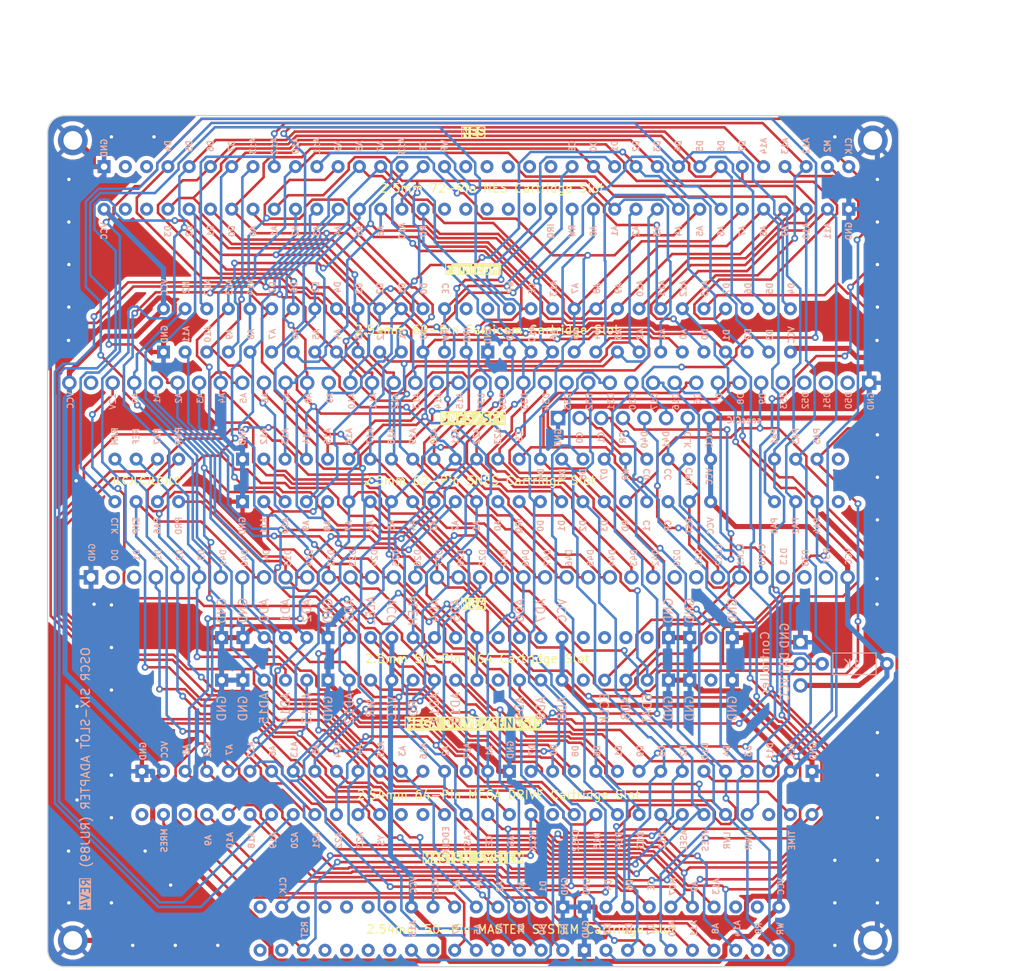
<source format=kicad_pcb>
(kicad_pcb (version 20240108) (generator "pcbnew") (generator_version "8.0")
  (title_block (title "SIX-SLOT ADAPTER") (date "2023-08-04") (rev "4"))
  (layers (0 "F.Cu" signal) (31 "B.Cu" signal) (34 "B.Paste" user) (35 "F.Paste" user) (36 "B.SilkS" user "B.Silkscreen") (37 "F.SilkS" user "F.Silkscreen") (38 "B.Mask" user) (39 "F.Mask" user) (44 "Edge.Cuts" user))
  (net 0 "")
  (net 1 "D30")
  (net 2 "D31")
  (net 3 "D28")
  (net 4 "D29")
  (net 5 "D26")
  (net 6 "D27")
  (net 7 "D24")
  (net 8 "D25")
  (net 9 "D22")
  (net 10 "D23")
  (net 13 "D16")
  (net 14 "D17")
  (net 15 "D14")
  (net 16 "D15")
  (net 18 "D8")
  (net 19 "D9")
  (net 20 "D6")
  (net 21 "D7")
  (net 22 "D4")
  (net 23 "D5")
  (net 24 "D2")
  (net 25 "D3")
  (net 26 "+12V")
  (net 29 "VCC")
  (net 30 "GND")
  (net 31 "D46")
  (net 32 "D47")
  (net 33 "D44")
  (net 34 "D45")
  (net 35 "D42")
  (net 36 "D43")
  (net 37 "D40")
  (net 38 "D41")
  (net 40 "D36")
  (net 41 "D37")
  (net 42 "D34")
  (net 43 "D32")
  (net 44 "D33")
  (net 45 "A14")
  (net 46 "A15")
  (net 47 "A12")
  (net 48 "A13")
  (net 49 "A10")
  (net 50 "A11")
  (net 51 "A8")
  (net 52 "A9")
  (net 53 "A6")
  (net 54 "A7")
  (net 55 "A4")
  (net 56 "A5")
  (net 57 "A2")
  (net 58 "A3")
  (net 59 "A0")
  (net 60 "A1")
  (net 63 "D35")
  (net 68 "D49")
  (net 69 "D48")
  (net 70 "CLK2")
  (net 71 "CLK1")
  (net 72 "CLK0")
  (net 121 "CIC DATA 1")
  (net 122 "CIC DATA 0")
  (net 123 "CIC RESET")
  (footprint "Connector_PinSocket_2.54mm:PinSocket_1x36_P2.54mm_Vertical" (layer "F.Cu") (at 105.1 104.255 90)
    (property "Reference" "J4")
    (property "Value" "CART SLOT BOTTOM ROW")
  )
  (footprint "Connector_PinSocket_2.54mm:PinSocket_1x38_P2.54mm_Vertical" (layer "F.Cu") (at 102.56 81.395 90)
    (property "Reference" "J3")
    (property "Value" "CART SLOT TOP ROW")
  )
  (footprint "!OSCR:NES_Slot" (layer "F.Cu") (at 141.635 55.995 90)
    (property "Reference" "NES1" (hide yes))
    (property "Value" "NES_Slot" (hide yes))
  )
  (footprint "Connector_PinHeader_2.54mm:PinHeader_1x01_P2.54mm_Vertical" (layer "F.Cu") (at 188.46 111.875)
    (property "Reference" "JC3")
    (property "Value" "Conn_01x01" (hide yes))
  )
  (footprint "!OSCR:SMS_Slot" (layer "F.Cu") (at 155.45 142.99 90)
    (property "Reference" "SMS1" (hide yes))
    (property "Value" "SMS_Slot" (hide yes))
  )
  (footprint "Connector_PinHeader_2.54mm:PinHeader_1x01_P2.54mm_Vertical" (layer "F.Cu") (at 188.46 116.955)
    (property "Reference" "JC1")
    (property "Value" "Controller")
  )
  (footprint "!OSCR:SNES Slot" (layer "F.Cu") (at 107.905 95.365 90)
    (property "Reference" "SNES1" (hide yes))
    (property "Value" "SNES_Slot" (hide yes))
  )
  (footprint "Connector_PinHeader_2.54mm:PinHeader_1x01_P2.54mm_Vertical" (layer "F.Cu") (at 188.46 114.415)
    (property "Reference" "JC2")
    (property "Value" "Conn_01x01" (hide yes))
  )
  (footprint "!OSCR:N64 Slot" (layer "F.Cu") (at 120.45 116.335)
    (property "Reference" "N64" (hide yes))
    (property "Value" "N64_Slot" (hide yes))
  )
  (footprint "!OSCR:MD_Slot" (layer "F.Cu") (at 150.45 129.585 90)
    (property "Reference" "MD1" (hide yes))
    (property "Value" "MD_Slot" (hide yes))
  )
  (footprint "!OSCR:FC_Slot" (layer "F.Cu") (at 146.64 75.235 90)
    (property "Reference" "FC1" (hide yes))
    (property "Value" "FC_Slot" (hide yes))
  )
  (footprint "MountingHole:MountingHole_2.2mm_M2_ISO7380_Pad" (layer "B.Cu") (at 196.96 146.915 180)
    (property "Reference" "M2_6" (hide yes))
    (property "Value" "Screw_Terminal_01x01")
  )
  (footprint "MountingHole:MountingHole_2.2mm_M2_ISO7380_Pad" (layer "B.Cu") (at 102.96 52.915 180)
    (property "Reference" "M2_2" (hide yes))
    (property "Value" "Screw_Terminal_01x01")
  )
  (footprint "MountingHole:MountingHole_2.2mm_M2_ISO7380_Pad" (layer "B.Cu") (at 102.96 146.915 180)
    (property "Reference" "M2_5" (hide yes))
    (property "Value" "Screw_Terminal_01x01")
  )
  (footprint "Connector_PinHeader_2.54mm:PinHeader_1x08_P2.54mm_Vertical" (layer "B.Cu") (at 177.755 85.539 90)
    (property "Reference" "JCIC1")
    (property "Value" "Conn_01x08" (hide yes))
  )
  (footprint "MountingHole:MountingHole_2.2mm_M2_ISO7380_Pad" (layer "B.Cu") (at 196.96 52.915 180)
    (property "Reference" "M2_1" (hide yes))
    (property "Value" "Screw_Terminal_01x01")
  )
  (footprint "Resistor_THT:R_Axial_DIN0207_L6.3mm_D2.5mm_P10.16mm_Horizontal" (layer "B.Cu") (at 201.16 114.415 180)
    (property "Reference" "R1" (hide yes))
    (property "Value" "1K" (hide yes))
  )
  (gr_arc (start 200 148) (mid 199.414214 149.414214) (end 198 150) (stroke (width 0.15)) (layer "Edge.Cuts"))
  (gr_line (start 100 52) (end 100 148) (stroke (width 0.15)) (layer "Edge.Cuts"))
  (gr_line (start 200 139.635) (end 200 148) (stroke (width 0.15)) (layer "Edge.Cuts"))
  (gr_line (start 102 50) (end 198 50) (stroke (width 0.15)) (layer "Edge.Cuts"))
  (gr_line (start 200 52) (end 200 130.375) (stroke (width 0.15)) (layer "Edge.Cuts"))
  (gr_arc (start 102 150) (mid 100.585786 149.414214) (end 100 148) (stroke (width 0.15)) (layer "Edge.Cuts"))
  (gr_arc (start 99.999999 52) (mid 100.585786 50.585787) (end 102 50) (stroke (width 0.15)) (layer "Edge.Cuts"))
  (gr_arc (start 198 50) (mid 199.414214 50.585786) (end 200 52) (stroke (width 0.15)) (layer "Edge.Cuts"))
  (gr_line (start 102 150) (end 198 150) (stroke (width 0.15)) (layer "Edge.Cuts"))
  (gr_line (start 200 139.635) (end 200 130.375) (stroke (width 0.15)) (layer "Edge.Cuts"))
  (gr_text "A0" (at 152.897013 98.194999 90) (layer "B.SilkS") (effects (font (size 0.7 0.7)) (justify mirror)))
  (gr_text "Controller\n" (at 184.3 114.3 90) (layer "B.SilkS") (effects (font (size 1 1)) (justify mirror)))
  (gr_text "D3\n" (at 184.85 75.775 90) (layer "B.SilkS") (effects (font (size 0.7 0.7)) (justify mirror)))
  (gr_text "D12" (at 172.21 135.165 90) (layer "B.SilkS") (effects (font (size 0.7 0.7)) (justify mirror)))
  (gr_text "D31" (at 166.2 82.49 90) (layer "B.SilkS") (effects (font (size 0.7 0.7) (thickness 0.125)) (justify left mirror)))
  (gr_text "D6" (at 168.39 140.41 90) (layer "B.SilkS") (effects (font (size 0.7 0.7)) (justify mirror)))
  (gr_text "A3" (at 153.07 145.53 90) (layer "B.SilkS") (effects (font (size 0.7 0.7)) (justify mirror)))
  (gr_text "A21" (at 147.905 87.695 90) (layer "B.SilkS") (effects (font (size 0.7 0.7)) (justify mirror)))
  (gr_text "PA1" (at 185.405 87.695 90) (layer "B.SilkS") (effects (font (size 0.7 0.7)) (justify mirror)))
  (gr_text "CS" (at 155.405 87.695 90) (layer "B.SilkS") (effects (font (size 0.7 0.7)) (justify mirror)))
  (gr_text "A10" (at 129.135 53.582556 90) (layer "B.SilkS") (effects (font (size 0.7 0.7)) (justify mirror)))
  (gr_text "A12" (at 174.69 70.322556 90) (layer "B.SilkS") (effects (font (size 0.7 0.7)) (justify mirror)))
  (gr_text "A7" (at 139.135 53.582556 90) (layer "B.SilkS") (effects (font (size 0.7 0.7)) (justify mirror)))
  (gr_text "A5" (at 176.635 63.575 90) (layer "B.SilkS") (effects (font (size 0.7 0.7)) (justify mirror)))
  (gr_text "A5" (at 123.02 82.49 90) (layer "B.SilkS") (effects (font (size 0.7 0.7) (thickness 0.125)) (justify left mirror)))
  (gr_text "A10" (at 141.635 63.574999 90) (layer "B.SilkS") (effects (font (size 0.7 0.7)) (justify mirror)))
  (gr_text "IRQ" (at 155.405 98.195 90) (layer "B.SilkS") (effects (font (size 0.7 0.7)) (justify mirror)))
  (gr_text "AD15" (at 125.45 119.665 90) (layer "B.SilkS") (effects (font (size 1 1)) (justify mirror)))
  (gr_text "D7" (at 126.43 70.162556 90) (layer "B.SilkS") (effects (font (size 0.7 0.7)) (justify mirror)))
  (gr_text "D4" (at 179.79 124.672556 90) (layer "B.SilkS") (effects (font (size 0.7 0.7)) (justify mirror)))
  (gr_text "A6" (at 159.45 75.775 90) (layer "B.SilkS") (effects (font (size 0.7 0.7)) (justify mirror)))
  (gr_text "IRQ" (at 159.135 63.575 90) (layer "B.SilkS") (effects (font (size 0.7 0.7)) (justify mirror)))
  (gr_text "D5" (at 160.483 92.143 90) (layer "B.SilkS") (effects (font (size 0.7 0.7)) (justify mirror)))
  (gr_text "A2" (at 153.15 140.57 90) (layer "B.SilkS") (effects (font (size 0.7 0.7)) (justify mirror)))
  (gr_text "MRES" (at 113.7 135.164999 90) (layer "B.SilkS") (effects (font (size 0.7 0.7)) (justify mirror)))
  (gr_text "AD4" (at 145.45 108.165 90) (layer "B.SilkS") (effects (font (size 1 1)) (justify mirror)))
  (gr_text "A14" (at 123.89 70.162556 90) (layer "B.SilkS") (effects (font (size 0.7 0.7)) (justify mirror)))
  (gr_text "RW" (at 161.635 63.575 90) (layer "B.SilkS") (effects (font (size 0.7 0.7)) (justify mirror)))
  (gr_text "RD" (at 142.95 119.665 90) (layer "B.SilkS") (effects (font (size 1 1)) (justify mirror)))
  (gr_text "GND" (at 159.975 87.825 90) (layer "B.SilkS") (effects (font (size 0.7 0.7)) (justify mirror)))
  (gr_text "RD" (at 144.135 63.574999 90) (layer "B.SilkS") (effects (font (size 0.7 0.7)) (justify mirror)))
  (gr_text "D6" (at 176.36 82.49 90) (layer "B.SilkS") (effects (font (size 0.7 0.7) (thickness 0.125)) (justify left mirror)))
  (gr_text "A18" (at 123.95 135.164999 90) (layer "B.SilkS") (effects (font (size 0.7 0.7)) (justify mirror)))
  (gr_text "PRD" (at 115.397659 98.194999 90) (layer "B.SilkS") (effects (font (size 0.7 0.7)) (justify mirror)))
  (gr_text "AD3" (at 135.45 108.165 90) (layer "B.SilkS") (effects (font (size 1 1)) (justify mirror)))
  (gr_text "D2" (at 162.905 98.195 90) (layer "B.SilkS") (effects (font (size 0.7 0.7)) (justify mirror)))
  (gr_text "PA3" (at 187.919895 87.687444 90) (layer "B.SilkS") (effects (font (size 0.7 0.7)) (justify mirror)))
  (gr_text "WR" (at 146.635 53.582556 90) (layer "B.SilkS") (effects (font (size 0.7 0.7)) (justify mirror)))
  (gr_text "A7" (at 121.37 124.512556 90) (layer "B.SilkS") (effects (font (size 0.7 0.7)) (justify mirror)))
  (gr_text "AD2" (at 130.45 108.165 90) (layer "B.SilkS") (effects (font (size 1 1)) (justify mirror)))
  (gr_text "VCLK\n" (at 156.97 135.245 90) (layer "B.SilkS") (effects (font (size 0.7 0.7)) (justify mirror)))
  (gr_text "A14" (at 130.405 87.695 90) (layer "B.SilkS") (effects (font (size 0.7 0.7)) (justify mirror)))
  (gr_text "A10" (at 135.72 82.49 90) (layer "B.SilkS") (effects (font (size 0.7 0.7) (thickness 0.125)) (justify left mirror)))
  (gr_text "ALEH" (at 142.95 108.165 90) (layer "B.SilkS") (effects (font (size 1 1)) (justify mirror)))
  (gr_text "A7" (at 128.1 82.49 90) (layer "B.SilkS") (effects (font (size 0.7 0.7) (thickness 0.125)) (justify left mirror)))
  (gr_text "D0" (at 121.635 63.574999 90) (layer "B.SilkS") (effects (font (size 0.7 0.7)) (justify mirror)))
  (gr_text "GND" (at 120.45 108.165 90) (layer "B.SilkS") (effects (font (size 1 1)) (justify mirror)))
  (gr_text "GND" (at 160.77 140.57 90) (layer "B.SilkS") (effects (font (size 0.7 0.7)) (justify mirror)))
  (gr_text "EXP" (at 110.405 98.195 90) (layer "B.SilkS") (effects (font (size 0.7 0.7)) (justify mirror)))
  (gr_text "D1" (at 119.135 63.574999 90) (layer "B.SilkS") (effects (font (size 0.7 0.7)) (justify mirror)))
  (gr_text "CC" (at 172.905 92.143 90) (layer "B.SilkS") (effects (font (size 0.7 0.7)) (justify mirror)))
  (gr_text "D22" (at 133.32 100.869 90) (layer "B.SilkS") (effects (font (size 0.7 0.7) (thickness 0.125)) (justify left mirror)))
  (gr_text "D41" (at 120.62 100.869 90) (layer "B.SilkS") (effects (font (size 0.7 0.7) (thickness 0.125)) (justify left mirror)))
  (gr_text "VCC" (at 177.755 92.397 90) (layer "B.SilkS") (effects (font (size 0.7 0.7)) (justify mirror)))
  (gr_text "D4" (at 165.85 140.41 90) (layer "B.SilkS") (effects (font (size 0.7 0.7)) (justify mirror)))
  (gr_text "A9" (at 134.135 53.582556 90) (layer "B.SilkS") (effects (font (size 0.7 0.7)) (justify mirror)))
  (gr_text "A11" (at 131.635 53.582556 90) (layer "B.SilkS") (effects (font (size 0.7 0.7)) (justify mirror)))
  (gr_text "PA7" (at 112.905 87.695 90) (layer "B.SilkS") (effects (font (size 0.7 0.7)) (justify mirror)))
  (gr_text "A16" (at 135.405 87.695 90) (layer "B.SilkS") (effects (font (size 0.7 0.7)) (justify mirror)))
  (gr_text "D1" (at 179.77 75.775 90) (layer "B.SilkS") (effects (font (size 0.7 0.7)) (justify mirror)))
  (gr_text "AD8\n" (at 167.95 119.665 90) (layer "B.SilkS") (effects (font (size 1 1)) (justify mirror)))
  (gr_text "A4" (at 136.61 124.512556 90) (layer "B.SilkS") (effects (font (size 0.7 0.7)) (justify mirror)))
  (gr_text "A0" (at 110.32 82.49 90) (layer "B.SilkS") (effects (font (size 0.7 0.7) (thickness 0.125)) (justify left mirror)))
  (gr_text "A17" (at 149.31 124.672556 90) (layer "B.SilkS") (effects (font (size 0.7 0.7)) (justify mirror)))
  (gr_text "D30" (at 168.74 82.49 90) (layer "B.SilkS") (effects (font (size 0.7 0.7) (thickness 0.125)) (justify left mirror)))
  (gr_text "D47" (at 158.72 100.869 90) (layer "B.SilkS") (effects (font (size 0.7 0.7) (thickness 0.125)) (justify left mirror)))
  (gr_text "D20" (at 173.96 100.869 90) (layer "B.SilkS") (effects (font (size 0.7 0.7) (thickness 0.125)) (justify left mirror)))
  (gr_text "D43" (at 168.88 100.869 90) (layer "B.SilkS") (effects (font (size 0.7 0.7) (thickness 0.125)) (justify left mirror)))
  (gr_text "A12" (at 145.53 140.41 90) (layer "B.SilkS") (effects (font (size 0.7 0.7)) (justify mirror)))
  (gr_text "A1" (at 155.61 145.53 90) (layer "B.SilkS") (effects (font (size 0.7 0.7)) (justify mirror)))
  (gr_text "A2" (at 115.4 82.49 90) (layer "B.SilkS") (effects (font (size 0.7 0.7) (thickness 0.125)) (justify left mirror)))
  (gr_text "D7" (at 170.85 145.61 90) (layer "B.SilkS") (effects (font (size 0.7 0.7)) (justify mirror)))
  (gr_text "D51" (at 191.58 82.37 90) (layer "B.SilkS") (effects (font (size 0.7 0.7) (thickness 0.125)) (justify left mirror)))
  (gr_text "A6" (at 137.889673 98.194999 90) (layer "B.SilkS") (effects (font (size 0.7 0.7)) (justify mirror)))
  (gr_text "D28" (at 148.56 100.869 90) (layer "B.SilkS") (effects (font (size 0.7 0.7) (thickness 0.125)) (justify left mirror)))
  (gr_text "D34" (at 158.58 82.49 90) (layer "B.SilkS") (effects (font (size 0.7 0.7) (thickness 0.125)) (justify left mirror)))
  (gr_text "A10" (at 156.91 75.695 90) (layer "B.SilkS") (effects (font (size 0.7 0.7)) (justify mirror)))
  (gr_text "D2" (at 115.54 100.869 90) (layer "B.SilkS") (effects (font (size 0.7 0.7) (thickness 0.125)) (justify left mirror)))
  (gr_text "PA6" (at 112.890104 98.194999 90) (layer "B.SilkS") (effects (font (size 0.7 0.7)) (justify mirror)))
  (gr_text "D1" (at 167.09 124.672556 90) (layer "B.SilkS") (effects (font (size 0.7 0.7)) (justify mirror)))
  (gr_text "D6" (at 164.55 124.672556 90) (layer "B.SilkS") (effects (font (size 0.7 0.7)) (justify mirror)))
  (gr_text "YS" (at 139.2 135.164999 90) (layer "B.SilkS") (effects (font (size 0.7 0.7)) (justify mirror)))
  (gr_text "A9" (at 186.635 63.575 90) (layer "B.SilkS") (effects (font (size 0.7 0.7)) (justify mirror)))
  (gr_text "D38" (at 189.04 100.869 90) (layer "B.SilkS") (effects (font (size 0.7 0.7) (thickness 0.125)) (justify left mirror)))
  (gr_text "A19" (at 142.905 87.695 90) (layer "B.SilkS") (effects (font (size 0.7 0.7)) (justify mirror)))
  (gr_text "D5" (at 113 100.869 90) (layer "B.SilkS") (effects (font (size 0.7 0.7) (thickness 0.125)) (justify left mirror)))
  (gr_text "D0" (at 177.23 75.695 90) (layer "B.SilkS") (effects (font (size 0.7 0.7)) (justify mirror)))
  (gr_text "CLK2" (at 178.88 100.191 90) (layer "B.SilkS") (effects (font (size 0.7 0.7) (thickness 0.125)) (justify left mirror)))
  (gr_text "D32" (at 163.66 82.49 90) (layer "B.SilkS") (effects (font (size 0.7 0.7) (thickness 0.125)) (justify left mirror)))
  (gr_text "D1" (at 141.67 70.322556 90) (layer "B.SilkS") (effects (font (size 0.7 0.7)) (justify mirror)))
  (gr_text "A12" (at 123.91 124.512556 90) (layer "B.SilkS") (effects (font (size 0.7 0.7)) (justify mirror)))
  (gr_text "D8" (at 162.01 124.672556 90) (layer "B.SilkS") (effects (font (size 0.7 0.7)) (justify mirror)))
  (gr_text "AD1" (at 127.95 108.165 90) (layer "B.SilkS") (effects (font (size 1 1)) (justify mirror)))
  (gr_text "VCC" (at 140.45 119.665 90) (layer "B.SilkS") (effects (font (size 1 1)) (justify mirror)))
  (gr_text "A1" (at 172.15 75.695 90) (layer "B.SilkS") (effects (font (size 0.7 0.7)) (justify mirror)))
  (gr_text "A9" (at 176.01 140.57 90) (layer "B.SilkS") (effects (font (size 0.7 0.7)) (justify mirror)))
  (gr_text "GND" (at 186.6 111.1 90) (layer "B.SilkS") (effects (font (size 1 1)) (justify mirror)))
  (gr_text "CE" (at 151.89 135.245 90) (layer "B.SilkS") (effects (font (size 0.7 0.7)) (justify mirror)))
  (gr_text "VCC" (at 140.45 108.165 90) (layer "B.SilkS") (effects (font (size 1 1)) (justify mirror)))
  (gr_text "A3" (at 145.374346 98.194999 90) (layer "B.SilkS") (effects (font (size 0.7 0.7)) (justify mirror)))
  (gr_text "UWR" (at 182.37 135.165 90) (layer "B.SilkS") (effects (font (size 0.7 0.7)) (justify mirror)))
  (gr_text "GND\n" (at 113.73 75.694999 90) (layer "B.SilkS") (effects (font (size 0.7 0.7)) (justify mirror)))
  (gr_text "D1\n" (at 166.635 53.582556 90) (layer "B.SilkS") (effects (font (size 0.7 0.7)) (justify mirror)))
  (gr_text "D7" (at 178.9 82.49 90) (layer "B.SilkS") (effects (font (size 0.7 0.7) (thickness 0.125)) (justify left mirror)))
  (gr_text "A9" (at 133.18 82.49 90) (layer "B.SilkS") (effects (font (size 0.7 0.7) (thickness 0.125)) (justify left mirror)))
  (gr_text "A16" (at 144.16 124.672556 90) (layer "B.SilkS") (effects (font (size 0.7 0.7)) (justify mirror)))
  (gr_text "D10" (at 177.25 124.672556 90) (layer "B.SilkS") (effects (font (size 0.7 0.7)) (justify mirror)))
  (gr_text "A6" (at 179.135 63.575 90) (layer "B.SilkS") (effects (font (size 0.7 0.7)) (justify mirror)))
  (gr_text "D15" (at 128.24 100.869 90) (layer "B.SilkS") (effects (font (size 0.7 0.7) (thickness 0.125)) (justify left mirror)))
  (gr_text "CLK" (at 194.135 53.575 90) (layer "B.SilkS") (effects (font (size 0.7 0.7)) (justify mirror)))
  (gr_text "D2" (at 174.71 124.672556 90) (layer "B.SilkS") (effects (font (size 0.7 0.7)) (justify mirror)))
  (gr_text "GND" (at 180.45 108.165 90) (layer "B.SilkS") (effects (font (size 1 1)) (justify mirror)))
  (gr_text "D42" (at 171.42 100.869 90) (layer "B.SilkS") (effects (font (size 0.7 0.7) (thickness 0.125)) (justify left mirror)))
  (gr_text "A1" (at 150.389457 98.194999 90) (layer "B.SilkS") (effects (font (size 0.7 0.7)) (justify mirror)))
  (gr_text "A2" (at 139.13 75.775 90) (layer "B.SilkS") (effects (font (size 0.7 0.7)) (justify mirror)))
  (gr_text "A1" (at 151.88 124.672556 90) (layer "B.SilkS") (effects (font (size 0.7 0.7)) (justify mirror)))
  (gr_text "A7" (at 161.99 70.322556 90) (layer "B.SilkS") (effects (font (size 0.7 0.7)) (justify mirror)))
  (gr_text "RD" (at 154.37 75.775 90) (layer "B.SilkS") (effects (font (size 0.7 0.7)) (justify mirror)))
  (gr_text "D40" (at 170.135 88.079 90) (layer "B.SilkS") (effects (font (size 0.7 0.7)) (justify mirror)))
  (gr_text "A10" (at 169.61 70.322556 90) (layer "B.SilkS") (effects (font (size 0.7 0.7)) (justify mirror)))
  (gr_text "D2" (at 160.69 145.61 90) (layer "B.SilkS") (effects (font (size 0.7 0.7)) (justify mirror)))
  (gr_text "D7" (at 181.635 53.582556 90) (layer "B.SilkS") (effects (font (size 0.7 0.7)) (justify mirror)))
  (gr_text "A13" (at 159.45 70.322556 90) (layer "B.SilkS") (effects (font (size 0.7 0.7)) (justify mirror)))
  (gr_text "RW" (at 146.75 75.775 90) (layer "B.SilkS") (effects (font (size 0.7 0.7)) (justify mirror)))
  (gr_text "GND" (at 132.95 119.665 90) (layer "B.SilkS") (effects (font (size 1 1)) (justify mirror)))
  (gr_text "AD10" (at 147.942872 119.615597 90) (layer "B.SilkS") (effects (font (size 1 1)) (justify mirror)))
  (gr_text "WR" (at 167.905 92.143 90) (layer "B.SilkS") (effects (font (size 0.7 0.7)) (justify mirror)))
  (gr_text "CLK0" (at 183.96 100.191 90) (layer "B.SilkS") (effects (font (size 0.7 0.7) (thickness 0.125)) (justify left mirror)))
  (gr_text "CLK" (at 127.67 140.45 90) (layer "B.SilkS") (effects (font (size 0.7 0.7)) (justify mirror)))
  (gr_text "A22" (at 134.2 135.164999 90) (layer "B.SilkS") (effects (font (size 0.7 0.7)) (justify mirror)))
  (gr_text "VCC" (at 186.6 117.4 90) (layer "B.SilkS") (effects (font (size 1 1)) (justify mirror)))
  (gr_text "REF" (at 110.405 87.695 90) (layer "B.SilkS") (effects (font (size 0.7 0.7)) (justify mirror)))
  (gr_text "D5" (at 172.17 124.672556 90) (layer "B.SilkS") (effects (font (size 0.7 0.7)) (justify mirror)))
  (gr_text "A22" (at 150.405 87.695 90) (layer "B.SilkS") (effects (font (size 0.7 0.7)) (justify mirror)))
  (gr_text "AS" (at 154.43 135.245 90) (layer "B.SilkS") (effects (font (size 0.7 0.7)) (justify mirror)))
  (gr_text "D7" (at 156.93 124.512556 90) (layer "B.SilkS") (effects (font (size 0.7 0.7)) (justify mirror)))
  (gr_text "RST" (at 175.405 98.195 90) (layer "B.SilkS") (effects (font (size 0.7 0.7)) (justify mirror)))
  (gr_text "D25" (at 140.94 100.869 90) (layer "B.SilkS") (effects (font (size 0.7 0.7) (thickness 0.125)) (justify left mirror)))
  (gr_text "PA4" (at 190.405 98.195 90) (layer "B.SilkS") (effects (font (size 0.7 0.7)) (justify mirror)))
  (gr_text "A5" (at 161.99 75.695 90) (layer "B.SilkS") (effects (font (size 0.7 0.7)) (justify mirror)))
  (gr_text "PA2" (at 187.905 98.195 90) (layer "B.SilkS") (effects (font (size 0.7 0.7)) (justify mirror)))
  (gr_text "A10" (at 121.41 135.164999 90) (layer "B.SilkS") (effects (font (size 0.7 0.7)) (justify mirror)))
  (gr_text "A4" (at 134.135 63.574999 90) (layer "B.SilkS") (effects (font (size 0.7 0.7)) (justify mirror)))
  (gr_text "D3" (at 182.33 124.672556 90) (layer "B.SilkS") (effects (font (size 0.7 0.7)) (justify mirror)))
  (gr_text "A4" (at 174.135 63.575 90) (layer "B.SilkS") (effects (font (size 0.7 0.7)) (justify mirror)))
  (gr_text "GND" (at 175.45 108.165 90) (layer "B.SilkS") (effects (font (size 1 1)) (justify mirror)))
  (gr_text "A5" (at 131.53 124.512556 90) (layer "B.SilkS") (effects (font (size 0.7 0.7)) (justify mirror)))
  (gr_text "CE" (at 146.78 70.322556 90) (layer "B.SilkS") (effects (font (size 0.7 0.7)) (justify mirror)))
  (gr_text "RAM" (at 107.905 87.695 90) (layer "B.SilkS") (effects (font (size 0.7 0.7)) (justify mirror)))
  (gr_text "A2" (at 169.61 75.695 90) (layer "B.SilkS") (effects (font (size 0.7 0.7)) (justify mirror)))
  (gr_text "D9" (at 169.63 124.672556 90) (layer "B.SilkS") (effects (font (size 0.7 0.7)) (justify mirror)))
  (gr_text "GND" (at 196.72 82.411 90) (layer "B.SilkS") (effects (font (size 0.7 0.7) (thickness 0.125)) (justify left mirror)))
  (gr_text "CE" (at 144.135 53.582556 90) (layer "B.SilkS") (effects (font (size 0.7 0.7)) (justify mirror)))
  (gr_text "GND" (at 122.95 108.165 90) (layer "B.SilkS") (effects (font (size 1 1)) (justify mirror)))
  (gr_text "D53" (at 186.5 82.37 90) (layer "B.SilkS") (effects (font (size 0.7 0.7) (thickness 0.125)) (justify left mirror)))
  (gr_text "ALEL" (at 137.95 108.165 90) (layer "B.SilkS") (effects (font (size 1 1)) (justify mirror)))
  (gr_text "A8" (at 178.47 145.53 90) (layer "B.SilkS") (effects (font (size 0.7 0.7)) (justify mirror)))
  (gr_text "A4" (at 142.904784 98.194999 90) (layer "B.SilkS") (effects (font (size 0.7 0.7)) (justify mirror)))
  (gr_text "A11" (at 125.389888 98.194999 90) (layer "B.SilkS") (effects (font (size 0.7 0.7)) (justify mirror)))
  (gr_text "GND" (at 172.95 108.165 90) (layer "B.SilkS") (effects (font (size 1 1)) (justify mirror)))
  (gr_text "D7\n" (at 179.77 70.322556 90) (layer "B.SilkS") (effects (font (size 0.7 0.7)) (justify mirror)))
  (gr_text "M07" (at 173.47 140.57 90) (layer "B.SilkS") (effects (font (size 0.7 0.7)) (justify mirror)))
  (gr_text "A8" (at 116.29 124.512556 90) (layer "B.SilkS") (effects (font (size 0.7 0.7)) (justify mirror)))
  (gr_text "D48" (at 156.18 100.869 90) (layer "B.SilkS") (effects (font (size 0.7 0.7) (thickness 0.125)) (justify left mirror)))
  (gr_text "A7" (at 135.382117 98.194999 90) (layer "B.SilkS") (effects (font (size 0.7 0.7)) (justify mirror)))
  (gr_text "A8" (at 123.89 75.694999 90) (layer "B.SilkS") (effects (font (size 0.7 0.7)) (justify mirror)))
  (gr_text "VCC" (at 186.17 140.57 90) (layer "B.SilkS") (effects (font (size 0.7 0.7)) (justify mirror)))
  (gr_text "VRES" (at 177.29 135.165 90) (layer "B.SilkS") (effects (font (size 0.7 0.7)) (justify mirror)))
  (gr_text "A2" (at 129.135 63.574999 90) (layer "B.SilkS") (effects (font (size 0.7 0.7)) (justify mirror)))
  (gr_text "A5" (at 131.56 75.694999 90) (layer "B.SilkS") (effects (font (size 0.7 0.7)) (justify mirror)))
  (gr_text "VCC" (at 102.68 82.37 90) (layer "B.SilkS") (effects (font (size 0.7 0.7) (thickness 0.125)) (justify left mirror)))
  (gr_text "A10" (at 173.39 145.53 90) (layer "B.SilkS") (effects (font (size 0.7 0.7)) (justify mirror)))
  (gr_text "A5" (at 150.53 145.61 90) (layer "B.SilkS") (effects (font (size 0.7 0.7)) (justify mirror)))
  (gr_text "PA0" (at 185.405 98.195 90) (layer "B.SilkS") (effects (font (size 0.7 0.7)) (justify mirror)))
  (gr_text "GND" (at 105.22 100.191 90) (layer "B.SilkS") (effects (font (size 0.7 0.7) (thickness 0.125)) (justify left mirror)))
  (gr_text "GND" (at 154.39 124.512556 90) (layer "B.SilkS") (effects (font (size 0.7 0.7)) (justify mirror)))
  (gr_text "A14" (at 145.88 82.49 90) (layer "B.SilkS") (effects (font (size 0.7 0.7) (thickness 0.125)) (justify left mirror)))
  (gr_text "A20" (at 129.03 135.164999 90) (layer "B.SilkS") (effects (font (size 0.7 0.7)) (justify mirror)))
  (gr_text "A21" (at 131.57 135.164999 90) (layer "B.SilkS") (effects (font (size 0.7 0.7)) (justify mirror)))
  (gr_text "A9" (at 121.35 75.694999 90) (layer "B.SilkS") (effects (font (size 0.7 0.7)) (justify mirror)))
  (gr_text "A3" (at 167.07 75.695 90) (layer "B.SilkS") (effects (font (size 0.7 0.7)) (justify mirror)))
  (gr_text "A6" (at 126.45 124.672556 90) (layer "B.SilkS") (effects (font (size 0.7 0.7)) (justify mirror)))
  (gr_text "D13" (at 186.5 100.699 90) (layer "B.SilkS") (effects (font (size 0.7 0.7) (thickness 0.125)) (justify left mirror)))
  (gr_text "D2" (at 139.06 70.322556 90) (layer "B.SilkS") (effects (font (size 0.7 0.7)) (justify mirror)))
  (gr_text "D3" (at 171.635 53.582556 90) (layer "B.SilkS") (effects (font (size 0.7 0.7)) (justify mirror)))
  (gr_text "GND" (at 194.135 63.575 90) (layer "B.SilkS") (effects (font (size 0.7 0.7)) (justify mirror)))
  (gr_text "D21" (at 176.5 100.869 90) (layer "B.SilkS") (effects (font (size 0.7 0.7) (thickness 0.125)) (justify left mirror)))
  (gr_text "GND" (at 111.21 124.672556 90) (layer "B.SilkS") (effects (font (size 0.7 0.7)) (justify mirror)))
  (gr_text "D44" (at 166.34 100.869 90) (layer "B.SilkS") (effects (font (size 0.7 0.7) (thickness 0.125)) (justify left mirror)))
  (gr_text "A14" (at 181.01 145.53 90) (layer "B.SilkS") (effects (font (size 0.7 0.7)) (justify mirror)))
  (gr_text "A14" (at 184.135 53.582556 90) (layer "B.SilkS") (effects (font (size 0.7 0.7)) (justify mirror)))
  (gr_text "VCC" (at 187.41 124.665 90) (layer "B.SilkS") (effects (font (size 0.7 0.7)) (justify mirror)))
  (gr_text "GND" (at 180.45 119.665 90) (layer "B.SilkS") (effects (font (size 1 1)) (justify mirror)))
  (gr_text "A1" (at 112.86 82.49 90) (layer "B.SilkS") (effects (font (size 0.7 0.7) (thickness 0.125)) (justify left mirror)))
  (gr_text "VCC" (at 160.45 108.165 90) (layer "B.SilkS") (effects (font (size 1 1)) (justify mirror)))
  (gr_text "GND" (at 163.23 145.61 90) (layer "B.SilkS") (effects (font (size 0.7 0.7)) (justify mirror)))
  (gr_text "A11" (at 172.15 70.322556 90) (layer "B.SilkS") (effects (font (size 0.7 0.7)) (justify mirror)))
  (gr_text "CR" (at 167.595 87.825 90) (layer "B.SilkS") (effects (font (size 0.7 0.7)) (justify mirror)))
  (gr_text "A3" (at 117.94 82.49 90) (layer "B.SilkS") (effects (font (size 0.7 0.7) (thickness 0.125)) (justify left mirror)))
  (gr_text "VCC" (at 187.39 75.775 90) (layer "B.SilkS") (effects (font (size 0.7 0.7)) (justify mirror)))
  (gr_text "CE" (at 170.93 140.41 90) (layer "B.SilkS") (effects (font (size 0.7 0.7)) (justify mirror)))
  (gr_text "D33" (at 161.12 82.49 90) (layer "B.SilkS") (effects (font (size 0.7 0.7) (thickness 0.125)) (justify left mirror)))
  (gr_text "A9" (at 130.367006 98.194999 90) (layer "B.SilkS") (effects (font (size 0.7 0.7)) (justify mirror)))
  (gr_text "D2" (at 116.635 63.574999 90) (layer "B.SilkS") (effects (font (size 0.7 0.7)) (justify mirror)))
  (gr_text "A5" (at 140.397228 98.194999 90) (layer "B.SilkS") (effects (font (size 0.7 0.7)) (justify mirror)))
  (gr_text "D52" (at 189.04 82.37 90) (layer "B.SilkS") (effects (font (size 0.7 0.7) (thickness 0.125)) (justify left mirror)))
  (gr_text "D3" (at 114.135 63.574999 90) (layer "B.SilkS") (effects (font (size 0.7 0.7)) (justify mirror)))
  (gr_text "CLK1" (at 181.42 100.191 90) (layer "B.SilkS") (effects (font (size 0.7 0.7) (thickness 0.125)) (justify left mirror)))
  (gr_text "TIME" (at 187.45 135.165 90) (layer "B.SilkS") (effects (font (size 0.7 0.7)) (justify mirror)))
  (gr_text "D5" (at 131.51 70.162556 90) (layer "B.SilkS") (effects (font (size 0.7 0.7)) (justify mirror)))
  (gr_text "A6" (at 129.06 75.694999 90) (layer "B.SilkS") (effects (font (size 0.7 0.7)) (justify mirror)))
  (gr_text "VCC" (at 142.99 140.41 90) (layer "B.SilkS") (effects (font (size 0.7 0.7)) (justify mirror)))
  (gr_text "M2" (at 116.27 70.162556 90) (layer "B.SilkS") (effects (font (size 0.7 0.7)) (justify mirror)))
  (gr_text "AD14" (at 127.95 119.665 90) (layer "B.SilkS") (effects (font (size 1 1)) (justify mirror)))
  (gr_text "A9" (at 167.07 70.322556 90) (layer "B.SilkS") (effects (font (size 0.7 0.7)) (justify mirror)))
  (gr_text "RD" (at 167.905 98.195 90) (layer "B.SilkS") (effects (font (size 0.7 0.7)) (justify mirror)))
  (gr_text "D4" (at 187.39 70.315 90) (layer "B.SilkS") (effects (font (size 0.7 0.7)) (justify mirror)))
  (gr_text "D41" (at 172.675 88.079 90) (layer "B.SilkS") (effects (font (size 0.7 0.7)) (justify mirror)))
  (gr_text "D4" (at 134.06 70.162556 90) (layer "B.SilkS") (effects (font (size 0.7 0.7)) (justify mirror)))
  (gr_text "A15" (at 139.16 124.512556 90) (layer "B.SilkS") (effects (font (size 0.7 0.7)) (justify mirror)))
  (gr_text "D4" (at 114.135 53.582556 90) (layer "B.SilkS") (effects (font (size 0.7 0.7)) (justify mirror)))
  (gr_text "AD9" (at 155.45 119.665 90) (layer "B.SilkS") (effects (font (size 1 1)) (justify mirror)))
  (gr_text "A14\n" (at 134.07 124.512556 90) (layer "B.SilkS") (effects (font (size 0.7 0.7)) (justify mirror)))
  (gr_text "GND" (at 120.45 119.665 90) (layer "B.SilkS") (effects (font (size 1 1)) (justify mirror)))
  (gr_text "A13" (at 128.99 124.512556 90) (layer "B.SilkS") (effects (font (size 0.7 0.7)) (justify mirror)))
  (gr_text "AD5" (at 147.95 108.165 90) (layer "B.SilkS") (effects (font (size 1 1)) (justify mirror)))
  (gr_text "D23" (at 135.86 100.869 90) (layer "B.SilkS") (effects (font (size 0.7 0.7) (thickness 0.125)) (justify left mirror)))
  (gr_text "A3" (at 131.635 63.574999 90) (layer "B.SilkS") (effects (font (size 0.7 0.7)) (justify mirror)))
  (gr_text "A8" (at 132.874562 98.194999 90) (layer "B.SilkS") (effects (font (size 0.7 0.7)) (justify mirror)))
  (gr_text "D36" (at 153.5 82.49 90) (layer "B.SilkS") (effects (font (size 0.7 0.7) (thickness 0.125)) (justify left mirror)))
  (gr_text "D26" (at 143.48 100.869 90) (layer "B.SilkS") (effects (font (size 0.7 0.7) (thickness 0.125)) (justify left mirror)))
  (gr_text "D7" (at 121.635 53.582556 90) (layer "B.SilkS") (effects (font (size 0.7 0.7)) (justify mirror)))
  (gr_text "CLK" (at 175.215 88.079 90) (layer "B.SilkS") (effects (font (size 0.7 0.7)) (justify mirror)))
  (gr_text "D6" (at 182.31 70.315 90) (layer "B.SilkS") (effects (font (size 0.7 0.7)) (justify mirror)))
  (gr_text "A7" (at 181.635 63.575 90) (layer "B.SilkS") (effects (font (size 0.7 0.7)) (justify mirror)))
  (gr_text "A6" (at 139.135 63.574999 90) (layer "B.SilkS") (effects (font (size 0.7 0.7)) (justify mirror)))
  (gr_text "D0" (at 157.905 98.195 90) (layer "B.SilkS") (effects (font (size 0.7 0.7)) (justify mirror)))
  (gr_text "A6" (at 125.56 82.49 90) (layer "B.SilkS") (effects (font (size 0.7 0.7) (thickness 0.125)) (justify left mirror)))
  (gr_text "AD7" (at 157.95 108.165 90) (layer "B.SilkS") (effects (font (size 1 1)) (justify mirror)))
  (gr_text "A18" (at 140.405 87.695 90) (layer "B.SilkS") (effects (font (size 0.7 0.7)) (justify mirror)))
  (gr_text "A23" (at 136.7 135.164999 90) (layer "B.SilkS") (effects (font (size 0.7 0.7)) (justify mirror)))
  (gr_text "A11" (at 175.93 145.53 90) (layer "B.SilkS") (effects (font (size 0.7 0.7)) (justify mirror)))
  (gr_text "DAT" (at 186.6 114.3 90) (layer "B.SilkS") (effects (font (size 1 1)) (justify mirror)))
  (gr_text "GND" (at 151.72 75.775 90) (layer "B.SilkS") (effects (font (size 0.7 0.7)) (justify mirror)))
  (gr_text "D29" (at 151.1 100.869 90) (layer "B.SilkS") (effects (font (size 0.7 0.7) (thickness 0.125)) (justify left mirror)))
  (gr_text "ASEL" (at 174.75 135.165 90) (layer "B.SilkS") (effects (font (size 0.7 0.7)) (justify mirror)))
  (gr_text "VCC" (at 106.635 63.575 90) (layer "B.SilkS") (effects (font (size 0.7 0.7)) (justify mirror)))
  (gr_text "A7" (at 126.43 75.694999 90) (layer "B.SilkS") (effects (font (size 0.7 0.7)) (justify mirror)))
  (gr_text "D6" (at 128.97 70.162556 90) (layer "B.SilkS") (effects (font (size 0.7 0.7)) (justify mirror)))
  (gr_text "A11" (at 191.635 63.575 90) (layer "B.SilkS") (effects (font (size 0.7 0.7)) (justify mirror)))
  (gr_text "A4" (at 164.53 75.695 90) (layer "B.SilkS") (effects (font (size 0.7 0.7)) (justify mirror)))
  (gr_text "D4" (at 174.135 53.582556 90) (layer "B.SilkS") (effects (font (size 0.7 0.7)) (justify mirror)))
  (gr_text "A1" (at 166.635 63.575 90) (layer "B.SilkS") (effects (font (size 0.7 0.7)) (justify mirror)))
  (gr_text "EDAT" (at 170.45 119.665 90) (layer "B.SilkS") (effects (font (size 1 1)) (justify mirror)))
  (gr_text "EDCLK\n" (at 146.81 135.165 90) (layer "B.SilkS") (effects (font (size 0.7 0.7)) (justify mirror)))
  (gr_text "D4" (at 157.943 92.143 90) (layer "B.SilkS") (effects (font (size 0.7 0.7)) (justify mirror)))
  (gr_text "D0" (at 107.92 100.869 90) (layer "B.SilkS") (effects (font (size 0.7 0.7) (thickness 0.125)) (justify left mirror)))
  (gr_text "D50" (at 194.12 82.37 90) (layer "B.SilkS") (effects (font (size 0.7 0.7) (thickness 0.125)) (justify left mirror)))
  (gr_text "A13" (at 178.55 140.57 90) (layer "B.SilkS") (effects (font (size 0.7 0.7)) (justify mirror)))
  (gr_text "A2" (at 147.905 98.195 90) (layer "B.SilkS") (effects (font (size 0.7 0.7)) (justify mirror)))
  (gr_text "A11" (at 118.83 124.512556 90) (layer "B.SilkS") (effects (font (size 0.7 0.7)) (justify mirror)))
  (gr_text "GND" (at 132.95 108.165 90) (layer "B.SilkS") (effects (font (size 1 1)) (justify mirror)))
  (gr_text "A0" (at 174.69 75.695 90) (layer "B.SilkS") (effects (font (size 0.7 0.7)) (justify mirror)))
  (gr_text "A6" (at 148.07 140.41 90) (layer "B.SilkS") (effects (font (size 0.7 0.7)) (justify mirror)))
  (gr_text "A1\n" (at 126.635 63.574999 90) (layer "B.SilkS") (effects (font (size 0.7 0.7)) (justify mirror)))
  (gr_text "A2" (at 169.135 63.575 90) (layer "B.SilkS") (effects (font (size 0.7 0.7)) (justify mirror)))
  (gr_text "1K" (at 194.46 114.43 0) (layer "B.SilkS") (effects (font (size 1 1)) (justify mirror)))
  (gr_text "D35" (at 156.04 82.49 90) (layer "B.SilkS") (effects (font (size 0.7 0.7) (thickness 0.125)) (justify left mirror)))
  (gr_text "A15" (at 148.42 82.49 90) (layer "B.SilkS") (effects (font (size 0.7 0.7) (thickness 0.125)) (justify left mirror)))
  (gr_text "ECLK" (at 165.45 119.665 90) (layer "B.SilkS") (effects (font (size 1 1)) (justify mirror)))
  (gr_text "D24" (at 138.4 100.869 90) (layer "B.SilkS") (effects (font (size 0.7 0.7) (thickness 0.125)) (justify left mirror)))
  (gr_text "VCC" (at 177.755 88.079 90) (layer "B.SilkS") (effects (font (size 0.7 0.7)) (justify mirror)))
  (gr_text "AD8\n" (at 157.95 119.665 90) (layer "B.SilkS") (effects (font (size 1 1)) (justify mirror)))
  (gr_text "GND" (at 175.45 119.665 90) (layer "B.SilkS") (effects (font (size 1 1)) (justify mirror)))
  (gr_text "A9\n" (at 118.87 135.164999 90) (layer "B.SilkS") (effects (font (size 0.7 0.7)) (justify mirror)))
  (gr_text "C0" (at 162.515 87.825 90) (layer "B.SilkS") (effects (font (size 0.7 0.7)) (justify mirror)))
  (gr_text "D2" (at 182.31 75.695 90) (layer "B.SilkS") (effects (font (size 0.7 0.7)) (justify mirror)))
  (gr_text "PA5" (at 190.389457 87.687444 90) (layer "B.SilkS") (effects (font (size 0.7 0.7)) (justify mirror)))
  (gr_text "D5" (at 116.635 53.582556 90) (layer "B.SilkS") (effects (font (size 0.7 0.7)) (justify mirror)))
  (gr_text "AD6" (at 155.45 108.165 90) (layer "B.SilkS") (effects (font (size 1 1)) (justify mirror)))
  (gr_text "D49" (at 153.64 100.869 90) (layer "B.SilkS") (effects (font (size 0.7 0.7) (thickness 0.125)) (justify left mirror)))
  (gr_text "VCC" (at 113.75 124.512556 90) (layer "B.SilkS") (effects (font (size 0.7 0.7)) (justify mirror)))
  (gr_text "AD0" (at 125.45 108.165 90) (layer "B.SilkS") (effects (font (size 1 1)) (justify mirror)))
  (gr_text "RST" (at 191.58 100.699 90) (layer "B.SilkS") (effects (font (size 0.7 0.7) (thickness 0.125)) (justify left mirror)))
  (gr_text "D46" (at 161.26 100.869 90) (layer "B.SilkS") (effects (font (size 0.7 0.7) (thickness 0.125)) (justify left mirror)))
  (gr_text "A13" (at 127.905 87.695 90) (layer "B.SilkS") (effects (font (size 0.7 0.7)) (justify mirror)))
  (gr_text "C0" (at 170.405 92.143 90) (layer "B.SilkS") (effects (font (size 0.7 0.7)) (justify mirror)))
  (gr_text "RST" (at 130.21 145.61 90) (layer "B.SilkS") (effects (font (size 0.7 0.7)) (justify mirror)))
  (gr_text "D0" (at 164.135 53.582556 90) (layer "B.SilkS") (effects (font (size 0.7 0.7)) (justify mirror)))
  (gr_text "A7" (at 147.99 145.61 90) (layer "B.SilkS") (effects (font (size 0.7 0.7)) (justify mirror)))
  (gr_text "AD13\n" (at 130.45 119.665 90) (layer "B.SilkS") (effects (font (size 1 1)) (justify mirror)))
  (gr_text "A23" (at 152.905 87.695 90) (layer "B.SilkS") (effects (font (size 0.7 0.7)) (justify mirror)))
  (gr_text "D4" (at 125.7 100.869 90) (layer "B.SilkS") (effects (font (size 0.7 0.7) (thickness 0.125)) (justify left mirror)))
  (gr_text "A8" (at 130.64 82.49 90) (layer "B.SilkS") (effects (font (size 0.7 0.7) (thickness 0.125)) (justify left mirror)))
  (gr_text "A11" (at 138.26 82.49 90) (layer "B.SilkS") (effects (font (size 0.7 0.7) (thickness 0.125)) (justify left mirror)))
  (gr_text "A0" (at 164.135 63.575 90) (layer "B.SilkS") (effects (font (size 0.7 0.7)) (justify mirror)))
  (gr_text "D11" (at 184.87 124.672556 90) (layer "B.SilkS") (effects (font (size 0.7 0.7)) (justify mirror)))
  (gr_text "C1" (at 165.055 87.825 90) (layer "B.SilkS") (effects (font (size 0.7 0.7)) (justify mirror)))
  (gr_text "A12" (at 125.405 87.695 90) (layer "B.SilkS") (effects (font (size 0.7 0.7)) (justify mirror)))
  (gr_text "A13" (at 143.34 82.49 90) (layer "B.SilkS") (effects (font (size 0.7 0.7) (thickness 0.125)) (justify left mirror)))
  (gr_text "A12" (at 126.635 53.582556 90) (layer "B.SilkS") (effects (font (size 0.7 0.7)) (justify mirror)))
  (gr_text "M2" (at 191.635 53.575 90) (layer "B.SilkS") (effects (font (size 0.7 0.7)) (justify mirror)))
  (gr_text "A11" (at 116.27 75.694999 90) (layer "B.SilkS") (effects (font (size 0.7 0.7)) (justify mirror)))
  (gr_text "A3" (at 171.635 63.575 90) (layer "B.SilkS") (effects (font (size 0.7 0.7)) (justify mirror)))
  (gr_text "D8" (at 181.44 82.49 90) (layer "B.SilkS") (effects (font (size 0.7 0.7) (thickness 0.125)) (justify left mirror)))
  (gr_text "D27" (at 146.02 100.869 90) (layer "B.SilkS") (effects (font (size 0.7 0.7) (thickness 0.125)) (justify left mirror)))
  (gr_text "A8" (at 184.135 63.575 90) (layer "B.SilkS") (effects (font (size 0.7 0.7)) (justify mirror)))
  (gr_text "A5" (at 136.635 63.574999 90) (layer "B.SilkS") (effects (font (size 0.7 0.7)) (justify mirror)))
  (gr_text "A10" (at 127.897444 98.194999 90) (layer "B.SilkS") (effects (font (size 0.7 0.7)) (justify mirror)))
  (gr_text "PWR" (at 115.405 87.695 90) (layer "B.SilkS") (effects (font (size 0.7 0.7)) (justify mirror)))
  (gr_text "CE" (at 161.635 53.582556 90) (layer "B.SilkS") (effects (font (size 0.7 0.7)) (justify mirror)))
  (gr_text "VCC" (at 194.12 100.699 90) (layer "B.SilkS") (effects (font (size 0.7 0.7) (thickness 0.125)) (justify left mirror)))
  (gr_text "GND" (at 172.95 119.665 90) (layer "B.SilkS") (effects (font (size 1 1)) (justify mirror)))
  (gr_text "D14" (at 130.78 100.869 90) (layer "B.SilkS") (effects (font (size 0.7 0.7) (thickness 0.125)) (justify left mirror)))
  (gr_text "D5" (at 168.31 145.53 90) (layer "B.SilkS") (effects (font (size 0.7 0.7)) (justify mirror)))
  (gr_text "AD11\n" (at 145.45 119.665 90) (layer "B.SilkS") (effects (font (size 1 1)) (justify mirror)))
  (gr_text "A8" (at 164.53 70.322556 90) (layer "B.SilkS") (effects (font (size 0.7 0.7)) (justify mirror)))
  (gr_text "A3" (at 136.59 75.694999 90) (layer "B.SilkS") (effects (font (size 0.7 0.7)) (justify mirror)))
  (gr_text "A4" (at 150.62 140.41 90) (layer "B.SilkS") (effects (font (size 0.7 0.7)) (justify mirror)))
  (gr_text "A15" (at 142.91 145.529999 90) (layer "B.SilkS") (effects (font (size 0.7 0.7)) (justify mirror)))
  (gr_text "IRQ" (at 149.29 75.775 90) (layer "B.SilkS") (effects (font (size 0.7 0.7)) (justify mirror)))
  (gr_text "WR" (at 154.37 70.162556 90) (layer "B.SilkS") (effects (font (size 0.7 0.7)) (justify mirror)))
  (gr_text "LWR" (at 179.83 135.165 90) (layer "B.SilkS") (effects (font (size 0.7 0.7)) (justify mirror)))
  (gr_text "GND" (at 106.635 53.797556 90) (layer "B.SilkS") (effects (font (size 0.7 0.7)) (justify mirror)))
  (gr_text "D7" (at 165.405 92.143 90) (layer "B.SilkS") (effects (font (size 0.7 0.7)) (justify mirror)))
  (gr_text "D0" (at 159.47 124.512556 90) (layer "B.SilkS") (effects (font (size 0.7 0.7)) (justify mirror)))
  (gr_text "GND" (at 189.95 124.665 90) (layer "B.SilkS") (effects (font (size 0.7 0.7)) (justify mirror)))
  (gr_text "D17" (at 171.28 82.49 90) (layer "B.SilkS") (effects (font (size 0.7 0.7) (thickness 0.125)) (justify left mirror)))
  (gr_text "RD" (at 183.55 145.53 90) (layer "B.SilkS") (effects (font (size 0.7 0.7)) (justify mirror)))
  (gr_text "GND" (at 122.905 87.695 90) (layer "B.SilkS") (effects (font (size 0.7 0.7)) (justify mirror)))
  (gr_text "D3" (at 165.77 145.53 90) (layer "B.SilkS") (effects (font (size 0.7 0.7)) (justify mirror)))
  (gr_text "D16" (at 173.82 82.49 90) (layer "B.SilkS") (effects (font (size 0.7 0.7) (thickness 0.125)) (justify left mirror)))
  (gr_text "A20" (at 145.405 87.695 90) (layer "B.SilkS") (effects (font (size 0.7 0.7)) (justify mirror)))
  (gr_text "D6" (at 179.135 53.582556 90) (layer "B.SilkS") (effects (font (size 0.7 0.7)) (justify mirror)))
  (gr_text "A19\n" (at 126.49 135.164999 90) (layer "B.SilkS") (effects (font (size 0.7 0.7)) (justify mirror)))
  (gr_text "WR" (at 186.09 145.53 90) (layer "B.SilkS") (effects (font (size 0.7 0.7)) (justify mirror)))
  (gr_text "D5" (at 176.635 53.582556 90) (layer "B.SilkS") (effects (font (size 0.7 0.7)) (justify mirror)))
  (gr_text "A0" (at 124.135 63.574999 90) (layer "B.SilkS") (effects (font (size 0.7 0.7)) (justify mirror)))
  (gr_text "A13" (at 121.35 70.162556 90) (layer "B.SilkS") (effects (font (size 0.7 0.7)) (justify mirror)))
  (gr_text "D3" (at 136.59 70.322556 90) (layer "B.SilkS") (effects (font (size 0.7 0.7)) (justify mirror)))
  (gr_text "D0" (at 158.15 145.61 90) (layer "B.SilkS") (effects (font (size 0.7 0.7)) (justify mirror)))
  (gr_text "WR" (at 137.95 119.665 90) (layer "B.SilkS") (effects (font (size 1 1)) (justify mirror)))
  (gr_text "A17" (at 137.905 87.695 90) (layer "B.SilkS") (effects (font (size 0.7 0.7)) (justify mirror)))
  (gr_text "CLK" (at 107.905 98.195 90) (layer "B.SilkS") (effects (font (size 0.7 0.7)) (justify mirror)))
  (gr_text "D45" (at 163.8 100.869 90) (layer "B.SilkS") (effects (font (size 0.7 0.7) (thickness 0.125)) (justify left mirror)))
  (gr_text "D0" (at 144.21 70.322556 90) (layer "B.SilkS") (effects (font (size 0.7 0.7)) (justify mirror)))
  (gr_text "OSCR SIX-SLOT ADAPTER (RUJ89)" (at 104.46 125.415 90) (layer "B.SilkS") (effects (font (size 1 1)) (justify mirror)))
  (gr_text "D15" (at 164.59 135.245 90) (layer "B.SilkS") (effects (font (size 0.7 0.7)) (justify mirror)))
  (gr_text "D3" (at 118.08 100.869 90) (layer "B.SilkS") (effects (font (size 0.7 0.7) (thickness 0.125)) (justify left mirror)))
  (gr_text "A12\n" (at 189.135 53.575 90) (layer "B.SilkS") (effects (font (size 0.7 0.7)) (justify mirror)))
  (gr_text "GND" (at 122.95 119.665 90) (layer "B.SilkS") (effects (font (size 1 1)) (justify mirror)))
  (gr_text "snesCIC" (at 181.819 85.793 0) (layer "B.SilkS") (effects (font (size 0.7 0.7)) (justify mirror)))
  (gr_text "D1" (at 110.46 100.869 90) (layer "B.SilkS") (effects (font (size 0.7 0.7) (thickness 0.125)) (justify left mirror)))
  (gr_text "CR" (at 172.905 98.195 90) (layer "B.SilkS") (effects (font (size 0.7 0.7)) (justify mirror)))
  (gr_text "CE" (at 156.91 70.322556 90) (layer "B.SilkS") (effects (font (size 0.7 0.7)) (justify mirror)))
  (gr_text "D1" (at 158.23 140.57 90) (layer "B.SilkS") (effects (font (size 0.7 0.7)) (justify mirror)))
  (gr_text "D14\n" (at 167.13 135.165 90) (layer "B.SilkS") (effects (font (size 0.7 0.7)) (justify mirror)))
  (gr_text "A13" (at 186.635 53.575 90) (layer "B.SilkS") (effects (font (size 0.7 0.7)) (justify mirror)))
  (gr_text "CAS2" (at 162.05 135.165 90) (layer "B.SilkS") (effects (font (size 0.7 0.7)) (justify mirror)))
  (gr_text "D9" (at 183.98 82.49 90) (layer "B.SilkS") (effects (font (size 0.7 0.7) (thickness 0.125)) (justify left mirror)))
  (gr_text "A4" (at 134.06 75.694999 90) (layer "B.SilkS") (effects (font (size 0.7 0.7)) (justify mirror)))
  (gr_text "D6" (at 162.905 92.143 90) (layer "B.SilkS") (effects (font (size 0.7 0.7)) (justify mirror)))
  (gr_text "A10" (at 189.135 63.575 90) (layer "B.SilkS") (effects (font (size 0.7 0.7)) (justify mirror)))
  (gr_text "A1" (at 141.67 75.695 90) (layer "B.SilkS") (effects (font (size 0.7 0.7)) (justify mirror)))
  (gr_text "GND" (at 163.34 140.57 90) (layer "B.SilkS") (effects (font (size 0.7 0.7)) (justify mirror)))
  (gr_text "D40" (at 123.16 100.869 90) (layer "B.SilkS") (effects (font (size 0.7 0.7) (thickness 0.125)) (justify left mirror)))
  (gr_text "CPU" (at 175.405 92.397 90) (layer "B.SilkS") (effects (font (size 0.7 0.7)) (justify mirror)))
  (gr_text "A13" (at 141.635 53.582556 90) (layer "B.SilkS") (effects (font (size 0.7 0.7)) (justify mirror)))
  (gr_text "A13" (at 177.23 70.322556 90) (layer "B.SilkS") (effects (font (size 0.7 0.7)) (justify mirror)))
  (gr_text "AD8\n" (at 160.45 119.665 90) (layer "B.SilkS") (effects (font (size 1 1)) (justify mirror)))
  (gr_text "A3" (at 141.69 124.672556 90) (layer "B.SilkS") (effects (font (size 0.7 0.7)) (justify mirror)))
  (gr_text "A2" (at 146.77 124.672556 90) (layer "B.SilkS") (effects (font (size 0.7 0.7)) (justify mirror)))
  (gr_text "A12" (at 140.8 82.49 90) (layer "B.SilkS") (effects (font (size 0.7 0.7) (thickness 0.125)) (justify left mirror)))
  (gr_text "A15" (at 132.905 87.695 90) (layer "B.SilkS") (effects (font (size 0.7 0.7)) (justify mirror)))
  (gr_text "D3" (at 165.405 98.195 90) (layer "B.SilkS") (effects (font (size 0.7 0.7)) (justify mirror)))
  (gr_text "A0" (at 144.21 75.695 90) (layer "B.SilkS") (effects (font (size 0.7 0.7)) (justify mirror)))
  (gr_text "GND" (at 122.882333 98.194999 90) (layer "B.SilkS") (effects (font (size 0.7 0.7)) (justify mirror)))
  (gr_text "VCC" (at 113.73 70.162556 90) (layer "B.SilkS") (effects (font (size 0.7 0.7)) (justify mirror)))
  (gr_text "A0" (at 155.62 140.57 90) (layer "B.SilkS") (effects (font (size 0.7 0.7)) (justify mirror)))
  (gr_text "VCC" (at 177.905 98.195 90) (layer "B.SilkS") (effects (font (size 0.7 0.7)) (justify mirror)))
  (gr_text "AD12" (at 135.45 119.665 90) (layer "B.SilkS") (effects (font (size 1 1)) (justify mirror)))
  (gr_text "D6" (at 119.135 53.582556 90) (layer "B.SilkS") (effects (font (size 0.7 0.7)) (justify mirror)))
  (gr_text "D2" (at 169.135 53.582556 90) (layer "B.SilkS") (effects (font (size 0.7 0.7)) (justify mirror)))
  (gr_text "C1" (at 170.405 98.195 90) (layer "B.SilkS") (effects (font (size 0.7 0.7)) (justify mirror)))
  (gr_text "D13" (at 169.67 135.165 90) (layer "B.SilkS") (effects (font (size 0.7 0.7)) (justify mirror)))
  (gr_text "12V" (at 107.66 82.515 90) (layer "B.SilkS") (effects (font (size 0.7 0.7) (thickness 0.125)) (justify left mirror)))
  (gr_text "CAS0\n" (at 149.35 135.165 90) (layer "B.SilkS") (effects (font (size 0.7 0.7)) (justify mirror)))
  (gr_text "A13" (at 124.135 53.582556 90) (layer "B.SilkS") (effects (font (size 0.7 0.7)) (justify mirror)))
  (gr_text "D5" (at 184.85 70.315 90) (layer "B.SilkS") (effects (font (size 0.7 0.7)) (justify mirror)))
  (gr_text "A8" (at 136.635 53.582556 90) (layer "B.SilkS") (effects (font (size 0.7 0.7)) (justify mirror)))
  (gr_text "A10\n" (at 118.81 75.694999 90) (layer "B.SilkS") (effects (font (size 0.7 0.7)) (justify mirror)))
  (gr_text "D1" (at 160.405 98.195 90) (layer "B.SilkS") (effects (font (size 0.7 0.7)) (justify mirror)))
  (gr_text "REV${REVISION}" (at 104.46 141.415 90) (layer "B.SilkS" knockout) (effects (font (size 1 1)) (justify mirror)))
  (gr_text "D37" (at 150.96 82.49 90) (layer "B.SilkS") (effects (font (size 0.7 0.7) (thickness 0.125)) (justify left mirror)))
  (gr_text "A4" (at 120.48 82.49 90) (layer "B.SilkS") (effects (font (size 0.7 0.7) (thickness 0.125)) (justify left mirror)))
  (gr_text "A12" (at 118.81 70.162556 90) (layer "B.SilkS") (effects (font (size 0.7 0.7)) (justify mirror)))
  (gr_text "NES" (at 150 52 0) (layer "F.SilkS" knockout) (effects (font (size 1 1))))
  (gr_text "2.54mm 60-Pin Famicom Cartridge Slot" (at 151.61 75.18 0) (layer "F.SilkS") (effects (font (size 1 1))))
  (gr_text "2.5mm 50-Pin N64 Cartridge Slot" (at 150.475 113.815 0) (layer "F.SilkS") (effects (font (size 1 1))))
  (gr_text "JLCJLCJLCJLC" (at 111.56 92.915 0) (layer "F.SilkS") (effects (font (size 0.8 0.8))))
  (gr_text "2.54mm 64-Pin MEGA DRIVE Cartridge Slot" (at 152.99 129.815 0) (layer "F.SilkS") (effects (font (size 1 1))))
  (gr_text "Famicom" (at 150 68.06 0) (layer "F.SilkS" knockout) (effects (font (size 1 1))))
  (gr_text "SNES/SFC" (at 150 85.5 0) (layer "F.SilkS" knockout) (effects (font (size 1 1))))
  (gr_text "2.5mm 62-Pin SNES Cartridge Slot" (at 150.75 92.89 0) (layer "F.SilkS") (effects (font (size 1 1))))
  (gr_text "MEGA DRIVE/GENESIS" (at 150 121.4 0) (layer "F.SilkS" knockout) (effects (font (size 1 1))))
  (gr_text "N64" (at 150 107.43 0) (layer "F.SilkS" knockout) (effects (font (size 1 1))))
  (gr_text "2.5mm 72-Pin NES Cartridge Slot" (at 152.235 58.535 0) (layer "F.SilkS") (effects (font (size 1 1))))
  (gr_text "2.54mm 50-Pin MASTER SYSTEM Cartridge Slot" (at 155.63 145.61 0) (layer "F.SilkS") (effects (font (size 1 1))))
  (gr_text "MASTER SYSTEM" (at 150 137.275 0) (layer "F.SilkS" knockout) (effects (font (size 1 1))))
  (segment (start 169.5432 146.9232) (end 166.5999 146.9232) (width 0.3) (layer "F.Cu") (net 1))
  (segment (start 159.4029 120.2638) (end 159.3274 120.1883) (width 0.3) (layer "F.Cu") (net 1))
  (segment (start 170.69 148.07) (end 169.5432 146.9232) (width 0.3) (layer "F.Cu") (net 1))
  (segment (start 171.6174 120.2638) (end 159.4029 120.2638) (width 0.3) (layer "F.Cu") (net 1))
  (via (at 159.3274 120.1883) (size 0.8) (drill 0.4) (layers "F.Cu" "B.Cu") (net 1))
  (via (at 171.6174 120.2638) (size 0.8) (drill 0.4) (layers "F.Cu" "B.Cu") (net 1))
  (via (at 166.5999 146.9232) (size 0.8) (drill 0.4) (layers "F.Cu" "B.Cu") (net 1))
  (segment (start 162.2419 130.8883) (end 163.126 131.7724) (width 0.3) (layer "B.Cu") (net 1))
  (segment (start 157.4604 126.7384) (end 161.6103 130.8883) (width 0.3) (layer "B.Cu") (net 1))
  (segment (start 166.655 98.836) (end 169.87 102.051) (width 0.3) (layer "B.Cu") (net 1))
  (segment (start 163.126 131.7724) (end 163.126 141.0022) (width 0.3) (layer "B.Cu") (net 1))
  (segment (start 163.126 141.0022) (end 164.1824 142.0586) (width 0.3) (layer "B.Cu") (net 1))
  (segment (start 159.3274 120.1883) (end 157.4604 122.0553) (width 0.3) (layer "B.Cu") (net 1))
  (segment (start 157.1066 126.7384) (end 157.4604 126.7384) (width 0.3) (layer "B.Cu") (net 1))
  (segment (start 164.1824 144.5057) (end 166.5999 146.9232) (width 0.3) (layer "B.Cu") (net 1))
  (segment (start 171.6174 106.8498) (end 171.6174 120.2638) (width 0.3) (layer "B.Cu") (net 1))
  (segment (start 164.1824 142.0586) (end 164.1824 144.5057) (width 0.3) (layer "B.Cu") (net 1))
  (segment (start 166.3676 89.4024) (end 165.405 90.365) (width 0.3) (layer "B.Cu") (net 1))
  (segment (start 169.87 105.1024) (end 171.6174 106.8498) (width 0.3) (layer "B.Cu") (net 1))
  (segment (start 168.6 82.5953) (end 166.3676 84.8277) (width 0.3) (layer "B.Cu") (net 1))
  (segment (start 157.4604 122.0553) (end 157.4604 126.7384) (width 0.3) (layer "B.Cu") (net 1))
  (segment (start 161.6103 130.8883) (end 162.2419 130.8883) (width 0.3) (layer "B.Cu") (net 1))
  (segment (start 166.3676 84.8277) (end 166.3676 89.4024) (width 0.3) (layer "B.Cu") (net 1))
  (segment (start 156.8 127.045) (end 157.1066 126.7384) (width 0.3) (layer "B.Cu") (net 1))
  (segment (start 165.405 90.365) (end 166.655 91.615) (width 0.3) (layer "B.Cu") (net 1))
  (segment (start 169.87 102.051) (end 169.87 105.1024) (width 0.3) (layer "B.Cu") (net 1))
  (segment (start 168.6 81.395) (end 168.6 82.5953) (width 0.3) (layer "B.Cu") (net 1))
  (segment (start 166.655 91.615) (end 166.655 98.836) (width 0.3) (layer "B.Cu") (net 1))
  (segment (start 161.304 88.764) (end 160.4314 88.764) (width 0.3) (layer "B.Cu") (net 2))
  (segment (start 162.25 80.9657) (end 162.25 82.039) (width 0.3) (layer "B.Cu") (net 2))
  (segment (start 168.0852 132.6597) (end 167.7725 132.9724) (width 0.3) (layer "B.Cu") (net 2))
  (segment (start 159.2926 99.3675) (end 159.71 99.7849) (width 0.3) (layer "B.Cu") (net 2))
  (segment (start 161.304 82.985) (end 161.304 88.764) (width 0.3) (layer "B.Cu") (net 2))
  (segment (start 168.0852 130.7102) (end 168.0852 132.6597) (width 0.3) (layer "B.Cu") (net 2))
  (segment (start 159.2926 89.9028) (end 159.2926 99.3675) (width 0.3) (layer "B.Cu") (net 2))
  (segment (start 164.42 127.045) (end 168.0852 130.7102) (width 0.3) (layer "B.Cu") (net 2))
  (segment (start 159.71 107.1177) (end 161.7439 109.1516) (width 0.3) (layer "B.Cu") (net 2))
  (segment (start 162.25 82.039) (end 161.304 82.985) (width 0.3) (layer "B.Cu") (net 2))
  (segment (start 160.4314 88.764) (end 159.2926 89.9028) (width 0.3) (layer "B.Cu") (net 2))
  (segment (start 167.7725 142.6125) (end 168.15 142.99) (width 0.3) (layer "B.Cu") (net 2))
  (segment (start 161.304 88.764) (end 162.905 90.365) (width 0.3) (layer "B.Cu") (net 2))
  (segment (start 163.0413 80.1744) (end 162.25 80.9657) (width 0.3) (layer "B.Cu") (net 2))
  (segment (start 159.71 99.7849) (end 159.71 107.1177) (width 0.3) (layer "B.Cu") (net 2))
  (segment (start 161.7439 117.9942) (end 164.42 120.6703) (width 0.3) (layer "B.Cu") (net 2))
  (segment (start 164.8597 81.0199) (end 164.0142 80.1744) (width 0.3) (layer "B.Cu") (net 2))
  (segment (start 164.0142 80.1744) (end 163.0413 80.1744) (width 0.3) (layer "B.Cu") (net 2))
  (segment (start 164.42 120.6703) (end 164.42 127.045) (width 0.3) (layer "B.Cu") (net 2))
  (segment (start 167.7725 132.9724) (end 167.7725 142.6125) (width 0.3) (layer "B.Cu") (net 2))
  (segment (start 166.06 81.395) (end 164.8597 81.395) (width 0.3) (layer "B.Cu") (net 2))
  (segment (start 164.8597 81.395) (end 164.8597 81.0199) (width 0.3) (layer "B.Cu") (net 2))
  (segment (start 161.7439 109.1516) (end 161.7439 117.9942) (width 0.3) (layer "B.Cu") (net 2))
  (segment (start 123.4702 91.5822) (end 122.0536 91.5822) (width 0.3) (layer "F.Cu") (net 3))
  (segment (start 128.4816 51.3781) (end 127.7413 52.1184) (width 0.3) (layer "F.Cu") (net 3))
  (segment (start 154.247 111.708) (end 156.3136 113.7746) (width 0.3) (layer "F.Cu") (net 3))
  (segment (start 120.4314 89.96) (end 118.31 89.96) (width 0.3) (layer "F.Cu") (net 3))
  (segment (start 142.068 98.4482) (end 139.6451 98.4482) (width 0.3) (layer "F.Cu") (net 3))
  (segment (start 153.3195 109.181606) (end 153.3195 109.203567) (width 0.3) (layer "F.Cu") (net 3))
  (segment (start 125.0592 93.1712) (end 123.4702 91.5822) (width 0.3) (layer "F.Cu") (net 3))
  (segment (start 153.3195 109.203567) (end 154.247 110.131067) (width 0.3) (layer "F.Cu") (net 3))
  (segment (start 132.9094 93.7523) (end 128.4782 93.7523) (width 0.3) (layer "F.Cu") (net 3))
  (segment (start 156.3136 113.7746) (end 157.3299 113.7746) (width 0.3) (layer "F.Cu") (net 3))
  (segment (start 127.8971 93.1712) (end 125.0592 93.1712) (width 0.3) (layer "F.Cu") (net 3))
  (segment (start 118.31 89.96) (end 112.905 95.365) (width 0.3) (layer "F.Cu") (net 3))
  (segment (start 135.4813 97.0342) (end 134.155 95.7079) (width 0.3) (layer "F.Cu") (net 3))
  (segment (start 148.28 104.255) (end 148.392894 104.255) (width 0.3) (layer "F.Cu") (net 3))
  (segment (start 120.4314 89.5276) (end 122.0605 87.8985) (width 0.3) (layer "F.Cu") (net 3))
  (segment (start 128.4782 93.7523) (end 127.8971 93.1712) (width 0.3) (layer "F.Cu") (net 3))
  (segment (start 122.0536 91.5822) (end 120.4314 89.96) (width 0.3) (layer "F.Cu") (net 3))
  (segment (start 179.5181 51.3781) (end 128.4816 51.3781) (width 0.3) (layer "F.Cu") (net 3))
  (segment (start 148.28 104.255) (end 147.0797 104.255) (width 0.3) (layer "F.Cu") (net 3))
  (segment (start 148.392894 104.255) (end 153.3195 109.181606) (width 0.3) (layer "F.Cu") (net 3))
  (segment (start 184.135 55.995) (end 179.5181 51.3781) (width 0.3) (layer "F.Cu") (net 3))
  (segment (start 147.0797 103.4599) (end 142.068 98.4482) (width 0.3) (layer "F.Cu") (net 3))
  (segment (start 147.0797 104.255) (end 147.0797 103.4599) (width 0.3) (layer "F.Cu") (net 3))
  (segment (start 138.2311 97.0342) (end 135.4813 97.0342) (width 0.3) (layer "F.Cu") (net 3))
  (segment (start 154.247 110.131067) (end 154.247 111.708) (width 0.3) (layer "F.Cu") (net 3))
  (segment (start 134.155 94.9979) (end 132.9094 93.7523) (width 0.3) (layer "F.Cu") (net 3))
  (segment (start 139.6451 98.4482) (end 138.2311 97.0342) (width 0.3) (layer "F.Cu") (net 3))
  (segment (start 120.4314 89.96) (end 120.4314 89.5276) (width 0.3) (layer "F.Cu") (net 3))
  (segment (start 134.155 95.7079) (end 134.155 94.9979) (width 0.3) (layer "F.Cu") (net 3))
  (via (at 127.7413 52.1184) (size 0.8) (drill 0.4) (layers "F.Cu" "B.Cu") (net 3))
  (via (at 157.3299 113.7746) (size 0.8) (drill 0.4) (layers "F.Cu" "B.Cu") (net 3))
  (via (at 122.0605 87.8985) (size 0.8) (drill 0.4) (layers "F.Cu" "B.Cu") (net 3))
  (segment (start 127.7413 52.1184) (end 130.2516 54.6287) (width 0.3) (layer "B.Cu") (net 3))
  (segment (start 157.3299 113.7746) (end 159.2 115.6447) (width 0.3) (layer "B.Cu") (net 3))
  (segment (start 163.0895 128.2546) (end 163.0896 128.2546) (width 0.3) (layer "B.Cu") (net 3))
  (segment (start 159.2 115.6447) (end 159.2 116.8773) (width 0.3) (layer "B.Cu") (net 3))
  (segment (start 163.0896 128.2546) (end 166.96 132.125) (width 0.3) (layer "B.Cu") (net 3))
  (segment (start 130.2516 54.6287) (end 130.2516 64.0399) (width 0.3) (layer "B.Cu") (net 3))
  (segment (start 130.2516 64.0399) (end 123.78 70.5115) (width 0.3) (layer "B.Cu") (net 3))
  (segment (start 121.6664 79.7908) (end 121.6664 87.5044) (width 0.3) (layer "B.Cu") (net 3))
  (segment (start 159.2 116.8773) (end 163.0895 120.7668) (width 0.3) (layer "B.Cu") (net 3))
  (segment (start 123.78 75.9427) (end 122.6676 77.0551) (width 0.3) (layer "B.Cu") (net 3))
  (segment (start 123.78 72.695) (end 123.78 75.9427) (width 0.3) (layer "B.Cu") (net 3))
  (segment (start 163.0895 120.7668) (end 163.0895 128.2546) (width 0.3) (layer "B.Cu") (net 3))
  (segment (start 122.6676 77.0551) (end 122.6676 78.7896) (width 0.3) (layer "B.Cu") (net 3))
  (segment (start 122.6676 78.7896) (end 121.6664 79.7908) (width 0.3) (layer "B.Cu") (net 3))
  (segment (start 121.6664 87.5044) (end 122.0605 87.8985) (width 0.3) (layer "B.Cu") (net 3))
  (segment (start 123.78 70.5115) (end 123.78 72.695) (width 0.3) (layer "B.Cu") (net 3))
  (segment (start 130.3491 121.858) (end 126.8519 121.858) (width 0.3) (layer "F.Cu") (net 4))
  (segment (start 101.6752 97.4998) (end 107.36 91.815) (width 0.3) (layer "F.Cu") (net 4))
  (segment (start 111.455 91.815) (end 112.905 90.365) (width 0.3) (layer "F.Cu") (net 4))
  (segment (start 133.1411 124.65) (end 130.3491 121.858) (width 0.3) (layer "F.Cu") (net 4))
  (segment (start 157.6282 128.8152) (end 149.3642 128.8152) (width 0.3) (layer "F.Cu") (net 4))
  (segment (start 148.0676 126.4083) (end 145.65 123.9907) (width 0.3) (layer "F.Cu") (net 4))
  (segment (start 164.42 132.125) (end 163.2579 133.2871) (width 0.3) (layer "F.Cu") (net 4))
  (segment (start 114.6702 113.9425) (end 107.0196 113.9425) (width 0.3) (layer "F.Cu") (net 4))
  (segment (start 123.1134 118.1195) (end 118.8472 118.1195) (width 0.3) (layer "F.Cu") (net 4))
  (segment (start 161.4013 133.2871) (end 160.61 132.4958) (width 0.3) (layer "F.Cu") (net 4))
  (segment (start 144.6155 122.9562) (end 137.3766 122.9562) (width 0.3) (layer "F.Cu") (net 4))
  (segment (start 148.0676 127.5186) (end 148.0676 126.4083) (width 0.3) (layer "F.Cu") (net 4))
  (segment (start 145.65 123.9907) (end 144.6155 122.9562) (width 0.3) (layer "F.Cu") (net 4))
  (segment (start 107.36 91.815) (end 111.455 91.815) (width 0.3) (layer "F.Cu") (net 4))
  (segment (start 126.8519 121.858) (end 123.1134 118.1195) (width 0.3) (layer "F.Cu") (net 4))
  (segment (start 160.61 132.4958) (end 160.61 131.797) (width 0.3) (layer "F.Cu") (net 4))
  (segment (start 107.0196 113.9425) (end 101.6752 108.5981) (width 0.3) (layer "F.Cu") (net 4))
  (segment (start 118.8472 118.1195) (end 114.6702 113.9425) (width 0.3) (layer "F.Cu") (net 4))
  (segment (start 149.3642 128.8152) (end 148.0676 127.5186) (width 0.3) (layer "F.Cu") (net 4))
  (segment (start 163.2579 133.2871) (end 161.4013 133.2871) (width 0.3) (layer "F.Cu") (net 4))
  (segment (start 101.6752 108.5981) (end 101.6752 97.4998) (width 0.3) (layer "F.Cu") (net 4))
  (segment (start 133.8909 124.65) (end 133.1411 124.65) (width 0.3) (layer "F.Cu") (net 4))
  (segment (start 160.61 131.797) (end 157.6282 128.8152) (width 0.3) (layer "F.Cu") (net 4))
  (via (at 145.65 123.9907) (size 0.8) (drill 0.4) (layers "F.Cu" "B.Cu") (net 4))
  (via (at 133.8909 124.65) (size 0.8) (drill 0.4) (layers "F.Cu" "B.Cu") (net 4))
  (via (at 137.3766 122.9562) (size 0.8) (drill 0.4) (layers "F.Cu" "B.Cu") (net 4))
  (segment (start 150.82 105.4553) (end 146.5624 109.7129) (width 0.3) (layer "B.Cu") (net 4))
  (segment (start 137.3766 122.9562) (end 135.6828 124.65) (width 0.3) (layer "B.Cu") (net 4))
  (segment (start 146.5624 123.0783) (end 145.65 123.9907) (width 0.3) (layer "B.Cu") (net 4))
  (segment (start 150.82 104.255) (end 150.82 105.4553) (width 0.3) (layer "B.Cu") (net 4))
  (segment (start 135.6828 124.65) (end 133.8909 124.65) (width 0.3) (layer "B.Cu") (net 4))
  (segment (start 146.5624 109.7129) (end 146.5624 123.0783) (width 0.3) (layer "B.Cu") (net 4))
  (segment (start 188.4161 125.733) (end 188.4161 132.5733) (width 0.3) (layer "F.Cu") (net 5))
  (segment (start 178.5047 68.7703) (end 183.4394 68.7703) (width 0.3) (layer "F.Cu") (net 5))
  (segment (start 181.6562 87.6328) (end 181.6562 88.1898) (width 0.3) (layer "F.Cu") (net 5))
  (segment (start 161.7 111.7174) (end 161.7 110.9577) (width 0.3) (layer "F.Cu") (net 5))
  (segment (start 127.8756 50.8778) (end 126.635 52.1184) (width 0.3) (layer "F.Cu") (net 5))
  (segment (start 154.63 104.7853) (end 154.63 103.76) (width 0.3) (layer "F.Cu") (net 5))
  (segment (start 150.2081 99.3381) (end 147.7789 99.3381) (width 0.3) (layer "F.Cu") (net 5))
  (segment (start 174.58 72.695) (end 178.5047 68.7703) (width 0.3) (layer "F.Cu") (net 5))
  (segment (start 187.5419 92.5019) (end 190.405 95.365) (width 0.3) (layer "F.Cu") (net 5))
  (segment (start 173.7154 133.8004) (end 172.04 132.125) (width 0.3) (layer "F.Cu") (net 5))
  (segment (start 162.8351 112.8525) (end 161.7 111.7174) (width 0.3) (layer "F.Cu") (net 5))
  (segment (start 189.135 55.995) (end 184.0178 50.8778) (width 0.3) (layer "F.Cu") (net 5))
  (segment (start 155.7148 105.8701) (end 154.63 104.7853) (width 0.3) (layer "F.Cu") (net 5))
  (segment (start 156.6124 105.8701) (end 155.7148 105.8701) (width 0.3) (layer "F.Cu") (net 5))
  (segment (start 187.9728 125.2897) (end 181.039 118.3559) (width 0.3) (layer "F.Cu") (net 5))
  (segment (start 183.4394 68.7703) (end 187.7875 64.4222) (width 0.3) (layer "F.Cu") (net 5))
  (segment (start 185.9683 92.5019) (end 187.5419 92.5019) (width 0.3) (layer "F.Cu") (net 5))
  (segment (start 184.0178 50.8778) (end 127.8756 50.8778) (width 0.3) (layer "F.Cu") (net 5))
  (segment (start 187.9728 125.2897) (end 188.4161 125.733) (width 0.3) (layer "F.Cu") (net 5))
  (segment (start 187.189 133.8004) (end 173.7154 133.8004) (width 0.3) (layer "F.Cu") (net 5))
  (segment (start 188.4161 132.5733) (end 187.189 133.8004) (width 0.3) (layer "F.Cu") (net 5))
  (segment (start 154.63 103.76) (end 150.2081 99.3381) (width 0.3) (layer "F.Cu") (net 5))
  (segment (start 167.761 112.8525) (end 162.8351 112.8525) (width 0.3) (layer "F.Cu") (net 5))
  (segment (start 181.039 118.3559) (end 170.6305 118.3559) (width 0.3) (layer "F.Cu") (net 5))
  (segment (start 161.7 110.9577) (end 156.6124 105.8701) (width 0.3) (layer "F.Cu") (net 5))
  (segment (start 181.6562 88.1898) (end 185.9683 92.5019) (width 0.3) (layer "F.Cu") (net 5))
  (via (at 187.7875 64.4222) (size 0.8) (drill 0.4) (layers "F.Cu" "B.Cu") (net 5))
  (via (at 181.6562 87.6328) (size 0.8) (drill 0.4) (layers "F.Cu" "B.Cu") (net 5))
  (via (at 170.6305 118.3559) (size 0.8) (drill 0.4) (layers "F.Cu" "B.Cu") (net 5))
  (via (at 187.9728 125.2897) (size 0.8) (drill 0.4) (layers "F.Cu" "B.Cu") (net 5))
  (via (at 126.635 52.1184) (size 0.8) (drill 0.4) (layers "F.Cu" "B.Cu") (net 5))
  (via (at 167.761 112.8525) (size 0.8) (drill 0.4) (layers "F.Cu" "B.Cu") (net 5))
  (via (at 147.7789 99.3381) (size 0.8) (drill 0.4) (layers "F.Cu" "B.Cu") (net 5))
  (segment (start 179.9604 82.4205) (end 181.6562 84.1163) (width 0.3) (layer "B.Cu") (net 5))
  (segment (start 178.39 78.1448) (end 179.9604 79.7152) (width 0.3) (layer "B.Cu") (net 5))
  (segment (start 147.7789 99.3381) (end 144.0623 103.0547) (width 0.3) (layer "B.Cu") (net 5))
  (segment (start 169.3376 117.063) (end 169.3376 114.8307) (width 0.3) (layer "B.Cu") (net 5))
  (segment (start 126.635 54.8345) (end 126.635 52.1184) (width 0.3) (layer "B.Cu") (net 5))
  (segment (start 187.7875 57.3425) (end 189.135 55.995) (width 0.3) (layer "B.Cu") (net 5))
  (segment (start 126.635 55.995) (end 126.635 54.8345) (width 0.3) (layer "B.Cu") (net 5))
  (segment (start 118.0017 55.4975) (end 118.0017 71.9967) (width 0.3) (layer "B.Cu") (net 5))
  (segment (start 190.8759 102.4683) (end 190.405 101.9974) (width 0.3) (layer "B.Cu") (net 5))
  (segment (start 143.2 104.255) (end 143.2 103.0547) (width 0.3) (layer "B.Cu") (net 5))
  (segment (start 118.6647 54.8345) (end 118.0017 55.4975) (width 0.3) (layer "B.Cu") (net 5))
  (segment (start 167.761 113.2541) (end 167.761 112.8525) (width 0.3) (layer "B.Cu") (net 5))
  (segment (start 126.635 54.8345) (end 118.6647 54.8345) (width 0.3) (layer "B.Cu") (net 5))
  (segment (start 190.405 101.9974) (end 190.405 95.365) (width 0.3) (layer "B.Cu") (net 5))
  (segment (start 192.6734 103.7027) (end 191.439 102.4683) (width 0.3) (layer "B.Cu") (net 5))
  (segment (start 191.439 102.4683) (end 190.8759 102.4683) (width 0.3) (layer "B.Cu") (net 5))
  (segment (start 170.6305 118.3559) (end 169.3376 117.063) (width 0.3) (layer "B.Cu") (net 5))
  (segment (start 174.58 72.695) (end 178.39 76.505) (width 0.3) (layer "B.Cu") (net 5))
  (segment (start 181.6562 84.1163) (end 181.6562 87.6328) (width 0.3) (layer "B.Cu") (net 5))
  (segment (start 169.3376 114.8307) (end 167.761 113.2541) (width 0.3) (layer "B.Cu") (net 5))
  (segment (start 178.39 76.505) (end 178.39 78.1448) (width 0.3) (layer "B.Cu") (net 5))
  (segment (start 187.9728 125.2897) (end 192.6734 120.5891) (width 0.3) (layer "B.Cu") (net 5))
  (segment (start 144.0623 103.0547) (end 143.2 103.0547) (width 0.3) (layer "B.Cu") (net 5))
  (segment (start 179.9604 79.7152) (end 179.9604 82.4205) (width 0.3) (layer "B.Cu") (net 5))
  (segment (start 118.0017 71.9967) (end 118.7 72.695) (width 0.3) (layer "B.Cu") (net 5))
  (segment (start 187.7875 64.4222) (end 187.7875 57.3425) (width 0.3) (layer "B.Cu") (net 5))
  (segment (start 192.6734 120.5891) (end 192.6734 103.7027) (width 0.3) (layer "B.Cu") (net 5))
  (segment (start 187.7474 57.1074) (end 192.2668 57.1074) (width 0.3) (layer "F.Cu") (net 6))
  (segment (start 146.94 105.455) (end 145.74 104.255) (width 0.3) (layer "F.Cu") (net 6))
  (segment (start 177.12 72.695) (end 178.7112 71.1038) (width 0.3) (layer "F.Cu") (net 6))
  (segment (start 123.2038 93.7338) (end 121.953 92.483) (width 0.3) (layer "F.Cu") (net 6))
  (segment (start 194.019511 86.750489) (end 190.405 90.365) (width 0.3) (layer "F.Cu") (net 6))
  (segment (start 195.2473 60.0879) (end 195.2473 61.9021) (width 0.3) (layer "F.Cu") (net 6))
  (segment (start 194.3866 70.9043) (end 199.6396 76.1573) (width 0.3) (layer "F.Cu") (net 6))
  (segment (start 138.5579 98.1489) (end 134.0842 98.1489) (width 0.3) (layer "F.Cu") (net 6))
  (segment (start 145.74 102.8277) (end 141.8608 98.9485) (width 0.3) (layer "F.Cu") (net 6))
  (segment (start 192.2668 57.1074) (end 195.2473 60.0879) (width 0.3) (layer "F.Cu") (net 6))
  (segment (start 195.249511 86.750489) (end 194.019511 86.750489) (width 0.3) (layer "F.Cu") (net 6))
  (segment (start 185.0507 115.615) (end 193.81 115.615) (width 0.3) (layer "F.Cu") (net 6))
  (segment (start 139.3575 98.9485) (end 138.5579 98.1489) (width 0.3) (layer "F.Cu") (net 6))
  (segment (start 161.7 115.9439) (end 160.9787 115.2226) (width 0.3) (layer "F.Cu") (net 6))
  (segment (start 190.405 90.365) (end 190.405 90.7866) (width 0.3) (layer "F.Cu") (net 6))
  (segment (start 134.0842 98.1489) (end 131.6551 95.7198) (width 0.3) (layer "F.Cu") (net 6))
  (segment (start 118.8698 79.541) (end 119.0003 79.541) (width 0.3) (layer "F.Cu") (net 6))
  (segment (start 130.87 94.2527) (end 127.667 94.2527) (width 0.3) (layer "F.Cu") (net 6))
  (segment (start 194.0242 70.9043) (end 194.3866 70.9043) (width 0.3) (layer "F.Cu") (net 6))
  (segment (start 160.9787 115.2226) (end 157.0539 115.2226) (width 0.3) (layer "F.Cu") (net 6))
  (segment (start 152.9642 112.9734) (end 151.7 111.7092) (width 0.3) (layer "F.Cu") (net 6))
  (segment (start 199.6396 76.1573) (end 199.6396 82.3604) (width 0.3) (layer "F.Cu") (net 6))
  (segment (start 145.74 104.255) (end 145.74 103.0547) (width 0.3) (layer "F.Cu") (net 6))
  (segment (start 171.5624 116.8051) (end 171.5624 115.6444) (width 0.3) (layer "F.Cu") (net 6))
  (segment (start 163.5704 118.2166) (end 163.2514 118.2166) (width 0.3) (layer "F.Cu") (net 6))
  (segment (start 163.2514 118.2166) (end 161.7 116.6652) (width 0.3) (layer "F.Cu") (net 6))
  (segment (start 190.405 90.7866) (end 195.2157 95.5973) (width 0.3) (layer "F.Cu") (net 6))
  (segment (start 127.1481 93.7338) (end 123.2038 93.7338) (width 0.3) (layer "F.Cu") (net 6))
  (segment (start 171.5624 115.6444) (end 171.9887 115.2181) (width 0.3) (layer "F.Cu") (net 6))
  (segment (start 191.2823 71.1038) (end 192.753 69.6331) (width 0.3) (layer "F.Cu") (net 6))
  (segment (start 193.81 115.615) (end 195.2157 114.2093) (width 0.3) (layer "F.Cu") (net 6))
  (segment (start 154.8047 112.9734) (end 152.9642 112.9734) (width 0.3) (layer "F.Cu") (net 6))
  (segment (start 192.753 64.3964) (end 192.753 69.6331) (width 0.3) (layer "F.Cu") (net 6))
  (segment (start 121.24 72.695) (end 117.5617 76.3733) (width 0.3) (layer "F.Cu") (net 6))
  (segment (start 148.885788 105.455) (end 146.94 105.455) (width 0.3) (layer "F.Cu") (net 6))
  (segment (start 199.6396 82.3604) (end 195.249511 86.750489) (width 0.3) (layer "F.Cu") (net 6))
  (segment (start 192.753 69.6331) (end 194.0242 70.9043) (width 0.3) (layer "F.Cu") (net 6))
  (segment (start 151.7 111.7092) (end 151.7 108.269212) (width 0.3) (layer "F.Cu") (net 6))
  (segment (start 117.5617 78.2329) (end 118.8698 79.541) (width 0.3) (layer "F.Cu") (net 6))
  (segment (start 186.635 55.995) (end 187.7474 57.1074) (width 0.3) (layer "F.Cu") (net 6))
  (segment (start 178.7112 71.1038) (end 191.2823 71.1038) (width 0.3) (layer "F.Cu") (net 6))
  (segment (start 131.6551 95.7198) (end 131.6551 95.0378) (width 0.3) (layer "F.Cu") (net 6))
  (segment (start 171.9887 115.2181) (end 184.6538 115.2181) (width 0.3) (layer "F.Cu") (net 6))
  (segment (start 117.5617 76.3733) (end 117.5617 78.2329) (width 0.3) (layer "F.Cu") (net 6))
  (segment (start 145.74 103.0547) (end 145.74 102.8277) (width 0.3) (layer "F.Cu") (net 6))
  (segment (start 184.6538 115.2181) (end 185.0507 115.615) (width 0.3) (layer "F.Cu") (net 6))
  (segment (start 161.7 116.6652) (end 161.7 115.9439) (width 0.3) (layer "F.Cu") (net 6))
  (segment (start 170.7619 117.6056) (end 171.5624 116.8051) (width 0.3) (layer "F.Cu") (net 6))
  (segment (start 157.0539 115.2226) (end 154.8047 112.9734) (width 0.3) (layer "F.Cu") (net 6))
  (segment (start 141.8608 98.9485) (end 139.3575 98.9485) (width 0.3) (layer "F.Cu") (net 6))
  (segment (start 195.2157 114.2093) (end 195.2157 109.4282) (width 0.3) (layer "F.Cu") (net 6))
  (segment (start 169.6545 118.2166) (end 170.2655 117.6056) (width 0.3) (layer "F.Cu") (net 6))
  (segment (start 131.6551 95.0378) (end 130.87 94.2527) (width 0.3) (layer "F.Cu") (net 6))
  (segment (start 195.2473 61.9021) (end 192.753 64.3964) (width 0.3) (layer "F.Cu") (net 6))
  (segment (start 163.5704 118.2166) (end 169.6545 118.2166) (width 0.3) (layer "F.Cu") (net 6))
  (segment (start 127.667 94.2527) (end 127.1481 93.7338) (width 0.3) (layer "F.Cu") (net 6))
  (segment (start 170.2655 117.6056) (end 170.7619 117.6056) (width 0.3) (layer "F.Cu") (net 6))
  (segment (start 151.7 108.269212) (end 148.885788 105.455) (width 0.3) (layer "F.Cu") (net 6))
  (via (at 121.953 92.483) (size 0.8) (drill 0.4) (layers "F.Cu" "B.Cu") (net 6))
  (via (at 195.2157 109.4282) (size 0.8) (drill 0.4) (layers "F.Cu" "B.Cu") (net 6))
  (via (at 119.0003 79.541) (size 0.8) (drill 0.4) (layers "F.Cu" "B.Cu") (net 6))
  (via (at 163.5704 118.2166) (size 0.8) (drill 0.4) (layers "F.Cu" "B.Cu") (net 6))
  (via (at 195.2157 95.5973) (size 0.8) (drill 0.4) (layers "F.Cu" "B.Cu") (net 6))
  (segment (start 121.24 72.695) (end 121.24 70.4613) (width 0.3) (layer "B.Cu") (net 6))
  (segment (start 163.5704 118.2166) (end 165.69 120.3362) (width 0.3) (layer "B.Cu") (net 6))
  (segment (start 122.885 57.245) (end 124.135 55.995) (width 0.3) (layer "B.Cu") (net 6))
  (segment (start 121.7637 92.2937) (end 121.953 92.483) (width 0.3) (layer "B.Cu") (net 6))
  (segment (start 169.5 131.4173) (end 169.5 132.125) (width 0.3) (layer "B.Cu") (net 6))
  (segment (start 165.69 127.6073) (end 169.5 131.4173) (width 0.3) (layer "B.Cu") (net 6))
  (segment (start 121.24 70.4613) (end 122.885 68.8163) (width 0.3) (layer "B.Cu") (net 6))
  (segment (start 195.2157 109.4282) (end 195.2157 95.5973) (width 0.3) (layer "B.Cu") (net 6))
  (segment (start 122.885 68.8163) (end 122.885 57.245) (width 0.3) (layer "B.Cu") (net 6))
  (segment (start 121.7637 89.9047) (end 121.7637 92.2937) (width 0.3) (layer "B.Cu") (net 6))
  (segment (start 119.0003 79.541) (end 119.0003 87.1413) (width 0.3) (layer "B.Cu") (net 6))
  (segment (start 165.69 120.3362) (end 165.69 127.6073) (width 0.3) (layer "B.Cu") (net 6))
  (segment (start 119.0003 87.1413) (end 121.7637 89.9047) (width 0.3) (layer "B.Cu") (net 6))
  (segment (start 135.719 102.6813) (end 136.9197 103.882) (width 0.3) (layer "F.Cu") (net 7))
  (segment (start 185.8547 126.0138) (end 185.8547 127.5671) (width 0.3) (layer "F.Cu") (net 7))
  (segment (start 155.385 56.3828) (end 155.385 55.6326) (width 0.3) (layer "F.Cu") (net 7))
  (segment (start 188.2189 60.996) (end 186.7518 59.5289) (width 0.3) (layer "F.Cu") (net 7))
  (segment (start 124.0804 80.8545) (end 122.5899 79.364) (width 0.3) (layer "F.Cu") (net 7))
  (segment (start 187.0853 62.1296) (end 186.6693 62.1296) (width 0.3) (layer "F.Cu") (net 7))
  (segment (start 175.4262 66.7688) (end 169.5 72.695) (width 0.3) (layer "F.Cu") (net 7))
  (segment (start 119.1776 77.2974) (end 122.5888 73.8862) (width 0.3) (layer "F.Cu") (net 7))
  (segment (start 166.6692 59.5289) (end 164.3085 57.1682) (width 0.3) (layer "F.Cu") (net 7))
  (segment (start 133.6322 102.6813) (end 135.719 102.6813) (width 0.3) (layer "F.Cu") (net 7))
  (segment (start 185.4107 125.5698) (end 185.8547 126.0138) (width 0.3) (layer "F.Cu") (net 7))
  (segment (start 186.7518 59.5289) (end 166.6692 59.5289) (width 0.3) (layer "F.Cu") (net 7))
  (segment (start 122.5888 73.8862) (end 122.5888 71.7854) (width 0.3) (layer "F.Cu") (net 7))
  (segment (start 154.1323 54.3799) (end 131.4514 54.3799) (width 0.3) (layer "F.Cu") (net 7))
  (segment (start 155.385 55.6326) (end 154.1323 54.3799) (width 0.3) (layer "F.Cu") (net 7))
  (segment (start 156.1704 57.1682) (end 155.385 56.3828) (width 0.3) (layer "F.Cu") (net 7))
  (segment (start 188.2199 60.995) (end 188.2189 60.996) (width 0.3) (layer "F.Cu") (net 7))
  (segment (start 131.4514 54.3799) (end 129.8363 55.995) (width 0.3) (layer "F.Cu") (net 7))
  (segment (start 185.2315 128.1903) (end 178.2653 128.1903) (width 0.3) (layer "F.Cu") (net 7))
  (segment (start 136.9197 103.882) (end 136.9197 104.255) (width 0.3) (layer "F.Cu") (net 7))
  (segment (start 122.5899 79.364) (end 121.2442 79.364) (width 0.3) (layer "F.Cu") (net 7))
  (segment (start 188.2189 60.996) (end 187.0853 62.1296) (width 0.3) (layer "F.Cu") (net 7))
  (segment (start 189.135 60.995) (end 188.2199 60.995) (width 0.3) (layer "F.Cu") (net 7))
  (segment (start 119.1776 77.2974) (end 118.7 77.775) (width 0.3) (layer "F.Cu") (net 7))
  (segment (start 131.3451 100.3942) (end 133.6322 102.6813) (width 0.3) (layer "F.Cu") (net 7))
  (segment (start 178.2653 128.1903) (end 177.12 127.045) (width 0.3) (layer "F.Cu") (net 7))
  (segment (start 129.8363 55.995) (end 129.135 55.995) (width 0.3) (layer "F.Cu") (net 7))
  (segment (start 125.2863 83.7833) (end 124.0804 82.5774) (width 0.3) (layer "F.Cu") (net 7))
  (segment (start 121.2442 79.364) (end 119.1776 77.2974) (width 0.3) (layer "F.Cu") (net 7))
  (segment (start 122.5888 71.7854) (end 122.7857 71.5885) (width 0.3) (layer "F.Cu") (net 7))
  (segment (start 124.0804 82.5774) (end 124.0804 80.8545) (width 0.3) (layer "F.Cu") (net 7))
  (segment (start 186.6693 62.1296) (end 182.0301 66.7688) (width 0.3) (layer "F.Cu") (net 7))
  (segment (start 182.0301 66.7688) (end 175.4262 66.7688) (width 0.3) (layer "F.Cu") (net 7))
  (segment (start 185.8547 127.5671) (end 185.2315 128.1903) (width 0.3) (layer "F.Cu") (net 7))
  (segment (start 138.12 104.255) (end 136.9197 104.255) (width 0.3) (layer "F.Cu") (net 7))
  (segment (start 164.3085 57.1682) (end 156.1704 57.1682) (width 0.3) (layer "F.Cu") (net 7))
  (via (at 185.4107 125.5698) (size 0.8) (drill 0.4) (layers "F.Cu" "B.Cu") (net 7))
  (via (at 122.7857 71.5885) (size 0.8) (drill 0.4) (layers "F.Cu" "B.Cu") (net 7))
  (via (at 131.3451 100.3942) (size 0.8) (drill 0.4) (layers "F.Cu" "B.Cu") (net 7))
  (via (at 125.2863 83.7833) (size 0.8) (drill 0.4) (layers "F.Cu" "B.Cu") (net 7))
  (segment (start 126.7081 85.2051) (end 125.2863 83.7833) (width 0.3) (layer "B.Cu") (net 7))
  (segment (start 189.66 121.3205) (end 185.4107 125.5698) (width 0.3) (layer "B.Cu") (net 7))
  (segment (start 190.1241 85.4788) (end 186.7926 88.8103) (width 0.3) (layer "B.Cu") (net 7))
  (segment (start 189.135 60.995) (end 189.135 78.7678) (width 0.3) (layer "B.Cu") (net 7))
  (segment (start 189.135 78.7678) (end 190.1241 79.7569) (width 0.3) (layer "B.Cu") (net 7))
  (segment (start 190.1241 79.7569) (end 190.1241 85.4788) (width 0.3) (layer "B.Cu") (net 7))
  (segment (start 189.66 113.917943) (end 189.66 121.3205) (width 0.3) (layer "B.Cu") (net 7))
  (segment (start 187.7137 107.0137) (end 187.7137 95.5563) (width 0.3) (layer "B.Cu") (net 7))
  (segment (start 187.26 107.4674) (end 187.26 112.884501) (width 0.3) (layer "B.Cu") (net 7))
  (segment (start 187.590499 113.215) (end 188.957057 113.215) (width 0.3) (layer "B.Cu") (net 7))
  (segment (start 131.3451 100.3942) (end 126.7081 95.7572) (width 0.3) (layer "B.Cu") (net 7))
  (segment (start 124.3758 68.7409) (end 124.3758 66.6485) (width 0.3) (layer "B.Cu") (net 7))
  (segment (start 187.7137 107.0137) (end 187.26 107.4674) (width 0.3) (layer "B.Cu") (net 7))
  (segment (start 186.7926 88.8103) (end 186.7926 94.2526) (width 0.3) (layer "B.Cu") (net 7))
  (segment (start 126.7081 95.7572) (end 126.7081 85.2051) (width 0.3) (layer "B.Cu") (net 7))
  (segment (start 187.26 112.884501) (end 187.590499 113.215) (width 0.3) (layer "B.Cu") (net 7))
  (segment (start 122.7857 70.331) (end 124.3758 68.7409) (width 0.3) (layer "B.Cu") (net 7))
  (segment (start 127.885 57.245) (end 129.135 55.995) (width 0.3) (layer "B.Cu") (net 7))
  (segment (start 187.7137 95.5563) (end 187.905 95.365) (width 0.3) (layer "B.Cu") (net 7))
  (segment (start 188.957057 113.215) (end 189.66 113.917943) (width 0.3) (layer "B.Cu") (net 7))
  (segment (start 186.7926 94.2526) (end 187.905 95.365) (width 0.3) (layer "B.Cu") (net 7))
  (segment (start 122.7857 71.5885) (end 122.7857 70.331) (width 0.3) (layer "B.Cu") (net 7))
  (segment (start 124.3758 66.6485) (end 127.885 63.1393) (width 0.3) (layer "B.Cu") (net 7))
  (segment (start 127.885 63.1393) (end 127.885 57.245) (width 0.3) (layer "B.Cu") (net 7))
  (segment (start 158.7039 121.439) (end 154.2 116.9351) (width 0.3) (layer "F.Cu") (net 8))
  (segment (start 149.9753 58.4718) (end 163.1945 58.4718) (width 0.3) (layer "F.Cu") (net 8))
  (segment (start 153.2607 115.0395) (end 151.8376 115.0395) (width 0.3) (layer "F.Cu") (net 8))
  (segment (start 149.4158 112.6177) (end 147.6521 112.6177) (width 0.3) (layer "F.Cu") (net 8))
  (segment (start 147.6521 112.6177) (end 146.7 111.6656) (width 0.3) (layer "F.Cu") (net 8))
  (segment (start 170.9733 125.8573) (end 167.3055 122.1895) (width 0.3) (layer "F.Cu") (net 8))
  (segment (start 139.4597 103.8799) (end 139.4597 104.255) (width 0.3) (layer "F.Cu") (net 8))
  (segment (start 166.8926 62.8543) (end 171.5728 62.8543) (width 0.3) (layer "F.Cu") (net 8))
  (segment (start 176.4651 68.2699) (end 182.1735 68.2699) (width 0.3) (layer "F.Cu") (net 8))
  (segment (start 126.6689 99.44) (end 131.945 99.44) (width 0.3) (layer "F.Cu") (net 8))
  (segment (start 137.6296 102.0498) (end 139.4597 103.8799) (width 0.3) (layer "F.Cu") (net 8))
  (segment (start 163.1945 58.4718) (end 165.385 60.6623) (width 0.3) (layer "F.Cu") (net 8))
  (segment (start 126.6222 99.3933) (end 126.6689 99.44) (width 0.3) (layer "F.Cu") (net 8))
  (segment (start 183.5523 125.8573) (end 170.9733 125.8573) (width 0.3) (layer "F.Cu") (net 8))
  (segment (start 161.1064 121.439) (end 158.7039 121.439) (width 0.3) (layer "F.Cu") (net 8))
  (segment (start 154.2 115.9788) (end 153.2607 115.0395) (width 0.3) (layer "F.Cu") (net 8))
  (segment (start 161.8569 122.1895) (end 161.1064 121.439) (width 0.3) (layer "F.Cu") (net 8))
  (segment (start 165.385 60.6623) (end 165.385 61.3467) (width 0.3) (layer "F.Cu") (net 8))
  (segment (start 140.66 104.255) (end 139.4597 104.255) (width 0.3) (layer "F.Cu") (net 8))
  (segment (start 146.7 110.295) (end 140.66 104.255) (width 0.3) (layer "F.Cu") (net 8))
  (segment (start 154.2 116.9351) (end 154.2 115.9788) (width 0.3) (layer "F.Cu") (net 8))
  (segment (start 167.3055 122.1895) (end 161.8569 122.1895) (width 0.3) (layer "F.Cu") (net 8))
  (segment (start 189.1283 63.5017) (end 191.635 60.995) (width 0.3) (layer "F.Cu") (net 8))
  (segment (start 184.74 127.045) (end 183.5523 125.8573) (width 0.3) (layer "F.Cu") (net 8))
  (segment (start 186.9417 63.5017) (end 189.1283 63.5017) (width 0.3) (layer "F.Cu") (net 8))
  (segment (start 151.8376 115.0395) (end 149.4158 112.6177) (width 0.3) (layer "F.Cu") (net 8))
  (segment (start 131.945 99.44) (end 134.5548 102.0498) (width 0.3) (layer "F.Cu") (net 8))
  (segment (start 146.7 111.6656) (end 146.7 110.295) (width 0.3) (layer "F.Cu") (net 8))
  (segment (start 165.385 61.3467) (end 166.8926 62.8543) (width 0.3) (layer "F.Cu") (net 8))
  (segment (start 134.5548 102.0498) (end 137.6296 102.0498) (width 0.3) (layer "F.Cu") (net 8))
  (segment (start 182.1735 68.2699) (end 186.9417 63.5017) (width 0.3) (layer "F.Cu") (net 8))
  (segment (start 172.04 72.695) (end 176.4651 68.2699) (width 0.3) (layer "F.Cu") (net 8))
  (via (at 171.5728 62.8543) (size 0.8) (drill 0.4) (layers "F.Cu" "B.Cu") (net 8))
  (via (at 149.9753 58.4718) (size 0.8) (drill 0.4) (layers "F.Cu" "B.Cu") (net 8))
  (via (at 126.6222 99.3933) (size 0.8) (drill 0.4) (layers "F.Cu" "B.Cu") (net 8))
  (segment (start 192.15 113.025) (end 190.26 111.135) (width 0.3) (layer "B.Cu") (net 8))
  (segment (start 190.26 102.9784) (end 189.155 101.8734) (width 0.3) (layer "B.Cu") (net 8))
  (segment (start 116.53 86.0861) (end 120.2627 89.8188) (width 0.3) (layer "B.Cu") (net 8))
  (segment (start 192.6616 85.6084) (end 187.905 90.365) (width 0.3) (layer "B.Cu") (net 8))
  (segment (start 172.04 72.695) (end 171.5728 72.2278) (width 0.3) (layer "B.Cu") (net 8))
  (segment (start 190.26 111.135) (end 190.26 102.9784) (width 0.3) (layer "B.Cu") (net 8))
  (segment (start 133.2507 54.3793) (end 131.635 55.995) (width 0.3) (layer "B.Cu") (net 8))
  (segment (start 116.16 77.775) (end 116.53 78.145) (width 0.3) (layer "B.Cu") (net 8))
  (segment (start 120.2627 95.4556) (end 124.2004 99.3933) (width 0.3) (layer "B.Cu") (net 8))
  (segment (start 147.885 56.3815) (end 147.885 55.6431) (width 0.3) (layer "B.Cu") (net 8))
  (segment (start 124.2004 99.3933) (end 126.6222 99.3933) (width 0.3) (layer "B.Cu") (net 8))
  (segment (start 185.0066 127.045) (end 192.15 119.9016) (width 0.3) (layer "B.Cu") (net 8))
  (segment (start 116.53 78.145) (end 116.53 86.0861) (width 0.3) (layer "B.Cu") (net 8))
  (segment (start 171.5728 72.2278) (end 171.5728 62.8543) (width 0.3) (layer "B.Cu") (net 8))
  (segment (start 192.15 119.9016) (end 192.15 113.025) (width 0.3) (layer "B.Cu") (net 8))
  (segment (start 189.155 101.8734) (end 189.155 91.615) (width 0.3) (layer "B.Cu") (net 8))
  (segment (start 147.885 55.6431) (end 146.6212 54.3793) (width 0.3) (layer "B.Cu") (net 8))
  (segment (start 192.6616 62.0216) (end 192.6616 85.6084) (width 0.3) (layer "B.Cu") (net 8))
  (segment (start 184.74 127.045) (end 185.0066 127.045) (width 0.3) (layer "B.Cu") (net 8))
  (segment (start 191.635 60.995) (end 192.6616 62.0216) (width 0.3) (layer "B.Cu") (net 8))
  (segment (start 189.155 91.615) (end 187.905 90.365) (width 0.3) (layer "B.Cu") (net 8))
  (segment (start 120.2627 89.8188) (end 120.2627 95.4556) (width 0.3) (layer "B.Cu") (net 8))
  (segment (start 146.6212 54.3793) (end 133.2507 54.3793) (width 0.3) (layer "B.Cu") (net 8))
  (segment (start 149.9753 58.4718) (end 147.885 56.3815) (width 0.3) (layer "B.Cu") (net 8))
  (segment (start 155.068088 123.9405) (end 158.7755 123.9405) (width 0.3) (layer "F.Cu") (net 9))
  (segment (start 135.1 105.455) (end 139.3673 109.7223) (width 0.3) (layer "F.Cu") (net 9))
  (segment (start 143.7286 62.1618) (end 144.3595 62.1618) (width 0.3) (layer "F.Cu") (net 9))
  (segment (start 162.7422 73.8568) (end 163.904 72.695) (width 0.3) (layer "F.Cu") (net 9))
  (segment (start 161.4542 73.8568) (end 162.7422 73.8568) (width 0.3) (layer "F.Cu") (net 9))
  (segment (start 146.0993 63.9016) (end 152.939494 63.9016) (width 0.3) (layer "F.Cu") (net 9))
  (segment (start 160.61 73.0126) (end 161.4542 73.8568) (width 0.3) (layer "F.Cu") (net 9))
  (segment (start 160.61 71.572106) (end 160.61 73.0126) (width 0.3) (layer "F.Cu") (net 9))
  (segment (start 171.785 65.33) (end 164.42 72.695) (width 0.3) (layer "F.Cu") (net 9))
  (segment (start 139.3673 109.7223) (end 140.4876 109.7223) (width 0.3) (layer "F.Cu") (net 9))
  (segment (start 132.3025 103.0547) (end 133.04 103.0547) (width 0.3) (layer "F.Cu") (net 9))
  (segment (start 146.7 115.94) (end 146.7 116.688) (width 0.3) (layer "F.Cu") (net 9))
  (segment (start 130.5215 101.2737) (end 132.3025 103.0547) (width 0.3) (layer "F.Cu") (net 9))
  (segment (start 149.2035 119.1915) (end 150.319088 119.1915) (width 0.3) (layer "F.Cu") (net 9))
  (segment (start 133.04 104.255) (end 133.04 103.0547) (width 0.3) (layer "F.Cu") (net 9))
  (segment (start 152.939494 63.9016) (end 160.61 71.572106) (width 0.3) (layer "F.Cu") (net 9))
  (segment (start 150.319088 119.1915) (end 155.068088 123.9405) (width 0.3) (layer "F.Cu") (net 9))
  (segment (start 145.4708 114.7108) (end 146.7 115.94) (width 0.3) (layer "F.Cu") (net 9))
  (segment (start 142.885 61.3182) (end 143.7286 62.1618) (width 0.3) (layer "F.Cu") (net 9))
  (segment (start 133.04 104.255) (end 134.2403 104.255) (width 0.3) (layer "F.Cu") (net 9))
  (segment (start 144.7474 114.7108) (end 145.4708 114.7108) (width 0.3) (layer "F.Cu") (net 9))
  (segment (start 179.8 65.33) (end 171.785 65.33) (width 0.3) (layer "F.Cu") (net 9))
  (segment (start 163.904 72.695) (end 164.42 72.695) (width 0.3) (layer "F.Cu") (net 9))
  (segment (start 144.3595 62.1618) (end 146.0993 63.9016) (width 0.3) (layer "F.Cu") (net 9))
  (segment (start 136.635 55.995) (end 137.7474 57.1074) (width 0.3) (layer "F.Cu") (net 9))
  (segment (start 141.637 110.8717) (end 141.637 111.6004) (width 0.3) (layer "F.Cu") (net 9))
  (segment (start 134.2403 104.612357) (end 135.082943 105.455) (width 0.3) (layer "F.Cu") (net 9))
  (segment (start 140.4876 109.7223) (end 141.637 110.8717) (width 0.3) (layer "F.Cu") (net 9))
  (segment (start 139.3339 57.1074) (end 142.885 60.6585) (width 0.3) (layer "F.Cu") (net 9))
  (segment (start 146.7 116.688) (end 149.2035 119.1915) (width 0.3) (layer "F.Cu") (net 9))
  (segment (start 142.885 60.6585) (end 142.885 61.3182) (width 0.3) (layer "F.Cu") (net 9))
  (segment (start 141.637 111.6004) (end 144.7474 114.7108) (width 0.3) (layer "F.Cu") (net 9))
  (segment (start 184.135 60.995) (end 179.8 65.33) (width 0.3) (layer "F.Cu") (net 9))
  (segment (start 137.7474 57.1074) (end 139.3339 57.1074) (width 0.3) (layer "F.Cu") (net 9))
  (segment (start 135.082943 105.455) (end 135.1 105.455) (width 0.3) (layer "F.Cu") (net 9))
  (segment (start 158.7755 123.9405) (end 161.88 127.045) (width 0.3) (layer "F.Cu") (net 9))
  (segment (start 134.2403 104.255) (end 134.2403 104.612357) (width 0.3) (layer "F.Cu") (net 9))
  (via (at 130.5215 101.2737) (size 0.8) (drill 0.4) (layers "F.Cu" "B.Cu") (net 9))
  (segment (start 185.1644 79.7928) (end 185.1644 81.9691) (width 0.3) (layer "B.Cu") (net 9))
  (segment (start 130.5215 101.2737) (end 130.5215 100.7349) (width 0.3) (layer "B.Cu") (net 9))
  (segment (start 124.1148 78.1098) (end 123.78 77.775) (width 0.3) (layer "B.Cu") (net 9))
  (segment (start 136.635 55.995) (end 133.0226 59.6074) (width 0.3) (layer "B.Cu") (net 9))
  (segment (start 184.135 60.995) (end 185.8712 62.7312) (width 0.3) (layer "B.Cu") (net 9))
  (segment (start 185.8623 88.0036) (end 184.2926 89.5733) (width 0.3) (layer "B.Cu") (net 9))
  (segment (start 124.1148 84.8132) (end 124.1148 78.1098) (width 0.3) (layer "B.Cu") (net 9))
  (segment (start 185.8712 62.7312) (end 185.8712 79.086) (width 0.3) (layer "B.Cu") (net 9))
  (segment (start 185.1644 81.9691) (end 185.8623 82.667) (width 0.3) (layer "B.Cu") (net 9))
  (segment (start 125.2076 76.3474) (end 123.78 77.775) (width 0.3) (layer "B.Cu") (net 9))
  (segment (start 131.5273 64.1792) (end 126.6866 69.0199) (width 0.3) (layer "B.Cu") (net 9))
  (segment (start 184.2926 94.2526) (end 185.405 95.365) (width 0.3) (layer "B.Cu") (net 9))
  (segment (start 124.2811 89.0208) (end 122.5099 87.2496) (width 0.3) (layer "B.Cu") (net 9))
  (segment (start 133.0226 61.8066) (end 131.5273 63.3019) (width 0.3) (layer "B.Cu") (net 9))
  (segment (start 130.5215 100.7349) (end 126.7586 96.972) (width 0.3) (layer "B.Cu") (net 9))
  (segment (start 185.8712 79.086) (end 185.1644 79.7928) (width 0.3) (layer "B.Cu") (net 9))
  (segment (start 131.5273 63.3019) (end 131.5273 64.1792) (width 0.3) (layer "B.Cu") (net 9))
  (segment (start 122.5099 86.4181) (end 124.1148 84.8132) (width 0.3) (layer "B.Cu") (net 9))
  (segment (start 185.8623 82.667) (end 185.8623 88.0036) (width 0.3) (layer "B.Cu") (net 9))
  (segment (start 125.2076 71.9751) (end 125.2076 76.3474) (width 0.3) (layer "B.Cu") (net 9))
  (segment (start 126.7586 96.972) (end 125.429 96.972) (width 0.3) (layer "B.Cu") (net 9))
  (segment (start 133.0226 59.6074) (end 133.0226 61.8066) (width 0.3) (layer "B.Cu") (net 9))
  (segment (start 184.2926 89.5733) (end 184.2926 94.2526) (width 0.3) (layer "B.Cu") (net 9))
  (segment (start 126.6866 70.4961) (end 125.2076 71.9751) (width 0.3) (layer "B.Cu") (net 9))
  (segment (start 126.6866 69.0199) (end 126.6866 70.4961) (width 0.3) (layer "B.Cu") (net 9))
  (segment (start 122.5099 87.2496) (end 122.5099 86.4181) (width 0.3) (layer "B.Cu") (net 9))
  (segment (start 124.2811 95.8241) (end 124.2811 89.0208) (width 0.3) (layer "B.Cu") (net 9))
  (segment (start 125.429 96.972) (end 124.2811 95.8241) (width 0.3) (layer "B.Cu") (net 9))
  (segment (start 173.3866 66.2684) (end 181.3616 66.2684) (width 0.3) (layer "F.Cu") (net 10))
  (segment (start 160.5848 73.873) (end 158.8734 73.873) (width 0.3) (layer "F.Cu") (net 10))
  (segment (start 162.9495 74.3572) (end 161.069 74.3572) (width 0.3) (layer "F.Cu") (net 10))
  (segment (start 145.779 113.2557) (end 148.963 113.2557) (width 0.3) (layer "F.Cu") (net 10))
  (segment (start 158.07 71.932106) (end 151.540494 65.4026) (width 0.3) (layer "F.Cu") (net 10))
  (segment (start 143.3928 64.2646) (end 138.308 64.2646) (width 0.3) (layer "F.Cu") (net 10))
  (segment (start 157.4155 122.4396) (end 161.3994 122.4396) (width 0.3) (layer "F.Cu") (net 10))
  (segment (start 158.07 73.0696) (end 158.07 71.932106) (width 0.3) (layer "F.Cu") (net 10))
  (segment (start 125.5227 61.8148) (end 125.7385 62.0306) (width 0.3) (layer "F.Cu") (net 10))
  (segment (start 125.8152 62.1073) (end 125.7385 62.0306) (width 0.3) (layer "F.Cu") (net 10))
  (segment (start 151.6301 115.9228) (end 151.6301 116.6542) (width 0.3) (layer "F.Cu") (net 10))
  (segment (start 138.308 64.2646) (end 135.385 61.3416) (width 0.3) (layer "F.Cu") (net 10))
  (segment (start 136.9044 105.5794) (end 138.8297 105.5794) (width 0.3) (layer "F.Cu") (net 10))
  (segment (start 135.385 60.6033) (end 134.6585 59.8768) (width 0.3) (layer "F.Cu") (net 10))
  (segment (start 158.8734 73.873) (end 158.07 73.0696) (width 0.3) (layer "F.Cu") (net 10))
  (segment (start 144.2 110.9497) (end 144.2 111.6767) (width 0.3) (layer "F.Cu") (net 10))
  (segment (start 131.1192 59.8768) (end 130.2473 60.7487) (width 0.3) (layer "F.Cu") (net 10))
  (segment (start 130.2473 60.7487) (end 130.2473 61.4558) (width 0.3) (layer "F.Cu") (net 10))
  (segment (start 166.96 72.695) (end 165.7981 73.8569) (width 0.3) (layer "F.Cu") (net 10))
  (segment (start 129.5958 62.1073) (end 125.8152 62.1073) (width 0.3) (layer "F.Cu") (net 10))
  (segment (start 134.6585 59.8768) (end 131.1192 59.8768) (width 0.3) (layer "F.Cu") (net 10))
  (segment (start 166.96 72.695) (end 173.3866 66.2684) (width 0.3) (layer "F.Cu") (net 10))
  (segment (start 130.2473 61.4558) (end 129.5958 62.1073) (width 0.3) (layer "F.Cu") (net 10))
  (segment (start 135.58 104.255) (end 136.9044 105.5794) (width 0.3) (layer "F.Cu") (net 10))
  (segment (start 134.135 55.995) (end 132.5732 57.5568) (width 0.3) (layer "F.Cu") (net 10))
  (segment (start 163.4498 73.8569) (end 162.9495 74.3572) (width 0.3) (layer "F.Cu") (net 10))
  (segment (start 125.5227 60.4713) (end 125.5227 61.8148) (width 0.3) (layer "F.Cu") (net 10))
  (segment (start 165.1448 122.6898) (end 169.5 127.045) (width 0.3) (layer "F.Cu") (net 10))
  (segment (start 161.6496 122.6898) (end 165.1448 122.6898) (width 0.3) (layer "F.Cu") (net 10))
  (segment (start 181.3616 66.2684) (end 186.635 60.995) (width 0.3) (layer "F.Cu") (net 10))
  (segment (start 172.4182 124.1268) (end 171.6387 124.9063) (width 0.3) (layer "F.Cu") (net 10))
  (segment (start 151.6301 116.6542) (end 157.4155 122.4396) (width 0.3) (layer "F.Cu") (net 10))
  (segment (start 135.385 61.3416) (end 135.385 60.6033) (width 0.3) (layer "F.Cu") (net 10))
  (segment (start 181.9972 124.1268) (end 172.4182 124.1268) (width 0.3) (layer "F.Cu") (net 10))
  (segment (start 165.7981 73.8569) (end 163.4498 73.8569) (width 0.3) (layer "F.Cu") (net 10))
  (segment (start 132.5732 57.5568) (end 128.4372 57.5568) (width 0.3) (layer "F.Cu") (net 10))
  (segment (start 161.3994 122.4396) (end 161.6496 122.6898) (width 0.3) (layer "F.Cu") (net 10))
  (segment (start 148.963 113.2557) (end 151.6301 115.9228) (width 0.3) (layer "F.Cu") (net 10))
  (segment (start 128.4372 57.5568) (end 125.5227 60.4713) (width 0.3) (layer "F.Cu") (net 10))
  (segment (start 138.8297 105.5794) (end 144.2 110.9497) (width 0.3) (layer "F.Cu") (net 10))
  (segment (start 144.2 111.6767) (end 145.779 113.2557) (width 0.3) (layer "F.Cu") (net 10))
  (segment (start 144.5308 65.4026) (end 143.3928 64.2646) (width 0.3) (layer "F.Cu") (net 10))
  (segment (start 151.540494 65.4026) (end 144.5308 65.4026) (width 0.3) (layer "F.Cu") (net 10))
  (segment (start 161.069 74.3572) (end 160.5848 73.873) (width 0.3) (layer "F.Cu") (net 10))
  (via (at 171.6387 124.9063) (size 0.8) (drill 0.4) (layers "F.Cu" "B.Cu") (net 10))
  (via (at 125.7385 62.0306) (size 0.8) (drill 0.4) (layers "F.Cu" "B.Cu") (net 10))
  (via (at 181.9972 124.1268) (size 0.8) (drill 0.4) (layers "F.Cu" "B.Cu") (net 10))
  (segment (start 121.24 77.775) (end 122.4015 76.6135) (width 0.3) (layer "B.Cu") (net 10))
  (segment (start 123.6254 64.1437) (end 125.7385 62.0306) (width 0.3) (layer "B.Cu") (net 10))
  (segment (start 184.8581 106.066) (end 184.8581 105.4305) (width 0.3) (layer "B.Cu") (net 10))
  (segment (start 185.4633 118.0082) (end 185.7378 117.7337) (width 0.3) (layer "B.Cu") (net 10))
  (segment (start 188.4372 70.3667) (end 188.4372 79.06) (width 0.3) (layer "B.Cu") (net 10))
  (segment (start 186.5339 94.8111) (end 185.405 93.6822) (width 0.3) (layer "B.Cu") (net 10))
  (segment (start 185.7378 117.7337) (end 185.7378 106.9457) (width 0.3) (layer "B.Cu") (net 10))
  (segment (start 186.635 60.995) (end 186.8853 61.2453) (width 0.3) (layer "B.Cu") (net 10))
  (segment (start 186.8853 61.2453) (end 186.8853 68.8148) (width 0.3) (layer "B.Cu") (net 10))
  (segment (start 185.405 93.6822) (end 185.405 90.365) (width 0.3) (layer "B.Cu") (net 10))
  (segment (start 186.5339 97.7265) (end 186.5339 94.8111) (width 0.3) (layer "B.Cu") (net 10))
  (segment (start 122.032 71.9076) (end 122.032 70.377) (width 0.3) (layer "B.Cu") (net 10))
  (segment (start 122.032 70.377) (end 123.6254 68.7836) (width 0.3) (layer "B.Cu") (net 10))
  (segment (start 181.9972 124.1268) (end 185.4633 120.6607) (width 0.3) (layer "B.Cu") (net 10))
  (segment (start 186.8853 68.8148) (end 188.4372 70.3667) (width 0.3) (layer "B.Cu") (net 10))
  (segment (start 185.1792 99.0812) (end 186.5339 97.7265) (width 0.3) (layer "B.Cu") (net 10))
  (segment (start 123.6254 68.7836) (end 123.6254 64.1437) (width 0.3) (layer "B.Cu") (net 10))
  (segment (start 169.5 127.045) (end 171.6387 124.9063) (width 0.3) (layer "B.Cu") (net 10))
  (segment (start 187.65 87.009) (end 185.405 89.254) (width 0.3) (layer "B.Cu") (net 10))
  (segment (start 187.65 79.8472) (end 187.65 87.009) (width 0.3) (layer "B.Cu") (net 10))
  (segment (start 184.8581 105.4305) (end 185.1792 105.1094) (width 0.3) (layer "B.Cu") (net 10))
  (segment (start 122.4015 72.2771) (end 122.032 71.9076) (width 0.3) (layer "B.Cu") (net 10))
  (segment (start 122.4015 76.6135) (end 122.4015 72.2771) (width 0.3) (layer "B.Cu") (net 10))
  (segment (start 185.7378 106.9457) (end 184.8581 106.066) (width 0.3) (layer "B.Cu") (net 10))
  (segment (start 185.405 89.254) (end 185.405 90.365) (width 0.3) (layer "B.Cu") (net 10))
  (segment (start 188.4372 79.06) (end 187.65 79.8472) (width 0.3) (layer "B.Cu") (net 10))
  (segment (start 185.1792 105.1094) (end 185.1792 99.0812) (width 0.3) (layer "B.Cu") (net 10))
  (segment (start 185.4633 120.6607) (end 185.4633 118.0082) (width 0.3) (layer "B.Cu") (net 10))
  (segment (start 191.4332 132.0862) (end 185.7636 137.7558) (width 0.3) (layer "F.Cu") (net 13))
  (segment (start 172.0303 135.4338) (end 170.493 135.4338) (width 0.3) (layer "F.Cu") (net 13))
  (segment (start 185.7636 137.7558) (end 174.3523 137.7558) (width 0.3) (layer "F.Cu") (net 13))
  (segment (start 170.493 135.4338) (end 170.2271 135.1679) (width 0.3) (layer "F.Cu") (net 13))
  (segment (start 186.2767 120.4528) (end 191.4332 125.6093) (width 0.3) (layer "F.Cu") (net 13))
  (segment (start 167.6455 135.3554) (end 159.8578 135.3554) (width 0.3) (layer "F.Cu") (net 13))
  (segment (start 174.3523 137.7558) (end 172.0303 135.4338) (width 0.3) (layer "F.Cu") (net 13))
  (segment (start 159.8578 135.3554) (end 156.8 132.2976) (width 0.3) (layer "F.Cu") (net 13))
  (segment (start 185.6084 105.7412) (end 185.1796 105.3124) (width 0.3) (layer "F.Cu") (net 13))
  (segment (start 185.1796 102.8111) (end 183.122222 100.753722) (width 0.3) (layer "F.Cu") (net 13))
  (segment (start 191.4332 125.6093) (end 191.4332 132.0862) (width 0.3) (layer "F.Cu") (net 13))
  (segment (start 167.833 135.1679) (end 167.6455 135.3554) (width 0.3) (layer "F.Cu") (net 13))
  (segment (start 183.122222 100.753722) (end 181.220078 100.753722) (width 0.3) (layer "F.Cu") (net 13))
  (segment (start 170.2271 135.1679) (end 167.833 135.1679) (width 0.3) (layer "F.Cu") (net 13))
  (segment (start 156.8 132.2976) (end 156.8 132.125) (width 0.3) (layer "F.Cu") (net 13))
  (segment (start 185.1796 105.3124) (end 185.1796 102.8111) (width 0.3) (layer "F.Cu") (net 13))
  (segment (start 156.73937 136.9579) (end 133.2057 136.9579) (width 0.3) (layer "F.Cu") (net 13))
  (segment (start 156.74017 136.9571) (end 156.73937 136.9579) (width 0.3) (layer "F.Cu") (net 13))
  (via (at 156.74017 136.9571) (size 0.8) (drill 0.4) (layers "F.Cu" "B.Cu") (net 13))
  (via (at 185.6084 105.7412) (size 0.8) (drill 0.4) (layers "F.Cu" "B.Cu") (net 13))
  (via (at 133.2057 136.9579) (size 0.8) (drill 0.4) (layers "F.Cu" "B.Cu") (net 13))
  (via (at 181.220078 100.753722) (size 0.8) (drill 0.4) (layers "F.Cu" "B.Cu") (net 13))
  (via (at 186.2767 120.4528) (size 0.8) (drill 0.4) (layers "F.Cu" "B.Cu") (net 13))
  (segment (start 176.5612 82.5953) (end 179.080499 85.114599) (width 0.3) (layer "B.Cu") (net 13))
  (segment (start 179.080499 98.967696) (end 180.866525 100.753722) (width 0.3) (layer "B.Cu") (net 13))
  (segment (start 186.2767 106.4095) (end 186.2767 120.4528) (width 0.3) (layer "B.Cu") (net 13))
  (segment (start 174.8803 82.5953) (end 176.5612 82.5953) (width 0.3) (layer "B.Cu") (net 13))
  (segment (start 127.51 142.99) (end 133.2057 137.2943) (width 0.3) (layer "B.Cu") (net 13))
  (segment (start 156.76 132.165) (end 156.8 132.125) (width 0.3) (layer "B.Cu") (net 13))
  (segment (start 180.866525 100.753722) (end 181.220078 100.753722) (width 0.3) (layer "B.Cu") (net 13))
  (segment (start 156.74017 136.9571) (end 156.76 136.93727) (width 0.3) (layer "B.Cu") (net 13))
  (segment (start 173.68 81.395) (end 174.8803 82.5953) (width 0.3) (layer "B.Cu") (net 13))
  (segment (start 179.080499 85.114599) (end 179.080499 98.967696) (width 0.3) (layer "B.Cu") (net 13))
  (segment (start 185.6084 105.7412) (end 186.2767 106.4095) (width 0.3) (layer "B.Cu") (net 13))
  (segment (start 156.76 136.93727) (end 156.76 132.165) (width 0.3) (layer "B.Cu") (net 13))
  (segment (start 133.2057 137.2943) (end 133.2057 136.9579) (width 0.3) (layer "B.Cu") (net 13))
  (segment (start 113.62 133.22) (end 113.62 132.125) (width 0.3) (layer "F.Cu") (net 14))
  (segment (start 168.8433 139.0764) (end 169.2018 139.0764) (width 0.3) (layer "F.Cu") (net 14))
  (segment (start 171.8376 110.3838) (end 172.4755 109.7459) (width 0.3) (layer "F.Cu") (net 14))
  (segment (start 181.7831 103.0088) (end 180.7761 103.0088) (width 0.3) (layer "F.Cu") (net 14))
  (segment (start 180.7761 103.0088) (end 180.0299 103.755) (width 0.3) (layer "F.Cu") (net 14))
  (segment (start 168.2688 138.5019) (end 168.8433 139.0764) (width 0.3) (layer "F.Cu") (net 14))
  (segment (start 179.3048 105.4561) (end 178.2602 105.4561) (width 0.3) (layer "F.Cu") (net 14))
  (segment (start 180.0299 103.755) (end 180.0299 104.731) (width 0.3) (layer "F.Cu") (net 14))
  (segment (start 178.0537 109.2456) (end 182.57 104.7293) (width 0.3) (layer "F.Cu") (net 14))
  (segment (start 176.9917 109.7459) (end 177.492 109.2456) (width 0.3) (layer "F.Cu") (net 14))
  (segment (start 134.0469 137.7147) (end 153.7597 137.7147) (width 0.3) (layer "F.Cu") (net 14))
  (segment (start 182.57 103.7957) (end 181.7831 103.0088) (width 0.3) (layer "F.Cu") (net 14))
  (segment (start 175.405 100.4074) (end 175.405 95.365) (width 0.3) (layer "F.Cu") (net 14))
  (segment (start 128.4517 146.4717) (end 126.8717 146.4717) (width 0.3) (layer "F.Cu") (net 14))
  (segment (start 177.492 109.2456) (end 178.0537 109.2456) (width 0.3) (layer "F.Cu") (net 14))
  (segment (start 167.95 116.335) (end 171.8376 112.4474) (width 0.3) (layer "F.Cu") (net 14))
  (segment (start 182.57 104.7293) (end 182.57 103.7957) (width 0.3) (layer "F.Cu") (net 14))
  (segment (start 172.4755 109.7459) (end 176.9917 109.7459) (width 0.3) (layer "F.Cu") (net 14))
  (segment (start 154.5469 138.5019) (end 168.2688 138.5019) (width 0.3) (layer "F.Cu") (net 14))
  (segment (start 153.7597 137.7147) (end 154.5469 138.5019) (width 0.3) (layer "F.Cu") (net 14))
  (segment (start 178.2602 105.4561) (end 177.49 104.6859) (width 0.3) (layer "F.Cu") (net 14))
  (segment (start 177.49 104.6859) (end 177.49 102.4924) (width 0.3) (layer "F.Cu") (net 14))
  (segment (start 126.8717 146.4717) (end 113.62 133.22) (width 0.3) (layer "F.Cu") (net 14))
  (segment (start 130.05 148.07) (end 128.4517 146.4717) (width 0.3) (layer "F.Cu") (net 14))
  (segment (start 171.8376 112.4474) (end 171.8376 110.3838) (width 0.3) (layer "F.Cu") (net 14))
  (segment (start 180.0299 104.731) (end 179.3048 105.4561) (width 0.3) (layer "F.Cu") (net 14))
  (segment (start 177.49 102.4924) (end 175.405 100.4074) (width 0.3) (layer "F.Cu") (net 14))
  (via (at 169.2018 139.0764) (size 0.8) (drill 0.4) (layers "F.Cu" "B.Cu") (net 14))
  (via (at 134.0469 137.7147) (size 0.8) (drill 0.4) (layers "F.Cu" "B.Cu") (net 14))
  (segment (start 175.7378 125.4786) (end 175.7378 130.7428) (width 0.3) (layer "B.Cu") (net 14))
  (segment (start 167.95 116.335) (end 167.95 117.6908) (width 0.3) (layer "B.Cu") (net 14))
  (segment (start 176.5174 85.1427) (end 176.5174 94.2526) (width 0.3) (layer "B.Cu") (net 14))
  (segment (start 176.6366 131.6416) (end 177.12 132.125) (width 0.3) (layer "B.Cu") (net 14))
  (segment (start 131.4776 146.6424) (end 130.05 148.07) (width 0.3) (layer "B.Cu") (net 14))
  (segment (start 131.4776 140.284) (end 131.4776 146.6424) (width 0.3) (layer "B.Cu") (net 14))
  (segment (start 175.7378 130.7428) (end 176.6366 131.6416) (width 0.3) (layer "B.Cu") (net 14))
  (segment (start 173.1654 82.5953) (end 173.97 82.5953) (width 0.3) (layer "B.Cu") (net 14))
  (segment (start 134.0469 137.7147) (end 131.4776 140.284) (width 0.3) (layer "B.Cu") (net 14))
  (segment (start 176.5174 94.2526) (end 175.405 95.365) (width 0.3) (layer "B.Cu") (net 14))
  (segment (start 173.97 82.5953) (end 176.5174 85.1427) (width 0.3) (layer "B.Cu") (net 14))
  (segment (start 172.3403 81.7702) (end 173.1654 82.5953) (width 0.3) (layer "B.Cu") (net 14))
  (segment (start 176.6366 131.6416) (end 169.2018 139.0764) (width 0.3) (layer "B.Cu") (net 14))
  (segment (start 171.14 81.395) (end 172.3403 81.395) (width 0.3) (layer "B.Cu") (net 14))
  (segment (start 172.3403 81.395) (end 172.3403 81.7702) (width 0.3) (layer "B.Cu") (net 14))
  (segment (start 167.95 117.6908) (end 175.7378 125.4786) (width 0.3) (layer "B.Cu") (net 14))
  (segment (start 132.1532 121.0349) (end 137.75 126.6317) (width 0.3) (layer "F.Cu") (net 15))
  (segment (start 114.155 95.7315) (end 114.155 95.0357) (width 0.3) (layer "F.Cu") (net 15))
  (segment (start 152.2007 130.0657) (end 154.26 132.125) (width 0.3) (layer "F.Cu") (net 15))
  (segment (start 123.6674 117.6192) (end 127.0831 121.0349) (width 0.3) (layer "F.Cu") (net 15))
  (segment (start 127.5742 101.81) (end 129.2997 103.5355) (width 0.3) (layer "F.Cu") (net 15))
  (segment (start 137.75 127.3575) (end 138.7862 128.3937) (width 0.3) (layer "F.Cu") (net 15))
  (segment (start 140.2919 129.3444) (end 146.3475 129.3444) (width 0.3) (layer "F.Cu") (net 15))
  (segment (start 127.0831 121.0349) (end 132.1532 121.0349) (width 0.3) (layer "F.Cu") (net 15))
  (segment (start 117.657 94.2427) (end 125.2243 101.81) (width 0.3) (layer "F.Cu") (net 15))
  (segment (start 111.7489 95.8083) (end 112.418 96.4774) (width 0.3) (layer "F.Cu") (net 15))
  (segment (start 114.948 94.2427) (end 117.657 94.2427) (width 0.3) (layer "F.Cu") (net 15))
  (segment (start 118.0642 115.9793) (end 119.7041 117.6192) (width 0.3) (layer "F.Cu") (net 15))
  (segment (start 125.2243 101.81) (end 127.5742 101.81) (width 0.3) (layer "F.Cu") (net 15))
  (segment (start 147.0688 130.0657) (end 152.2007 130.0657) (width 0.3) (layer "F.Cu") (net 15))
  (segment (start 113.1127 96.7904) (end 113.1127 96.4774) (width 0.3) (layer "F.Cu") (net 15))
  (segment (start 137.75 126.6317) (end 137.75 127.3575) (width 0.3) (layer "F.Cu") (net 15))
  (segment (start 138.7862 128.3937) (end 139.3412 128.3937) (width 0.3) (layer "F.Cu") (net 15))
  (segment (start 112.418 96.4774) (end 113.1127 96.4774) (width 0.3) (layer "F.Cu") (net 15))
  (segment (start 139.3412 128.3937) (end 140.2919 129.3444) (width 0.3) (layer "F.Cu") (net 15))
  (segment (start 113.1127 96.4774) (end 113.4091 96.4774) (width 0.3) (layer "F.Cu") (net 15))
  (segment (start 113.4091 96.4774) (end 114.155 95.7315) (width 0.3) (layer "F.Cu") (net 15))
  (segment (start 146.3475 129.3444) (end 147.0688 130.0657) (width 0.3) (layer "F.Cu") (net 15))
  (segment (start 129.2997 103.5355) (end 129.2997 104.255) (width 0.3) (layer "F.Cu") (net 15))
  (segment (start 119.7041 117.6192) (end 123.6674 117.6192) (width 0.3) (layer "F.Cu") (net 15))
  (segment (start 111.7489 94.0211) (end 111.7489 95.8083) (width 0.3) (layer "F.Cu") (net 15))
  (segment (start 114.155 95.0357) (end 114.948 94.2427) (width 0.3) (layer "F.Cu") (net 15))
  (segment (start 130.5 104.255) (end 129.2997 104.255) (width 0.3) (layer "F.Cu") (net 15))
  (segment (start 115.405 90.365) (end 111.7489 94.0211) (width 0.3) (layer "F.Cu") (net 15))
  (via (at 118.0642 115.9793) (size 0.8) (drill 0.4) (layers "F.Cu" "B.Cu") (net 15))
  (via (at 113.1127 96.7904) (size 0.8) (drill 0.4) (layers "F.Cu" "B.Cu") (net 15))
  (segment (start 116.5906 102.9703) (end 113.1127 99.4924) (width 0.3) (layer "B.Cu") (net 15))
  (segment (start 118.0642 115.9793) (end 116.5906 114.5057) (width 0.3) (layer "B.Cu") (net 15))
  (segment (start 116.5906 114.5057) (end 116.5906 102.9703) (width 0.3) (layer "B.Cu") (net 15))
  (segment (start 113.1127 99.4924) (end 113.1127 96.7904) (width 0.3) (layer "B.Cu") (net 15))
  (segment (start 136.7 110.973) (end 136.7 111.7306) (width 0.3) (layer "F.Cu") (net 16))
  (segment (start 141.7 116.7246) (end 142.4308 117.4554) (width 0.3) (layer "F.Cu") (net 16))
  (segment (start 131.5525 105.8255) (end 136.7 110.973) (width 0.3) (layer "F.Cu") (net 16))
  (segment (start 127.96 104.1299) (end 127.96 103.0547) (width 0.3) (layer "F.Cu") (net 16))
  (segment (start 184.6058 129.4508) (end 187.28 132.125) (width 0.3) (layer "F.Cu") (net 16))
  (segment (start 127.96 104.255) (end 129.5305 105.8255) (width 0.3) (layer "F.Cu") (net 16))
  (segment (start 142.4308 117.4554) (end 144.2231 117.4554) (width 0.3) (layer "F.Cu") (net 16))
  (segment (start 139.3883 113.6974) (end 141.7 116.0091) (width 0.3) (layer "F.Cu") (net 16))
  (segment (start 159.3502 125.4412) (end 160.61 126.701) (width 0.3) (layer "F.Cu") (net 16))
  (segment (start 144.2231 117.4554) (end 149.6878 122.9201) (width 0.3) (layer "F.Cu") (net 16))
  (segment (start 138.6668 113.6974) (end 139.3883 113.6974) (width 0.3) (layer "F.Cu") (net 16))
  (segment (start 127.96 102.9033) (end 127.96 103.0547) (width 0.3) (layer "F.Cu") (net 16))
  (segment (start 157.9936 125.4412) (end 159.3502 125.4412) (width 0.3) (layer "F.Cu") (net 16))
  (segment (start 136.7 111.7306) (end 138.6668 113.6974) (width 0.3) (layer "F.Cu") (net 16))
  (segment (start 149.6878 122.9201) (end 151.8773 122.9201) (width 0.3) (layer "F.Cu") (net 16))
  (segment (start 151.8773 122.9201) (end 154.2764 125.3192) (width 0.3) (layer "F.Cu") (net 16))
  (segment (start 160.61 127.3558) (end 162.705 129.4508) (width 0.3) (layer "F.Cu") (net 16))
  (segment (start 160.61 126.701) (end 160.61 127.3558) (width 0.3) (layer "F.Cu") (net 16))
  (segment (start 118.0716 95.365) (end 125.055 102.3484) (width 0.3) (layer "F.Cu") (net 16))
  (segment (start 125.055 102.3484) (end 127.4051 102.3484) (width 0.3) (layer "F.Cu") (net 16))
  (segment (start 157.8716 125.3192) (end 157.9936 125.4412) (width 0.3) (layer "F.Cu") (net 16))
  (segment (start 154.2764 125.3192) (end 157.8716 125.3192) (width 0.3) (layer "F.Cu") (net 16))
  (segment (start 115.405 95.365) (end 118.0716 95.365) (width 0.3) (layer "F.Cu") (net 16))
  (segment (start 141.7 116.0091) (end 141.7 116.7246) (width 0.3) (layer "F.Cu") (net 16))
  (segment (start 127.4051 102.3484) (end 127.96 102.9033) (width 0.3) (layer "F.Cu") (net 16))
  (segment (start 127.96 104.1299) (end 127.96 104.255) (width 0.3) (layer "F.Cu") (net 16))
  (segment (start 162.705 129.4508) (end 184.6058 129.4508) (width 0.3) (layer "F.Cu") (net 16))
  (segment (start 129.5305 105.8255) (end 131.5525 105.8255) (width 0.3) (layer "F.Cu") (net 16))
  (segment (start 180.0997 81.7589) (end 178.5557 83.3029) (width 0.3) (layer "F.Cu") (net 18))
  (segment (start 158.7746 84.544) (end 158.7746 86.5382) (width 0.3) (layer "F.Cu") (net 18))
  (segment (start 154.0659 125.9327) (end 151.5537 123.4205) (width 0.3) (layer "F.Cu") (net 18))
  (segment (start 178.0128 130.4778) (end 161.1996 130.4778) (width 0.3) (layer "F.Cu") (net 18))
  (segment (start 179.66 132.125) (end 178.0128 130.4778) (width 0.3) (layer "F.Cu") (net 18))
  (segment (start 158.7746 86.5382) (end 159.9763 87.7399) (width 0.3) (layer "F.Cu") (net 18))
  (segment (start 160.0157 83.3029) (end 158.7746 84.544) (width 0.3) (layer "F.Cu") (net 18))
  (segment (start 139.0704 117.4554) (end 137.95 116.335) (width 0.3) (layer "F.Cu") (net 18))
  (segment (start 144.0036 117.9557) (end 141.9761 117.9557) (width 0.3) (layer "F.Cu") (net 18))
  (segment (start 158.0701 126.7183) (end 157.2845 125.9327) (width 0.3) (layer "F.Cu") (net 18))
  (segment (start 141.4758 117.4554) (end 139.0704 117.4554) (width 0.3) (layer "F.Cu") (net 18))
  (segment (start 141.9761 117.9557) (end 141.4758 117.4554) (width 0.3) (layer "F.Cu") (net 18))
  (segment (start 161.1996 130.4778) (end 158.0701 127.3483) (width 0.3) (layer "F.Cu") (net 18))
  (segment (start 151.5537 123.4205) (end 149.4684 123.4205) (width 0.3) (layer "F.Cu") (net 18))
  (segment (start 178.5557 83.3029) (end 160.0157 83.3029) (width 0.3) (layer "F.Cu") (net 18))
  (segment (start 180.0997 81.395) (end 180.0997 81.7589) (width 0.3) (layer "F.Cu") (net 18))
  (segment (start 181.3 81.395) (end 180.0997 81.395) (width 0.3) (layer "F.Cu") (net 18))
  (segment (start 158.0701 127.3483) (end 158.0701 126.7183) (width 0.3) (layer "F.Cu") (net 18))
  (segment (start 165.2799 87.7399) (end 167.905 90.365) (width 0.3) (layer "F.Cu") (net 18))
  (segment (start 159.9763 87.7399) (end 165.2799 87.7399) (width 0.3) (layer "F.Cu") (net 18))
  (segment (start 157.2845 125.9327) (end 154.0659 125.9327) (width 0.3) (layer "F.Cu") (net 18))
  (segment (start 149.4684 123.4205) (end 144.0036 117.9557) (width 0.3) (layer "F.Cu") (net 18))
  (segment (start 172.41 106.9811) (end 174.0624 108.6335) (width 0.3) (layer "B.Cu") (net 18))
  (segment (start 174.0624 108.6335) (end 174.0624 122.1551) (width 0.3) (layer "B.Cu") (net 18))
  (segment (start 167.905 92.8104) (end 169.155 94.0604) (width 0.3) (layer "B.Cu") (net 18))
  (segment (start 182.2233 134.6883) (end 182.2233 144.3633) (width 0.3) (layer "B.Cu") (net 18))
  (segment (start 174.0624 122.1551) (end 178.2625 126.3552) (width 0.3) (layer "B.Cu") (net 18))
  (segment (start 169.155 99.3527) (end 172.41 102.6077) (width 0.3) (layer "B.Cu") (net 18))
  (segment (start 178.2625 130.7275) (end 179.66 132.125) (width 0.3) (layer "B.Cu") (net 18))
  (segment (start 172.41 102.6077) (end 172.41 106.9811) (width 0.3) (layer "B.Cu") (net 18))
  (segment (start 179.66 132.125) (end 182.2233 134.6883) (width 0.3) (layer "B.Cu") (net 18))
  (segment (start 182.2233 144.3633) (end 185.93 148.07) (width 0.3) (layer "B.Cu") (net 18))
  (segment (start 178.2625 126.3552) (end 178.2625 130.7275) (width 0.3) (layer "B.Cu") (net 18))
  (segment (start 167.905 90.365) (end 167.905 92.8104) (width 0.3) (layer "B.Cu") (net 18))
  (segment (start 169.155 94.0604) (end 169.155 99.3527) (width 0.3) (layer "B.Cu") (net 18))
  (segment (start 193 124.8) (end 199.769511 118.030489) (width 0.3) (layer "F.Cu") (net 19))
  (segment (start 191.655 96.092) (end 191.655 93.6427) (width 0.3) (layer "F.Cu") (net 19))
  (segment (start 189.155 91.1427) (end 189.155 90.0267) (width 0.3) (layer "F.Cu") (net 19))
  (segment (start 171.655 91.8301) (end 171.655 90.0354) (width 0.3) (layer "F.Cu") (net 19))
  (segment (start 199.769511 104.206511) (end 191.655 96.092) (width 0.3) (layer "F.Cu") (net 19))
  (segment (start 167.905 95.365) (end 168.1201 95.365) (width 0.3) (layer "F.Cu") (net 19))
  (segment (start 180.2769 87.819501) (end 181.357901 86.7385) (width 0.3) (layer "F.Cu") (net 19))
  (segment (start 170.0786 136.4344) (end 169.8127 136.1685) (width 0.3) (layer "F.Cu") (net 19))
  (segment (start 184.7517 140.9073) (end 193 132.659) (width 0.3) (layer "F.Cu") (net 19))
  (segment (start 175.2358 140.4815) (end 171.1887 136.4344) (width 0.3) (layer "F.Cu") (net 19))
  (segment (start 179.6636 140.9073) (end 184.7517 140.9073) (width 0.3) (layer "F.Cu") (net 19))
  (segment (start 189.155 90.0267) (end 185.8668 86.7385) (width 0.3) (layer "F.Cu") (net 19))
  (segment (start 173.870899 87.819501) (end 180.2769 87.819501) (width 0.3) (layer "F.Cu") (net 19))
  (segment (start 168.2474 136.1685) (end 168.0599 136.356) (width 0.3) (layer "F.Cu") (net 19))
  (segment (start 169.8127 136.1685) (end 168.2474 136.1685) (width 0.3) (layer "F.Cu") (net 19))
  (segment (start 151.6839 134.6289) (end 149.18 132.125) (width 0.3) (layer "F.Cu") (net 19))
  (segment (start 157.7163 134.6289) (end 151.6839 134.6289) (width 0.3) (layer "F.Cu") (net 19))
  (segment (start 193 132.659) (end 193 124.8) (width 0.3) (layer "F.Cu") (net 19))
  (segment (start 181.357901 86.7385) (end 183.7029 86.7385) (width 0.3) (layer "F.Cu") (net 19))
  (segment (start 159.4434 136.356) (end 157.7163 134.6289) (width 0.3) (layer "F.Cu") (net 19))
  (segment (start 191.655 93.6427) (end 189.155 91.1427) (width 0.3) (layer "F.Cu") (net 19))
  (segment (start 168.0599 136.356) (end 159.4434 136.356) (width 0.3) (layer "F.Cu") (net 19))
  (segment (start 199.769511 118.030489) (end 199.769511 104.206511) (width 0.3) (layer "F.Cu") (net 19))
  (segment (start 168.1201 95.365) (end 171.655 91.8301) (width 0.3) (layer "F.Cu") (net 19))
  (segment (start 185.8668 86.7385) (end 183.7029 86.7385) (width 0.3) (layer "F.Cu") (net 19))
  (segment (start 171.655 90.0354) (end 173.870899 87.819501) (width 0.3) (layer "F.Cu") (net 19))
  (segment (start 179.6636 140.9073) (end 179.2378 140.4815) (width 0.3) (layer "F.Cu") (net 19))
  (segment (start 179.2378 140.4815) (end 175.2358 140.4815) (width 0.3) (layer "F.Cu") (net 19))
  (segment (start 171.1887 136.4344) (end 170.0786 136.4344) (width 0.3) (layer "F.Cu") (net 19))
  (via (at 183.7029 86.7385) (size 0.8) (drill 0.4) (layers "F.Cu" "B.Cu") (net 19))
  (via (at 179.6636 140.9073) (size 0.8) (drill 0.4) (layers "F.Cu" "B.Cu") (net 19))
  (segment (start 183.39 148.07) (end 179.6636 144.3436) (width 0.3) (layer "B.Cu") (net 19))
  (segment (start 183.84 82.5953) (end 183.7029 82.7324) (width 0.3) (layer "B.Cu") (net 19))
  (segment (start 146.2387 125.0214) (end 145.567 125.0214) (width 0.3) (layer "B.Cu") (net 19))
  (segment (start 183.84 81.395) (end 183.84 82.5953) (width 0.3) (layer "B.Cu") (net 19))
  (segment (start 149.18 132.125) (end 147.91 130.855) (width 0.3) (layer "B.Cu") (net 19))
  (segment (start 145.567 125.0214) (end 142.231 121.6854) (width 0.3) (layer "B.Cu") (net 19))
  (segment (start 183.7029 82.7324) (end 183.7029 86.7385) (width 0.3) (layer "B.Cu") (net 19))
  (segment (start 142.231 121.6854) (end 142.231 117.054) (width 0.3) (layer "B.Cu") (net 19))
  (segment (start 142.231 117.054) (end 142.95 116.335) (width 0.3) (layer "B.Cu") (net 19))
  (segment (start 179.6636 144.3436) (end 179.6636 140.9073) (width 0.3) (layer "B.Cu") (net 19))
  (segment (start 147.91 126.6927) (end 146.2387 125.0214) (width 0.3) (layer "B.Cu") (net 19))
  (segment (start 147.91 130.855) (end 147.91 126.6927) (width 0.3) (layer "B.Cu") (net 19))
  (segment (start 171.7525 135.9341) (end 170.2858 135.9341) (width 0.3) (layer "F.Cu") (net 20))
  (segment (start 191.9657 125.0807) (end 184.9667 118.0817) (width 0.3) (layer "F.Cu") (net 20))
  (segment (start 168.0402 135.6682) (end 167.8527 135.8557) (width 0.3) (layer "F.Cu") (net 20))
  (segment (start 158.2682 84.3412) (end 158.2682 88.9774) (width 0.3) (layer "F.Cu") (net 20))
  (segment (start 175.0197 81.7702) (end 174.1946 82.5953) (width 0.3) (layer "F.Cu") (net 20))
  (segment (start 170.0199 135.6682) (end 168.0402 135.6682) (width 0.3) (layer "F.Cu") (net 20))
  (segment (start 154.098 133.8195) (end 153.4145 133.8195) (width 0.3) (layer "F.Cu") (net 20))
  (segment (start 167.8527 135.8557) (end 159.6506 135.8557) (width 0.3) (layer "F.Cu") (net 20))
  (segment (start 174.1946 82.5953) (end 160.0141 82.5953) (width 0.3) (layer "F.Cu") (net 20))
  (segment (start 176.22 81.395) (end 175.0197 81.395) (width 0.3) (layer "F.Cu") (net 20))
  (segment (start 175.4448 138.3408) (end 185.8875 138.3408) (width 0.3) (layer "F.Cu") (net 20))
  (segment (start 185.8875 138.3408) (end 191.9657 132.2626) (width 0.3) (layer "F.Cu") (net 20))
  (segment (start 165.5924 88.9774) (end 166.655 90.04) (width 0.3) (layer "F.Cu") (net 20))
  (segment (start 159.6506 135.8557) (end 157.6144 133.8195) (width 0.3) (layer "F.Cu") (net 20))
  (segment (start 168.67 92.7648) (end 169.628 92.7648) (width 0.3) (layer "F.Cu") (net 20))
  (segment (start 158.2682 88.9774) (end 165.5924 88.9774) (width 0.3) (layer "F.Cu") (net 20))
  (segment (start 191.9657 132.2626) (end 191.9657 125.0807) (width 0.3) (layer "F.Cu") (net 20))
  (segment (start 174.802 138.9836) (end 171.7525 135.9341) (width 0.3) (layer "F.Cu") (net 20))
  (segment (start 166.655 90.7498) (end 168.67 92.7648) (width 0.3) (layer "F.Cu") (net 20))
  (segment (start 184.9667 118.0817) (end 184.53 118.0817) (width 0.3) (layer "F.Cu") (net 20))
  (segment (start 160.0141 82.5953) (end 158.2682 84.3412) (width 0.3) (layer "F.Cu") (net 20))
  (segment (start 166.655 90.04) (end 166.655 90.7498) (width 0.3) (layer "F.Cu") (net 20))
  (segment (start 170.2858 135.9341) (end 170.0199 135.6682) (width 0.3) (layer "F.Cu") (net 20))
  (segment (start 175.0197 81.395) (end 175.0197 81.7702) (width 0.3) (layer "F.Cu") (net 20))
  (segment (start 158.2682 88.9774) (end 156.7926 88.9774) (width 0.3) (layer "F.Cu") (net 20))
  (segment (start 157.6144 133.8195) (end 154.098 133.8195) (width 0.3) (layer "F.Cu") (net 20))
  (segment (start 174.802 138.9836) (end 175.4448 138.3408) (width 0.3) (layer "F.Cu") (net 20))
  (segment (start 184.53 118.0817) (end 182.5474 116.0991) (width 0.3) (layer "F.Cu") (net 20))
  (segment (start 156.7926 88.9774) (end 155.405 90.365) (width 0.3) (layer "F.Cu") (net 20))
  (segment (start 153.4145 133.8195) (end 151.72 132.125) (width 0.3) (layer "F.Cu") (net 20))
  (via (at 154.098 133.8195) (size 0.8) (drill 0.4) (layers "F.Cu" "B.Cu") (net 20))
  (via (at 174.802 138.9836) (size 0.8) (drill 0.4) (layers "F.Cu" "B.Cu") (net 20))
  (via (at 182.5474 116.0991) (size 0.8) (drill 0.4) (layers "F.Cu" "B.Cu") (net 20))
  (via (at 169.628 92.7648) (size 0.8) (drill 0.4) (layers "F.Cu" "B.Cu") (net 20))
  (segment (start 158.4939 149.2159) (end 159.114 148.5958) (width 0.3) (layer "B.Cu") (net 20))
  (segment (start 173.23 142.99) (end 174.802 141.418) (width 0.3) (layer "B.Cu") (net 20))
  (segment (start 156.5624 142.4822) (end 154.098 140.0178) (width 0.3) (layer "B.Cu") (net 20))
  (segment (start 156.5624 144.8101) (end 156.5624 142.4822) (width 0.3) (layer "B.Cu") (net 20))
  (segment (start 174.802 141.418) (end 174.802 138.9836) (width 0.3) (layer "B.Cu") (net 20))
  (segment (start 154.098 140.0178) (end 154.098 133.8195) (width 0.3) (layer "B.Cu") (net 20))
  (segment (start 171.7926 95.1407) (end 171.7926 97.7615) (width 0.3) (layer "B.Cu") (net 20))
  (segment (start 171.7926 97.7615) (end 177.4235 103.3924) (width 0.3) (layer "B.Cu") (net 20))
  (segment (start 177.4235 105.4615) (end 182.5474 110.5854) (width 0.3) (layer "B.Cu") (net 20))
  (segment (start 143.8959 149.2159) (end 158.4939 149.2159) (width 0.3) (layer "B.Cu") (net 20))
  (segment (start 159.114 148.5958) (end 159.114 147.3617) (width 0.3) (layer "B.Cu") (net 20))
  (segment (start 169.628 92.7648) (end 169.628 92.9761) (width 0.3) (layer "B.Cu") (net 20))
  (segment (start 182.5474 110.5854) (end 182.5474 116.0991) (width 0.3) (layer "B.Cu") (net 20))
  (segment (start 142.75 148.07) (end 143.8959 149.2159) (width 0.3) (layer "B.Cu") (net 20))
  (segment (start 177.4235 103.3924) (end 177.4235 105.4615) (width 0.3) (layer "B.Cu") (net 20))
  (segment (start 159.114 147.3617) (end 156.5624 144.8101) (width 0.3) (layer "B.Cu") (net 20))
  (segment (start 169.628 92.9761) (end 171.7926 95.1407) (width 0.3) (layer "B.Cu") (net 20))
  (segment (start 188.46 114.415) (end 187.3097 114.415) (width 0.3) (layer "F.Cu") (net 21))
  (segment (start 179.3376 114.415) (end 179.3376 110.3999) (width 0.3) (layer "F.Cu") (net 21))
  (segment (start 189.155 95.0233) (end 187.8843 93.7526) (width 0.3) (layer "F.Cu") (net 21))
  (segment (start 187.3097 114.415) (end 179.3376 114.415) (width 0.3) (layer "F.Cu") (net 21))
  (segment (start 189.155 96.4081) (end 189.155 95.0233) (width 0.3) (layer "F.Cu") (net 21))
  (segment (start 172.0593 114.415) (end 170.45 116.0243) (width 0.3) (layer "F.Cu") (net 21))
  (segment (start 191 114.415) (end 188.46 114.415) (width 0.3) (layer "F.Cu") (net 21))
  (segment (start 168.4225 105.8134) (end 169.2998 105.8134) (width 0.3) (layer "F.Cu") (net 21))
  (segment (start 187.8843 93.7526) (end 186.1771 93.7526) (width 0.3) (layer "F.Cu") (net 21))
  (segment (start 179.3376 114.415) (end 172.0593 114.415) (width 0.3) (layer "F.Cu") (net 21))
  (segment (start 179.66848 110.06902) (end 183.073708 110.06902) (width 0.3) (layer "F.Cu") (net 21))
  (segment (start 155.405 95.365) (end 157.018 96.978) (width 0.3) (layer "F.Cu") (net 21))
  (segment (start 157.018 96.978) (end 160.4898 96.978) (width 0.3) (layer "F.Cu") (net 21))
  (segment (start 180.842343 88.417843) (end 180.842343 88.314013) (width 0.3) (layer "F.Cu") (net 21))
  (segment (start 167.33 104.7209) (end 168.4225 105.8134) (width 0.3) (layer "F.Cu") (net 21))
  (segment (start 195.2422 104.7216) (end 195.2422 102.4953) (width 0.3) (layer "F.Cu") (net 21))
  (segment (start 160.4898 96.978) (end 167.33 103.8182) (width 0.3) (layer "F.Cu") (net 21))
  (segment (start 186.1771 93.7526) (end 180.842343 88.417843) (width 0.3) (layer "F.Cu") (net 21))
  (segment (start 179.3376 110.3999) (end 179.66848 110.06902) (width 0.3) (layer "F.Cu") (net 21))
  (segment (start 167.33 103.8182) (end 167.33 104.7209) (width 0.3) (layer "F.Cu") (net 21))
  (segment (start 170.45 116.0243) (end 170.45 116.335) (width 0.3) (layer "F.Cu") (net 21))
  (segment (start 195.2422 102.4953) (end 189.155 96.4081) (width 0.3) (layer "F.Cu") (net 21))
  (segment (start 193.4638 106.5) (end 195.2422 104.7216) (width 0.3) (layer "F.Cu") (net 21))
  (segment (start 186.642728 106.5) (end 193.4638 106.5) (width 0.3) (layer "F.Cu") (net 21))
  (segment (start 183.073708 110.06902) (end 186.642728 106.5) (width 0.3) (layer "F.Cu") (net 21))
  (via (at 169.2998 105.8134) (size 0.8) (drill 0.4) (layers "F.Cu" "B.Cu") (net 21))
  (via (at 180.842343 88.314013) (size 0.8) (drill 0.4) (layers "F.Cu" "B.Cu") (net 21))
  (segment (start 180.842343 84.679424) (end 180.842343 88.314013) (width 0.3) (layer "B.Cu") (net 21))
  (segment (start 183.47 124.538) (end 183.47 130.855) (width 0.3) (layer "B.Cu") (net 21))
  (segment (start 169.2998 113.6876) (end 169.2998 105.8134) (width 0.3) (layer "B.Cu") (net 21))
  (segment (start 178.76 81.395) (end 178.76 82.597081) (width 0.3) (layer "B.Cu") (net 21))
  (segment (start 178.76 82.597081) (end 180.842343 84.679424) (width 0.3) (layer "B.Cu") (net 21))
  (segment (start 183.47 130.855) (end 182.2 132.125) (width 0.3) (layer "B.Cu") (net 21))
  (segment (start 188.46 114.415) (end 187.1 115.775) (width 0.3) (layer "B.Cu") (net 21))
  (segment (start 187.1 115.775) (end 187.1 120.908) (width 0.3) (layer "B.Cu") (net 21))
  (segment (start 170.45 114.8378) (end 169.2998 113.6876) (width 0.3) (layer "B.Cu") (net 21))
  (segment (start 170.45 116.335) (end 170.45 114.8378) (width 0.3) (layer "B.Cu") (net 21))
  (segment (start 187.1 120.908) (end 183.47 124.538) (width 0.3) (layer "B.Cu") (net 21))
  (segment (start 115.8843 122.3466) (end 118.1718 122.3466) (width 0.3) (layer "F.Cu") (net 22))
  (segment (start 112.7379 97.6979) (end 118.0356 97.6979) (width 0.3) (layer "F.Cu") (net 22))
  (segment (start 127.5911 129.2431) (end 130.13 131.782) (width 0.3) (layer "F.Cu") (net 22))
  (segment (start 130.13 131.782) (end 130.13 132.44) (width 0.3) (layer "F.Cu") (net 22))
  (segment (start 122.51 127.3731) (end 124.38 129.2431) (width 0.3) (layer "F.Cu") (net 22))
  (segment (start 133.8976 136.2076) (end 157.172894 136.2076) (width 0.3) (layer "F.Cu") (net 22))
  (segment (start 130.13 132.44) (end 133.8976 136.2076) (width 0.3) (layer "F.Cu") (net 22))
  (segment (start 122.51 126.6848) (end 122.51 127.3731) (width 0.3) (layer "F.Cu") (net 22))
  (segment (start 157.172894 136.2076) (end 158.934494 137.9692) (width 0.3) (layer "F.Cu") (net 22))
  (segment (start 124.2197 103.882) (end 124.2197 104.255) (width 0.3) (layer "F.Cu") (net 22))
  (segment (start 125.42 104.255) (end 124.2197 104.255) (width 0.3) (layer "F.Cu") (net 22))
  (segment (start 110.405 95.365) (end 112.7379 97.6979) (width 0.3) (layer "F.Cu") (net 22))
  (segment (start 158.934494 137.9692) (end 169.0604 137.9692) (width 0.3) (layer "F.Cu") (net 22))
  (segment (start 124.38 129.2431) (end 127.5911 129.2431) (width 0.3) (layer "F.Cu") (net 22))
  (segment (start 118.0356 97.6979) (end 124.2197 103.882) (width 0.3) (layer "F.Cu") (net 22))
  (segment (start 118.1718 122.3466) (end 122.51 126.6848) (width 0.3) (layer "F.Cu") (net 22))
  (via (at 115.8843 122.3466) (size 0.8) (drill 0.4) (layers "F.Cu" "B.Cu") (net 22))
  (via (at 169.0604 137.9692) (size 0.8) (drill 0.4) (layers "F.Cu" "B.Cu") (net 22))
  (segment (start 113.99 120.4523) (end 113.99 103.0546) (width 0.3) (layer "B.Cu") (net 22))
  (segment (start 174.58 132.125) (end 169.0604 137.6446) (width 0.3) (layer "B.Cu") (net 22))
  (segment (start 113.99 103.0546) (end 110.405 99.4696) (width 0.3) (layer "B.Cu") (net 22))
  (segment (start 115.8843 122.3466) (end 113.99 120.4523) (width 0.3) (layer "B.Cu") (net 22))
  (segment (start 110.405 99.4696) (end 110.405 95.365) (width 0.3) (layer "B.Cu") (net 22))
  (segment (start 169.0604 137.6446) (end 169.0604 137.9692) (width 0.3) (layer "B.Cu") (net 22))
  (segment (start 113.1503 117.3938) (end 113.1503 117.3937) (width 0.3) (layer "F.Cu") (net 23))
  (segment (start 122.9249 119.346) (end 118.0631 119.346) (width 0.3) (layer "F.Cu") (net 23))
  (segment (start 132.67 127.4029) (end 132.67 126.7128) (width 0.3) (layer "F.Cu") (net 23))
  (segment (start 140.4476 130.9153) (end 139.0981 129.5658) (width 0.3) (layer "F.Cu") (net 23))
  (segment (start 118.0631 119.346) (end 116.1109 117.3938) (width 0.3) (layer "F.Cu") (net 23))
  (segment (start 138.2705 129.5658) (end 137.5987 128.894) (width 0.3) (layer "F.Cu") (net 23))
  (segment (start 139.0981 129.5658) (end 138.2705 129.5658) (width 0.3) (layer "F.Cu") (net 23))
  (segment (start 128.9549 122.9977) (end 126.5766 122.9977) (width 0.3) (layer "F.Cu") (net 23))
  (segment (start 132.67 126.7128) (end 128.9549 122.9977) (width 0.3) (layer "F.Cu") (net 23))
  (segment (start 134.1611 128.894) (end 132.67 127.4029) (width 0.3) (layer "F.Cu") (net 23))
  (segment (start 146.64 132.125) (end 145.4303 130.9153) (width 0.3) (layer "F.Cu") (net 23))
  (segment (start 137.5987 128.894) (end 134.1611 128.894) (width 0.3) (layer "F.Cu") (net 23))
  (segment (start 116.1109 117.3938) (end 113.1503 117.3938) (width 0.3) (layer "F.Cu") (net 23))
  (segment (start 145.4303 130.9153) (end 140.4476 130.9153) (width 0.3) (layer "F.Cu") (net 23))
  (segment (start 126.5766 122.9977) (end 122.9249 119.346) (width 0.3) (layer "F.Cu") (net 23))
  (via (at 113.1503 117.3937) (size 0.8) (drill 0.4) (layers "F.Cu" "B.Cu") (net 23))
  (segment (start 112.72 104.255) (end 112.72 105.4553) (width 0.3) (layer "B.Cu") (net 23))
  (segment (start 113.1503 105.8856) (end 113.1503 117.3937) (width 0.3) (layer "B.Cu") (net 23))
  (segment (start 112.72 105.4553) (end 113.1503 105.8856) (width 0.3) (layer "B.Cu") (net 23))
  (segment (start 117.9661 120.3101) (end 115.8766 118.2206) (width 0.3) (layer "F.Cu") (net 24))
  (segment (start 128.6015 125.7303) (end 123.1813 120.3101) (width 0.3) (layer "F.Cu") (net 24))
  (segment (start 130.13 127.4029) (end 130.13 126.6786) (width 0.3) (layer "F.Cu") (net 24))
  (segment (start 129.1817 125.7303) (end 128.6015 125.7303) (width 0.3) (layer "F.Cu") (net 24))
  (segment (start 130.13 126.6786) (end 129.1817 125.7303) (width 0.3) (layer "F.Cu") (net 24))
  (segment (start 139.02 132.125) (end 136.9873 130.0923) (width 0.3) (layer "F.Cu") (net 24))
  (segment (start 132.8194 130.0923) (end 130.13 127.4029) (width 0.3) (layer "F.Cu") (net 24))
  (segment (start 123.1813 120.3101) (end 117.9661 120.3101) (width 0.3) (layer "F.Cu") (net 24))
  (segment (start 136.9873 130.0923) (end 132.8194 130.0923) (width 0.3) (layer "F.Cu") (net 24))
  (via (at 115.8766 118.2206) (size 0.8) (drill 0.4) (layers "F.Cu" "B.Cu") (net 24))
  (segment (start 115.26 117.604) (end 115.26 104.255) (width 0.3) (layer "B.Cu") (net 24))
  (segment (start 115.8766 118.2206) (end 115.26 117.604) (width 0.3) (layer "B.Cu") (net 24))
  (segment (start 111.655 99.4497) (end 111.655 94.115) (width 0.3) (layer "B.Cu") (net 24))
  (segment (start 115.26 104.255) (end 115.26 103.0547) (width 0.3) (layer "B.Cu") (net 24))
  (segment (start 115.26 103.0547) (end 111.655 99.4497) (width 0.3) (layer "B.Cu") (net 24))
  (segment (start 111.655 94.115) (end 107.905 90.365) (width 0.3) (layer "B.Cu") (net 24))
  (segment (start 129.2 115.6144) (end 129.2 116.6846) (width 0.3) (layer "F.Cu") (net 25))
  (segment (start 132.6991 117.9984) (end 136.5239 121.8232) (width 0.3) (layer "F.Cu") (net 25))
  (segment (start 147.9419 125.2214) (end 148.9564 125.2214) (width 0.3) (layer "F.Cu") (net 25))
  (segment (start 150.3054 127.23) (end 151.3903 128.3149) (width 0.3) (layer "F.Cu") (net 25))
  (segment (start 158.0699 128.3149) (end 161.88 132.125) (width 0.3) (layer "F.Cu") (net 25))
  (segment (start 130.5138 117.9984) (end 132.6991 117.9984) (width 0.3) (layer "F.Cu") (net 25))
  (segment (start 136.5239 121.8232) (end 144.5437 121.8232) (width 0.3) (layer "F.Cu") (net 25))
  (segment (start 148.9564 125.2214) (end 150.3054 126.5704) (width 0.3) (layer "F.Cu") (net 25))
  (segment (start 144.5437 121.8232) (end 147.9419 125.2214) (width 0.3) (layer "F.Cu") (net 25))
  (segment (start 150.3054 126.5704) (end 150.3054 127.23) (width 0.3) (layer "F.Cu") (net 25))
  (segment (start 117.5655 113.5933) (end 127.1789 113.5933) (width 0.3) (layer "F.Cu") (net 25))
  (segment (start 129.2 116.6846) (end 130.5138 117.9984) (width 0.3) (layer "F.Cu") (net 25))
  (segment (start 127.1789 113.5933) (end 129.2 115.6144) (width 0.3) (layer "F.Cu") (net 25))
  (segment (start 151.3903 128.3149) (end 158.0699 128.3149) (width 0.3) (layer "F.Cu") (net 25))
  (via (at 117.5655 113.5933) (size 0.8) (drill 0.4) (layers "F.Cu" "B.Cu") (net 25))
  (segment (start 114.155 94.115) (end 110.405 90.365) (width 0.3) (layer "B.Cu") (net 25))
  (segment (start 117.8 103.0547) (end 114.155 99.4097) (width 0.3) (layer "B.Cu") (net 25))
  (segment (start 117.5655 105.6898) (end 117.5655 113.5933) (width 0.3) (layer "B.Cu") (net 25))
  (segment (start 117.8 104.255) (end 117.8 103.0547) (width 0.3) (layer "B.Cu") (net 25))
  (segment (start 117.8 105.4553) (end 117.5655 105.6898) (width 0.3) (layer "B.Cu") (net 25))
  (segment (start 117.8 104.8551) (end 117.8 104.255) (width 0.3) (layer "B.Cu") (net 25))
  (segment (start 117.8 104.8551) (end 117.8 105.4553) (width 0.3) (layer "B.Cu") (net 25))
  (segment (start 114.155 99.4097) (end 114.155 94.115) (width 0.3) (layer "B.Cu") (net 25))
  (segment (start 131.57494 107.615) (end 118.383361 107.615) (width 0.3) (layer "F.Cu") (net 26))
  (segment (start 132.66747 108.70753) (end 131.57494 107.615) (width 0.3) (layer "F.Cu") (net 26))
  (segment (start 150.45 110.905) (end 150.45 111.335) (width 0.3) (layer "F.Cu") (net 26))
  (segment (start 137.689977 109.344977) (end 135.16 106.815) (width 0.3) (layer "F.Cu") (net 26))
  (segment (start 107.64 82.735) (end 107.64 81.395) (width 0.3) (layer "F.Cu") (net 26))
  (segment (start 141.2105 106.115) (end 141.46 106.115) (width 0.3) (layer "F.Cu") (net 26))
  (segment (start 146.915723 107.370723) (end 150.45 110.905) (width 0.3) (layer "F.Cu") (net 26))
  (segment (start 109.017 103.720943) (end 109.017 94.572) (width 0.3) (layer "F.Cu") (net 26))
  (segment (start 109.017 94.572) (end 108.26 93.815) (width 0.3) (layer "F.Cu") (net 26))
  (segment (start 108.96 106.715) (end 108.96 103.777943) (width 0.3) (layer "F.Cu") (net 26))
  (segment (start 108.96 103.777943) (end 109.017 103.720943) (width 0.3) (layer "F.Cu") (net 26))
  (segment (start 141.46 106.115) (end 144.8157 109.4707) (width 0.3) (layer "F.Cu") (net 26))
  (segment (start 118.383361 107.615) (end 117.483361 106.715) (width 0.3) (layer "F.Cu") (net 26))
  (segment (start 144.8157 109.4707) (end 144.815746 109.4707) (width 0.3) (layer "F.Cu") (net 26))
  (segment (start 117.483361 106.715) (end 108.96 106.715) (width 0.3) (layer "F.Cu") (net 26))
  (segment (start 137.930023 109.344977) (end 137.689977 109.344977) (width 0.3) (layer "F.Cu") (net 26))
  (segment (start 105.26 85.115) (end 107.64 82.735) (width 0.3) (layer "F.Cu") (net 26))
  (via (at 141.2105 106.115) (size 0.8) (drill 0.4) (layers "F.Cu" "B.Cu") (net 26))
  (via (at 135.16 106.815) (size 0.8) (drill 0.4) (layers "F.Cu" "B.Cu") (net 26))
  (via (at 144.815746 109.4707) (size 0.8) (drill 0.4) (layers "F.Cu" "B.Cu") (net 26))
  (via (at 137.930023 109.344977) (size 0.8) (drill 0.4) (layers "F.Cu" "B.Cu") (net 26))
  (via (at 108.26 93.815) (size 0.8) (drill 0.4) (layers "F.Cu" "B.Cu") (net 26))
  (via (at 105.26 85.115) (size 0.8) (drill 0.4) (layers "F.Cu" "B.Cu") (net 26))
  (via (at 146.915723 107.370723) (size 0.8) (drill 0.4) (layers "F.Cu" "B.Cu") (net 26))
  (via (at 132.66747 108.70753) (size 0.8) (drill 0.4) (layers "F.Cu" "B.Cu") (net 26))
  (segment (start 105.26 91.315) (end 105.26 85.115) (width 0.3) (layer "B.Cu") (net 26))
  (segment (start 141.16 106.115) (end 137.930023 109.344977) (width 0.3) (layer "B.Cu") (net 26))
  (segment (start 108.26 93.815) (end 107.76 93.815) (width 0.3) (layer "B.Cu") (net 26))
  (segment (start 150.45 111.335) (end 150.45 116.335) (width 0.3) (layer "B.Cu") (net 26))
  (segment (start 141.2105 106.115) (end 141.16 106.115) (width 0.3) (layer "B.Cu") (net 26))
  (segment (start 144.815746 109.4707) (end 146.915723 107.370723) (width 0.3) (layer "B.Cu") (net 26))
  (segment (start 132.66747 108.70753) (end 134.56 106.815) (width 0.3) (layer "B.Cu") (net 26))
  (segment (start 134.56 106.815) (end 135.16 106.815) (width 0.3) (layer "B.Cu") (net 26))
  (segment (start 107.76 93.815) (end 105.26 91.315) (width 0.3) (layer "B.Cu") (net 26))
  (segment (start 179.58 147.5049) (end 179.58 148.6471) (width 0.6) (layer "F.Cu") (net 29))
  (segment (start 102.56 80.0447) (end 102.692 80.0447) (width 0.6) (layer "F.Cu") (net 29))
  (segment (start 147.2893 149.3778) (end 146.56 148.6485) (width 0.6) (layer "F.Cu") (net 29))
  (segment (start 160.45 116.4085) (end 160.45 116.335) (width 0.6) (layer "F.Cu") (net 29))
  (segment (start 185.93 142.99) (end 182.4695 146.4505) (width 0.6) (layer "F.Cu") (net 29))
  (segment (start 110.3933 75.9217) (end 113.62 72.695) (width 0.6) (layer "F.Cu") (net 29))
  (segment (start 177.755 85.539) (end 195.095022 85.539) (width 0.6) (layer "F.Cu") (net 29))
  (segment (start 182.4695 146.4505) (end 180.6344 146.4505) (width 0.6) (layer "F.Cu") (net 29))
  (segment (start 180.4021 119.2879) (end 163.3294 119.2879) (width 0.6) (layer "F.Cu") (net 29))
  (segment (start 188.46 116.955) (end 195.335 116.955) (width 0.6) (layer "F.Cu") (net 29))
  (segment (start 145.8761 149.3324) (end 146.56 148.6485) (width 0.6) (layer "F.Cu") (net 29))
  (segment (start 113.62 127.045) (end 112.35 128.315) (width 0.6) (layer "F.Cu") (net 29))
  (segment (start 195.335 116.955) (end 198.62 114.415) (width 0.6) (layer "F.Cu") (net 29))
  (segment (start 187.7013 77.3537) (end 187.28 77.775) (width 0.6) (layer "F.Cu") (net 29))
  (segment (start 194 102.9047) (end 189.3807 98.2854) (width 0.6) (layer "F.Cu") (net 29))
  (segment (start 112.35 128.315) (end 112.35 133.6645) (width 0.6) (layer "F.Cu") (net 29))
  (segment (start 187.28 127.045) (end 187.28 126.1658) (width 0.6) (layer "F.Cu") (net 29))
  (segment (start 106.815 75.9217) (end 110.3933 75.9217) (width 0.6) (layer "F.Cu") (net 29))
  (segment (start 102.692 80.0447) (end 106.815 75.9217) (width 0.6) (layer "F.Cu") (net 29))
  (segment (start 179.58 148.6471) (end 178.8493 149.3778) (width 0.6) (layer "F.Cu") (net 29))
  (segment (start 126.9067 149.3324) (end 145.8761 149.3324) (width 0.6) (layer "F.Cu") (net 29))
  (segment (start 198.5 78.415) (end 195.104402 78.415) (width 0.6) (layer "F.Cu") (net 29))
  (segment (start 163.3294 119.2879) (end 160.45 116.4085) (width 0.6) (layer "F.Cu") (net 29))
  (segment (start 102.56 81.395) (end 102.56 80.0447) (width 0.6) (layer "F.Cu") (net 29))
  (segment (start 180.8254 98.2854) (end 177.905 95.365) (width 0.6) (layer "F.Cu") (net 29))
  (segment (start 194.043102 77.3537) (end 187.7013 77.3537) (width 0.6) (layer "F.Cu") (net 29))
  (segment (start 198.5 82.134022) (end 198.5 78.415) (width 0.6) (layer "F.Cu") (net 29))
  (segment (start 126.24 147.5545) (end 126.24 148.6657) (width 0.6) (layer "F.Cu") (net 29))
  (segment (start 112.35 133.6645) (end 126.24 147.5545) (width 0.6) (layer "F.Cu") (net 29))
  (segment (start 187.28 126.1658) (end 180.4021 119.2879) (width 0.6) (layer "F.Cu") (net 29))
  (segment (start 195.104402 78.415) (end 194.043102 77.3537) (width 0.6) (layer "F.Cu") (net 29))
  (segment (start 180.6344 146.4505) (end 179.58 147.5049) (width 0.6) (layer "F.Cu") (net 29))
  (segment (start 195.095022 85.539) (end 198.5 82.134022) (width 0.6) (layer "F.Cu") (net 29))
  (segment (start 146.56 148.6485) (end 146.56 146.8) (width 0.6) (layer "F.Cu") (net 29))
  (segment (start 126.24 148.6657) (end 126.9067 149.3324) (width 0.6) (layer "F.Cu") (net 29))
  (segment (start 146.56 146.8) (end 142.75 142.99) (width 0.6) (layer "F.Cu") (net 29))
  (segment (start 178.8493 149.3778) (end 147.2893 149.3778) (width 0.6) (layer "F.Cu") (net 29))
  (segment (start 189.3807 98.2854) (end 180.8254 98.2854) (width 0.6) (layer "F.Cu") (net 29))
  (segment (start 194 104.255) (end 194 102.9047) (width 0.6) (layer "F.Cu") (net 29))
  (segment (start 186.01 128.315) (end 186.01 142.91) (width 0.6) (layer "B.Cu") (net 29))
  (segment (start 113.62 127.045) (end 102.0496 115.4746) (width 0.6) (layer "B.Cu") (net 29))
  (segment (start 198.62 114.415) (end 198.62 115.9159) (width 0.6) (layer "B.Cu") (net 29))
  (segment (start 113.62 67.98) (end 106.635 60.995) (width 0.6) (layer "B.Cu") (net 29))
  (segment (start 142.75 139.3748) (end 140.29 136.9148) (width 0.6) (layer "B.Cu") (net 29))
  (segment (start 177.755 90.215) (end 177.755 85.539) (width 0.6) (layer "B.Cu") (net 29))
  (segment (start 140.45 116.335) (end 140.45 111.335) (width 0.6) (layer "B.Cu") (net 29))
  (segment (start 140.29 116.495) (end 140.45 116.335) (width 0.6) (layer "B.Cu") (net 29))
  (segment (start 198.62 114.415) (end 194 109.795) (width 0.6) (layer "B.Cu") (net 29))
  (segment (start 187.4909 127.045) (end 187.28 127.045) (width 0.6) (layer "B.Cu") (net 29))
  (segment (start 142.75 142.99) (end 142.75 139.3748) (width 0.6) (layer "B.Cu") (net 29))
  (segment (start 113.62 72.695) (end 113.62 67.98) (width 0.6) (layer "B.Cu") (net 29))
  (segment (start 187.28 127.045) (end 186.01 128.315) (width 0.6) (layer "B.Cu") (net 29))
  (segment (start 140.29 136.9148) (end 140.29 116.495) (width 0.6) (layer "B.Cu") (net 29))
  (segment (start 102.0496 115.4746) (end 102.0496 83.2557) (width 0.6) (layer "B.Cu") (net 29))
  (segment (start 198.62 115.9159) (end 187.4909 127.045) (width 0.6) (layer "B.Cu") (net 29))
  (segment (start 177.905 95.365) (end 177.905 90.365) (width 0.6) (layer "B.Cu") (net 29))
  (segment (start 194 109.795) (end 194 105.6053) (width 0.6) (layer "B.Cu") (net 29))
  (segment (start 177.905 90.365) (end 177.755 90.215) (width 0.6) (layer "B.Cu") (net 29))
  (segment (start 160.45 116.335) (end 160.45 111.335) (width 0.6) (layer "B.Cu") (net 29))
  (segment (start 102.56 81.395) (end 102.56 82.7453) (width 0.6) (layer "B.Cu") (net 29))
  (segment (start 186.01 142.91) (end 185.93 142.99) (width 0.6) (layer "B.Cu") (net 29))
  (segment (start 102.0496 83.2557) (end 102.56 82.7453) (width 0.6) (layer "B.Cu") (net 29))
  (segment (start 194 104.255) (end 194 105.6053) (width 0.6) (layer "B.Cu") (net 29))
  (segment (start 182.726288 111.335) (end 186.561288 107.5) (width 0.6) (layer "F.Cu") (net 30))
  (segment (start 185.6143 121.9067) (end 185.944 121.9067) (width 0.6) (layer "F.Cu") (net 30))
  (segment (start 196.915 146.915) (end 192.5 142.5) (width 0.6) (layer "F.Cu") (net 30))
  (segment (start 163.07 142.99) (end 164.3323 142.99) (width 0.6) (layer "F.Cu") (net 30))
  (segment (start 106.635 55.995) (end 105.3727 55.995) (width 0.6) (layer "F.Cu") (net 30))
  (segment (start 103.36 90.8735) (end 106.4615 87.772) (width 0.6) (layer "F.Cu") (net 30))
  (segment (start 115.3527 107.5) (end 119.1877 111.335) (width 0.6) (layer "F.Cu") (net 30))
  (segment (start 180.45 111.335) (end 182.726288 111.335) (width 0.6) (layer "F.Cu") (net 30))
  (segment (start 188.46 111.875) (end 188.46 107.6) (width 0.6) (layer "F.Cu") (net 30))
  (segment (start 102.46 76.415) (end 104.6997 76.415) (width 0.6) (layer "F.Cu") (net 30))
  (segment (start 107.5494 86.6841) (end 119.7799 86.6841) (width 0.6) (layer "F.Cu") (net 30))
  (segment (start 171.0461 74.5073) (end 163.7191 74.5073) (width 0.6) (layer "F.Cu") (net 30))
  (segment (start 175.45 111.335) (end 172.95 111.335) (width 0.6) (layer "F.Cu") (net 30))
  (segment (start 132.95 116.335) (end 132.95 116.5863) (width 0.6) (layer "F.Cu") (net 30))
  (segment (start 104.6997 76.415) (end 106.996 74.1187) (width 0.6) (layer "F.Cu") (net 30))
  (segment (start 164.3323 143.5423) (end 164.3323 142.99) (width 0.6) (layer "F.Cu") (net 30))
  (segment (start 188.5 107.5) (end 197.5 107.5) (width 0.6) (layer "F.Cu") (net 30))
  (segment (start 172.95 116.335) (end 174.2123 116.335) (width 0.6) (layer "F.Cu") (net 30))
  (segment (start 124.2124 110.0726) (end 122.95 111.335) (width 0.6) (layer "F.Cu") (net 30))
  (segment (start 101.1969 77.6781) (end 102.46 76.415) (width 0.6) (layer "F.Cu") (net 30))
  (segment (start 191.2276 141.7276) (end 182.8281 141.7276) (width 0.6) (layer "F.Cu") (net 30))
  (segment (start 114.8823 72.1642) (end 114.8823 75.2504) (width 0.6) (layer "F.Cu") (net 30))
  (segment (start 101.1969 82.5075) (end 101.1969 77.6781) (width 0.6) (layer "F.Cu") (net 30))
  (segment (start 181.3823 144.2523) (end 165.0423 144.2523) (width 0.6) (layer "F.Cu") (net 30))
  (segment (start 106.4615 87.772) (end 101.1969 82.5075) (width 0.6) (layer "F.Cu") (net 30))
  (segment (start 186.561288 107.5) (end 188.5 107.5) (width 0.6) (layer "F.Cu") (net 30))
  (segment (start 113.0412 71.428) (end 114.1461 71.428) (width 0.6) (layer "F.Cu") (net 30))
  (segment (start 114.8823 75.2504) (end 113.62 76.5127) (width 0.6) (layer "F.Cu") (net 30))
  (segment (start 182.8281 141.7276) (end 182.12 142.4357) (width 0.6) (layer "F.Cu") (net 30))
  (segment (start 160.4435 74.6514) (end 152.0355 74.6514) (width 0.6) (layer "F.Cu") (net 30))
  (segment (start 132.95 111.335) (end 131.6876 110.0726) (width 0.6) (layer "F.Cu") (net 30))
  (segment (start 165.0423 144.2523) (end 164.3323 143.5423) (width 0.6) (layer "F.Cu") (net 30))
  (segment (start 105.3727 54.8727) (end 105.3727 55.995) (width 0.6) (layer "F.Cu") (net 30))
  (segment (start 102.5 52) (end 105.3727 54.8727) (width 0.6) (layer "F.Cu") (net 30))
  (segment (start 113.62 76.5127) (end 113.62 77.775) (width 0.6) (layer "F.Cu") (net 30))
  (segment (start 196.0347 74.9897) (end 171.5285 74.9897) (width 0.6) (layer "F.Cu") (net 30))
  (segment (start 148.4185 124.0708) (end 150.5758 124.0708) (width 0.6) (layer "F.Cu") (net 30))
  (segment (start 159.975 85.539) (end 161.3621 84.1519) (width 0.6) (layer "F.Cu") (net 30))
  (segment (start 163.2189 75.0075) (end 160.7996 75.0075) (width 0.6) (layer "F.Cu") (net 30))
  (segment (start 106.996 74.1187) (end 110.6169 74.1187) (width 0.6) (layer "F.Cu") (net 30))
  (segment (start 182.12 142.4357) (end 182.12 143.5146) (width 0.6) (layer "F.Cu") (net 30))
  (segment (start 106.96 146.915) (end 102.96 146.915) (width 0.6) (layer "F.Cu") (net 30))
  (segment (start 154.26 127.045) (end 152.9977 127.045) (width 0.6) (layer "F.Cu") (net 30))
  (segment (start 193.7831 84.1519) (end 196.54 81.395) (width 0.6) (layer "F.Cu") (net 30))
  (segment (start 175.45 116.335) (end 174.2123 116.335) (width 0.6) (layer "F.Cu") (net 30))
  (segment (start 111.1442 73.325) (end 113.0412 71.428) (width 0.6) (layer "F.Cu") (net 30))
  (segment (start 181.3049 117.5973) (end 185.6143 121.9067) (width 0.6) (layer "F.Cu") (net 30))
  (segment (start 171.5285 74.9897) (end 171.0461 74.5073) (width 0.6) (layer "F.Cu") (net 30))
  (segment (start 114.46 140.415) (end 113.46 140.415) (width 0.6) (layer "F.Cu") (net 30))
  (segment (start 185.944 121.9067) (end 189.82 125.7827) (width 0.6) (layer "F.Cu") (net 30))
  (segment (start 106.4615 87.772) (end 107.5494 86.6841) (width 0.6) (layer "F.Cu") (net 30))
  (segment (start 152.9977 126.4927) (end 152.9977 127.045) (width 0.6) (layer "F.Cu") (net 30))
  (segment (start 161.3621 84.1519) (end 193.7831 84.1519) (width 0.6) (layer "F.Cu") (net 30))
  (segment (start 150.5758 124.0708) (end 152.9977 126.4927) (width 0.6) (layer "F.Cu") (net 30))
  (segment (start 180.45 116.335) (end 180.45 117.5973) (width 0.6) (layer "F.Cu") (net 30))
  (segment (start 132.95 116.5863) (end 137.0363 120.6726) (width 0.6) (layer "F.Cu") (net 30))
  (segment (start 110.6169 74.1187) (end 111.1442 73.5914) (width 0.6) (layer "F.Cu") (net 30))
  (segment (start 105.46 107.415) (end 105.545 107.5) (width 0.6) (layer "F.Cu") (net 30))
  (segment (start 131.6876 110.0726) (end 124.2124 110.0726) (width 0.6) (layer "F.Cu") (net 30))
  (segment (start 196.96 146.915) (end 196.915 146.915) (width 0.6) (layer "F.Cu") (net 30))
  (segment (start 113.46 140.415) (end 106.96 146.915) (width 0.6) (layer "F.Cu") (net 30))
  (segment (start 105.545 107.5) (end 107.5 107.5) (width 0.6) (layer "F.Cu") (net 30))
  (segment (start 103.36 92.9063) (end 103.36 90.8735) (width 0.6) (layer "F.Cu") (net 30))
  (segment (start 160.7996 75.0075) (end 160.4435 74.6514) (width 0.6) (layer "F.Cu") (net 30))
  (segment (start 180.45 117.5973) (end 181.3049 117.5973) (width 0.6) (layer "F.Cu") (net 30))
  (segment (start 189.82 127.045) (end 189.82 125.7827) (width 0.6) (layer "F.Cu") (net 30))
  (segment (start 163.7191 74.5073) (end 163.2189 75.0075) (width 0.6) (layer "F.Cu") (net 30))
  (segment (start 120.45 111.335) (end 121.7123 111.335) (width 0.6) (layer "F.Cu") (net 30))
  (segment (start 182.12 143.5146) (end 181.3823 144.2523) (width 0.6) (layer "F.Cu") (net 30))
  (segment (start 107.5 107.5) (end 115.3527 107.5) (width 0.6) (layer "F.Cu") (net 30))
  (segment (start 197.5 76.455) (end 196.0347 74.9897) (width 0.6) (layer "F.Cu") (net 30))
  (segment (start 176.7123 117.5973) (end 175.45 116.335) (width 0.6) (layer "F.Cu") (net 30))
  (segment (start 137.0363 120.6726) (end 145.0203 120.6726) (width 0.6) (layer "F.Cu") (net 30))
  (segment (start 122.95 111.335) (end 121.7123 111.335) (width 0.6) (layer "F.Cu") (net 30))
  (segment (start 111.1442 73.5914) (end 111.1442 73.325) (width 0.6) (layer "F.Cu") (net 30))
  (segment (start 145.0203 120.6726) (end 148.4185 124.0708) (width 0.6) (layer "F.Cu") (net 30))
  (segment (start 180.45 117.5973) (end 176.7123 117.5973) (width 0.6) (layer "F.Cu") (net 30))
  (segment (start 120.45 111.335) (end 119.1877 111.335) (width 0.6) (layer "F.Cu") (net 30))
  (segment (start 114.1461 71.428) (end 114.8823 72.1642) (width 0.6) (layer "F.Cu") (net 30))
  (segment (start 152.0355 74.6514) (end 151.72 74.9669) (width 0.6) (layer "F.Cu") (net 30))
  (segment (start 188.4 107.6) (end 188.5 107.5) (width 0.6) (layer "F.Cu") (net 30))
  (segment (start 192.5 142.5) (end 191.2276 141.7276) (width 0.6) (layer "F.Cu") (net 30))
  (via (at 107.5 117.5) (size 0.8) (drill 0.4) (layers "F.Cu" "B.Cu") (net 30))
  (via (at 107.5 127.5) (size 0.8) (drill 0.4) (layers "F.Cu" "B.Cu") (net 30))
  (via (at 197.5 57.5) (size 0.8) (drill 0.4) (layers "F.Cu" "B.Cu") (net 30))
  (via (at 197.5 62.5) (size 0.8) (drill 0.4) (layers "F.Cu" "B.Cu") (net 30))
  (via (at 115 147.5) (size 0.8) (drill 0.4) (layers "F.Cu" "B.Cu") (net 30))
  (via (at 107.5 52.5) (size 0.8) (drill 0.4) (layers "F.Cu" "B.Cu") (net 30))
  (via (at 102.5 142.5) (size 0.8) (drill 0.4) (layers "F.Cu" "B.Cu") (net 30))
  (via (at 151.72 74.9669) (size 0.8) (drill 0.4) (layers "F.Cu" "B.Cu") (net 30))
  (via (at 197.5 72.5) (size 0.8) (drill 0.4) (layers "F.Cu" "B.Cu") (net 30))
  (via (at 197.5 92.5) (size 0.8) (drill 0.4) (layers "F.Cu" "B.Cu") (net 30))
  (via (at 107.5 132.5) (size 0.8) (drill 0.4) (layers "F.Cu" "B.Cu") (net 30))
  (via (at 103.36 92.9063) (size 0.8) (drill 0.4) (layers "F.Cu" "B.Cu") (net 30))
  (via (at 197.5 87.5) (size 0.8) (drill 0.4) (layers "F.Cu" "B.Cu") (net 30))
  (via (at 197.5 67.5) (size 0.8) (drill 0.4) (layers "F.Cu" "B.Cu") (net 30))
  (via (at 103.46 119.415) (size 0.8) (drill 0.4) (layers "F.Cu" "B.Cu") (net 30))
  (via (at 112.5 52.5) (size 0.8) (drill 0.4) (layers "F.Cu" "B.Cu") (net 30))
  (via (at 197.5 127.5) (size 0.8) (drill 0.4) (layers "F.Cu" "B.Cu") (net 30))
  (via (at 103.46 130.415) (size 0.8) (drill 0.4) (layers "F.Cu" "B.Cu") (net 30))
  (via (at 107.5 142.5) (size 0.8) (drill 0.4) (layers "F.Cu" "B.Cu") (net 30))
  (via (at 105.46 107.415) (size 0.8) (drill 0.4) (layers "F.Cu" "B.Cu") (net 30))
  (via (at 197.5 122.5) (size 0.8) (drill 0.4) (layers "F.Cu" "B.Cu") (net 30))
  (via (at 119.7799 86.6841) (size 0.8) (drill 0.4) (layers "F.Cu" "B.Cu") (net 30))
  (via (at 102.5 72.5) (size 0.8) (drill 0.4) (layers "F.Cu" "B.Cu") (net 30))
  (via (at 114.46 140.415) (size 0.8) (drill 0.4) (layers "F.Cu" "B.Cu") (net 30))
  (via (at 197.5 142.5) (size 0.8) (drill 0.4) (layers "F.Cu" "B.Cu") (net 30))
  (via (at 197.46 107.415) (size 0.8) (drill 0.4) (layers "F.Cu" "B.Cu") (net 30))
  (via (at 197.5 137.5) (size 0.8) (drill 0.4) (layers "F.Cu" "B.Cu") (net 30))
  (via (at 192.5 137.5) (size 0.8) (drill 0.4) (layers "F.Cu" "B.Cu") (net 30))
  (via (at 107.5 112.5) (size 0.8) (drill 0.4) (layers "F.Cu" "B.Cu") (net 30))
  (via (at 102.46 136.415) (size 0.8) (drill 0.4) (layers "F.Cu" "B.Cu") (net 30))
  (via (at 192.5 52.5) (size 0.8) (drill 0.4) (layers "F.Cu" "B.Cu") (net 30))
  (via (at 111.46 136.415) (size 0.8) (drill 0.4) (layers "F.Cu" "B.Cu") (net 30))
  (via (at 120 147.5) (size 0.8) (drill 0.4) (layers "F.Cu" "B.Cu") (net 30))
  (via (at 197.46 76.415) (size 0.8) (drill 0.4) (layers "F.Cu" "B.Cu") (net 30))
  (via (at 102.5 62.5) (size 0.8) (drill 0.4) (layers "F.Cu" "B.Cu") (net 30))
  (via (at 192.5 142.5) (size 0.8) (drill 0.4) (layers "F.Cu" "B.Cu") (net 30))
  (via (at 102.46 76.415) (size 0.8) (drill 0.4) (layers "F.Cu" "B.Cu") (net 30))
  (via (at 103.46 123.415) (size 0.8) (drill 0.4) (layers "F.Cu" "B.Cu") (net 30))
  (via (at 102.5 67.5) (size 0.8) (drill 0.4) (layers "F.Cu" "B.Cu") (net 30))
  (via (at 110 147.5) (size 0.8) (drill 0.4) (layers "F.Cu" "B.Cu") (net 30))
  (via (at 197.46 104.415) (size 0.8) (drill 0.4) (layers "F.Cu" "B.Cu") (net 30))
  (via (at 107.5 107.5) (size 0.8) (drill 0.4) (layers "F.Cu" "B.Cu") (net 30))
  (via (at 197.5 97.5) (size 0.8) (drill 0.4) (layers "F.Cu" "B.Cu") (net 30))
  (via (at 192.5 147.5) (size 0.8) (drill 0.4) (layers "F.Cu" "B.Cu") (net 30))
  (via (at 102.5 57.5) (size 0.8) (drill 0.4) (layers "F.Cu" "B.Cu") (net 30))
  (via (at 197.5 132.5) (size 0.8) (drill 0.4) (layers "F.Cu" "B.Cu") (net 30))
  (segment (start 132.95 116.335) (end 132.95 115.0727) (width 0.6) (layer "B.Cu") (net 30))
  (segment (start 106.3983 57.2573) (end 106.635 57.2573) (width 0.6) (layer "B.Cu") (net 30))
  (segment (start 197.5 67.5) (end 197.5 65) (width 0.6) (layer "B.Cu") (net 30))
  (segment (start 105.1 107.055) (end 105.1 104.255) (width 0.6) (layer "B.Cu") (net 30))
  (segment (start 196.54 77.48) (end 197.5 76.52) (width 0.6) (layer "B.Cu") (net 30))
  (segment (start 120.45 116.335) (end 120.45 117.5973) (width 0.6) (layer "B.Cu") (net 30))
  (segment (start 118.8322 125.4854) (end 119.3595 124.9581) (width 0.6) (layer "B.Cu") (net 30))
  (segment (start 122.95 116.335) (end 121.6877 116.335) (width 0.6) (layer "B.Cu") (net 30))
  (segment (start 102.5 77) (end 102.5 72.5) (width 0.6) (layer "B.Cu") (net 30))
  (segment (start 197.5 83.7053) (end 196.54 82.7453) (width 0.6) (layer "B.Cu") (net 30))
  (segment (start 197.5 70) (end 197.5 67.5) (width 0.6) (layer "B.Cu") (net 30))
  (segment (start 119.7799 86.6841) (end 119.7799 86.8911) (width 0.6) (layer "B.Cu") (net 30))
  (segment (start 160.53 142.99) (end 160.53 141.7277) (width 0.6) (layer "B.Cu") (net 30))
  (segment (start 189.82 127.045) (end 189.82 128.3073) (width 0.6) (layer "B.Cu") (net 30))
  (segment (start 119.88 121.2159) (end 120.0274 121.0685) (width 0.6) (layer "B.Cu") (net 30))
  (segment (start 120.0274 118.5927) (end 120.377 118.2431) (width 0.6) (layer "B.Cu") (net 30))
  (segment (start 196.54 81.395) (end 196.54 77.48) (width 0.6) (layer "B.Cu") (net 30))
  (segment (start 118.5394 125.4854) (end 118.8322 125.4854) (width 0.6) (layer "B.Cu") (net 30))
  (segment (start 197.5 92.5) (end 197.5 87.5) (width 0.6) (layer "B.Cu") (net 30))
  (segment (start 111.08 127.045) (end 112.3423 127.045) (width 0.6) (layer "B.Cu") (net 30))
  (segment (start 122.905 90.365) (end 122.905 89.1027) (width 0.6) (layer "B.Cu") (net 30))
  (segment (start 158.8703 133.4893) (end 160.3262 133.4893) (width 0.6) (layer "B.Cu") (net 30))
  (segment (start 117.4224 126.5028) (end 118.3298 125.5954) (width 0.6) (layer "B.Cu") (net 30))
  (segment (start 180.45 111.335) (end 180.45 116.335) (width 0.6) (layer "B.Cu") (net 30))
  (segment (start 121.9915 89.1027) (end 122.905 89.1027) (width 0.6) (layer "B.Cu") (net 30))
  (segment (start 118.3298 125.5954) (end 118.4294 125.5954) (width 0.6) (layer "B.Cu") (net 30))
  (segment (start 120.0274 121.0685) (end 120.0274 118.5927) (width 0.6) (layer "B.Cu") (net 30))
  (segment (start 104.2337 102.0384) (end 105.1 102.9047) (width 0.6) (layer "B.Cu") (net 30))
  (segment (start 163.07 142.99) (end 161.7923 142.99) (width 0.6) (layer "B.Cu") (net 30))
  (segment (start 119.8692 121.3619) (end 119.88 121.3511) (width 0.6) (layer "B.Cu") (net 30))
  (segment (start 120.45 111.335) (end 120.45 116.335) (width 0.6) (layer "B.Cu") (net 30))
  (segment (start 163.07 148.07) (end 163.07 146.8077) (width 0.6) (layer "B.Cu") (net 30))
  (segment (start 194.135 60.995) (end 194.135 62.2573) (width 0.6) (layer "B.Cu") (net 30))
  (segment (start 103.36 92.9063) (end 104.2337 93.78) (width 0.6) (layer "B.Cu") (net 30))
  (segment (start 197.5 52) (end 197.5 55) (width 0.6) (layer "B.Cu") (net 30))
  (segment (start 197.5 76.52) (end 197.5 72.5) (width 0.6) (layer "B.Cu") (net 30))
  (segment (start 102.5 67.5) (end 102.5 62.5) (width 0.6) (layer "B.Cu") (net 30))
  (segment (start 151.72 77.775) (end 151.72 74.9669) (width 0.6) (layer "B.Cu") (net 30))
  (segment (start 117.4224 127.6202) (end 117.4224 126.5028) (width 0.6) (layer "B.Cu") (net 30))
  (segment (start 120.377 117.6703) (end 120.45 117.5973) (width 0.6) (layer "B.Cu") (net 30))
  (segment (start 197.5 56.3677) (end 194.135 59.7327) (width 0.6) (layer "B.Cu") (net 30))
  (segment (start 163.07 142.99) (end 163.07 146.8077) (width 0.6) (layer "B.Cu") (net 30))
  (segment (start 102.5 72.5) (end 102.5 67.5) (width 0.6) (layer "B.Cu") (net 30))
  (segment (start 197.5 55) (end 197.5 56.3677) (width 0.6) (layer "B.Cu") (net 30))
  (segment (start 192.5 137.5) (end 197.5 142.5) (width 0.6) (layer "B.Cu") (net 30))
  (segment (start 122.905 90.365) (end 122.905 91.6273) (width 0.6) (layer "B.Cu") (net 30))
  (segment (start 106.635 55.995) (end 106.635 57.2573) (width 0.6) (layer "B.Cu") (net 30))
  (segment (start 154.26 127.045) (end 154.26 128.3073) (width 0.6) (layer "B.Cu") (net 30))
  (segment (start 119.3595 124.9581) (end 119.3595 124.5657) (width 0.6) (layer "B.Cu") (net 30))
  (segment (start 160.53 139.8077) (end 160.53 141.7277) (width 0.6) (layer "B.Cu") (net 30))
  (segment (start 114.8874 130.1552) (end 117.4224 127.6202) (width 0.6) (layer "B.Cu") (net 30))
  (segment (start 120.45 116.335) (end 121.6877 116.335) (width 0.6) (layer "B.Cu") (net 30))
  (segment (start 122.905 94.1027) (end 122.905 91.6273) (width 0.6) (layer "B.Cu") (net 30))
  (segment (start 114.8874 130.1552) (end 112.3423 127.6102) (width 0.6) (layer "B.Cu") (net 30))
  (segment (start 197.5 142.5) (end 197.5 146.375) (width 0.6) (layer "B.Cu") (net 30))
  (segment (start 119.88 121.3511) (end 119.88 121.2159) (width 0.6) (layer "B.Cu") (net 30))
  (segment (start 175.45 111.335) (end 175.45 116.335) (width 0.6) (layer "B.Cu") (net 30))
  (segment (start 102.5 62.5) (end 102.5 61.1556) (width 0.6) (layer "B.Cu") (net 30))
  (segment (start 192.5 130.4873) (end 192.5 137.5) (width 0.6) (layer "B.Cu") (net 30))
  (segment (start 194.135 60.995) (end 194.135 59.7327) (width 0.6) (layer "B.Cu") (net 30))
  (segment (start 105.1 102.9047) (end 105.1 104.255) (width 0.6) (layer "B.Cu") (net 30))
  (segment (start 197.5 107.5) (end 197.5 97.5) (width 0.6) (layer "B.Cu") (net 30))
  (segment (start 119.3595 124.5657) (end 119.8692 124.056) (width 0.6) (layer "B.Cu") (net 30))
  (segment (start 114.46 140.415) (end 114.8872 139.9878) (width 0.6) (layer "B.Cu") (net 30))
  (segment (start 160.53 142.99) (end 161.7923 142.99) (width 0.6) (layer "B.Cu") (net 30))
  (segment (start 132.95 115.0727) (end 132.95 111.335) (width 0.6) (layer "B.Cu") (net 30))
  (segment (start 119.7799 86.8911) (end 121.9915 89.1027) (width 0.6) (layer "B.Cu") (net 30))
  (segment (start 158.07 131.565) (end 158.07 132.689) (width 0.6) (layer "B.Cu") (net 30))
  (segment (start 197.5 72.5) (end 197.5 70) (width 0.6) (layer "B.Cu") (net 30))
  (segment (start 197.5 97.5) (end 197.5 92.5) (width 0.6) (layer "B.Cu") (net 30))
  (segment (start 197.5 87.5) (end 197.5 83.7053) (width 0.6) (layer "B.Cu") (net 30))
  (segment (start 196.54 81.395) (end 196.54 82.7453) (width 0.6) (layer "B.Cu") (net 30))
  (segment (start 114.8872 139.9878) (end 114.8872 130.1554) (width 0.6) (layer "B.Cu") (net 30))
  (segment (start 189.82 128.3073) (end 192 130.4873) (width 0.6) (layer "B.Cu") (net 30))
  (segment (start 160.3262 133.4893) (end 160.8535 134.0166) (width 0.6) (layer "B.Cu") (net 30))
  (segment (start 102.5 61.1556) (end 106.3983 57.2573) (width 0.6) (layer "B.Cu") (net 30))
  (segment (start 160.8535 134.0166) (end 160.8535 139.4842) (width 0.6) (layer "B.Cu") (net 30))
  (segment (start 158.07 132.689) (end 158.8703 133.4893) (width 0.6) (layer "B.Cu") (net 30))
  (segment (start 154.8123 128.3073) (end 158.07 131.565) (width 0.6) (layer "B.Cu") (net 30))
  (segment (start 154.26 128.3073) (end 154.8123 128.3073) (width 0.6) (layer "B.Cu") (net 30))
  (segment (start 160.8535 139.4842) (end 160.53 139.8077) (width 0.6) (layer "B.Cu") (net 30))
  (segment (start 122.905 95.365) (end 122.905 94.1027) (width 0.6) (layer "B.Cu") (net 30))
  (segment (start 119.8692 124.056) (end 119.8692 121.3619) (width 0.6) (layer "B.Cu") (net 30))
  (segment (start 104.2337 93.78) (end 104.2337 102.0384) (width 0.6) (layer "B.Cu") (net 30))
  (segment (start 192 130.4873) (end 192.5 130.4873) (width 0.6) (layer "B.Cu") (net 30))
  (segment (start 114.8872 130.1554) (end 114.8874 130.1552) (width 0.6) (layer "B.Cu") (net 30))
  (segment (start 105.46 107.415) (end 105.1 107.055) (width 0.6) (layer "B.Cu") (net 30))
  (segment (start 120.377 118.2431) (end 120.377 117.6703) (width 0.6) (layer "B.Cu") (net 30))
  (segment (start 118.4294 125.5954) (end 118.5394 125.4854) (width 0.6) (layer "B.Cu") (net 30))
  (segment (start 197.5 146.375) (end 196.96 146.915) (width 0.6) (layer "B.Cu") (net 30))
  (segment (start 197.5 65) (end 194.135 62.2573) (width 0.6) (layer "B.Cu") (net 30))
  (segment (start 112.3423 127.6102) (end 112.3423 127.045) (width 0.6) (layer "B.Cu") (net 30))
  (segment (start 130.138 70.7315) (end 130.8322 71.4257) (width 0.3) (layer "F.Cu") (net 31))
  (segment (start 143.3785 79.438) (end 141.9946 80.8219) (width 0.3) (layer "F.Cu") (net 31))
  (segment (start 139.39 80.685) (end 136.48 77.775) (width 0.3) (layer "F.Cu") (net 31))
  (segment (start 125.6454 70.1232) (end 125.1095 69.5873) (width 0.3) (layer "F.Cu") (net 31))
  (segment (start 136.48 76.8272) (end 136.48 77.775) (width 0.3) (layer "F.Cu") (net 31))
  (segment (start 142.905 90.365) (end 146.2869 93.7469) (width 0.3) (layer "F.Cu") (net 31))
  (segment (start 109.4638 69.5873) (end 105.4463 73.6048) (width 0.3) (layer "F.Cu") (net 31))
  (segment (start 152.1679 96.9777) (end 153.8 98.6098) (width 0.3) (layer "F.Cu") (net 31))
  (segment (start 141.9946 80.8219) (end 141.9946 82.6239) (width 0.3) (layer "F.Cu") (net 31))
  (segment (start 147.8707 93.7469) (end 149.155 95.0312) (width 0.3) (layer "F.Cu") (net 31))
  (segment (start 128.4029 70.7315) (end 130.138 70.7315) (width 0.3) (layer "F.Cu") (net 31))
  (segment (start 141.9946 82.6239) (end 140.1805 82.6239) (width 0.3) (layer "F.Cu") (net 31))
  (segment (start 125.6454 70.1232) (end 127.7946 70.1232) (width 0.3) (layer "F.Cu") (net 31))
  (segment (start 146.2869 93.7469) (end 147.8707 93.7469) (width 0.3) (layer "F.Cu") (net 31))
  (segment (start 149.155 95.0312) (end 149.155 95.6968) (width 0.3) (layer "F.Cu") (net 31))
  (segment (start 153.8 98.6098) (end 154.5075 98.6098) (width 0.3) (layer "F.Cu") (net 31))
  (segment (start 149.155 95.6968) (end 150.4359 96.9777) (width 0.3) (layer "F.Cu") (net 31))
  (segment (start 166.96 77.775) (end 165.297 79.438) (width 0.3) (layer "F.Cu") (net 31))
  (segment (start 141.9946 82.6239) (end 142.0799 82.7092) (width 0.3) (layer "F.Cu") (net 31))
  (segment (start 150.4359 96.9777) (end 152.1679 96.9777) (width 0.3) (layer "F.Cu") (net 31))
  (segment (start 130.8322 71.4257) (end 131.7586 71.4257) (width 0.3) (layer "F.Cu") (net 31))
  (segment (start 142.0799 82.7092) (end 142.1995 82.7092) (width 0.3) (layer "F.Cu") (net 31))
  (segment (start 159.7797 103.882) (end 159.7797 104.255) (width 0.3) (layer "F.Cu") (net 31))
  (segment (start 132.67 73.0172) (end 136.48 76.8272) (width 0.3) (layer "F.Cu") (net 31))
  (segment (start 160.98 104.255) (end 159.7797 104.255) (width 0.3) (layer "F.Cu") (net 31))
  (segment (start 131.7586 71.4257) (end 132.67 72.3371) (width 0.3) (layer "F.Cu") (net 31))
  (segment (start 139.39 81.8334) (end 139.39 80.685) (width 0.3) (layer "F.Cu") (net 31))
  (segment (start 154.5075 98.6098) (end 159.7797 103.882) (width 0.3) (layer "F.Cu") (net 31))
  (segment (start 165.297 79.438) (end 143.3785 79.438) (width 0.3) (layer "F.Cu") (net 31))
  (segment (start 140.1805 82.6239) (end 139.39 81.8334) (width 0.3) (layer "F.Cu") (net 31))
  (segment (start 127.7946 70.1232) (end 128.4029 70.7315) (width 0.3) (layer "F.Cu") (net 31))
  (segment (start 132.67 72.3371) (end 132.67 73.0172) (width 0.3) (layer "F.Cu") (net 31))
  (segment (start 125.1095 69.5873) (end 109.4638 69.5873) (width 0.3) (layer "F.Cu") (net 31))
  (via (at 105.4463 73.6048) (size 0.8) (drill 0.4) (layers "F.Cu" "B.Cu") (net 31))
  (via (at 125.6454 70.1232) (size 0.8) (drill 0.4) (layers "F.Cu" "B.Cu") (net 31))
  (via (at 142.1995 82.7092) (size 0.8) (drill 0.4) (layers "F.Cu" "B.Cu") (net 31))
  (segment (start 166.96 77.775) (end 168.0796 78.8946) (width 0.3) (layer "B.Cu") (net 31))
  (segment (start 113.026 142.9875) (end 100.8582 130.8197) (width 0.3) (layer "B.Cu") (net 31))
  (segment (start 141.4098 88.8698) (end 141.4098 83.4989) (width 0.3) (layer "B.Cu") (net 31))
  (segment (start 130.8406 61.7894) (end 130.8406 64.1584) (width 0.3) (layer "B.Cu") (net 31))
  (segment (start 131.635 60.995) (end 130.8406 61.7894) (width 0.3) (layer "B.Cu") (net 31))
  (segment (start 100.8582 130.8197) (end 100.8582 80.1006) (width 0.3) (layer "B.Cu") (net 31))
  (segment (start 128.86 132.125) (end 117.9975 142.9875) (width 0.3) (layer "B.Cu") (net 31))
  (segment (start 142.905 90.365) (end 141.4098 88.8698) (width 0.3) (layer "B.Cu") (net 31))
  (segment (start 117.9975 142.9875) (end 113.026 142.9875) (width 0.3) (layer "B.Cu") (net 31))
  (segment (start 130.8406 64.1584) (end 125.6454 69.3536) (width 0.3) (layer "B.Cu") (net 31))
  (segment (start 100.8582 80.1006) (end 101.7988 79.16) (width 0.3) (layer "B.Cu") (net 31))
  (segment (start 103.3667 79.16) (end 105.4463 77.0804) (width 0.3) (layer "B.Cu") (net 31))
  (segment (start 168.0796 78.8946) (end 169.9554 78.8946) (width 0.3) (layer "B.Cu") (net 31))
  (segment (start 170.6172 62.0128) (end 171.635 60.995) (width 0.3) (layer "B.Cu") (net 31))
  (segment (start 125.6454 69.3536) (end 125.6454 70.1232) (width 0.3) (layer "B.Cu") (net 31))
  (segment (start 169.9554 78.8946) (end 170.6172 78.2328) (width 0.3) (layer "B.Cu") (net 31))
  (segment (start 170.6172 78.2328) (end 170.6172 62.0128) (width 0.3) (layer "B.Cu") (net 31))
  (segment (start 105.4463 77.0804) (end 105.4463 73.6048) (width 0.3) (layer "B.Cu") (net 31))
  (segment (start 101.7988 79.16) (end 103.3667 79.16) (width 0.3) (layer "B.Cu") (net 31))
  (segment (start 141.4098 83.4989) (end 142.1995 82.7092) (width 0.3) (layer "B.Cu") (net 31))
  (segment (start 157.2397 103.882) (end 157.2397 104.255) (width 0.3) (layer "F.Cu") (net 32))
  (segment (start 142.7194 78.8874) (end 141.8921 78.8874) (width 0.3) (layer "F.Cu") (net 32))
  (segment (start 141.8921 78.8874) (end 140.1324 78.8874) (width 0.3) (layer "F.Cu") (net 32))
  (segment (start 148.8871 97.9371) (end 151.2948 97.9371) (width 0.3) (layer "F.Cu") (net 32))
  (segment (start 140.1324 78.8874) (end 139.02 77.775) (width 0.3) (layer "F.Cu") (net 32))
  (segment (start 145.8973 94.2473) (end 146.655 95.005) (width 0.3) (layer "F.Cu") (net 32))
  (segment (start 126.8349 66.3607) (end 131.8949 66.3607) (width 0.3) (layer "F.Cu") (net 32))
  (segment (start 137.75 72.2158) (end 137.75 73.0573) (width 0.3) (layer "F.Cu") (net 32))
  (segment (start 137.75 73.0573) (end 139.1079 74.4152) (width 0.3) (layer "F.Cu") (net 32))
  (segment (start 168.3837 76.6587) (end 166.4484 76.6587) (width 0.3) (layer "F.Cu") (net 32))
  (segment (start 140.405 90.365) (end 144.2873 94.2473) (width 0.3) (layer "F.Cu") (net 32))
  (segment (start 126.8349 66.3607) (end 120.3803 66.3607) (width 0.3) (layer "F.Cu") (net 32))
  (segment (start 146.655 95.705) (end 148.8871 97.9371) (width 0.3) (layer "F.Cu") (net 32))
  (segment (start 142.7194 75.1894) (end 142.7194 78.8874) (width 0.3) (layer "F.Cu") (net 32))
  (segment (start 165.69 78.1072) (end 164.9098 78.8874) (width 0.3) (layer "F.Cu") (net 32))
  (segment (start 158.44 104.255) (end 157.2397 104.255) (width 0.3) (layer "F.Cu") (net 32))
  (segment (start 141.9452 74.4152) (end 142.7194 75.1894) (width 0.3) (layer "F.Cu") (net 32))
  (segment (start 164.9098 78.8874) (end 142.7194 78.8874) (width 0.3) (layer "F.Cu") (net 32))
  (segment (start 151.2948 97.9371) (end 157.2397 103.882) (width 0.3) (layer "F.Cu") (net 32))
  (segment (start 139.1079 74.4152) (end 141.9452 74.4152) (width 0.3) (layer "F.Cu") (net 32))
  (segment (start 146.655 95.005) (end 146.655 95.705) (width 0.3) (layer "F.Cu") (net 32))
  (segment (start 169.5 77.775) (end 168.3837 76.6587) (width 0.3) (layer "F.Cu") (net 32))
  (segment (start 165.69 77.4171) (end 165.69 78.1072) (width 0.3) (layer "F.Cu") (net 32))
  (segment (start 120.3803 66.3607) (end 116.3513 62.3317) (width 0.3) (layer "F.Cu") (net 32))
  (segment (start 144.2873 94.2473) (end 145.8973 94.2473) (width 0.3) (layer "F.Cu") (net 32))
  (segment (start 131.8949 66.3607) (end 137.75 72.2158) (width 0.3) (layer "F.Cu") (net 32))
  (segment (start 116.3513 62.3317) (end 114.9576 62.3317) (width 0.3) (layer "F.Cu") (net 32))
  (segment (start 141.8921 78.8874) (end 141.8921 79.1558) (width 0.3) (layer "F.Cu") (net 32))
  (segment (start 166.4484 76.6587) (end 165.69 77.4171) (width 0.3) (layer "F.Cu") (net 32))
  (via (at 141.8921 79.1558) (size 0.8) (drill 0.4) (layers "F.Cu" "B.Cu") (net 32))
  (via (at 126.8349 66.3607) (size 0.8) (drill 0.4) (layers "F.Cu" "B.Cu") (net 32))
  (via (at 114.9576 62.3317) (size 0.8) (drill 0.4) (layers "F.Cu" "B.Cu") (net 32))
  (segment (start 140.7104 83.1311) (end 141.8921 81.9494) (width 0.3) (layer "B.Cu") (net 32))
  (segment (start 108.8915 62.3317) (end 114.9576 62.3317) (width 0.3) (layer "B.Cu") (net 32))
  (segment (start 101.9723 79.6942) (end 105.8048 79.6942) (width 0.3) (layer "B.Cu") (net 32))
  (segment (start 105.5062 60.4867) (end 106.1103 59.8826) (width 0.3) (layer "B.Cu") (net 32))
  (segment (start 116.0089 142.4361) (end 113.1823 142.4361) (width 0.3) (layer "B.Cu") (net 32))
  (segment (start 140.405 90.365) (end 140.7104 90.0596) (width 0.3) (layer "B.Cu") (net 32))
  (segment (start 105.8048 79.6942) (end 107.9925 77.5065) (width 0.3) (layer "B.Cu") (net 32))
  (segment (start 107.153 59.8826) (end 107.8851 60.6147) (width 0.3) (layer "B.Cu") (net 32))
  (segment (start 101.3596 80.3069) (end 101.9723 79.6942) (width 0.3) (layer "B.Cu") (net 32))
  (segment (start 107.9925 77.5065) (end 107.9925 65.8991) (width 0.3) (layer "B.Cu") (net 32))
  (segment (start 107.8851 61.3253) (end 108.8915 62.3317) (width 0.3) (layer "B.Cu") (net 32))
  (segment (start 107.8851 60.6147) (end 107.8851 61.3253) (width 0.3) (layer "B.Cu") (net 32))
  (segment (start 106.1103 59.8826) (end 107.153 59.8826) (width 0.3) (layer "B.Cu") (net 32))
  (segment (start 129.135 60.995) (end 129.135 64.0606) (width 0.3) (layer "B.Cu") (net 32))
  (segment (start 101.3596 130.6134) (end 101.3596 80.3069) (width 0.3) (layer "B.Cu") (net 32))
  (segment (start 107.9925 65.8991) (end 105.5062 63.4128) (width 0.3) (layer "B.Cu") (net 32))
  (segment (start 105.5062 63.4128) (end 105.5062 60.4867) (width 0.3) (layer "B.Cu") (net 32))
  (segment (start 113.1823 142.4361) (end 101.3596 130.6134) (width 0.3) (layer "B.Cu") (net 32))
  (segment (start 129.135 64.0606) (end 126.8349 66.3607) (width 0.3) (layer "B.Cu") (net 32))
  (segment (start 140.7104 90.0596) (end 140.7104 83.1311) (width 0.3) (layer "B.Cu") (net 32))
  (segment (start 169.135 60.995) (end 168.3838 61.7462) (width 0.3) (layer "B.Cu") (net 32))
  (segment (start 126.32 132.125) (end 116.0089 142.4361) (width 0.3) (layer "B.Cu") (net 32))
  (segment (start 141.8921 81.9494) (end 141.8921 79.1558) (width 0.3) (layer "B.Cu") (net 32))
  (segment (start 168.3838 76.6588) (end 169.5 77.775) (width 0.3) (layer "B.Cu") (net 32))
  (segment (start 168.3838 61.7462) (end 168.3838 76.6588) (width 0.3) (layer "B.Cu") (net 32))
  (segment (start 154.155 95.7157) (end 154.155 95.0111) (width 0.3) (layer "F.Cu") (net 33))
  (segment (start 166.06 104.255) (end 164.8597 104.255) (width 0.3) (layer "F.Cu") (net 33))
  (segment (start 166.6159 66.415) (end 168.9713 64.0596) (width 0.3) (layer "F.Cu") (net 33))
  (segment (start 151.3919 93.8519) (end 147.905 90.365) (width 0.3) (layer "F.Cu") (net 33))
  (segment (start 134.31 80.685) (end 134.31 81.8604) (width 0.3) (layer "F.Cu") (net 33))
  (segment (start 155.0612 62.1075) (end 151.1483 62.1075) (width 0.3) (layer "F.Cu") (net 33))
  (segment (start 162.5639 101.5862) (end 160.0255 101.5862) (width 0.3) (layer "F.Cu") (net 33))
  (segment (start 163.46 66.415) (end 166.6159 66.415) (width 0.3) (layer "F.Cu") (net 33))
  (segment (start 152.9958 93.8519) (end 151.3919 93.8519) (width 0.3) (layer "F.Cu") (net 33))
  (segment (start 136.7076 84.258) (end 142.169 84.258) (width 0.3) (layer "F.Cu") (net 33))
  (segment (start 163.46 66.415) (end 159.3687 66.415) (width 0.3) (layer "F.Cu") (net 33))
  (segment (start 131.4 77.775) (end 134.31 80.685) (width 0.3) (layer "F.Cu") (net 33))
  (segment (start 173.5704 64.0596) (end 176.635 60.995) (width 0.3) (layer "F.Cu") (net 33))
  (segment (start 150.385 60.6126) (end 148.8889 59.1165) (width 0.3) (layer "F.Cu") (net 33))
  (segment (start 159.3687 66.415) (end 155.0612 62.1075) (width 0.3) (layer "F.Cu") (net 33))
  (segment (start 151.1483 62.1075) (end 150.385 61.3442) (width 0.3) (layer "F.Cu") (net 33))
  (segment (start 160.0255 101.5862) (end 154.155 95.7157) (width 0.3) (layer "F.Cu") (net 33))
  (segment (start 164.8597 103.882) (end 162.5639 101.5862) (width 0.3) (layer "F.Cu") (net 33))
  (segment (start 134.31 81.8604) (end 136.7076 84.258) (width 0.3) (layer "F.Cu") (net 33))
  (segment (start 150.385 61.3442) (end 150.385 60.6126) (width 0.3) (layer "F.Cu") (net 33))
  (segment (start 164.8597 104.255) (end 164.8597 103.882) (width 0.3) (layer "F.Cu") (net 33))
  (segment (start 154.155 95.0111) (end 152.9958 93.8519) (width 0.3) (layer "F.Cu") (net 33))
  (segment (start 148.8889 59.1165) (end 148.1216 59.1165) (width 0.3) (layer "F.Cu") (net 33))
  (segment (start 168.9713 64.0596) (end 173.5704 64.0596) (width 0.3) (layer "F.Cu") (net 33))
  (via (at 142.169 84.258) (size 0.8) (drill 0.4) (layers "F.Cu" "B.Cu") (net 33))
  (via (at 148.1216 59.1165) (size 0.8) (drill 0.4) (layers "F.Cu" "B.Cu") (net 33))
  (via (at 163.46 66.415) (size 0.8) (drill 0.4) (layers "F.Cu" "B.Cu") (net 33))
  (segment (start 138.1719 123.2382) (end 138.1719 118.674) (width 0.3) (layer "B.Cu") (net 33))
  (segment (start 147.905 89.625339) (end 147.905 90.365) (width 0.3) (layer "B.Cu") (net 33))
  (segment (start 146.502961 88.2233) (end 147.905 89.625339) (width 0.3) (layer "B.Cu") (net 33))
  (segment (start 131.6304 67.0709) (end 131.6304 68.2686) (width 0.3) (layer "B.Cu") (net 33))
  (segment (start 136.562 110.874394) (end 136.56 110.872394) (width 0.3) (layer "B.Cu") (net 33))
  (segment (start 144.2926 95.8952) (end 144.2926 93.9774) (width 0.3) (layer "B.Cu") (net 33))
  (segment (start 139.4596 105.722506) (end 139.4596 103.265) (width 0.3) (layer "B.Cu") (net 33))
  (segment (start 136.56 110.872394) (end 136.56 108.622106) (width 0.3) (layer "B.Cu") (net 33))
  (segment (start 148.1216 59.1165) (end 145.385 56.3799) (width 0.3) (layer "B.Cu") (net 33))
  (segment (start 132.5148 76.6602) (end 131.4 77.775) (width 0.3) (layer "B.Cu") (net 33))
  (segment (start 142.169 84.258) (end 146.1343 88.2233) (width 0.3) (layer "B.Cu") (net 33))
  (segment (start 141.1261 54.8797) (end 140.385 55.6208) (width 0.3) (layer "B.Cu") (net 33))
  (segment (start 162.9923 76.6627) (end 161.88 77.775) (width 0.3) (layer "B.Cu") (net 33))
  (segment (start 144.2926 93.9774) (end 147.905 90.365) (width 0.3) (layer "B.Cu") (net 33))
  (segment (start 136.56 117.0621) (end 136.562 117.0601) (width 0.3) (layer "B.Cu") (net 33))
  (segment (start 140.8701 101.8545) (end 140.8701 100.0799) (width 0.3) (layer "B.Cu") (net 33))
  (segment (start 136.635 62.0663) (end 131.6304 67.0709) (width 0.3) (layer "B.Cu") (net 33))
  (segment (start 138.1719 118.674) (end 136.56 117.0621) (width 0.3) (layer "B.Cu") (net 33))
  (segment (start 163.46 66.415) (end 162.9923 66.8827) (width 0.3) (layer "B.Cu") (net 33))
  (segment (start 140.7997 99.3881) (end 144.2926 95.8952) (width 0.3) (layer "B.Cu") (net 33))
  (segment (start 140.7997 100.0095) (end 140.7997 99.3881) (width 0.3) (layer "B.Cu") (net 33))
  (segment (start 140.8701 100.0799) (end 140.7997 100.0095) (width 0.3) (layer "B.Cu") (net 33))
  (segment (start 144.6285 54.8797) (end 141.1261 54.8797) (width 0.3) (layer "B.Cu") (net 33))
  (segment (start 131.6304 68.2686) (end 132.5148 69.153) (width 0.3) (layer "B.Cu") (net 33))
  (segment (start 145.385 55.6362) (end 144.6285 54.8797) (width 0.3) (layer "B.Cu") (net 33))
  (segment (start 140.385 55.6208) (end 140.385 57.245) (width 0.3) (layer "B.Cu") (net 33))
  (segment (start 139.4596 103.265) (end 140.8701 101.8545) (width 0.3) (layer "B.Cu") (net 33))
  (segment (start 133.94 129.0808) (end 135.21 127.8108) (width 0.3) (layer "B.Cu") (net 33))
  (segment (start 135.21 126.2001) (end 138.1719 123.2382) (width 0.3) (layer "B.Cu") (net 33))
  (segment (start 133.94 132.125) (end 133.94 129.0808) (width 0.3) (layer "B.Cu") (net 33))
  (segment (start 146.1343 88.2233) (end 146.502961 88.2233) (width 0.3) (layer "B.Cu") (net 33))
  (segment (start 132.5148 69.153) (end 132.5148 76.6602) (width 0.3) (layer "B.Cu") (net 33))
  (segment (start 145.385 56.3799) (end 145.385 55.6362) (width 0.3) (layer "B.Cu") (net 33))
  (segment (start 135.21 127.8108) (end 135.21 126.2001) (width 0.3) (layer "B.Cu") (net 33))
  (segment (start 136.56 108.622106) (end 139.4596 105.722506) (width 0.3) (layer "B.Cu") (net 33))
  (segment (start 136.635 60.995) (end 136.635 62.0663) (width 0.3) (layer "B.Cu") (net 33))
  (segment (start 140.385 57.245) (end 136.635 60.995) (width 0.3) (layer "B.Cu") (net 33))
  (segment (start 162.9923 66.8827) (end 162.9923 76.6627) (width 0.3) (layer "B.Cu") (net 33))
  (segment (start 136.562 117.0601) (end 136.562 110.874394) (width 0.3) (layer "B.Cu") (net 33))
  (segment (start 100.3604 76.1387) (end 100.3604 108.7704) (width 0.3) (layer "F.Cu") (net 34))
  (segment (start 144.47 81.8773) (end 144.47 80.9307) (width 0.3) (layer "F.Cu") (net 34))
  (segment (start 160.3994 103.0547) (end 154.3174 96.9727) (width 0.3) (layer "F.Cu") (net 34))
  (segment (start 126.1001 128.4702) (end 127.7452 128.4702) (width 0.3) (layer "F.Cu") (net 34))
  (segment (start 130.2876 72.5127) (end 130.2876 74.1226) (width 0.3) (layer "F.Cu") (net 34))
  (segment (start 136.874 80.709) (end 136.874 81.8525) (width 0.3) (layer "F.Cu") (net 34))
  (segment (start 127.262 71.0057) (end 127.5986 71.3423) (width 0.3) (layer "F.Cu") (net 34))
  (segment (start 110.0712 70.0877) (end 105.8038 74.3551) (width 0.3) (layer "F.Cu") (net 34))
  (segment (start 166.0367 76.1583) (end 169.5051 76.1583) (width 0.3) (layer "F.Cu") (net 34))
  (segment (start 144.47 80.9307) (end 145.2197 80.181) (width 0.3) (layer "F.Cu") (net 34))
  (segment (start 127.7452 128.4702) (end 131.4 132.125) (width 0.3) (layer "F.Cu") (net 34))
  (segment (start 162.3197 103.8798) (end 161.4946 103.0547) (width 0.3) (layer "F.Cu") (net 34))
  (segment (start 133.94 77.775) (end 136.874 80.709) (width 0.3) (layer "F.Cu") (net 34))
  (segment (start 130.2876 74.1226) (end 133.94 77.775) (width 0.3) (layer "F.Cu") (net 34))
  (segment (start 151.655 95.0188) (end 148.2512 91.615) (width 0.3) (layer "F.Cu") (net 34))
  (segment (start 148.2512 91.615) (end 146.655 91.615) (width 0.3) (layer "F.Cu") (net 34))
  (segment (start 149.485 80.8995) (end 149.485 84.4832) (width 0.3) (layer "F.Cu") (net 34))
  (segment (start 136.874 81.8525) (end 138.5203 83.4988) (width 0.3) (layer "F.Cu") (net 34))
  (segment (start 148.7665 80.181) (end 149.485 80.8995) (width 0.3) (layer "F.Cu") (net 34))
  (segment (start 161.4946 103.0547) (end 160.3994 103.0547) (width 0.3) (layer "F.Cu") (net 34))
  (segment (start 152.8706 96.9727) (end 151.655 95.7571) (width 0.3) (layer "F.Cu") (net 34))
  (segment (start 142.8485 83.4988) (end 144.47 81.8773) (width 0.3) (layer "F.Cu") (net 34))
  (segment (start 125.05 127.4201) (end 126.1001 128.4702) (width 0.3) (layer "F.Cu") (net 34))
  (segment (start 145.405 88.5632) (end 145.405 90.365) (width 0.3) (layer "F.Cu") (net 34))
  (segment (start 162.3197 104.255) (end 162.3197 103.8798) (width 0.3) (layer "F.Cu") (net 34))
  (segment (start 151.655 95.7571) (end 151.655 95.0188) (width 0.3) (layer "F.Cu") (net 34))
  (segment (start 113.0105 121.4205) (end 119.7658 121.4205) (width 0.3) (layer "F.Cu") (net 34))
  (segment (start 146.655 91.615) (end 145.405 90.365) (width 0.3) (layer "F.Cu") (net 34))
  (segment (start 129.1172 71.3423) (end 130.2876 72.5127) (width 0.3) (layer "F.Cu") (net 34))
  (segment (start 170.6785 77.3317) (end 170.6785 78.2469) (width 0.3) (layer "F.Cu") (net 34))
  (segment (start 168.987 79.9384) (end 150.4461 79.9384) (width 0.3) (layer "F.Cu") (net 34))
  (segment (start 150.4461 79.9384) (end 149.485 80.8995) (width 0.3) (layer "F.Cu") (net 34))
  (segment (start 124.5657 71.0057) (end 123.6477 70.0877) (width 0.3) (layer "F.Cu") (net 34))
  (segment (start 138.5203 83.4988) (end 142.8485 83.4988) (width 0.3) (layer "F.Cu") (net 34))
  (segment (start 169.5051 76.1583) (end 170.6785 77.3317) (width 0.3) (layer "F.Cu") (net 34))
  (segment (start 149.485 84.4832) (end 145.405 88.5632) (width 0.3) (layer "F.Cu") (net 34))
  (segment (start 163.52 104.255) (end 162.3197 104.255) (width 0.3) (layer "F.Cu") (net 34))
  (segment (start 170.6785 78.2469) (end 168.987 79.9384) (width 0.3) (layer "F.Cu") (net 34))
  (segment (start 100.3604 108.7704) (end 113.0105 121.4205) (width 0.3) (layer "F.Cu") (net 34))
  (segment (start 127.262 71.0057) (end 124.5657 71.0057) (width 0.3) (layer "F.Cu") (net 34))
  (segment (start 125.05 126.7047) (end 125.05 127.4201) (width 0.3) (layer "F.Cu") (net 34))
  (segment (start 154.3174 96.9727) (end 152.8706 96.9727) (width 0.3) (layer "F.Cu") (net 34))
  (segment (start 164.42 77.775) (end 166.0367 76.1583) (width 0.3) (layer "F.Cu") (net 34))
  (segment (start 127.5986 71.3423) (end 129.1172 71.3423) (width 0.3) (layer "F.Cu") (net 34))
  (segment (start 102.144 74.3551) (end 100.3604 76.1387) (width 0.3) (layer "F.Cu") (net 34))
  (segment (start 123.6477 70.0877) (end 110.0712 70.0877) (width 0.3) (layer "F.Cu") (net 34))
  (segment (start 105.8038 74.3551) (end 102.144 74.3551) (width 0.3) (layer "F.Cu") (net 34))
  (segment (start 119.7658 121.4205) (end 125.05 126.7047) (width 0.3) (layer "F.Cu") (net 34))
  (segment (start 145.2197 80.181) (end 148.7665 80.181) (width 0.3) (layer "F.Cu") (net 34))
  (via (at 127.262 71.0057) (size 0.8) (drill 0.4) (layers "F.Cu" "B.Cu") (net 34))
  (segment (start 134.135 61.4017) (end 132.0276 63.5091) (width 0.3) (layer "B.Cu") (net 34))
  (segment (start 132.0276 64.3864) (end 127.262 69.152) (width 0.3) (layer "B.Cu") (net 34))
  (segment (start 165.4605 67.0283) (end 165.4605 60.5683) (width 0.3) (layer "B.Cu") (net 34))
  (segment (start 165.536 67.1038) (end 165.4605 67.0283) (width 0.3) (layer "B.Cu") (net 34))
  (segment (start 134.135 60.995) (end 134.135 61.4017) (width 0.3) (layer "B.Cu") (net 34))
  (segment (start 164.42 77.775) (end 165.536 76.659) (width 0.3) (layer "B.Cu") (net 34))
  (segment (start 172.4665 59.3265) (end 174.135 60.995) (width 0.3) (layer "B.Cu") (net 34))
  (segment (start 127.262 69.152) (end 127.262 71.0057) (width 0.3) (layer "B.Cu") (net 34))
  (segment (start 166.7023 59.3265) (end 172.4665 59.3265) (width 0.3) (layer "B.Cu") (net 34))
  (segment (start 165.4605 60.5683) (end 166.7023 59.3265) (width 0.3) (layer "B.Cu") (net 34))
  (segment (start 165.536 76.659) (end 165.536 67.1038) (width 0.3) (layer "B.Cu") (net 34))
  (segment (start 132.0276 63.5091) (end 132.0276 64.3864) (width 0.3) (layer "B.Cu") (net 34))
  (segment (start 161.7543 92.6401) (end 155.3867 92.6401) (width 0.3) (layer "F.Cu") (net 35))
  (segment (start 169.8059 64.7691) (end 161.9757 72.5993) (width 0.3) (layer "F.Cu") (net 35))
  (segment (start 181.635 60.995) (end 177.8609 64.7691) (width 0.3) (layer "F.Cu") (net 35))
  (segment (start 145.385 61.3892) (end 145.385 60.6358) (width 0.3) (layer "F.Cu") (net 35))
  (segment (start 144.6319 59.8827) (end 143.0227 59.8827) (width 0.3) (layer "F.Cu") (net 35))
  (segment (start 153.1116 90.365) (end 153.1116 89.1613) (width 0.3) (layer "F.Cu") (net 35))
  (segment (start 152.905 90.365) (end 153.1116 90.365) (width 0.3) (layer "F.Cu") (net 35))
  (segment (start 155.3867 92.6401) (end 153.1116 90.365) (width 0.3) (layer "F.Cu") (net 35))
  (segment (start 161.9757 72.5993) (end 161.9757 72.2307) (width 0.3) (layer "F.Cu") (net 35))
  (segment (start 152.3622 62.6172) (end 146.613 62.6172) (width 0.3) (layer "F.Cu") (net 35))
  (segment (start 143.0227 59.8827) (end 139.135 55.995) (width 0.3) (layer "F.Cu") (net 35))
  (segment (start 164.155 95.0408) (end 161.7543 92.6401) (width 0.3) (layer "F.Cu") (net 35))
  (segment (start 177.8609 64.7691) (end 169.8059 64.7691) (width 0.3) (layer "F.Cu") (net 35))
  (segment (start 161.9757 72.5993) (end 161.88 72.695) (width 0.3) (layer "F.Cu") (net 35))
  (segment (start 171.14 103.0547) (end 164.155 96.0697) (width 0.3) (layer "F.Cu") (net 35))
  (segment (start 164.155 96.0697) (end 164.155 95.0408) (width 0.3) (layer "F.Cu") (net 35))
  (segment (start 146.613 62.6172) (end 145.385 61.3892) (width 0.3) (layer "F.Cu") (net 35))
  (segment (start 171.14 104.255) (end 171.14 103.0547) (width 0.3) (layer "F.Cu") (net 35))
  (segment (start 153.1116 89.1613) (end 155.2896 86.9833) (width 0.3) (layer "F.Cu") (net 35))
  (segment (start 161.9757 72.2307) (end 152.3622 62.6172) (width 0.3) (layer "F.Cu") (net 35))
  (segment (start 145.385 60.6358) (end 144.6319 59.8827) (width 0.3) (layer "F.Cu") (net 35))
  (via (at 155.2896 86.9833) (size 0.8) (drill 0.4) (layers "F.Cu" "B.Cu") (net 35))
  (segment (start 135.385 62.4442) (end 130.084 67.7452) (width 0.3) (layer "B.Cu") (net 35))
  (segment (start 161.88 75.8342) (end 160.5176 77.1966) (width 0.3) (layer "B.Cu") (net 35))
  (segment (start 130.084 74.2131) (end 126.5221 77.775) (width 0.3) (layer "B.Cu") (net 35))
  (segment (start 160.5176 79.0396) (end 159.71 79.8472) (width 0.3) (layer "B.Cu") (net 35))
  (segment (start 130.084 67.7452) (end 130.084 74.2131) (width 0.3) (layer "B.Cu") (net 35))
  (segment (start 160.5176 77.1966) (end 160.5176 79.0396) (width 0.3) (layer "B.Cu") (net 35))
  (segment (start 159.71 79.8472) (end 159.71 82.5629) (width 0.3) (layer "B.Cu") (net 35))
  (segment (start 135.385 59.745) (end 135.385 62.4442) (width 0.3) (layer "B.Cu") (net 35))
  (segment (start 126.5221 77.775) (end 126.32 77.775) (width 0.3) (layer "B.Cu") (net 35))
  (segment (start 161.88 72.695) (end 161.88 75.8342) (width 0.3) (layer "B.Cu") (net 35))
  (segment (start 159.71 82.5629) (end 155.2896 86.9833) (width 0.3) (layer "B.Cu") (net 35))
  (segment (start 139.135 55.995) (end 135.385 59.745) (width 0.3) (layer "B.Cu") (net 35))
  (segment (start 157.42727 69.096482) (end 152.732788 64.402) (width 0.3) (layer "F.Cu") (net 36))
  (segment (start 154.7911 93.6408) (end 153.9275 92.7772) (width 0.3) (layer "F.Cu") (net 36))
  (segment (start 152.8172 92.7772) (end 150.405 90.365) (width 0.3) (layer "F.Cu") (net 36))
  (segment (start 160.2725 93.6408) (end 154.7911 93.6408) (width 0.3) (layer "F.Cu") (net 36))
  (segment (start 150.405 88.37) (end 150.405 90.365) (width 0.3) (layer "F.Cu") (net 36))
  (segment (start 168.6 104.255) (end 168.6 103.0547) (width 0.3) (layer "F.Cu") (net 36))
  (segment (start 152.732788 64.402) (end 145.8922 64.402) (width 0.3) (layer "F.Cu") (net 36))
  (segment (start 153.9275 92.7772) (end 152.8172 92.7772) (width 0.3) (layer "F.Cu") (net 36))
  (segment (start 145.8922 64.402) (end 144.5041 63.0139) (width 0.3) (layer "F.Cu") (net 36))
  (segment (start 168.6 103.0547) (end 161.6554 96.1101) (width 0.3) (layer "F.Cu") (net 36))
  (segment (start 157.42727 69.44933) (end 157.42727 69.096482) (width 0.3) (layer "F.Cu") (net 36))
  (segment (start 144.5041 63.0139) (end 141.1539 63.0139) (width 0.3) (layer "F.Cu") (net 36))
  (segment (start 161.6554 96.1101) (end 161.6554 95.0237) (width 0.3) (layer "F.Cu") (net 36))
  (segment (start 154.86 83.915) (end 150.405 88.37) (width 0.3) (layer "F.Cu") (net 36))
  (segment (start 141.1539 63.0139) (end 139.135 60.995) (width 0.3) (layer "F.Cu") (net 36))
  (segment (start 161.6554 95.0237) (end 160.2725 93.6408) (width 0.3) (layer "F.Cu") (net 36))
  (via (at 157.42727 69.44933) (size 0.8) (drill 0.4) (layers "F.Cu" "B.Cu") (net 36))
  (via (at 154.86 83.915) (size 0.8) (drill 0.4) (layers "F.Cu" "B.Cu") (net 36))
  (segment (start 139.1277 124.1764) (end 137.75 125.5541) (width 0.3) (layer "B.Cu") (net 36))
  (segment (start 157.9124 76.3474) (end 159.34 77.775) (width 0.3) (layer "B.Cu") (net 36))
  (segment (start 164.8518 58.6326) (end 165.642 58.6326) (width 0.3) (layer "B.Cu") (net 36))
  (segment (start 139.135 63.1056) (end 135.21 67.0306) (width 0.3) (layer "B.Cu") (net 36))
  (segment (start 135.21 67.0306) (end 135.21 74.6727) (width 0.3) (layer "B.Cu") (net 36))
  (segment (start 146.655 94.115) (end 146.655 95.7209) (width 0.3) (layer "B.Cu") (net 36))
  (segment (start 139.135 60.995) (end 139.135 63.1056) (width 0.3) (layer "B.Cu") (net 36))
  (segment (start 135.21 74.6727) (end 132.67 77.2127) (width 0.3) (layer "B.Cu") (net 36))
  (segment (start 167.885 55.6464) (end 168.6936 54.8378) (width 0.3) (layer "B.Cu") (net 36))
  (segment (start 168.6936 54.8378) (end 172.0629 54.8378) (width 0.3) (layer "B.Cu") (net 36))
  (segment (start 139.1277 111.0473) (end 139.1277 124.1764) (width 0.3) (layer "B.Cu") (net 36))
  (segment (start 154.86 83.915) (end 155.077057 83.915) (width 0.3) (layer "B.Cu") (net 36))
  (segment (start 172.885 55.6599) (end 172.885 56.3367) (width 0.3) (layer "B.Cu") (net 36))
  (segment (start 141.96 101.6486) (end 141.96 108.215) (width 0.3) (layer "B.Cu") (net 36))
  (segment (start 157.42727 69.44933) (end 162.885 63.9916) (width 0.3) (layer "B.Cu") (net 36))
  (segment (start 137.75 125.5541) (end 137.75 130.855) (width 0.3) (layer "B.Cu") (net 36))
  (segment (start 141.6717 100.7042) (end 141.6717 101.3603) (width 0.3) (layer "B.Cu") (net 36))
  (segment (start 132.67 77.2127) (end 132.67 78.0849) (width 0.3) (layer "B.Cu") (net 36))
  (segment (start 176.4539 58.3139) (end 179.135 60.995) (width 0.3) (layer "B.Cu") (net 36))
  (segment (start 157.9124 69.93446) (end 157.9124 76.3474) (width 0.3) (layer "B.Cu") (net 36))
  (segment (start 157.17 81.822057) (end 157.17 79.945) (width 0.3) (layer "B.Cu") (net 36))
  (segment (start 141.96 108.215) (end 139.1277 111.0473) (width 0.3) (layer "B.Cu") (net 36))
  (segment (start 141.6717 101.3603) (end 141.96 101.6486) (width 0.3) (layer "B.Cu") (net 36))
  (segment (start 150.405 90.365) (end 146.655 94.115) (width 0.3) (layer "B.Cu") (net 36))
  (segment (start 162.885 60.5994) (end 164.8518 58.6326) (width 0.3) (layer "B.Cu") (net 36))
  (segment (start 172.0629 54.8378) (end 172.885 55.6599) (width 0.3) (layer "B.Cu") (net 36))
  (segment (start 172.885 56.3367) (end 174.8622 58.3139) (width 0.3) (layer "B.Cu") (net 36))
  (segment (start 130.0017 78.9167) (end 128.86 77.775) (width 0.3) (layer "B.Cu") (net 36))
  (segment (start 174.8622 58.3139) (end 176.4539 58.3139) (width 0.3) (layer "B.Cu") (net 36))
  (segment (start 131.8382 78.9167) (end 130.0017 78.9167) (width 0.3) (layer "B.Cu") (net 36))
  (segment (start 137.75 130.855) (end 136.48 132.125) (width 0.3) (layer "B.Cu") (net 36))
  (segment (start 146.655 95.7209) (end 141.6717 100.7042) (width 0.3) (layer "B.Cu") (net 36))
  (segment (start 157.42727 69.44933) (end 157.9124 69.93446) (width 0.3) (layer "B.Cu") (net 36))
  (segment (start 162.885 63.9916) (end 162.885 60.5994) (width 0.3) (layer "B.Cu") (net 36))
  (segment (start 165.642 58.6326) (end 167.885 56.3896) (width 0.3) (layer "B.Cu") (net 36))
  (segment (start 155.077057 83.915) (end 157.17 81.822057) (width 0.3) (layer "B.Cu") (net 36))
  (segment (start 132.67 78.0849) (end 131.8382 78.9167) (width 0.3) (layer "B.Cu") (net 36))
  (segment (start 157.17 79.945) (end 159.34 77.775) (width 0.3) (layer "B.Cu") (net 36))
  (segment (start 167.885 56.3896) (end 167.885 55.6464) (width 0.3) (layer "B.Cu") (net 36))
  (segment (start 185.9126 121.2032) (end 183.3123 118.6029) (width 0.3) (layer "F.Cu") (net 37))
  (segment (start 183.3123 118.2434) (end 183.3122 118.2434) (width 0.3) (layer "F.Cu") (net 37))
  (segment (start 127.59 127.3918) (end 127.59 126.4872) (width 0.3) (layer "F.Cu") (net 37))
  (segment (start 187.0332 134.9118) (end 177.3638 134.9118) (width 0.3) (layer "F.Cu") (net 37))
  (segment (start 131.7459 130.855) (end 131.0532 130.855) (width 0.3) (layer "F.Cu") (net 37))
  (segment (start 171.64 93.515) (end 171.64 97.14) (width 0.3) (layer "F.Cu") (net 37))
  (segment (start 190.9324 125.9045) (end 186.2311 121.2032) (width 0.3) (layer "F.Cu") (net 37))
  (segment (start 172.0361 139.8069) (end 169.3983 137.1691) (width 0.3) (layer "F.Cu") (net 37))
  (segment (start 132.67 132.4461) (end 132.67 131.7791) (width 0.3) (layer "F.Cu") (net 37))
  (segment (start 169.3983 137.1691) (end 168.6618 137.1691) (width 0.3) (layer "F.Cu") (net 37))
  (segment (start 127.59 126.4872) (end 124.4946 123.3918) (width 0.3) (layer "F.Cu") (net 37))
  (segment (start 172.7852 139.8069) (end 172.0361 139.8069) (width 0.3) (layer "F.Cu") (net 37))
  (segment (start 186.2311 121.2032) (end 185.9126 121.2032) (width 0.3) (layer "F.Cu") (net 37))
  (segment (start 189.82 132.125) (end 187.0332 134.9118) (width 0.3) (layer "F.Cu") (net 37))
  (segment (start 168.4743 137.3566) (end 159.029 137.3566) (width 0.3) (layer "F.Cu") (net 37))
  (segment (start 168.6618 137.1691) (end 168.4743 137.3566) (width 0.3) (layer "F.Cu") (net 37))
  (segment (start 157.3797 135.7073) (end 135.9312 135.7073) (width 0.3) (layer "F.Cu") (net 37))
  (segment (start 189.82 132.125) (end 190.9324 131.0126) (width 0.3) (layer "F.Cu") (net 37))
  (segment (start 159.029 137.3566) (end 157.3797 135.7073) (width 0.3) (layer "F.Cu") (net 37))
  (segment (start 183.3123 118.6029) (end 183.3123 118.2434) (width 0.3) (layer "F.Cu") (net 37))
  (segment (start 171.655 93.5) (end 171.64 93.515) (width 0.3) (layer "F.Cu") (net 37))
  (segment (start 131.0532 130.855) (end 127.59 127.3918) (width 0.3) (layer "F.Cu") (net 37))
  (segment (start 132.67 131.7791) (end 131.7459 130.855) (width 0.3) (layer "F.Cu") (net 37))
  (segment (start 171.64 97.14) (end 172.945556 98.445556) (width 0.3) (layer "F.Cu") (net 37))
  (segment (start 190.9324 131.0126) (end 190.9324 125.9045) (width 0.3) (layer "F.Cu") (net 37))
  (segment (start 172.945556 98.445556) (end 174.123203 98.445556) (width 0.3) (layer "F.Cu") (net 37))
  (segment (start 135.9312 135.7073) (end 132.67 132.4461) (width 0.3) (layer "F.Cu") (net 37))
  (via (at 183.3122 118.2434) (size 0.8) (drill 0.4) (layers "F.Cu" "B.Cu") (net 37))
  (via (at 172.7852 139.8069) (size 0.8) (drill 0.4) (layers "F.Cu" "B.Cu") (net 37))
  (via (at 174.123203 98.445556) (size 0.8) (drill 0.4) (layers "F.Cu" "B.Cu") (net 37))
  (via (at 124.4946 123.3918) (size 0.8) (drill 0.4) (layers "F.Cu" "B.Cu") (net 37))
  (via (at 177.3638 134.9118) (size 0.8) (drill 0.4) (layers "F.Cu" "B.Cu") (net 37))
  (via (at 171.655 93.5) (size 0.8) (drill 0.4) (layers "F.Cu" "B.Cu") (net 37))
  (segment (start 183.3122 109.554) (end 180.03 106.2718) (width 0.3) (layer "B.Cu") (net 37))
  (segment (start 126.2418 115.5535) (end 126.2418 114.7891) (width 0.3) (layer "B.Cu") (net 37))
  (segment (start 170.135 85.539) (end 170.135 86.7393) (width 0.3) (layer "B.Cu") (net 37))
  (segment (start 126.5854 114.4455) (end 126.5854 110.8971) (width 0.3) (layer "B.Cu") (net 37))
  (segment (start 172.7852 139.4904) (end 177.3638 134.9118) (width 0.3) (layer "B.Cu") (net 37))
  (segment (start 183.3122 118.2434) (end 183.3122 109.554) (width 0.3) (layer "B.Cu") (net 37))
  (segment (start 122.88 107.1917) (end 122.88 104.255) (width 0.3) (layer "B.Cu") (net 37))
  (segment (start 174.653329 98.445556) (end 174.123203 98.445556) (width 0.3) (layer "B.Cu") (net 37))
  (segment (start 126.5826 115.8943) (end 126.2418 115.5535) (width 0.3) (layer "B.Cu") (net 37))
  (segment (start 170.135 86.7393) (end 171.655 88.2593) (width 0.3) (layer "B.Cu") (net 37))
  (segment (start 126.2418 114.7891) (end 126.5854 114.4455) (width 0.3) (layer "B.Cu") (net 37))
  (segment (start 126.5826 121.3038) (end 126.5826 115.8943) (width 0.3) (layer "B.Cu") (net 37))
  (segment (start 172.7852 139.8069) (end 172.7852 139.4904) (width 0.3) (layer "B.Cu") (net 37))
  (segment (start 180.03 103.822227) (end 174.653329 98.445556) (width 0.3) (layer "B.Cu") (net 37))
  (segment (start 124.4946 123.3918) (end 126.5826 121.3038) (width 0.3) (layer "B.Cu") (net 37))
  (segment (start 180.03 106.2718) (end 180.03 103.822227) (width 0.3) (layer "B.Cu") (net 37))
  (segment (start 171.655 88.2593) (end 171.655 93.5) (width 0.3) (layer "B.Cu") (net 37))
  (segment (start 126.5854 110.8971) (end 122.88 107.1917) (width 0.3) (layer "B.Cu") (net 37))
  (segment (start 180.93 77.4023) (end 182.2495 76.0828) (width 0.3) (layer "F.Cu") (net 38))
  (segment (start 179.5311 79.541) (end 180.93 78.1421) (width 0.3) (layer "F.Cu") (net 38))
  (segment (start 174.496 79.541) (end 179.5311 79.541) (width 0.3) (layer "F.Cu") (net 38))
  (segment (start 182.2495 76.0828) (end 190.1968 76.0828) (width 0.3) (layer "F.Cu") (net 38))
  (segment (start 180.93 78.1421) (end 180.93 77.4023) (width 0.3) (layer "F.Cu") (net 38))
  (segment (start 108.91 80.8201) (end 106.2433 78.1534) (width 0.3) (layer "F.Cu") (net 38))
  (segment (start 110.544878 84.020132) (end 108.91 82.385254) (width 0.3) (layer "F.Cu") (net 38))
  (segment (start 108.91 82.385254) (end 108.91 80.8201) (width 0.3) (layer "F.Cu") (net 38))
  (via (at 110.544878 84.020132) (size 0.8) (drill 0.4) (layers "F.Cu" "B.Cu") (net 38))
  (via (at 190.1968 76.0828) (size 0.8) (drill 0.4) (layers "F.Cu" "B.Cu") (net 38))
  (via (at 174.496 79.541) (size 0.8) (drill 0.4) (layers "F.Cu" "B.Cu") (net 38))
  (via (at 106.2433 78.1534) (size 0.8) (drill 0.4) (layers "F.Cu" "B.Cu") (net 38))
  (segment (start 120.34 103.0547) (end 120.34 104.255) (width 0.3) (layer "B.Cu") (net 38))
  (segment (start 169.9396 81.9034) (end 169.9396 80.8387) (width 0.3) (layer "B.Cu") (net 38))
  (segment (start 169.9396 80.8387) (end 171.2373 79.541) (width 0.3) (layer "B.Cu") (net 38))
  (segment (start 110.631982 84.020132) (end 115.86485 89.253) (width 0.3) (layer "B.Cu") (net 38))
  (segment (start 171.2373 79.541) (end 174.496 79.541) (width 0.3) (layer "B.Cu") (net 38))
  (segment (start 190.1968 76.0828) (end 190.2909 75.9887) (width 0.3) (layer "B.Cu") (net 38))
  (segment (start 110.6694 58.6001) (end 105.9776 58.6001) (width 0.3) (layer "B.Cu") (net 38))
  (segment (start 117.0554 99.7701) (end 120.34 103.0547) (width 0.3) (layer "B.Cu") (net 38))
  (segment (start 110.544878 84.020132) (end 110.631982 84.020132) (width 0.3) (layer "B.Cu") (net 38))
  (segment (start 112.885 56.3845) (end 110.6694 58.6001) (width 0.3) (layer "B.Cu") (net 38))
  (segment (start 104.4983 70.1556) (end 106.2433 71.9006) (width 0.3) (layer "B.Cu") (net 38))
  (segment (start 190.2909 75.9887) (end 190.2909 55.5693) (width 0.3) (layer "B.Cu") (net 38))
  (segment (start 115.86485 89.253) (end 115.865606 89.253) (width 0.3) (layer "B.Cu") (net 38))
  (segment (start 105.9776 58.6001) (end 104.4983 60.0794) (width 0.3) (layer "B.Cu") (net 38))
  (segment (start 172.3749 84.3387) (end 169.9396 81.9034) (width 0.3) (layer "B.Cu") (net 38))
  (segment (start 172.675 84.3387) (end 172.3749 84.3387) (width 0.3) (layer "B.Cu") (net 38))
  (segment (start 115.865606 89.253) (end 117.0554 90.442794) (width 0.3) (layer "B.Cu") (net 38))
  (segment (start 106.2433 71.9006) (end 106.2433 78.1534) (width 0.3) (layer "B.Cu") (net 38))
  (segment (start 104.4983 60.0794) (end 104.4983 70.1556) (width 0.3) (layer "B.Cu") (net 38))
  (segment (start 185.082 50.3604) (end 118.0963 50.3604) (width 0.3) (layer "B.Cu") (net 38))
  (segment (start 172.675 85.539) (end 172.675 84.3387) (width 0.3) (layer "B.Cu") (net 38))
  (segment (start 112.885 55.5717) (end 112.885 56.3845) (width 0.3) (layer "B.Cu") (net 38))
  (segment (start 117.0554 90.442794) (end 117.0554 99.7701) (width 0.3) (layer "B.Cu") (net 38))
  (segment (start 190.2909 55.5693) (end 185.082 50.3604) (width 0.3) (layer "B.Cu") (net 38))
  (segment (start 118.0963 50.3604) (end 112.885 55.5717) (width 0.3) (layer "B.Cu") (net 38))
  (segment (start 153.1744 93.2776) (end 154.038 94.1412) (width 0.3) (layer "F.Cu") (net 40))
  (segment (start 159.1812 94.1412) (end 160.405 95.365) (width 0.3) (layer "F.Cu") (net 40))
  (segment (start 156.2849 122.9399) (end 161.1922 122.9399) (width 0.3) (layer "F.Cu") (net 40))
  (segment (start 153.36 81.395) (end 153.36 82.5953) (width 0.3) (layer "F.Cu") (net 40))
  (segment (start 161.4424 123.1901) (end 163.1051 123.1901) (width 0.3) (layer "F.Cu") (net 40))
  (segment (start 145.8347 114.2197) (end 142.95 111.335) (width 0.3) (layer "F.Cu") (net 40))
  (segment (start 151.3136 92.6093) (end 151.9819 93.2776) (width 0.3) (layer "F.Cu") (net 40))
  (segment (start 152.3568 119.815) (end 149.2 116.6582) (width 0.3) (layer "F.Cu") (net 40))
  (segment (start 149.2 116.6582) (end 149.2 116.0011) (width 0.3) (layer "F.Cu") (net 40))
  (segment (start 153.16 119.815) (end 156.2849 122.9399) (width 0.3) (layer "F.Cu") (net 40))
  (segment (start 154.038 94.1412) (end 159.1812 94.1412) (width 0.3) (layer "F.Cu") (net 40))
  (segment (start 153.36 84.2876) (end 153.36 82.5953) (width 0.3) (layer "F.Cu") (net 40))
  (segment (start 151.0762 92.6093) (end 149.2623 90.7954) (width 0.3) (layer "F.Cu") (net 40))
  (segment (start 149.2623 90.7954) (end 149.2623 88.3853) (width 0.3) (layer "F.Cu") (net 40))
  (segment (start 161.1922 122.9399) (end 161.4424 123.1901) (width 0.3) (layer "F.Cu") (net 40))
  (segment (start 149.2623 88.3853) (end 153.36 84.2876) (width 0.3) (layer "F.Cu") (net 40))
  (segment (start 149.2 116.0011) (end 147.4186 114.2197) (width 0.3) (layer "F.Cu") (net 40))
  (segment (start 153.16 119.815) (end 152.3568 119.815) (width 0.3) (layer "F.Cu") (net 40))
  (segment (start 151.9819 93.2776) (end 153.1744 93.2776) (width 0.3) (layer "F.Cu") (net 40))
  (segment (start 151.3136 92.6093) (end 151.0762 92.6093) (width 0.3) (layer "F.Cu") (net 40))
  (segment (start 163.1051 123.1901) (end 166.96 127.045) (width 0.3) (layer "F.Cu") (net 40))
  (segment (start 147.4186 114.2197) (end 145.8347 114.2197) (width 0.3) (layer "F.Cu") (net 40))
  (via (at 153.16 119.815) (size 0.8) (drill 0.4) (layers "F.Cu" "B.Cu") (net 40))
  (via (at 151.3136 92.6093) (size 0.8) (drill 0.4) (layers "F.Cu" "B.Cu") (net 40))
  (segment (start 149.1193 94.8036) (end 149.1193 99.1743) (width 0.3) (layer "B.Cu") (net 40))
  (segment (start 153.16 119.815) (end 153.1332 119.8418) (width 0.3) (layer "B.Cu") (net 40))
  (segment (start 155.3761 140.3761) (end 157.99 142.99) (width 0.3) (layer "B.Cu") (net 40))
  (segment (start 151.3136 92.6093) (end 149.1193 94.8036) (width 0.3) (layer "B.Cu") (net 40))
  (segment (start 149.1193 99.1743) (end 144.4878 103.8058) (width 0.3) (layer "B.Cu") (net 40))
  (segment (start 155.3761 130.479) (end 155.3761 140.3761) (width 0.3) (layer "B.Cu") (net 40))
  (segment (start 142.95 106.525) (end 142.95 111.335) (width 0.3) (layer "B.Cu") (net 40))
  (segment (start 153.1332 128.2361) (end 155.3761 130.479) (width 0.3) (layer "B.Cu") (net 40))
  (segment (start 144.4878 104.9872) (end 142.95 106.525) (width 0.3) (layer "B.Cu") (net 40))
  (segment (start 153.1332 119.8418) (end 153.1332 128.2361) (width 0.3) (layer "B.Cu") (net 40))
  (segment (start 144.4878 103.8058) (end 144.4878 104.9872) (width 0.3) (layer "B.Cu") (net 40))
  (segment (start 144.2 116.0111) (end 142.9287 114.7398) (width 0.3) (layer "F.Cu") (net 41))
  (segment (start 149.9295 120.115) (end 149.9295 120.2476) (width 0.3) (layer "F.Cu") (net 41))
  (segment (start 142.9287 114.7398) (end 141.3548 114.7398) (width 0.3) (layer "F.Cu") (net 41))
  (segment (start 149.9295 120.115) (end 147.5904 120.115) (width 0.3) (layer "F.Cu") (net 41))
  (segment (start 144.2 116.7246) (end 144.2 116.0111) (width 0.3) (layer "F.Cu") (net 41))
  (segment (start 147.5904 120.115) (end 144.2 116.7246) (width 0.3) (layer "F.Cu") (net 41))
  (segment (start 149.9295 120.2476) (end 154.3728 124.6909) (width 0.3) (layer "F.Cu") (net 41))
  (segment (start 154.3728 124.6909) (end 158.3043 124.6909) (width 0.3) (layer "F.Cu") (net 41))
  (segment (start 141.3548 114.7398) (end 137.95 111.335) (width 0.3) (layer "F.Cu") (net 41))
  (via (at 158.3043 124.6909) (size 0.8) (drill 0.4) (layers "F.Cu" "B.Cu") (net 41))
  (via (at 149.9295 120.115) (size 0.8) (drill 0.4) (layers "F.Cu" "B.Cu") (net 41))
  (segment (start 150.82 82.5953) (end 150.82 84.7143) (width 0.3) (layer "B.Cu") (net 41))
  (segment (start 153.2048 87.0991) (end 153.7535 87.0991) (width 0.3) (layer "B.Cu") (net 41))
  (segment (start 159.34 124.7605) (end 159.2204 124.6409) (width 0.3) (layer "B.Cu") (net 41))
  (segment (start 159.2204 124.6409) (end 160.0777 123.7836) (width 0.3) (layer "B.Cu") (net 41))
  (segment (start 159.6382 119.438) (end 159.4613 119.438) (width 0.3) (layer "B.Cu") (net 41))
  (segment (start 154.18 144.26) (end 157.99 148.07) (width 0.3) (layer "B.Cu") (net 41))
  (segment (start 150.82 81.395) (end 150.82 82.5953) (width 0.3) (layer "B.Cu") (net 41))
  (segment (start 159.34 127.045) (end 159.34 124.7605) (width 0.3) (layer "B.Cu") (net 41))
  (segment (start 150.82 84.7143) (end 153.2048 87.0991) (width 0.3) (layer "B.Cu") (net 41))
  (segment (start 157.17 95.365) (end 157.905 95.365) (width 0.3) (layer "B.Cu") (net 41))
  (segment (start 159.4613 119.438) (end 156.5796 116.5563) (width 0.3) (layer "B.Cu") (net 41))
  (segment (start 153.7535 87.0991) (end 156.655 90.0006) (width 0.3) (layer "B.Cu") (net 41))
  (segment (start 150.5892 138.8369) (end 154.18 142.4277) (width 0.3) (layer "B.Cu") (net 41))
  (segment (start 156.655 94.85) (end 157.17 95.365) (width 0.3) (layer "B.Cu") (net 41))
  (segment (start 154.18 142.4277) (end 154.18 144.26) (width 0.3) (layer "B.Cu") (net 41))
  (segment (start 156.5796 116.5563) (end 156.5796 110.981) (width 0.3) (layer "B.Cu") (net 41))
  (segment (start 149.9295 120.115) (end 150.5892 120.7747) (width 0.3) (layer "B.Cu") (net 41))
  (segment (start 160.0777 119.8775) (end 159.6382 119.438) (width 0.3) (layer "B.Cu") (net 41))
  (segment (start 157.17 110.3906) (end 157.17 95.365) (width 0.3) (layer "B.Cu") (net 41))
  (segment (start 156.5796 110.981) (end 157.17 110.3906) (width 0.3) (layer "B.Cu") (net 41))
  (segment (start 159.2204 124.6409) (end 158.3543 124.6409) (width 0.3) (layer "B.Cu") (net 41))
  (segment (start 150.5892 120.7747) (end 150.5892 138.8369) (width 0.3) (layer "B.Cu") (net 41))
  (segment (start 158.3543 124.6409) (end 158.3043 124.6909) (width 0.3) (layer "B.Cu") (net 41))
  (segment (start 160.0777 123.7836) (end 160.0777 119.8775) (width 0.3) (layer "B.Cu") (net 41))
  (segment (start 156.655 90.0006) (end 156.655 94.85) (width 0.3) (layer "B.Cu") (net 41))
  (segment (start 155.432 91.9778) (end 162.0178 91.9778) (width 0.3) (layer "F.Cu") (net 42))
  (segment (start 162.0178 91.9778) (end 165.405 95.365) (width 0.3) (layer "F.Cu") (net 42))
  (segment (start 176.232 107.995) (end 175.716 107.995) (width 0.3) (layer "F.Cu") (net 42))
  (segment (start 172.41 102.37) (end 165.405 95.365) (width 0.3) (layer "F.Cu") (net 42))
  (segment (start 158.44 81.395) (end 158.44 82.5953) (width 0.3) (layer "F.Cu") (net 42))
  (segment (start 154.2874 90.8332) (end 155.432 91.9778) (width 0.3) (layer "F.Cu") (net 42))
  (segment (start 158.44 82.5953) (end 156.04 84.9953) (width 0.3) (layer "F.Cu") (net 42))
  (segment (start 175.716 107.995) (end 172.41 104.689) (width 0.3) (layer "F.Cu") (net 42))
  (segment (start 156.04 84.9953) (end 156.04 87.6156) (width 0.3) (layer "F.Cu") (net 42))
  (segment (start 172.41 104.689) (end 172.41 102.37) (width 0.3) (layer "F.Cu") (net 42))
  (segment (start 156.04 87.6156) (end 154.2874 89.3682) (width 0.3) (layer "F.Cu") (net 42))
  (segment (start 154.2874 89.3682) (end 154.2874 90.8332) (width 0.3) (layer "F.Cu") (net 42))
  (via (at 176.232 107.995) (size 0.8) (drill 0.4) (layers "F.Cu" "B.Cu") (net 42))
  (segment (start 181.0774 128.1676) (end 181.0774 132.585) (width 0.3) (layer "B.Cu") (net 42))
  (segment (start 186.3973 149.2325) (end 166.7725 149.2325) (width 0.3) (layer "B.Cu") (net 42))
  (segment (start 166.7725 149.2325) (end 165.61 148.07) (width 0.3) (layer "B.Cu") (net 42))
  (segment (start 187.1042 148.5256) (end 186.3973 149.2325) (width 0.3) (layer "B.Cu") (net 42))
  (segment (start 179.0844 110.8474) (end 179.0844 123.9294) (width 0.3) (layer "B.Cu") (net 42))
  (segment (start 184.8176 145.2068) (end 187.1042 147.4934) (width 0.3) (layer "B.Cu") (net 42))
  (segment (start 187.1042 147.4934) (end 187.1042 148.5256) (width 0.3) (layer "B.Cu") (net 42))
  (segment (start 179.0844 123.9294) (end 182.2 127.045) (width 0.3) (layer "B.Cu") (net 42))
  (segment (start 182.2 127.045) (end 181.0774 128.1676) (width 0.3) (layer "B.Cu") (net 42))
  (segment (start 184.8176 136.3252) (end 184.8176 145.2068) (width 0.3) (layer "B.Cu") (net 42))
  (segment (start 181.0774 132.585) (end 184.8176 136.3252) (width 0.3) (layer "B.Cu") (net 42))
  (segment (start 176.232 107.995) (end 179.0844 110.8474) (width 0.3) (layer "B.Cu") (net 42))
  (segment (start 161.766 99.0991) (end 162.25 99.5831) (width 0.3) (layer "B.Cu") (net 43))
  (segment (start 161.766 91.726) (end 163.121 91.726) (width 0.3) (layer "B.Cu") (net 43))
  (segment (start 163.7671 82.8424) (end 163.52 82.5953) (width 0.3) (layer "B.Cu") (net 43))
  (segment (start 164.3208 116.7862) (end 170.5744 123.0398) (width 0.3) (layer "B.Cu") (net 43))
  (segment (start 163.52 81.395) (end 163.52 82.5953) (width 0.3) (layer "B.Cu") (net 43))
  (segment (start 161.766 91.726) (end 161.766 99.0991) (width 0.3) (layer "B.Cu") (net 43))
  (segment (start 172.04 127.045) (end 170.77 128.315) (width 0.3) (layer "B.Cu") (net 43))
  (segment (start 172.4329 124.5878) (end 172.4329 126.6521) (width 0.3) (layer "B.Cu") (net 43))
  (segment (start 160.405 90.365) (end 161.766 91.726) (width 0.3) (layer "B.Cu") (net 43))
  (segment (start 170.77 132.505) (end 168.31 134.965) (width 0.3) (layer "B.Cu") (net 43))
  (segment (start 170.8849 123.0398) (end 172.4329 124.5878) (width 0.3) (layer "B.Cu") (net 43))
  (segment (start 164.058 89.7257) (end 163.7671 89.4348) (width 0.3) (layer "B.Cu") (net 43))
  (segment (start 162.25 99.5831) (end 162.25 105.3654) (width 0.3) (layer "B.Cu") (net 43))
  (segment (start 169.2812 146.9388) (end 168.15 148.07) (width 0.3) (layer "B.Cu") (net 43))
  (segment (start 170.77 128.315) (end 170.77 132.505) (width 0.3) (layer "B.Cu") (net 43))
  (segment (start 163.7671 89.4348) (end 163.7671 82.8424) (width 0.3) (layer "B.Cu") (net 43))
  (segment (start 172.4329 126.6521) (end 172.04 127.045) (width 0.3) (layer "B.Cu") (net 43))
  (segment (start 168.31 140.1522) (end 169.2812 141.1234) (width 0.3) (layer "B.Cu") (net 43))
  (segment (start 163.121 91.726) (end 164.058 90.789) (width 0.3) (layer "B.Cu") (net 43))
  (segment (start 162.25 105.3654) (end 164.3208 107.4362) (width 0.3) (layer "B.Cu") (net 43))
  (segment (start 164.058 90.789) (end 164.058 89.7257) (width 0.3) (layer "B.Cu") (net 43))
  (segment (start 164.3208 107.4362) (end 164.3208 116.7862) (width 0.3) (layer "B.Cu") (net 43))
  (segment (start 170.5744 123.0398) (end 170.8849 123.0398) (width 0.3) (layer "B.Cu") (net 43))
  (segment (start 169.2812 141.1234) (end 169.2812 146.9388) (width 0.3) (layer "B.Cu") (net 43))
  (segment (start 168.31 134.965) (end 168.31 140.1522) (width 0.3) (layer "B.Cu") (net 43))
  (segment (start 163.1629 91.4774) (end 166.655 94.9695) (width 0.3) (layer "F.Cu") (net 44))
  (segment (start 180.8317 131.3425) (end 180.8317 132.5497) (width 0.3) (layer "F.Cu") (net 44))
  (segment (start 180.8317 132.5497) (end 180.144 133.2374) (width 0.3) (layer "F.Cu") (net 44))
  (segment (start 180.144 133.2374) (end 179.1369 133.2374) (width 0.3) (layer "F.Cu") (net 44))
  (segment (start 179.7048 130.2156) (end 180.8317 131.3425) (width 0.3) (layer "F.Cu") (net 44))
  (segment (start 159.0174 91.4774) (end 163.1629 91.4774) (width 0.3) (layer "F.Cu") (net 44))
  (segment (start 166.655 95.7145) (end 171.7726 100.8321) (width 0.3) (layer "F.Cu") (net 44))
  (segment (start 179.1369 133.2374) (end 178.39 132.4905) (width 0.3) (layer "F.Cu") (net 44))
  (segment (start 157.905 90.365) (end 159.0174 91.4774) (width 0.3) (layer "F.Cu") (net 44))
  (segment (start 178.39 132.4905) (end 178.39 131.7947) (width 0.3) (layer "F.Cu") (net 44))
  (segment (start 171.7726 100.8321) (end 171.9653 100.8321) (width 0.3) (layer "F.Cu") (net 44))
  (segment (start 169.033 131.0126) (end 168.3876 131.658) (width 0.3) (layer "F.Cu") (net 44))
  (segment (start 178.39 131.7947) (end 177.6079 131.0126) (width 0.3) (layer "F.Cu") (net 44))
  (segment (start 177.6079 131.0126) (end 169.033 131.0126) (width 0.3) (layer "F.Cu") (net 44))
  (segment (start 167.1781 133.5266) (end 166.8345 133.5266) (width 0.3) (layer "F.Cu") (net 44))
  (segment (start 168.3876 132.3171) (end 167.1781 133.5266) (width 0.3) (layer "F.Cu") (net 44))
  (segment (start 166.655 94.9695) (end 166.655 95.7145) (width 0.3) (layer "F.Cu") (net 44))
  (segment (start 168.3876 131.658) (end 168.3876 132.3171) (width 0.3) (layer "F.Cu") (net 44))
  (via (at 166.8345 133.5266) (size 0.8) (drill 0.4) (layers "F.Cu" "B.Cu") (net 44))
  (via (at 179.7048 130.2156) (size 0.8) (drill 0.4) (layers "F.Cu" "B.Cu") (net 44))
  (via (at 171.9653 100.8321) (size 0.8) (drill 0.4) (layers "F.Cu" "B.Cu") (net 44))
  (segment (start 176.5624 109.484) (end 176.5624 123.9474) (width 0.3) (layer "B.Cu") (net 44))
  (segment (start 174.9829 107.9045) (end 176.5624 109.484) (width 0.3) (layer "B.Cu") (net 44))
  (segment (start 165.61 142.99) (end 166.8345 141.7655) (width 0.3) (layer "B.Cu") (net 44))
  (segment (start 171.9653 100.8321) (end 174.9829 103.8497) (width 0.3) (layer "B.Cu") (net 44))
  (segment (start 157.905 85.3944) (end 157.905 90.365) (width 0.3) (layer "B.Cu") (net 44))
  (segment (start 179.66 127.045) (end 179.7048 127.0898) (width 0.3) (layer "B.Cu") (net 44))
  (segment (start 176.5624 123.9474) (end 179.66 127.045) (width 0.3) (layer "B.Cu") (net 44))
  (segment (start 179.7048 127.0898) (end 179.7048 130.2156) (width 0.3) (layer "B.Cu") (net 44))
  (segment (start 160.98 81.395) (end 160.98 82.5953) (width 0.3) (layer "B.Cu") (net 44))
  (segment (start 160.98 82.5953) (end 160.7041 82.5953) (width 0.3) (layer "B.Cu") (net 44))
  (segment (start 160.7041 82.5953) (end 157.905 85.3944) (width 0.3) (layer "B.Cu") (net 44))
  (segment (start 174.9829 103.8497) (end 174.9829 107.9045) (width 0.3) (layer "B.Cu") (net 44))
  (segment (start 166.8345 141.7655) (end 166.8345 133.5266) (width 0.3) (layer "B.Cu") (net 44))
  (segment (start 145.74 81.8241) (end 145.74 81.395) (width 0.3) (layer "F.Cu") (net 45))
  (segment (start 177.9623 57.1677) (end 176.1422 57.1677) (width 0.3) (layer "F.Cu") (net 45))
  (segment (start 115.8854 57.6) (end 117.53 57.6) (width 0.3) (layer "F.Cu") (net 45))
  (segment (start 121.761 53.369) (end 119.135 55.995) (width 0.3) (layer "F.Cu") (net 45))
  (segment (start 158.07 131.8101) (end 155.5755 129.3156) (width 0.3) (layer "F.Cu") (net 45))
  (segment (start 128.2593 53.369) (end 121.761 53.369) (width 0.3) (layer "F.Cu") (net 45))
  (segment (start 158.07 132.4767) (end 158.07 131.8101) (width 0.3) (layer "F.Cu") (net 45))
  (segment (start 107.1283 113.3435) (end 102.1756 108.3908) (width 0.3) (layer "F.Cu") (net 45))
  (segment (start 175.3851 55.6534) (end 172.1104 52.3787) (width 0.3) (layer "F.Cu") (net 45))
  (segment (start 114.155 90.6909) (end 114.155 89.9764) (width 0.3) (layer "F.Cu") (net 45))
  (segment (start 160.6037 133.6393) (end 159.2326 133.6393) (width 0.3) (layer "F.Cu") (net 45))
  (segment (start 167.7148 133.8711) (end 167.2697 134.3162) (width 0.3) (layer "F.Cu") (net 45))
  (segment (start 131.6513 119.7069) (end 138.9894 127.045) (width 0.3) (layer "F.Cu") (net 45))
  (segment (start 161.2806 134.3162) (end 160.6037 133.6393) (width 0.3) (layer "F.Cu") (net 45))
  (segment (start 167.2697 134.3162) (end 161.2806 134.3162) (width 0.3) (layer "F.Cu") (net 45))
  (segment (start 102.1756 98.0994) (end 107.66 92.615) (width 0.3) (layer "F.Cu") (net 45))
  (segment (start 129.2496 52.3787) (end 128.2593 53.369) (width 0.3) (layer "F.Cu") (net 45))
  (segment (start 147.0264 129.3156) (end 146.5548 128.844) (width 0.3) (layer "F.Cu") (net 45))
  (segment (start 114.7789 113.3435) (end 107.1283 113.3435) (width 0.3) (layer "F.Cu") (net 45))
  (segment (start 121.552 86.8563) (end 123.2603 86.8563) (width 0.3) (layer "F.Cu") (net 45))
  (segment (start 174.6853 136.9822) (end 171.5742 133.8711) (width 0.3) (layer "F.Cu") (net 45))
  (segment (start 129.2996 82.2143) (end 131.2575 84.1722) (width 0.3) (layer "F.Cu") (net 45))
  (segment (start 124.8187 114.4634) (end 124.2489 115.0332) (width 0.3) (layer "F.Cu") (net 45))
  (segment (start 127.7162 79.042) (end 129.2996 80.6254) (width 0.3) (layer "F.Cu") (net 45))
  (segment (start 128.86 72.695) (end 127.7162 73.8388) (width 0.3) (layer "F.Cu") (net 45))
  (segment (start 179.135 55.995) (end 177.9623 57.1677) (width 0.3) (layer "F.Cu") (net 45))
  (segment (start 120.4531 87.9552) (end 121.552 86.8563) (width 0.3) (layer "F.Cu") (net 45))
  (segment (start 117.53 57.6) (end 119.135 55.995) (width 0.3) (layer "F.Cu") (net 45))
  (segment (start 172.1104 52.3787) (end 129.2496 52.3787) (width 0.3) (layer "F.Cu") (net 45))
  (segment (start 131.2575 84.1722) (end 132.0974 85.0121) (width 0.3) (layer "F.Cu") (net 45))
  (segment (start 129.2996 80.6254) (end 129.2996 82.2143) (width 0.3) (layer "F.Cu") (net 45))
  (segment (start 116.4686 115.0332) (end 114.7789 113.3435) (width 0.3) (layer "F.Cu") (net 45))
  (segment (start 138.9894 127.045) (end 139.02 127.045) (width 0.3) (layer "F.Cu") (net 45))
  (segment (start 116.1762 87.9552) (end 120.4531 87.9552) (width 0.3) (layer "F.Cu") (net 45))
  (segment (start 140.819 128.844) (end 139.02 127.045) (width 0.3) (layer "F.Cu") (net 45))
  (segment (start 176.1422 57.1677) (end 175.3851 56.4106) (width 0.3) (layer "F.Cu") (net 45))
  (segment (start 124.2489 116.7655) (end 127.1903 119.7069) (width 0.3) (layer "F.Cu") (net 45))
  (segment (start 159.2326 133.6393) (end 158.07 132.4767) (width 0.3) (layer "F.Cu") (net 45))
  (segment (start 128.0266 68.5867) (end 120.1236 68.5867) (width 0.3) (layer "F.Cu") (net 45))
  (segment (start 112.2309 92.615) (end 114.155 90.6909) (width 0.3) (layer "F.Cu") (net 45))
  (segment (start 124.2489 115.0332) (end 116.4686 115.0332) (width 0.3) (layer "F.Cu") (net 45))
  (segment (start 107.66 92.615) (end 112.2309 92.615) (width 0.3) (layer "F.Cu") (net 45))
  (segment (start 142.552 85.0121) (end 145.74 81.8241) (width 0.3) (layer "F.Cu") (net 45))
  (segment (start 176.3544 136.9822) (end 174.6853 136.9822) (width 0.3) (layer "F.Cu") (net 45))
  (segment (start 155.5755 129.3156) (end 147.0264 129.3156) (width 0.3) (layer "F.Cu") (net 45))
  (segment (start 175.3851 56.4106) (end 175.3851 55.6534) (width 0.3) (layer "F.Cu") (net 45))
  (segment (start 112.9747 61.4378) (end 112.9747 60.5107) (width 0.3) (layer "F.Cu") (net 45))
  (segment (start 114.155 89.9764) (end 116.1762 87.9552) (width 0.3) (layer "F.Cu") (net 45))
  (segment (start 127.3292 114.4634) (end 124.8187 114.4634) (width 0.3) (layer "F.Cu") (net 45))
  (segment (start 120.1236 68.5867) (end 112.9747 61.4378) (width 0.3) (layer "F.Cu") (net 45))
  (segment (start 102.1756 108.3908) (end 102.1756 98.0994) (width 0.3) (layer "F.Cu") (net 45))
  (segment (start 146.5548 128.844) (end 140.819 128.844) (width 0.3) (layer "F.Cu") (net 45))
  (segment (start 124.2489 115.0332) (end 124.2489 116.7655) (width 0.3) (layer "F.Cu") (net 45))
  (segment (start 128.9208 69.4809) (end 128.0266 68.5867) (width 0.3) (layer "F.Cu") (net 45))
  (segment (start 126.6803 86.6403) (end 125.9578 86.6403) (width 0.3) (layer "F.Cu") (net 45))
  (segment (start 127.95 116.335) (end 127.95 115.0842) (width 0.3) (layer "F.Cu") (net 45))
  (segment (start 130.405 90.365) (end 126.6803 86.6403) (width 0.3) (layer "F.Cu") (net 45))
  (segment (start 127.7162 73.8388) (end 127.7162 79.042) (width 0.3) (layer "F.Cu") (net 45))
  (segment (start 127.95 115.0842) (end 127.3292 114.4634) (width 0.3) (layer "F.Cu") (net 45))
  (segment (start 132.0974 85.0121) (end 142.552 85.0121) (width 0.3) (layer "F.Cu") (net 45))
  (segment (start 112.9747 60.5107) (end 115.8854 57.6) (width 0.3) (layer "F.Cu") (net 45))
  (segment (start 127.1903 119.7069) (end 131.6513 119.7069) (width 0.3) (layer "F.Cu") (net 45))
  (segment (start 171.5742 133.8711) (end 167.7148 133.8711) (width 0.3) (layer "F.Cu") (net 45))
  (via (at 123.2603 86.8563) (size 0.8) (drill 0.4) (layers "F.Cu" "B.Cu") (net 45))
  (via (at 131.2575 84.1722) (size 0.8) (drill 0.4) (layers "F.Cu" "B.Cu") (net 45))
  (via (at 176.3544 136.9822) (size 0.8) (drill 0.4) (layers "F.Cu" "B.Cu") (net 45))
  (via (at 125.9578 86.6403) (size 0.8) (drill 0.4) (layers "F.Cu" "B.Cu") (net 45))
  (via (at 128.9208 69.4809) (size 0.8) (drill 0.4) (layers "F.Cu" "B.Cu") (net 45))
  (segment (start 177.1388 144.3588) (end 180.85 148.07) (width 0.3) (layer "B.Cu") (net 45))
  (segment (start 128.86 69.5417) (end 128.9208 69.4809) (width 0.3) (layer "B.Cu") (net 45))
  (segment (start 123.4763 86.6403) (end 123.2603 86.8563) (width 0.3) (layer "B.Cu") (net 45))
  (segment (start 128.86 72.695) (end 128.86 69.5417) (width 0.3) (layer "B.Cu") (net 45))
  (segment (start 125.9578 86.6403) (end 123.4763 86.6403) (width 0.3) (layer "B.Cu") (net 45))
  (segment (start 176.3544 136.9822) (end 177.4351 138.0629) (width 0.3) (layer "B.Cu") (net 45))
  (segment (start 177.4351 138.0629) (end 177.4351 140.2441) (width 0.3) (layer "B.Cu") (net 45))
  (segment (start 177.1388 140.5404) (end 177.1388 144.3588) (width 0.3) (layer "B.Cu") (net 45))
  (segment (start 177.4351 140.2441) (end 177.1388 140.5404) (width 0.3) (layer "B.Cu") (net 45))
  (segment (start 130.405 85.0247) (end 131.2575 84.1722) (width 0.3) (layer "B.Cu") (net 45))
  (segment (start 179.135 55.995) (end 180.385 57.245) (width 0.3) (layer "B.Cu") (net 45))
  (segment (start 180.385 70.88) (end 182.2 72.695) (width 0.3) (layer "B.Cu") (net 45))
  (segment (start 180.385 57.245) (end 180.385 70.88) (width 0.3) (layer "B.Cu") (net 45))
  (segment (start 130.405 90.365) (end 130.405 85.0247) (width 0.3) (layer "B.Cu") (net 45))
  (segment (start 126.69 82.3278) (end 126.69 80.4513) (width 0.3) (layer "F.Cu") (net 46))
  (segment (start 135.7931 88.5428) (end 138.4939 85.842) (width 0.3) (layer "F.Cu") (net 46))
  (segment (start 176.6449 73.863) (end 175.9994 73.2175) (width 0.3) (layer "F.Cu") (net 46))
  (segment (start 167.7473 55.5342) (end 165.5924 53.3793) (width 0.3) (layer "F.Cu") (net 46))
  (segment (start 123.6188 70.7663) (end 125.5475 72.695) (width 0.3) (layer "F.Cu") (net 46))
  (segment (start 181.8569 57.7648) (end 181.635 57.5429) (width 0.3) (layer "F.Cu") (net 46))
  (segment (start 169.2153 57.668) (end 167.7473 56.2) (width 0.3) (layer "F.Cu") (net 46))
  (segment (start 144.3643 84.4922) (end 147.0797 81.7768) (width 0.3) (layer "F.Cu") (net 46))
  (segment (start 148.28 81.395) (end 147.0797 81.395) (width 0.3) (layer "F.Cu") (net 46))
  (segment (start 140.4476 126.8987) (end 140.4476 127.5212) (width 0.3) (layer "F.Cu") (net 46))
  (segment (start 131.7872 119.1353) (end 137.1383 124.4864) (width 0.3) (layer "F.Cu") (net 46))
  (segment (start 178.9164 69.2707) (end 184.9905 69.2707) (width 0.3) (layer "F.Cu") (net 46))
  (segment (start 192.7579 60.5259) (end 189.9968 57.7648) (width 0.3) (layer "F.Cu") (net 46))
  (segment (start 132.905 90.365) (end 132.905 88.5428) (width 0.3) (layer "F.Cu") (net 46))
  (segment (start 141.1207 128.1943) (end 142.9507 128.1943) (width 0.3) (layer "F.Cu") (net 46))
  (segment (start 119.0928 70.7663) (end 123.6188 70.7663) (width 0.3) (layer "F.Cu") (net 46))
  (segment (start 142.6869 85.842) (end 144.0367 84.4922) (width 0.3) (layer "F.Cu") (net 46))
  (segment (start 189.9968 57.7648) (end 181.8569 57.7648) (width 0.3) (layer "F.Cu") (net 46))
  (segment (start 119.0928 70.7663) (end 112.696 70.7663) (width 0.3) (layer "F.Cu") (net 46))
  (segment (start 125.45 116.335) (end 128.2503 119.1353) (width 0.3) (layer "F.Cu") (net 46))
  (segment (start 138.0353 124.4864) (end 140.4476 126.8987) (width 0.3) (layer "F.Cu") (net 46))
  (segment (start 137.1383 124.4864) (end 138.0353 124.4864) (width 0.3) (layer "F.Cu") (net 46))
  (segment (start 144.0367 84.4922) (end 144.3643 84.4922) (width 0.3) (layer "F.Cu") (net 46))
  (segment (start 142.9507 128.1943) (end 144.1 127.045) (width 0.3) (layer "F.Cu") (net 46))
  (segment (start 192.7579 61.5033) (end 192.7579 60.5259) (width 0.3) (layer "F.Cu") (net 46))
  (segment (start 138.4939 85.842) (end 142.6869 85.842) (width 0.3) (layer "F.Cu") (net 46))
  (segment (start 175.9994 73.2175) (end 175.9994 72.1877) (width 0.3) (layer "F.Cu") (net 46))
  (segment (start 140.4476 127.5212) (end 141.1207 128.1943) (width 0.3) (layer "F.Cu") (net 46))
  (segment (start 132.905 88.5428) (end 126.69 82.3278) (width 0.3) (layer "F.Cu") (net 46))
  (segment (start 125.2037 78.965) (end 125.2037 73.8113) (width 0.3) (layer "F.Cu") (net 46))
  (segment (start 147.0797 81.7768) (end 147.0797 81.395) (width 0.3) (layer "F.Cu") (net 46))
  (segment (start 128.2503 119.1353) (end 131.7872 119.1353) (width 0.3) (layer "F.Cu") (net 46))
  (segment (start 181.5099 57.668) (end 169.2153 57.668) (width 0.3) (layer "F.Cu") (net 46))
  (segment (start 126.69 80.4513) (end 125.2037 78.965) (width 0.3) (layer "F.Cu") (net 46))
  (segment (start 119.0928 70.7663) (end 119.0928 70.8462) (width 0.3) (layer "F.Cu") (net 46))
  (segment (start 175.9994 72.1877) (end 178.9164 69.2707) (width 0.3) (layer "F.Cu") (net 46))
  (segment (start 167.7473 56.2) (end 167.7473 55.5342) (width 0.3) (layer "F.Cu") (net 46))
  (segment (start 128.6737 54.3696) (end 123.2604 54.3696) (width 0.3) (layer "F.Cu") (net 46))
  (segment (start 125.2037 73.8113) (end 126.32 72.695) (width 0.3) (layer "F.Cu") (net 46))
  (segment (start 181.635 57.5429) (end 181.635 55.995) (width 0.3) (layer "F.Cu") (net 46))
  (segment (start 165.5924 53.3793) (end 129.664 53.3793) (width 0.3) (layer "F.Cu") (net 46))
  (segment (start 112.696 70.7663) (end 110.2439 73.2184) (width 0.3) (layer "F.Cu") (net 46))
  (segment (start 184.9905 69.2707) (end 192.7579 61.5033) (width 0.3) (layer "F.Cu") (net 46))
  (segment (start 123.2604 54.3696) (end 121.635 55.995) (width 0.3) (layer "F.Cu") (net 46))
  (segment (start 129.664 53.3793) (end 128.6737 54.3696) (width 0.3) (layer "F.Cu") (net 46))
  (segment (start 132.905 88.5428) (end 135.7931 88.5428) (width 0.3) (layer "F.Cu") (net 46))
  (segment (start 178.492 73.863) (end 176.6449 73.863) (width 0.3) (layer "F.Cu") (net 46))
  (segment (start 181.635 57.5429) (end 181.5099 57.668) (width 0.3) (layer "F.Cu") (net 46))
  (segment (start 179.66 72.695) (end 178.492 73.863) (width 0.3) (layer "F.Cu") (net 46))
  (segment (start 125.5475 72.695) (end 126.32 72.695) (width 0.3) (layer "F.Cu") (net 46))
  (via (at 119.0928 70.8462) (size 0.8) (drill 0.4) (layers "F.Cu" "B.Cu") (net 46))
  (via (at 110.2439 73.2184) (size 0.8) (drill 0.4) (layers "F.Cu" "B.Cu") (net 46))
  (segment (start 114.2926 89.2828) (end 108.9693 83.9595) (width 0.3) (layer "B.Cu") (net 46))
  (segment (start 109.9938 73.4685) (end 110.2439 73.2184) (width 0.3) (layer "B.Cu") (net 46))
  (segment (start 108.9693 79.3599) (end 109.9938 78.3354) (width 0.3) (layer "B.Cu") (net 46))
  (segment (start 120.385 57.245) (end 120.385 69.554) (width 0.3) (layer "B.Cu") (net 46))
  (segment (start 121.5624 108.155) (end 119.07 105.6626) (width 0.3) (layer "B.Cu") (net 46))
  (segment (start 121.635 55.995) (end 120.385 57.245) (width 0.3) (layer "B.Cu") (net 46))
  (segment (start 121.5624 112.4474) (end 121.5624 108.155) (width 0.3) (layer "B.Cu") (net 46))
  (segment (start 109.9938 78.3354) (end 109.9938 73.4685) (width 0.3) (layer "B.Cu") (net 46))
  (segment (start 116.5174 94.7434) (end 114.2926 92.5186) (width 0.3) (layer "B.Cu") (net 46))
  (segment (start 119.07 105.6626) (end 119.07 102.9095) (width 0.3) (layer "B.Cu") (net 46))
  (segment (start 116.5174 100.3569) (end 116.5174 94.7434) (width 0.3) (layer "B.Cu") (net 46))
  (segment (start 120.385 69.554) (end 119.0928 70.8462) (width 0.3) (layer "B.Cu") (net 46))
  (segment (start 108.9693 83.9595) (end 108.9693 79.3599) (width 0.3) (layer "B.Cu") (net 46))
  (segment (start 119.07 102.9095) (end 116.5174 100.3569) (width 0.3) (layer "B.Cu") (net 46))
  (segment (start 114.2926 92.5186) (end 114.2926 89.2828) (width 0.3) (layer "B.Cu") (net 46))
  (segment (start 125.45 116.335) (end 121.5624 112.4474) (width 0.3) (layer "B.Cu") (net 46))
  (segment (start 128.6101 70.2312) (end 130.3452 70.2312) (width 0.3) (layer "F.Cu") (net 47))
  (segment (start 141.4224 134.8317) (end 140.0794 134.8317) (width 0.3) (layer "F.Cu") (net 47))
  (segment (start 137.6965 76.4515) (end 133.94 72.695) (width 0.3) (layer "F.Cu") (net 47))
  (segment (start 136.6085 130.6256) (end 132.4406 130.6256) (width 0.3) (layer "F.Cu") (net 47))
  (segment (start 126.7942 91.7542) (end 125.405 90.365) (width 0.3) (layer "F.Cu") (net 47))
  (segment (start 128.957 92.7515) (end 127.9597 91.7542) (width 0.3) (layer "F.Cu") (net 47))
  (segment (start 137.75 131.7671) (end 136.6085 130.6256) (width 0.3) (layer "F.Cu") (net 47))
  (segment (start 132.1704 70.9254) (end 133.94 72.695) (width 0.3) (layer "F.Cu") (net 47))
  (segment (start 137.6965 78.0371) (end 137.6965 76.4515) (width 0.3) (layer "F.Cu") (net 47))
  (segment (start 140.66 81.395) (end 140.66 80.1947) (width 0.3) (layer "F.Cu") (net 47))
  (segment (start 140.66 80.1947) (end 139.8541 80.1947) (width 0.3) (layer "F.Cu") (net 47))
  (segment (start 127.4659 69.087) (end 128.6101 70.2312) (width 0.3) (layer "F.Cu") (net 47))
  (segment (start 110.4823 59.6477) (end 110.4823 61.4166) (width 0.3) (layer "F.Cu") (net 47))
  (segment (start 140.0794 134.8317) (end 137.75 132.5023) (width 0.3) (layer "F.Cu") (net 47))
  (segment (start 131.0394 70.9254) (end 132.1704 70.9254) (width 0.3) (layer "F.Cu") (net 47))
  (segment (start 127.9597 91.7542) (end 126.7942 91.7542) (width 0.3) (layer "F.Cu") (net 47))
  (segment (start 137.9481 92.7515) (end 128.957 92.7515) (width 0.3) (layer "F.Cu") (net 47))
  (segment (start 114.135 55.995) (end 110.4823 59.6477) (width 0.3) (layer "F.Cu") (net 47))
  (segment (start 118.1527 69.087) (end 127.4659 69.087) (width 0.3) (layer "F.Cu") (net 47))
  (segment (start 130.3452 70.2312) (end 131.0394 70.9254) (width 0.3) (layer "F.Cu") (net 47))
  (segment (start 132.4406 130.6256) (end 128.86 127.045) (width 0.3) (layer "F.Cu") (net 47))
  (segment (start 137.75 132.5023) (end 137.75 131.7671) (width 0.3) (layer "F.Cu") (net 47))
  (segment (start 110.4823 61.4166) (end 118.1527 69.087) (width 0.3) (layer "F.Cu") (net 47))
  (segment (start 138.097 92.9004) (end 137.9481 92.7515) (width 0.3) (layer "F.Cu") (net 47))
  (segment (start 139.8541 80.1947) (end 137.6965 78.0371) (width 0.3) (layer "F.Cu") (net 47))
  (via (at 141.4224 134.8317) (size 0.8) (drill 0.4) (layers "F.Cu" "B.Cu") (net 47))
  (via (at 138.097 92.9004) (size 0.8) (drill 0.4) (layers "F.Cu" "B.Cu") (net 47))
  (segment (start 185.385 61.5373) (end 185.385 60.0175) (width 0.3) (layer "B.Cu") (net 47))
  (segment (start 135.45 116.335) (end 135.45 119.7474) (width 0.3) (layer "B.Cu") (net 47))
  (segment (start 175.8177 54.3123) (end 174.135 55.995) (width 0.3) (layer "B.Cu") (net 47))
  (segment (start 169.0008 50.8608) (end 174.135 55.995) (width 0.3) (layer "B.Cu") (net 47))
  (segment (start 134.3226 110.1524) (end 134.3226 115.2076) (width 0.3) (layer "B.Cu") (net 47))
  (segment (start 185.385 60.0175) (end 182.885 57.5175) (width 0.3) (layer "B.Cu") (net 47))
  (segment (start 182.885 55.6371) (end 181.5602 54.3123) (width 0.3) (layer "B.Cu") (net 47))
  (segment (start 128.86 126.3374) (end 128.86 127.045) (width 0.3) (layer "B.Cu") (net 47))
  (segment (start 187.28 72.695) (end 186.3849 71.7999) (width 0.3) (layer "B.Cu") (net 47))
  (segment (start 134.3226 115.2076) (end 135.45 116.335) (width 0.3) (layer "B.Cu") (net 47))
  (segment (start 140.21 81.845) (end 140.21 86.6658) (width 0.3) (layer "B.Cu") (net 47))
  (segment (start 135.45 119.7474) (end 128.86 126.3374) (width 0.3) (layer "B.Cu") (net 47))
  (segment (start 136.8347 101.9902) (end 136.8347 107.6403) (width 0.3) (layer "B.Cu") (net 47))
  (segment (start 181.5602 54.3123) (end 175.8177 54.3123) (width 0.3) (layer "B.Cu") (net 47))
  (segment (start 145.29 142.99) (end 145.29 138.6993) (width 0.3) (layer "B.Cu") (net 47))
  (segment (start 119.2692 50.8608) (end 169.0008 50.8608) (width 0.3) (layer "B.Cu") (net 47))
  (segment (start 139.0227 99.8022) (end 136.8347 101.9902) (width 0.3) (layer "B.Cu") (net 47))
  (segment (start 139.0227 92.9004) (end 138.097 92.9004) (width 0.3) (layer "B.Cu") (net 47))
  (segment (start 140.21 86.6658) (end 139.0227 87.8531) (width 0.3) (layer "B.Cu") (net 47))
  (segment (start 145.29 138.6993) (end 141.4224 134.8317) (width 0.3) (layer "B.Cu") (net 47))
  (segment (start 139.0227 87.8531) (end 139.0227 92.9004) (width 0.3) (layer "B.Cu") (net 47))
  (segment (start 186.3849 71.7999) (end 186.3849 62.5372) (width 0.3) (layer "B.Cu") (net 47))
  (segment (start 139.0227 92.9004) (end 139.0227 99.8022) (width 0.3) (layer "B.Cu") (net 47))
  (segment (start 114.135 55.995) (end 119.2692 50.8608) (width 0.3) (layer "B.Cu") (net 47))
  (segment (start 186.3849 62.5372) (end 185.385 61.5373) (width 0.3) (layer "B.Cu") (net 47))
  (segment (start 140.66 81.395) (end 140.21 81.845) (width 0.3) (layer "B.Cu") (net 47))
  (segment (start 182.885 57.5175) (end 182.885 55.6371) (width 0.3) (layer "B.Cu") (net 47))
  (segment (start 136.8347 107.6403) (end 134.3226 110.1524) (width 0.3) (layer "B.Cu") (net 47))
  (segment (start 147.91 131.8128) (end 145.9631 129.8659) (width 0.3) (layer "F.Cu") (net 48))
  (segment (start 135.3677 73.1557) (end 135.3677 72.536) (width 0.3) (layer "F.Cu") (net 48))
  (segment (start 169.6055 136.6688) (end 168.4546 136.6688) (width 0.3) (layer "F.Cu") (net 48))
  (segment (start 129.0424 51.8784) (end 128.0521 52.8687) (width 0.3) (layer "F.Cu") (net 48))
  (segment (start 172.5184 51.8784) (end 129.0424 51.8784) (width 0.3) (layer "F.Cu") (net 48))
  (segment (start 126.7838 122.4974) (end 122.9063 118.6199) (width 0.3) (layer "F.Cu") (net 48))
  (segment (start 129.6391 122.7441) (end 133.94 127.045) (width 0.3) (layer "F.Cu") (net 48))
  (segment (start 159.2362 136.8563) (end 157.5091 135.1292) (width 0.3) (layer "F.Cu") (net 48))
  (segment (start 170.9814 136.9347) (end 169.8714 136.9347) (width 0.3) (layer "F.Cu") (net 48))
  (segment (start 137.8059 128.3937) (end 135.2887 128.3937) (width 0.3) (layer "F.Cu") (net 48))
  (segment (start 138.3062 128.894) (end 137.8059 128.3937) (width 0.3) (layer "F.Cu") (net 48))
  (segment (start 168.2671 136.8563) (end 159.2362 136.8563) (width 0.3) (layer "F.Cu") (net 48))
  (segment (start 145.9631 129.8659) (end 140.1059 129.8659) (width 0.3) (layer "F.Cu") (net 48))
  (segment (start 129.6391 122.6085) (end 129.528 122.4974) (width 0.3) (layer "F.Cu") (net 48))
  (segment (start 157.5091 135.1292) (end 150.5788 135.1292) (width 0.3) (layer "F.Cu") (net 48))
  (segment (start 175.0285 140.9818) (end 170.9814 136.9347) (width 0.3) (layer "F.Cu") (net 48))
  (segment (start 178.31 142.99) (end 176.3018 140.9818) (width 0.3) (layer "F.Cu") (net 48))
  (segment (start 122.9063 118.6199) (end 118.0445 118.6199) (width 0.3) (layer "F.Cu") (net 48))
  (segment (start 168.4546 136.6688) (end 168.2671 136.8563) (width 0.3) (layer "F.Cu") (net 48))
  (segment (start 139.134 128.894) (end 138.3062 128.894) (width 0.3) (layer "F.Cu") (net 48))
  (segment (start 141.9527 75.4847) (end 137.6967 75.4847) (width 0.3) (layer "F.Cu") (net 48))
  (segment (start 147.91 132.4604) (end 147.91 131.8128) (width 0.3) (layer "F.Cu") (net 48))
  (segment (start 129.6391 122.6085) (end 129.6391 122.7441) (width 0.3) (layer "F.Cu") (net 48))
  (segment (start 114.246 114.8214) (end 111.45 114.8214) (width 0.3) (layer "F.Cu") (net 48))
  (segment (start 120.9862 68.0864) (end 116.0465 63.1467) (width 0.3) (layer "F.Cu") (net 48))
  (segment (start 135.3677 72.536) (end 133.0068 70.1751) (width 0.3) (layer "F.Cu") (net 48))
  (segment (start 133.0068 70.1751) (end 131.3501 70.1751) (width 0.3) (layer "F.Cu") (net 48))
  (segment (start 176.3018 140.9818) (end 175.0285 140.9818) (width 0.3) (layer "F.Cu") (net 48))
  (segment (start 169.8714 136.9347) (end 169.6055 136.6688) (width 0.3) (layer "F.Cu") (net 48))
  (segment (start 128.0521 52.8687) (end 119.7613 52.8687) (width 0.3) (layer "F.Cu") (net 48))
  (segment (start 131.3501 70.1751) (end 129.2614 68.0864) (width 0.3) (layer "F.Cu") (net 48))
  (segment (start 137.6967 75.4847) (end 135.3677 73.1557) (width 0.3) (layer "F.Cu") (net 48))
  (segment (start 118.0445 118.6199) (end 114.246 114.8214) (width 0.3) (layer "F.Cu") (net 48))
  (segment (start 135.2887 128.3937) (end 133.94 127.045) (width 0.3) (layer "F.Cu") (net 48))
  (segment (start 176.635 55.995) (end 172.5184 51.8784) (width 0.3) (layer "F.Cu") (net 48))
  (segment (start 140.1059 129.8659) (end 139.134 128.894) (width 0.3) (layer "F.Cu") (net 48))
  (segment (start 129.528 122.4974) (end 126.7838 122.4974) (width 0.3) (layer "F.Cu") (net 48))
  (segment (start 150.5788 135.1292) (end 147.91 132.4604) (width 0.3) (layer "F.Cu") (net 48))
  (segment (start 119.7613 52.8687) (end 116.635 55.995) (width 0.3) (layer "F.Cu") (net 48))
  (segment (start 129.2614 68.0864) (end 120.9862 68.0864) (width 0.3) (layer "F.Cu") (net 48))
  (via (at 131.3501 70.1751) (size 0.8) (drill 0.4) (layers "F.Cu" "B.Cu") (net 48))
  (via (at 116.0465 63.1467) (size 0.8) (drill 0.4) (layers "F.Cu" "B.Cu") (net 48))
  (via (at 141.9527 75.4847) (size 0.8) (drill 0.4) (layers "F.Cu" "B.Cu") (net 48))
  (via (at 129.6391 122.6085) (size 0.8) (drill 0.4) (layers "F.Cu" "B.Cu") (net 48))
  (via (at 111.45 114.8214) (size 0.8) (drill 0.4) (layers "F.Cu" "B.Cu") (net 48))
  (segment (start 179.6628 54.867) (end 180.5227 55.7269) (width 0.3) (layer "B.Cu") (net 48))
  (segment (start 111.45 114.8214) (end 111.45 102.2745) (width 0.3) (layer "B.Cu") (net 48))
  (segment (start 111.8975 73.8109) (end 114.1301 73.8109) (width 0.3) (layer "B.Cu") (net 48))
  (segment (start 116.0465 63.1467) (end 116.0465 62.1832) (width 0.3) (layer "B.Cu") (net 48))
  (segment (start 131.4 72.695) (end 131.4 73.6048) (width 0.3) (layer "B.Cu") (net 48))
  (segment (start 109.944 72.4299) (end 110.5165 72.4299) (width 0.3) (layer "B.Cu") (net 48))
  (segment (start 180.5227 55.7269) (end 180.5227 56.5615) (width 0.3) (layer "B.Cu") (net 48))
  (segment (start 142.9492 76.4812) (end 142.9492 79.9439) (width 0.3) (layer "B.Cu") (net 48))
  (segment (start 126.7582 82.1451) (end 127.905 83.2919) (width 0.3) (layer "B.Cu") (net 48))
  (segment (start 177.763 54.867) (end 179.6628 54.867) (width 0.3) (layer "B.Cu") (net 48))
  (segment (start 131.4 70.225) (end 131.4 72.695) (width 0.3) (layer "B.Cu") (net 48))
  (segment (start 142.9492 79.9439) (end 143.2 80.1947) (width 0.3) (layer "B.Cu") (net 48))
  (segment (start 143.2 81.395) (end 143.2 80.1947) (width 0.3) (layer "B.Cu") (net 48))
  (segment (start 109.4935 77.8217) (end 109.4935 72.8804) (width 0.3) (layer "B.Cu") (net 48))
  (segment (start 106.4316 80.8836) (end 109.4935 77.8217) (width 0.3) (layer "B.Cu") (net 48))
  (segment (start 182.885 70.84) (end 184.74 72.695) (width 0.3) (layer "B.Cu") (net 48))
  (segment (start 130.45 121.7976) (end 129.6391 122.6085) (width 0.3) (layer "B.Cu") (net 48))
  (segment (start 115.4866 57.1434) (end 116.635 55.995) (width 0.3) (layer "B.Cu") (net 48))
  (segment (start 115.4866 61.6233) (end 115.4866 57.1434) (width 0.3) (layer "B.Cu") (net 48))
  (segment (start 111.45 102.2745) (end 109.155 99.9795) (width 0.3) (layer "B.Cu") (net 48))
  (segment (start 127.905 83.2919) (end 127.905 90.365) (width 0.3) (layer "B.Cu") (net 48))
  (segment (start 116.0465 62.1832) (end 115.4866 61.6233) (width 0.3) (layer "B.Cu") (net 48))
  (segment (start 141.9527 75.4847) (end 142.9492 76.4812) (width 0.3) (layer "B.Cu") (net 48))
  (segment (start 130.45 116.335) (end 130.45 121.7976) (width 0.3) (layer "B.Cu") (net 48))
  (segment (start 182.885 58.9238) (end 182.885 70.84) (width 0.3) (layer "B.Cu") (net 48))
  (segment (start 109.155 93.4319) (end 106.4316 90.7085) (width 0.3) (layer "B.Cu") (net 48))
  (segment (start 180.5227 56.5615) (end 182.885 58.9238) (width 0.3) (layer "B.Cu") (net 48))
  (segment (start 114.1301 73.8109) (end 114.89 73.051) (width 0.3) (layer "B.Cu") (net 48))
  (segment (start 127.7476 78.7896) (end 126.7582 79.779) (width 0.3) (layer "B.Cu") (net 48))
  (segment (start 114.89 64.3032) (end 116.0465 63.1467) (width 0.3) (layer "B.Cu") (net 48))
  (segment (start 176.635 55.995) (end 177.763 54.867) (width 0.3) (layer "B.Cu") (net 48))
  (segment (start 127.7476 77.2572) (end 127.7476 78.7896) (width 0.3) (layer "B.Cu") (net 48))
  (segment (start 110.5165 72.4299) (end 111.8975 73.8109) (width 0.3) (layer "B.Cu") (net 48))
  (segment (start 114.89 73.051) (end 114.89 64.3032) (width 0.3) (layer "B.Cu") (net 48))
  (segment (start 106.4316 90.7085) (end 106.4316 80.8836) (width 0.3) (layer "B.Cu") (net 48))
  (segment (start 131.3501 70.1751) (end 131.4 70.225) (width 0.3) (layer "B.Cu") (net 48))
  (segment (start 126.7582 79.779) (end 126.7582 82.1451) (width 0.3) (layer "B.Cu") (net 48))
  (segment (start 131.4 73.6048) (end 127.7476 77.2572) (width 0.3) (layer "B.Cu") (net 48))
  (segment (start 109.4935 72.8804) (end 109.944 72.4299) (width 0.3) (layer "B.Cu") (net 48))
  (segment (start 109.155 99.9795) (end 109.155 93.4319) (width 0.3) (layer "B.Cu") (net 48))
  (segment (start 153.9729 139.0022) (end 166.7726 139.0022) (width 0.3) (layer "F.Cu") (net 49))
  (segment (start 160.985 123.4402) (end 161.2352 123.6904) (width 0.3) (layer "F.Cu") (net 49))
  (segment (start 166.7726 139.0022) (end 167.6185 139.8481) (width 0.3) (layer "F.Cu") (net 49))
  (segment (start 135.4654 138.3258) (end 153.2965 138.3258) (width 0.3) (layer "F.Cu") (net 49))
  (segment (start 119.0136 106.69) (end 119.0136 100.3187) (width 0.3) (layer "F.Cu") (net 49))
  (segment (start 125.8857 130.1076) (end 127.59 131.8119) (width 0.3) (layer "F.Cu") (net 49))
  (segment (start 150.157366 67.555) (end 144.9799 67.555) (width 0.3) (layer "F.Cu") (net 49))
  (segment (start 151.0416 66.670766) (end 150.157366 67.555) (width 0.3) (layer "F.Cu") (net 49))
  (segment (start 169.135 55.8346) (end 167.5729 54.2725) (width 0.3) (layer "F.Cu") (net 49))
  (segment (start 139.02 72.695) (end 131.9101 65.5851) (width 0.3) (layer "F.Cu") (net 49))
  (segment (start 147.95 116.335) (end 148.169694 116.335) (width 0.3) (layer "F.Cu") (net 49))
  (segment (start 131.9101 65.5851) (end 121.2251 65.5851) (width 0.3) (layer "F.Cu") (net 49))
  (segment (start 165.5323 127.2756) (end 166.7974 128.5407) (width 0.3) (layer "F.Cu") (net 49))
  (segment (start 133.5896 138.4651) (end 135.3261 138.4651) (width 0.3) (layer "F.Cu") (net 49))
  (segment (start 153.2965 138.3258) (end 153.9729 139.0022) (width 0.3) (layer "F.Cu") (net 49))
  (segment (start 118.7 127.045) (end 121.7626 130.1076) (width 0.3) (layer "F.Cu") (net 49))
  (segment (start 118.4592 126.8042) (end 118.7 127.045) (width 0.3) (layer "F.Cu") (net 49))
  (segment (start 169.135 55.995) (end 169.135 55.8346) (width 0.3) (layer "F.Cu") (net 49))
  (segment (start 144.9799 67.555) (end 143.0937 69.4412) (width 0.3) (layer "F.Cu") (net 49))
  (segment (start 126.7742 94.2342) (end 127.905 95.365) (width 0.3) (layer "F.Cu") (net 49))
  (segment (start 155.274894 123.4402) (end 160.985 123.4402) (width 0.3) (layer "F.Cu") (net 49))
  (segment (start 165.5323 126.5842) (end 165.5323 127.2756) (width 0.3) (layer "F.Cu") (net 49))
  (segment (start 118.4592 124.5851) (end 118.4592 126.8042) (width 0.3) (layer "F.Cu") (net 49))
  (segment (start 121.2251 65.5851) (end 116.635 60.995) (width 0.3) (layer "F.Cu") (net 49))
  (segment (start 162.6385 123.6904) (end 165.5323 126.5842) (width 0.3) (layer "F.Cu") (net 49))
  (segment (start 121.7626 130.1076) (end 125.8857 130.1076) (width 0.3) (layer "F.Cu") (net 49))
  (segment (start 167.6185 139.8481) (end 170.9922 139.8481) (width 0.3) (layer "F.Cu") (net 49))
  (segment (start 127.59 131.8119) (end 127.59 132.4655) (width 0.3) (layer "F.Cu") (net 49))
  (segment (start 148.169694 116.335) (end 155.274894 123.4402) (width 0.3) (layer "F.Cu") (net 49))
  (segment (start 118.4026 91.3896) (end 121.2472 94.2342) (width 0.3) (layer "F.Cu") (net 49))
  (segment (start 119.0136 100.3187) (end 119.1948 100.1375) (width 0.3) (layer "F.Cu") (net 49))
  (segment (start 161.2352 123.6904) (end 162.6385 123.6904) (width 0.3) (layer "F.Cu") (net 49))
  (segment (start 121.2472 94.2342) (end 126.7742 94.2342) (width 0.3) (layer "F.Cu") (net 49))
  (segment (start 166.7974 128.5407) (end 176.5669 128.5407) (width 0.3) (layer "F.Cu") (net 49))
  (segment (start 127.59 132.4655) (end 133.5896 138.4651) (width 0.3) (layer "F.Cu") (net 49))
  (segment (start 135.3261 138.4651) (end 135.4654 138.3258) (width 0.3) (layer "F.Cu") (net 49))
  (via (at 143.0937 69.4412) (size 0.8) (drill 0.4) (layers "F.Cu" "B.Cu") (net 49))
  (via (at 167.5729 54.2725) (size 0.8) (drill 0.4) (layers "F.Cu" "B.Cu") (net 49))
  (via (at 151.0416 66.670766) (size 0.8) (drill 0.4) (layers "F.Cu" "B.Cu") (net 49))
  (via (at 119.0136 106.69) (size 0.8) (drill 0.4) (layers "F.Cu" "B.Cu") (net 49))
  (via (at 119.1948 100.1375) (size 0.8) (drill 0.4) (layers "F.Cu" "B.Cu") (net 49))
  (via (at 176.5669 128.5407) (size 0.8) (drill 0.4) (layers "F.Cu" "B.Cu") (net 49))
  (via (at 170.9922 139.8481) (size 0.8) (drill 0.4) (layers "F.Cu" "B.Cu") (net 49))
  (via (at 118.4592 124.5851) (size 0.8) (drill 0.4) (layers "F.Cu" "B.Cu") (net 49))
  (via (at 118.4026 91.3896) (size 0.8) (drill 0.4) (layers "F.Cu" "B.Cu") (net 49))
  (segment (start 119.1948 100.1375) (end 118.4026 99.3453) (width 0.3) (layer "B.Cu") (net 49))
  (segment (start 175.2784 67.9841) (end 178.39 71.0957) (width 0.3) (layer "B.Cu") (net 49))
  (segment (start 155.385 63.2465) (end 155.385 55.6334) (width 0.3) (layer "B.Cu") (net 49))
  (segment (start 116.635 60.995) (end 117.3306 61.6906) (width 0.3) (layer "B.Cu") (net 49))
  (segment (start 118.4592 124.5851) (end 118.4592 118.9085) (width 0.3) (layer "B.Cu") (net 49))
  (segment (start 135.58 80.1947) (end 135.655 80.1947) (width 0.3) (layer "B.Cu") (net 49))
  (segment (start 117.3306 61.6906) (end 117.3306 73.1233) (width 0.3) (layer "B.Cu") (net 49))
  (segment (start 111.5137 77.8134) (end 111.5137 83.1925) (width 0.3) (layer "B.Cu") (net 49))
  (segment (start 173.23 148.07) (end 172.0349 146.8749) (width 0.3) (layer "B.Cu") (net 49))
  (segment (start 151.0416 66.670766) (end 151.960734 66.670766) (width 0.3) (layer "B.Cu") (net 49))
  (segment (start 111.5137 83.1925) (end 118.4026 90.0814) (width 0.3) (layer "B.Cu") (net 49))
  (segment (start 135.58 81.395) (end 135.58 80.1947) (width 0.3) (layer "B.Cu") (net 49))
  (segment (start 178.2686 131.5708) (end 176.5669 129.8691) (width 0.3) (layer "B.Cu") (net 49))
  (segment (start 139.02 72.695) (end 139.8399 72.695) (width 0.3) (layer "B.Cu") (net 49))
  (segment (start 178.39 71.0957) (end 178.39 73.965) (width 0.3) (layer "B.Cu") (net 49))
  (segment (start 117.3306 73.1233) (end 113.9274 76.5265) (width 0.3) (layer "B.Cu") (net 49))
  (segment (start 171.8207 57.1074) (end 175.2784 60.5651) (width 0.3) (layer "B.Cu") (net 49))
  (segment (start 156.7459 54.2725) (end 167.5729 54.2725) (width 0.3) (layer "B.Cu") (net 49))
  (segment (start 137.75 75.7973) (end 139.02 74.5273) (width 0.3) (layer "B.Cu") (net 49))
  (segment (start 178.39 73.965) (end 182.2 77.775) (width 0.3) (layer "B.Cu") (net 49))
  (segment (start 169.135 55.995) (end 170.2474 57.1074) (width 0.3) (layer "B.Cu") (net 49))
  (segment (start 155.385 55.6334) (end 156.7459 54.2725) (width 0.3) (layer "B.Cu") (net 49))
  (segment (start 119.3377 110.4279) (end 119.5879 110.1777) (width 0.3) (layer "B.Cu") (net 49))
  (segment (start 118.4026 90.0814) (end 118.4026 91.3896) (width 0.3) (layer "B.Cu") (net 49))
  (segment (start 175.2784 60.5651) (end 175.2784 67.9841) (width 0.3) (layer "B.Cu") (net 49))
  (segment (start 119.5879 107.2643) (end 119.0136 106.69) (width 0.3) (layer "B.Cu") (net 49))
  (segment (start 139.02 74.5273) (end 139.02 72.695) (width 0.3) (layer "B.Cu") (net 49))
  (segment (start 139.8399 72.695) (end 143.0937 69.4412) (width 0.3) (layer "B.Cu") (net 49))
  (segment (start 118.4026 99.3453) (end 118.4026 91.3896) (width 0.3) (layer "B.Cu") (net 49))
  (segment (start 170.2474 57.1074) (end 171.8207 57.1074) (width 0.3) (layer "B.Cu") (net 49))
  (segment (start 172.0349 146.8749) (end 172.0349 139.8481) (width 0.3) (layer "B.Cu") (net 49))
  (segment (start 172.0349 139.8481) (end 172.0349 139.1654) (width 0.3) (layer "B.Cu") (net 49))
  (segment (start 112.8006 76.5265) (end 111.5137 77.8134) (width 0.3) (layer "B.Cu") (net 49))
  (segment (start 172.0349 139.1654) (end 178.2686 132.9317) (width 0.3) (layer "B.Cu") (net 49))
  (segment (start 176.5669 129.8691) (end 176.5669 128.5407) (width 0.3) (layer "B.Cu") (net 49))
  (segment (start 151.960734 66.670766) (end 155.385 63.2465) (width 0.3) (layer "B.Cu") (net 49))
  (segment (start 170.9922 139.8481) (end 172.0349 139.8481) (width 0.3) (layer "B.Cu") (net 49))
  (segment (start 113.9274 76.5265) (end 112.8006 76.5265) (width 0.3) (layer "B.Cu") (net 49))
  (segment (start 119.5879 110.1777) (end 119.5879 107.2643) (width 0.3) (layer "B.Cu") (net 49))
  (segment (start 178.2686 132.9317) (end 178.2686 131.5708) (width 0.3) (layer "B.Cu") (net 49))
  (segment (start 135.655 80.1947) (end 137.75 78.0997) (width 0.3) (layer "B.Cu") (net 49))
  (segment (start 137.75 78.0997) (end 137.75 75.7973) (width 0.3) (layer "B.Cu") (net 49))
  (segment (start 119.3377 118.03) (end 119.3377 110.4279) (width 0.3) (layer "B.Cu") (net 49))
  (segment (start 118.4592 118.9085) (end 119.3377 118.03) (width 0.3) (layer "B.Cu") (net 49))
  (segment (start 115.4475 59.6825) (end 114.135 60.995) (width 0.3) (layer "F.Cu") (net 50))
  (segment (start 127.1614 100.9935) (end 125.8719 99.704) (width 0.3) (layer "F.Cu") (net 50))
  (segment (start 128.4665 53.8693) (end 122.1858 53.8693) (width 0.3) (layer "F.Cu") (net 50))
  (segment (start 129.4568 52.879) (end 128.4665 53.8693) (width 0.3) (layer "F.Cu") (net 50))
  (segment (start 120.385 55.6701) (end 120.385 56.4206) (width 0.3) (layer "F.Cu") (net 50))
  (segment (start 140.2542 140.6019) (end 152.3888 140.6019) (width 0.3) (layer "F.Cu") (net 50))
  (segment (start 137.7359 118.8188) (end 136.6783 118.8188) (width 0.3) (layer "F.Cu") (net 50))
  (segment (start 152.3888 140.6019) (end 153.6645 141.8776) (width 0.3) (layer "F.Cu") (net 50))
  (segment (start 131.77 104.718) (end 131.77 103.8231) (width 0.3) (layer "F.Cu") (net 50))
  (segment (start 142.6354 113.5204) (end 141.0437 113.5204) (width 0.3) (layer "F.Cu") (net 50))
  (segment (start 137.2948 80.1947) (end 135.0637 77.9636) (width 0.3) (layer "F.Cu") (net 50))
  (segment (start 159.4176 142.8395) (end 159.4176 143.9128) (width 0.3) (layer "F.Cu") (net 50))
  (segment (start 117.1231 59.6825) (end 115.4475 59.6825) (width 0.3) (layer "F.Cu") (net 50))
  (segment (start 122.1858 53.8693) (end 120.385 55.6701) (width 0.3) (layer "F.Cu") (net 50))
  (segment (start 139.1343 111.611) (end 139.1343 110.946694) (width 0.3) (layer "F.Cu") (net 50))
  (segment (start 158.4557 141.8776) (end 159.4176 142.8395) (width 0.3) (layer "F.Cu") (net 50))
  (segment (start 139.1343 110.946694) (end 138.410606 110.223) (width 0.3) (layer "F.Cu") (net 50))
  (segment (start 121.633 65.0847) (end 117.885 61.3367) (width 0.3) (layer "F.Cu") (net 50))
  (segment (start 153.6645 141.8776) (end 158.4557 141.8776) (width 0.3) (layer "F.Cu") (net 50))
  (segment (start 143.7536 118.796) (end 142.6139 118.796) (width 0.3) (layer "F.Cu") (net 50))
  (segment (start 120.385 56.4206) (end 117.1231 59.6825) (width 0.3) (layer "F.Cu") (net 50))
  (segment (start 161.0856 145.5808) (end 173.2808 145.5808) (width 0.3) (layer "F.Cu") (net 50))
  (segment (start 131.2098 96.5097) (end 126.5497 96.5097) (width 0.3) (layer "F.Cu") (net 50))
  (segment (start 141.0437 113.5204) (end 139.1343 111.611) (width 0.3) (layer "F.Cu") (net 50))
  (segment (start 171.635 55.995) (end 168.519 52.879) (width 0.3) (layer "F.Cu") (net 50))
  (segment (start 142.3368 119.0731) (end 137.9902 119.0731) (width 0.3) (layer "F.Cu") (net 50))
  (segment (start 138.12 80.1947) (end 137.2948 80.1947) (width 0.3) (layer "F.Cu") (net 50))
  (segment (start 131.77 103.8231) (end 128.9404 100.9935) (width 0.3) (layer "F.Cu") (net 50))
  (segment (start 159.4176 143.9128) (end 161.0856 145.5808) (width 0.3) (layer "F.Cu") (net 50))
  (segment (start 168.519 52.879) (end 129.4568 52.879) (width 0.3) (layer "F.Cu") (net 50))
  (segment (start 136.1009 68.6812) (end 132.5044 65.0847) (width 0.3) (layer "F.Cu") (net 50))
  (segment (start 125.8719 99.704) (end 125.8719 97.1875) (width 0.3) (layer "F.Cu") (net 50))
  (segment (start 128.9404 100.9935) (end 127.1614 100.9935) (width 0.3) (layer "F.Cu") (net 50))
  (segment (start 125.8719 97.1875) (end 126.5497 96.5097) (width 0.3) (layer "F.Cu") (net 50))
  (segment (start 126.5497 96.5097) (end 125.405 95.365) (width 0.3) (layer "F.Cu") (net 50))
  (segment (start 145.45 116.335) (end 142.6354 113.5204) (width 0.3) (layer "F.Cu") (net 50))
  (segment (start 137.9902 119.0731) (end 137.7359 118.8188) (width 0.3) (layer "F.Cu") (net 50))
  (segment (start 138.410606 110.223) (end 137.275 110.223) (width 0.3) (layer "F.Cu") (net 50))
  (segment (start 117.885 61.3367) (end 117.885 60.4444) (width 0.3) (layer "F.Cu") (net 50))
  (segment (start 173.2808 145.5808) (end 175.77 148.07) (width 0.3) (layer "F.Cu") (net 50))
  (segment (start 137.275 110.223) (end 131.77 104.718) (width 0.3) (layer "F.Cu") (net 50))
  (segment (start 135.0637 77.9636) (end 135.0637 76.5058) (width 0.3) (layer "F.Cu") (net 50))
  (segment (start 138.12 81.395) (end 138.12 80.1947) (width 0.3) (layer "F.Cu") (net 50))
  (segment (start 142.6139 118.796) (end 142.3368 119.0731) (width 0.3) (layer "F.Cu") (net 50))
  (segment (start 117.885 60.4444) (end 117.1231 59.6825) (width 0.3) (layer "F.Cu") (net 50))
  (segment (start 132.5044 65.0847) (end 121.633 65.0847) (width 0.3) (layer "F.Cu") (net 50))
  (via (at 136.1009 68.6812) (size 0.8) (drill 0.4) (layers "F.Cu" "B.Cu") (net 50))
  (via (at 131.2098 96.5097) (size 0.8) (drill 0.4) (layers "F.Cu" "B.Cu") (net 50))
  (via (at 136.6783 118.8188) (size 0.8) (drill 0.4) (layers "F.Cu" "B.Cu") (net 50))
  (via (at 135.0637 76.5058) (size 0.8) (drill 0.4) (layers "F.Cu" "B.Cu") (net 50))
  (via (at 140.2542 140.6019) (size 0.8) (drill 0.4) (layers "F.Cu" "B.Cu") (net 50))
  (via (at 143.7536 118.796) (size 0.8) (drill 0.4) (layers "F.Cu" "B.Cu") (net 50))
  (segment (start 177.885 60.6533) (end 177.885 69.0877) (width 0.3) (layer "B.Cu") (net 50))
  (segment (start 145.45 116.335) (end 145.45 117.0996) (width 0.3) (layer "B.Cu") (net 50))
  (segment (start 176.8985 59.6668) (end 177.885 60.6533) (width 0.3) (layer "B.Cu") (net 50))
  (segment (start 140.2542 140.6019) (end 132.67 133.0177) (width 0.3) (layer "B.Cu") (net 50))
  (segment (start 136.1009 72.3159) (end 136.1009 68.6812) (width 0.3) (layer "B.Cu") (net 50))
  (segment (start 124.9092 125.9158) (end 123.78 127.045) (width 0.3) (layer "B.Cu") (net 50))
  (segment (start 136.6783 119.2267) (end 130.13 125.775) (width 0.3) (layer "B.Cu") (net 50))
  (segment (start 131.5894 96.1301) (end 131.2098 96.5097) (width 0.3) (layer "B.Cu") (net 50))
  (segment (start 127.551 127.3639) (end 127.551 126.6398) (width 0.3) (layer "B.Cu") (net 50))
  (segment (start 133.6887 87.0266) (end 133.6887 88.5805) (width 0.3) (layer "B.Cu") (net 50))
  (segment (start 138.12 82.5953) (end 133.6887 87.0266) (width 0.3) (layer "B.Cu") (net 50))
  (segment (start 130.13 125.775) (end 130.13 127.3736) (width 0.3) (layer "B.Cu") (net 50))
  (segment (start 132.67 133.0177) (end 132.67 131.4814) (width 0.3) (layer "B.Cu") (net 50))
  (segment (start 180.93 73.965) (end 184.74 77.775) (width 0.3) (layer "B.Cu") (net 50))
  (segment (start 131.5894 94.8883) (end 131.5894 96.1301) (width 0.3) (layer "B.Cu") (net 50))
  (segment (start 138.12 81.395) (end 138.12 82.5953) (width 0.3) (layer "B.Cu") (net 50))
  (segment (start 129.3461 128.1575) (end 128.3446 128.1575) (width 0.3) (layer "B.Cu") (net 50))
  (segment (start 134.0384 88.9302) (end 134.0384 92.4393) (width 0.3) (layer "B.Cu") (net 50))
  (segment (start 180.93 72.1327) (end 180.93 73.965) (width 0.3) (layer "B.Cu") (net 50))
  (segment (start 135.0637 76.5058) (end 136.48 75.0895) (width 0.3) (layer "B.Cu") (net 50))
  (segment (start 145.45 117.0996) (end 143.7536 118.796) (width 0.3) (layer "B.Cu") (net 50))
  (segment (start 177.885 69.0877) (end 180.93 72.1327) (width 0.3) (layer "B.Cu") (net 50))
  (segment (start 175.3068 59.6668) (end 176.8985 59.6668) (width 0.3) (layer "B.Cu") (net 50))
  (segment (start 171.635 55.995) (end 175.3068 59.6668) (width 0.3) (layer "B.Cu") (net 50))
  (segment (start 136.6783 118.8188) (end 136.6783 119.2267) (width 0.3) (layer "B.Cu") (net 50))
  (segment (start 136.48 75.0895) (end 136.48 72.695) (width 0.3) (layer "B.Cu") (net 50))
  (segment (start 134.0384 92.4393) (end 131.5894 94.8883) (width 0.3) (layer "B.Cu") (net 50))
  (segment (start 127.551 126.6398) (end 126.827 125.9158) (width 0.3) (layer "B.Cu") (net 50))
  (segment (start 136.48 72.695) (end 136.1009 72.3159) (width 0.3) (layer "B.Cu") (net 50))
  (segment (start 128.3446 128.1575) (end 127.551 127.3639) (width 0.3) (layer "B.Cu") (net 50))
  (segment (start 130.13 127.3736) (end 129.3461 128.1575) (width 0.3) (layer "B.Cu") (net 50))
  (segment (start 133.6887 88.5805) (end 134.0384 88.9302) (width 0.3) (layer "B.Cu") (net 50))
  (segment (start 132.67 131.4814) (end 129.3461 128.1575) (width 0.3) (layer "B.Cu") (net 50))
  (segment (start 126.827 125.9158) (end 124.9092 125.9158) (width 0.3) (layer "B.Cu") (net 50))
  (segment (start 162.0196 53.8796) (end 130.8967 53.8796) (width 0.3) (layer "F.Cu") (net 51))
  (segment (start 175.1426 144.9026) (end 162.8812 144.9026) (width 0.3) (layer "F.Cu") (net 51))
  (segment (start 149.2 110.955) (end 144.5396 106.2946) (width 0.3) (layer "F.Cu") (net 51))
  (segment (start 190.27 61.4333) (end 189.0734 62.6299) (width 0.3) (layer "F.Cu") (net 51))
  (segment (start 164.135 55.995) (end 166.4051 58.2651) (width 0.3) (layer "F.Cu") (net 51))
  (segment (start 164.135 55.995) (end 162.0196 53.8796) (width 0.3) (layer "F.Cu") (net 51))
  (segment (start 188.0624 58.2651) (end 190.27 60.4727) (width 0.3) (layer "F.Cu") (net 51))
  (segment (start 171.6075 73.8789) (end 173.537 73.8789) (width 0.3) (layer "F.Cu") (net 51))
  (segment (start 149.2 111.6942) (end 149.2 110.955) (width 0.3) (layer "F.Cu") (net 51))
  (segment (start 161.9576 143.979) (end 161.9576 142.0013) (width 0.3) (layer "F.Cu") (net 51))
  (segment (start 186.9013 62.6299) (end 181.969 67.5622) (width 0.3) (layer "F.Cu") (net 51))
  (segment (start 157.2425 116.335) (end 154.4461 113.5386) (width 0.3) (layer "F.Cu") (net 51))
  (segment (start 130.5 80.1947) (end 130.2876 79.9823) (width 0.3) (layer "F.Cu") (net 51))
  (segment (start 175.5753 67.5622) (end 170.9276 72.2099) (width 0.3) (layer "F.Cu") (net 51))
  (segment (start 181.969 67.5622) (end 175.5753 67.5622) (width 0.3) (layer "F.Cu") (net 51))
  (segment (start 130.8967 53.8796) (end 129.8936 54.8827) (width 0.3) (layer "F.Cu") (net 51))
  (segment (start 125.385 57.245) (end 121.635 60.995) (width 0.3) (layer "F.Cu") (net 51))
  (segment (start 118.7 132.125) (end 126.5616 139.9866) (width 0.3) (layer "F.Cu") (net 51))
  (segment (start 137.556 139.8268) (end 152.3212 139.8268) (width 0.3) (layer "F.Cu") (net 51))
  (segment (start 162.8812 144.9026) (end 161.9576 143.979) (width 0.3) (layer "F.Cu") (net 51))
  (segment (start 170.9276 72.2099) (end 170.9276 73.199) (width 0.3) (layer "F.Cu") (net 51))
  (segment (start 137.3962 139.9866) (end 137.556 139.8268) (width 0.3) (layer "F.Cu") (net 51))
  (segment (start 132.7779 63.8198) (end 124.4598 63.8198) (width 0.3) (layer "F.Cu") (net 51))
  (segment (start 151.0444 113.5386) (end 149.2 111.6942) (width 0.3) (layer "F.Cu") (net 51))
  (segment (start 160.9598 141.0035) (end 161.9576 142.0013) (width 0.3) (layer "F.Cu") (net 51))
  (segment (start 140.4306 100.7934) (end 134.6971 100.7934) (width 0.3) (layer "F.Cu") (net 51))
  (segment (start 162.7053 141.2536) (end 165.5496 141.2536) (width 0.3) (layer "F.Cu") (net 51))
  (segment (start 135.2248 63.8198) (end 132.7779 63.8198) (width 0.3) (layer "F.Cu") (net 51))
  (segment (start 144.5396 103.8672) (end 142.489 101.8166) (width 0.3) (layer "F.Cu") (net 51))
  (segment (start 130.2876 76.3248) (end 128.5993 74.6365) (width 0.3) (layer "F.Cu") (net 51))
  (segment (start 142.489 101.8166) (end 141.4538 101.8166) (width 0.3) (layer "F.Cu") (net 51))
  (segment (start 141.4538 101.8166) (end 140.4306 100.7934) (width 0.3) (layer "F.Cu") (net 51))
  (segment (start 161.9576 142.0013) (end 162.7053 141.2536) (width 0.3) (layer "F.Cu") (net 51))
  (segment (start 153.4979 141.0035) (end 160.9598 141.0035) (width 0.3) (layer "F.Cu") (net 51))
  (segment (start 157.95 116.335) (end 157.2425 116.335) (width 0.3) (layer "F.Cu") (net 51))
  (segment (start 178.31 148.07) (end 175.1426 144.9026) (width 0.3) (layer "F.Cu") (net 51))
  (segment (start 126.141 54.8827) (end 125.385 55.6387) (width 0.3) (layer "F.Cu") (net 51))
  (segment (start 130.5 81.395) (end 130.5 80.1947) (width 0.3) (layer "F.Cu") (net 51))
  (segment (start 125.385 55.6387) (end 125.385 57.245) (width 0.3) (layer "F.Cu") (net 51))
  (segment (start 166.4051 58.2651) (end 188.0624 58.2651) (width 0.3) (layer "F.Cu") (net 51))
  (segment (start 170.9276 73.199) (end 171.6075 73.8789) (width 0.3) (layer "F.Cu") (net 51))
  (segment (start 126.5616 139.9866) (end 137.3962 139.9866) (width 0.3) (layer "F.Cu") (net 51))
  (segment (start 124.4598 63.8198) (end 121.635 60.995) (width 0.3) (layer "F.Cu") (net 51))
  (segment (start 144.1 72.695) (end 135.2248 63.8198) (width 0.3) (layer "F.Cu") (net 51))
  (segment (start 129.8936 54.8827) (end 126.141 54.8827) (width 0.3) (layer "F.Cu") (net 51))
  (segment (start 154.4461 113.5386) (end 151.0444 113.5386) (width 0.3) (layer "F.Cu") (net 51))
  (segment (start 190.27 60.4727) (end 190.27 61.4333) (width 0.3) (layer "F.Cu") (net 51))
  (segment (start 134.6971 100.7934) (end 134.1543 100.2506) (width 0.3) (layer "F.Cu") (net 51))
  (segment (start 144.5396 106.2946) (end 144.5396 103.8672) (width 0.3) (layer "F.Cu") (net 51))
  (segment (start 152.3212 139.8268) (end 153.4979 141.0035) (width 0.3) (layer "F.Cu") (net 51))
  (segment (start 189.0734 62.6299) (end 186.9013 62.6299) (width 0.3) (layer "F.Cu") (net 51))
  (segment (start 130.2876 79.9823) (end 130.2876 76.3248) (width 0.3) (layer "F.Cu") (net 51))
  (via (at 134.1543 100.2506) (size 0.8) (drill 0.4) (layers "F.Cu" "B.Cu") (net 51))
  (via (at 173.537 73.8789) (size 0.8) (drill 0.4) (layers "F.Cu" "B.Cu") (net 51))
  (via (at 165.5496 141.2536) (size 0.8) (drill 0.4) (layers "F.Cu" "B.Cu") (net 51))
  (via (at 132.7779 63.8198) (size 0.8) (drill 0.4) (layers "F.Cu" "B.Cu") (net 51))
  (via (at 128.5993 74.6365) (size 0.8) (drill 0.4) (layers "F.Cu" "B.Cu") (net 51))
  (segment (start 177.12 77.4619) (end 177.12 77.775) (width 0.3) (layer "B.Cu") (net 51))
  (segment (start 130.6757 97.26) (end 132.3147 97.26) (width 0.3) (layer "B.Cu") (net 51))
  (segment (start 134.1543 99.0996) (end 134.1543 100.2506) (width 0.3) (layer "B.Cu") (net 51))
  (segment (start 157.95 116.335) (end 160.7673 119.1523) (width 0.3) (layer "B.Cu") (net 51))
  (segment (start 132.7779 63.8198) (end 132.7779 64.3436) (width 0.3) (layer "B.Cu") (net 51))
  (segment (start 160.7673 119.1523) (end 160.7673 127.5252) (width 0.3) (layer "B.Cu") (net 51))
  (segment (start 129.2761 83.8192) (end 129.2761 95.8604) (width 0.3) (layer "B.Cu") (net 51))
  (segment (start 128.0868 69.0347) (end 128.0868 71.242) (width 0.3) (layer "B.Cu") (net 51))
  (segment (start 132.3147 97.26) (end 132.3147 95.9553) (width 0.3) (layer "B.Cu") (net 51))
  (segment (start 163.0525 129.8104) (end 163.7333 129.8104) (width 0.3) (layer "B.Cu") (net 51))
  (segment (start 163.7333 129.8104) (end 165.5496 131.6267) (width 0.3) (layer "B.Cu") (net 51))
  (segment (start 127.7336 71.5952) (end 127.7336 73.7708) (width 0.3) (layer "B.Cu") (net 51))
  (segment (start 132.3147 97.26) (end 134.1543 99.0996) (width 0.3) (layer "B.Cu") (net 51))
  (segment (start 130.5 82.5953) (end 129.2761 83.8192) (width 0.3) (layer "B.Cu") (net 51))
  (segment (start 130.5 81.395) (end 130.5 82.5953) (width 0.3) (layer "B.Cu") (net 51))
  (segment (start 173.537 73.8789) (end 177.12 77.4619) (width 0.3) (layer "B.Cu") (net 51))
  (segment (start 127.7336 73.7708) (end 128.5993 74.6365) (width 0.3) (layer "B.Cu") (net 51))
  (segment (start 132.7779 64.3436) (end 128.0868 69.0347) (width 0.3) (layer "B.Cu") (net 51))
  (segment (start 129.2761 95.8604) (end 130.6757 97.26) (width 0.3) (layer "B.Cu") (net 51))
  (segment (start 160.7673 127.5252) (end 163.0525 129.8104) (width 0.3) (layer "B.Cu") (net 51))
  (segment (start 165.5496 131.6267) (end 165.5496 141.2536) (width 0.3) (layer "B.Cu") (net 51))
  (segment (start 128.0868 71.242) (end 127.7336 71.5952) (width 0.3) (layer "B.Cu") (net 51))
  (segment (start 132.3147 95.9553) (end 132.905 95.365) (width 0.3) (layer "B.Cu") (net 51))
  (segment (start 163.9885 75.1576) (end 163.4883 75.6578) (width 0.3) (layer "F.Cu") (net 52))
  (segment (start 185.2048 139.7312) (end 192.4871 132.4489) (width 0.3) (layer "F.Cu") (net 52))
  (segment (start 122.7102 64.5702) (end 119.135 60.995) (width 0.3) (layer "F.Cu") (net 52))
  (segment (start 153.4119 139.5025) (end 166.5652 139.5025) (width 0.3) (layer "F.Cu") (net 52))
  (segment (start 158.9561 120.9387) (end 155.45 117.4326) (width 0.3) (layer "F.Cu") (net 52))
  (segment (start 173.3784 140.5984) (end 175.77 142.99) (width 0.3) (layer "F.Cu") (net 52))
  (segment (start 160.5302 75.6578) (end 160.3521 75.4797) (width 0.3) (layer "F.Cu") (net 52))
  (segment (start 156.1695 75.5741) (end 156.009 75.7346) (width 0.3) (layer "F.Cu") (net 52))
  (segment (start 170.606 140.5804) (end 170.624 140.5984) (width 0.3) (layer "F.Cu") (net 52))
  (segment (start 166.5652 139.5025) (end 167.6431 140.5804) (width 0.3) (layer "F.Cu") (net 52))
  (segment (start 170.7767 75.1576) (end 163.9885 75.1576) (width 0.3) (layer "F.Cu") (net 52))
  (segment (start 177.525 75.64) (end 171.2591 75.64) (width 0.3) (layer "F.Cu") (net 52))
  (segment (start 135.6825 138.9761) (end 135.8324 138.8262) (width 0.3) (layer "F.Cu") (net 52))
  (segment (start 156.2639 75.4797) (end 156.1695 75.5741) (width 0.3) (layer "F.Cu") (net 52))
  (segment (start 171.2591 75.64) (end 170.7767 75.1576) (width 0.3) (layer "F.Cu") (net 52))
  (segment (start 152.7356 138.8262) (end 153.4119 139.5025) (width 0.3) (layer "F.Cu") (net 52))
  (segment (start 124.2908 131.0109) (end 125.05 131.7701) (width 0.3) (layer "F.Cu") (net 52))
  (segment (start 179.66 77.775) (end 177.525 75.64) (width 0.3) (layer "F.Cu") (net 52))
  (segment (start 141.56 72.695) (end 133.4352 64.5702) (width 0.3) (layer "F.Cu") (net 52))
  (segment (start 125.05 131.7701) (end 125.05 132.458) (width 0.3) (layer "F.Cu") (net 52))
  (segment (start 161.5636 120.9387) (end 158.9561 120.9387) (width 0.3) (layer "F.Cu") (net 52))
  (segment (start 122.3541 131.0109) (end 124.2908 131.0109) (width 0.3) (layer "F.Cu") (net 52))
  (segment (start 121.24 132.125) (end 122.3541 131.0109) (width 0.3) (layer "F.Cu") (net 52))
  (segment (start 135.8324 138.8262) (end 152.7356 138.8262) (width 0.3) (layer "F.Cu") (net 52))
  (segment (start 176.6696 139.7312) (end 185.2048 139.7312) (width 0.3) (layer "F.Cu") (net 52))
  (segment (start 160.3521 75.4797) (end 156.2639 75.4797) (width 0.3) (layer "F.Cu") (net 52))
  (segment (start 144.5996 75.7346) (end 141.56 72.695) (width 0.3) (layer "F.Cu") (net 52))
  (segment (start 192.4871 124.8786) (end 184.9399 117.3314) (width 0.3) (layer "F.Cu") (net 52))
  (segment (start 131.5681 138.9761) (end 135.6825 138.9761) (width 0.3) (layer "F.Cu") (net 52))
  (segment (start 125.05 132.458) (end 131.5681 138.9761) (width 0.3) (layer "F.Cu") (net 52))
  (segment (start 156.009 75.7346) (end 144.5996 75.7346) (width 0.3) (layer "F.Cu") (net 52))
  (segment (start 155.45 117.4326) (end 155.45 116.335) (width 0.3) (layer "F.Cu") (net 52))
  (segment (start 181.2513 121.4241) (end 162.049 121.4241) (width 0.3) (layer "F.Cu") (net 52))
  (segment (start 192.4871 132.4489) (end 192.4871 124.8786) (width 0.3) (layer "F.Cu") (net 52))
  (segment (start 170.624 140.5984) (end 173.3784 140.5984) (width 0.3) (layer "F.Cu") (net 52))
  (segment (start 162.049 121.4241) (end 161.5636 120.9387) (width 0.3) (layer "F.Cu") (net 52))
  (segment (start 163.4883 75.6578) (end 160.5302 75.6578) (width 0.3) (layer "F.Cu") (net 52))
  (segment (start 133.4352 64.5702) (end 122.7102 64.5702) (width 0.3) (layer "F.Cu") (net 52))
  (segment (start 167.6431 140.5804) (end 170.606 140.5804) (width 0.3) (layer "F.Cu") (net 52))
  (via (at 184.9399 117.3314) (size 0.8) (drill 0.4) (layers "F.Cu" "B.Cu") (net 52))
  (via (at 176.6696 139.7312) (size 0.8) (drill 0.4) (layers "F.Cu" "B.Cu") (net 52))
  (via (at 156.1695 75.5741) (size 0.8) (drill 0.4) (layers "F.Cu" "B.Cu") (net 52))
  (via (at 181.2513 121.4241) (size 0.8) (drill 0.4) (layers "F.Cu" "B.Cu") (net 52))
  (segment (start 184.9399 107.7769) (end 184.9399 117.3314) (width 0.3) (layer "B.Cu") (net 52))
  (segment (start 179.66 77.775) (end 182.631716 80.746716) (width 0.3) (layer "B.Cu") (net 52))
  (segment (start 182.979501 100.046901) (end 182.631716 100.394686) (width 0.3) (layer "B.Cu") (net 52))
  (segment (start 184.9399 117.3314) (end 184.9399 117.7355) (width 0.3) (layer "B.Cu") (net 52))
  (segment (start 165.5174 54.8774) (end 158.6253 54.8774) (width 0.3) (layer "B.Cu") (net 52))
  (segment (start 155.53 74.9346) (end 156.1695 75.5741) (width 0.3) (layer "B.Cu") (net 52))
  (segment (start 176.6696 139.7312) (end 175.77 140.6308) (width 0.3) (layer "B.Cu") (net 52))
  (segment (start 182.631716 80.746716) (end 182.631716 98.325314) (width 0.3) (layer "B.Cu") (net 52))
  (segment (start 133.04 83.4508) (end 133.04 82.5953) (width 0.3) (layer "B.Cu") (net 52))
  (segment (start 155.53 72.3679) (end 155.53 74.9346) (width 0.3) (layer "B.Cu") (net 52))
  (segment (start 151.6239 68.3857) (end 151.6239 69.371794) (width 0.3) (layer "B.Cu") (net 52))
  (segment (start 157.885 55.6177) (end 157.885 62.1246) (width 0.3) (layer "B.Cu") (net 52))
  (segment (start 182.631716 105.468716) (end 184.9399 107.7769) (width 0.3) (layer "B.Cu") (net 52))
  (segment (start 136.85 80.9155) (end 138.8686 78.8969) (width 0.3) (layer "B.Cu") (net 52))
  (segment (start 133.04 81.395) (end 133.04 82.5953) (width 0.3) (layer "B.Cu") (net 52))
  (segment (start 175.77 140.6308) (end 175.77 142.99) (width 0.3) (layer "B.Cu") (net 52))
  (segment (start 136.0878 82.5953) (end 136.85 81.8331) (width 0.3) (layer "B.Cu") (net 52))
  (segment (start 130.405 95.365) (end 131.6972 94.0728) (width 0.3) (layer "B.Cu") (net 52))
  (segment (start 133.04 82.5953) (end 136.0878 82.5953) (width 0.3) (layer "B.Cu") (net 52))
  (segment (start 184.9399 117.7355) (end 181.2513 121.4241) (width 0.3) (layer "B.Cu") (net 52))
  (segment (start 158.6253 54.8774) (end 157.885 55.6177) (width 0.3) (layer "B.Cu") (net 52))
  (segment (start 136.85 81.8331) (end 136.85 80.9155) (width 0.3) (layer "B.Cu") (net 52))
  (segment (start 131.6972 94.0728) (end 131.6972 84.7936) (width 0.3) (layer "B.Cu") (net 52))
  (segment (start 157.885 62.1246) (end 151.6239 68.3857) (width 0.3) (layer "B.Cu") (net 52))
  (segment (start 138.8686 78.8969) (end 139.4713 78.8969) (width 0.3) (layer "B.Cu") (net 52))
  (segment (start 153.825406 71.5733) (end 154.7354 71.5733) (width 0.3) (layer "B.Cu") (net 52))
  (segment (start 166.635 55.995) (end 165.5174 54.8774) (width 0.3) (layer "B.Cu") (net 52))
  (segment (start 140.415 77.9532) (end 140.415 73.84) (width 0.3) (layer "B.Cu") (net 52))
  (segment (start 140.415 73.84) (end 141.56 72.695) (width 0.3) (layer "B.Cu") (net 52))
  (segment (start 182.631716 98.325314) (end 182.979501 98.673099) (width 0.3) (layer "B.Cu") (net 52))
  (segment (start 151.6239 69.371794) (end 153.825406 71.5733) (width 0.3) (layer "B.Cu") (net 52))
  (segment (start 154.7354 71.5733) (end 155.53 72.3679) (width 0.3) (layer "B.Cu") (net 52))
  (segment (start 139.4713 78.8969) (end 140.415 77.9532) (width 0.3) (layer "B.Cu") (net 52))
  (segment (start 182.979501 98.673099) (end 182.979501 100.046901) (width 0.3) (layer "B.Cu") (net 52))
  (segment (start 131.6972 84.7936) (end 133.04 83.4508) (width 0.3) (layer "B.Cu") (net 52))
  (segment (start 182.631716 100.394686) (end 182.631716 105.468716) (width 0.3) (layer "B.Cu") (net 52))
  (segment (start 136.7595 91.4371) (end 137.0092 91.4371) (width 0.3) (layer "F.Cu") (net 53))
  (segment (start 136.71 91.4866) (end 136.7595 91.4371) (width 0.3) (layer "F.Cu") (net 53))
  (segment (start 143.4855 97.7628) (end 149.55 103.8273) (width 0.3) (layer "F.Cu") (net 53))
  (segment (start 121.24 126.3048) (end 118.71 123.7748) (width 0.3) (layer "F.Cu") (net 53))
  (segment (start 138.3679 88.3104) (end 136.7595 89.9188) (width 0.3) (layer "F.Cu") (net 53))
  (segment (start 145.188 84.730806) (end 145.188 85.7533) (width 0.3) (layer "F.Cu") (net 53))
  (segment (start 153.8195 108.9745) (end 153.8195 108.996461) (width 0.3) (layer "F.Cu") (net 53))
  (segment (start 153.284005 69.2655) (end 153.234505 69.315) (width 0.3) (layer "F.Cu") (net 53))
  (segment (start 146.7176 141.8776) (end 147.83 142.99) (width 0.3) (layer "F.Cu") (net 53))
  (segment (start 145.188 85.7533) (end 142.6309 88.3104) (width 0.3) (layer "F.Cu") (net 53))
  (segment (start 118.71 123.7748) (end 117.8287 123.7748) (width 0.3) (layer "F.Cu") (net 53))
  (segment (start 131.655 88.8303) (end 131.655 90.7169) (width 0.3) (layer "F.Cu") (net 53))
  (segment (start 131.655 90.7169) (end 132.4247 91.4866) (width 0.3) (layer "F.Cu") (net 53))
  (segment (start 115.0417 132.6434) (end 124.2759 141.8776) (width 0.3) (layer "F.Cu") (net 53))
  (segment (start 125.42 81.395) (end 125.42 82.5953) (width 0.3) (layer "F.Cu") (net 53))
  (segment (start 154.2808 109.4358) (end 155.45 110.605) (width 0.3) (layer "F.Cu") (net 53))
  (segment (start 149.0587 69.315) (end 148.0676 70.3061) (width 0.3) (layer "F.Cu") (net 53))
  (segment (start 124.2759 141.8776) (end 146.7176 141.8776) (width 0.3) (layer "F.Cu") (net 53))
  (segment (start 121.24 127.045) (end 121.24 126.3048) (width 0.3) (layer "F.Cu") (net 53))
  (segment (start 142.6309 88.3104) (end 138.3679 88.3104) (width 0.3) (layer "F.Cu") (net 53))
  (segment (start 153.8195 108.996461) (end 154.258839 109.4358) (width 0.3) (layer "F.Cu") (net 53))
  (segment (start 117.8287 123.7748) (end 115.0417 126.5618) (width 0.3) (layer "F.Cu") (net 53))
  (segment (start 137.905 95.365) (end 140.3028 97.7628) (width 0.3) (layer "F.Cu") (net 53))
  (segment (start 136.7595 89.9188) (end 136.7595 91.4371) (width 0.3) (layer "F.Cu") (net 53))
  (segment (start 140.3028 97.7628) (end 143.4855 97.7628) (width 0.3) (layer "F.Cu") (net 53))
  (segment (start 149.55 104.705) (end 153.8195 108.9745) (width 0.3) (layer "F.Cu") (net 53))
  (segment (start 153.234505 69.315) (end 149.0587 69.315) (width 0.3) (layer "F.Cu") (net 53))
  (segment (start 125.42 82.5953) (end 131.655 88.8303) (width 0.3) (layer "F.Cu") (net 53))
  (segment (start 155.45 110.605) (end 155.45 111.335) (width 0.3) (layer "F.Cu") (net 53))
  (segment (start 154.258839 109.4358) (end 154.2808 109.4358) (width 0.3) (layer "F.Cu") (net 53))
  (segment (start 149.55 103.8273) (end 149.55 104.705) (width 0.3) (layer "F.Cu") (net 53))
  (segment (start 115.0417 126.5618) (end 115.0417 132.6434) (width 0.3) (layer "F.Cu") (net 53))
  (segment (start 132.4247 91.4866) (end 136.71 91.4866) (width 0.3) (layer "F.Cu") (net 53))
  (via (at 137.0092 91.4371) (size 0.8) (drill 0.4) (layers "F.Cu" "B.Cu") (net 53))
  (via (at 153.284005 69.2655) (size 0.8) (drill 0.4) (layers "F.Cu" "B.Cu") (net 53))
  (via (at 148.0676 70.3061) (size 0.8) (drill 0.4) (layers "F.Cu" "B.Cu") (net 53))
  (via (at 145.188 84.730806) (size 0.8) (drill 0.4) (layers "F.Cu" "B.Cu") (net 53))
  (segment (start 149.5097 78.1047) (end 149.18 77.775) (width 0.3) (layer "B.Cu") (net 53))
  (segment (start 137.2373 95.365) (end 137.2373 99.7337) (width 0.3) (layer "B.Cu") (net 53))
  (segment (start 153.284005 69.2655) (end 153.284005 67.786595) (width 0.3) (layer "B.Cu") (net 53))
  (segment (start 121.9282 127.045) (end 121.24 127.045) (width 0.3) (layer "B.Cu") (net 53))
  (segment (start 131.8376 111.9913) (end 129.139 114.6899) (width 0.3) (layer "B.Cu") (net 53))
  (segment (start 145.188 84.730806) (end 146.646894 84.730806) (width 0.3) (layer "B.Cu") (net 53))
  (segment (start 153.284005 67.786595) (end 159.135 61.9356) (width 0.3) (layer "B.Cu") (net 53))
  (segment (start 148.0676 70.3061) (end 148.0676 73.8524) (width 0.3) (layer "B.Cu") (net 53))
  (segment (start 137.0092 91.4371) (end 137.0092 95.1369) (width 0.3) (layer "B.Cu") (net 53))
  (segment (start 149.18 74.9648) (end 149.18 77.775) (width 0.3) (layer "B.Cu") (net 53))
  (segment (start 137.2373 95.365) (end 137.905 95.365) (width 0.3) (layer "B.Cu") (net 53))
  (segment (start 149.5097 81.868) (end 149.5097 78.1047) (width 0.3) (layer "B.Cu") (net 53))
  (segment (start 137.2373 99.7337) (end 134.3732 102.5978) (width 0.3) (layer "B.Cu") (net 53))
  (segment (start 129.139 114.6899) (end 129.139 119.8342) (width 0.3) (layer "B.Cu") (net 53))
  (segment (start 134.3732 102.5978) (end 134.3732 104.9018) (width 0.3) (layer "B.Cu") (net 53))
  (segment (start 134.3732 104.9018) (end 131.8376 107.4374) (width 0.3) (layer "B.Cu") (net 53))
  (segment (start 129.139 119.8342) (end 121.9282 127.045) (width 0.3) (layer "B.Cu") (net 53))
  (segment (start 148.0676 73.8524) (end 149.18 74.9648) (width 0.3) (layer "B.Cu") (net 53))
  (segment (start 159.135 61.9356) (end 159.135 60.995) (width 0.3) (layer "B.Cu") (net 53))
  (segment (start 131.8376 107.4374) (end 131.8376 111.9913) (width 0.3) (layer "B.Cu") (net 53))
  (segment (start 137.0092 95.1369) (end 137.2373 95.365) (width 0.3) (layer "B.Cu") (net 53))
  (segment (start 146.646894 84.730806) (end 149.5097 81.868) (width 0.3) (layer "B.Cu") (net 53))
  (segment (start 129.6707 109.1068) (end 118.8145 109.1068) (width 0.3) (layer "F.Cu") (net 54))
  (segment (start 152.09 103.8254) (end 150.8918 102.6272) (width 0.3) (layer "F.Cu") (net 54))
  (segment (start 126.3467 141.3771) (end 147.8009 141.3771) (width 0.3) (layer "F.Cu") (net 54))
  (segment (start 140.289 70.3255) (end 140.8172 70.3255) (width 0.3) (layer "F.Cu") (net 54))
  (segment (start 154.699321 70.8238) (end 154.690521 70.815) (width 0.3) (layer "F.Cu") (net 54))
  (segment (start 138.3843 94.2526) (end 136.5174 94.2526) (width 0.3) (layer "F.Cu") (net 54))
  (segment (start 149.1086 102.6272) (end 143.2435 96.7621) (width 0.3) (layer "F.Cu") (net 54))
  (segment (start 143.2435 96.7621) (end 140.217 96.7621) (width 0.3) (layer "F.Cu") (net 54))
  (segment (start 154.690521 70.815) (end 149.4281 70.815) (width 0.3) (layer "F.Cu") (net 54))
  (segment (start 140.217 96.7621) (end 139.155 95.7001) (width 0.3) (layer "F.Cu") (net 54))
  (segment (start 139.155 95.0233) (end 138.3843 94.2526) (width 0.3) (layer "F.Cu") (net 54))
  (segment (start 127.96 82.5953) (end 132.7951 87.4304) (width 0.3) (layer "F.Cu") (net 54))
  (segment (start 152.09 104.7325) (end 152.09 103.8254) (width 0.3) (layer "F.Cu") (net 54))
  (segment (start 142.6724 72.8605) (end 144.6378 74.8259) (width 0.3) (layer "F.Cu") (net 54))
  (segment (start 147.8009 141.3771) (end 148.9462 142.5224) (width 0.3) (layer "F.Cu") (net 54))
  (segment (start 148.9462 146.9538) (end 147.83 148.07) (width 0.3) (layer "F.Cu") (net 54))
  (segment (start 150.8918 102.6272) (end 149.1086 102.6272) (width 0.3) (layer "F.Cu") (net 54))
  (segment (start 146.1217 74.8259) (end 145.7046 74.8259) (width 0.3) (layer "F.Cu") (net 54))
  (segment (start 157.95 111.335) (end 157.95 110.5925) (width 0.3) (layer "F.Cu") (net 54))
  (segment (start 140.8172 70.3255) (end 142.6724 72.1807) (width 0.3) (layer "F.Cu") (net 54))
  (segment (start 142.6724 72.1807) (end 142.6724 72.8605) (width 0.3) (layer "F.Cu") (net 54))
  (segment (start 117.43 132.4604) (end 126.3467 141.3771) (width 0.3) (layer "F.Cu") (net 54))
  (segment (start 144.6378 74.8259) (end 145.7046 74.8259) (width 0.3) (layer "F.Cu") (net 54))
  (segment (start 148.9462 142.5224) (end 148.9462 146.9538) (width 0.3) (layer "F.Cu") (net 54))
  (segment (start 147.91 72.3331) (end 147.91 73.0376) (width 0.3) (layer "F.Cu") (net 54))
  (segment (start 157.95 110.5925) (end 152.09 104.7325) (width 0.3) (layer "F.Cu") (net 54))
  (segment (start 117.43 128.315) (end 117.43 132.4604) (width 0.3) (layer "F.Cu") (net 54))
  (segment (start 136.5174 94.2526) (end 135.405 95.365) (width 0.3) (layer "F.Cu") (net 54))
  (segment (start 116.16 127.045) (end 117.43 128.315) (width 0.3) (layer "F.Cu") (net 54))
  (segment (start 147.91 73.0376) (end 146.1217 74.8259) (width 0.3) (layer "F.Cu") (net 54))
  (segment (start 132.7951 87.4304) (end 134.4536 87.4304) (width 0.3) (layer "F.Cu") (net 54))
  (segment (start 149.4281 70.815) (end 147.91 72.3331) (width 0.3) (layer "F.Cu") (net 54))
  (segment (start 127.96 81.395) (end 127.96 82.5953) (width 0.3) (layer "F.Cu") (net 54))
  (segment (start 139.155 95.7001) (end 139.155 95.0233) (width 0.3) (layer "F.Cu") (net 54))
  (via (at 134.4536 87.4304) (size 0.8) (drill 0.4) (layers "F.Cu" "B.Cu") (net 54))
  (via (at 140.289 70.3255) (size 0.8) (drill 0.4) (layers "F.Cu" "B.Cu") (net 54))
  (via (at 145.7046 74.8259) (size 0.8) (drill 0.4) (layers "F.Cu" "B.Cu") (net 54))
  (via (at 129.6707 109.1068) (size 0.8) (drill 0.4) (layers "F.Cu" "B.Cu") (net 54))
  (via (at 154.699321 70.8238) (size 0.8) (drill 0.4) (layers "F.Cu" "B.Cu") (net 54))
  (via (at 118.8145 109.1068) (size 0.8) (drill 0.4) (layers "F.Cu" "B.Cu") (net 54))
  (segment (start 135.405 95.365) (end 135.405 100.0655) (width 0.3) (layer "B.Cu") (net 54))
  (segment (start 145.7046 74.8259) (end 146.64 75.7613) (width 0.3) (layer "B.Cu") (net 54))
  (segment (start 135.405 100.0655) (end 131.8396 103.6309) (width 0.3) (layer "B.Cu") (net 54))
  (segment (start 136.5196 89.4964) (end 136.5196 90.8657) (width 0.3) (layer "B.Cu") (net 54))
  (segment (start 137.75 74.9064) (end 135.0524 77.604) (width 0.3) (layer "B.Cu") (net 54))
  (segment (start 118.8145 117.492) (end 118.8145 109.1068) (width 0.3) (layer "B.Cu") (net 54))
  (segment (start 131.8396 103.6309) (end 131.8396 104.9354) (width 0.3) (layer "B.Cu") (net 54))
  (segment (start 140.289 70.3255) (end 139.7868 70.3255) (width 0.3) (layer "B.Cu") (net 54))
  (segment (start 161.635 63.84) (end 161.635 60.995) (width 0.3) (layer "B.Cu") (net 54))
  (segment (start 154.699321 70.775679) (end 161.635 63.84) (width 0.3) (layer "B.Cu") (net 54))
  (segment (start 129.6707 107.1043) (end 129.6707 109.1068) (width 0.3) (layer "B.Cu") (net 54))
  (segment (start 116.6346 126.5704) (end 116.6346 119.6719) (width 0.3) (layer "B.Cu") (net 54))
  (segment (start 136.5196 90.8657) (end 135.405 91.9803) (width 0.3) (layer "B.Cu") (net 54))
  (segment (start 116.6346 119.6719) (end 118.8145 117.492) (width 0.3) (layer "B.Cu") (net 54))
  (segment (start 137.75 72.3623) (end 137.75 74.9064) (width 0.3) (layer "B.Cu") (net 54))
  (segment (start 135.0524 78.2359) (end 133.5939 79.6944) (width 0.3) (layer "B.Cu") (net 54))
  (segment (start 135.405 91.9803) (end 135.405 95.365) (width 0.3) (layer "B.Cu") (net 54))
  (segment (start 135.0524 77.604) (end 135.0524 78.2359) (width 0.3) (layer "B.Cu") (net 54))
  (segment (start 116.16 127.045) (end 116.6346 126.5704) (width 0.3) (layer "B.Cu") (net 54))
  (segment (start 133.5939 79.6944) (end 130.4857 79.6944) (width 0.3) (layer "B.Cu") (net 54))
  (segment (start 146.64 75.7613) (end 146.64 77.775) (width 0.3) (layer "B.Cu") (net 54))
  (segment (start 134.4536 87.4304) (end 136.5196 89.4964) (width 0.3) (layer "B.Cu") (net 54))
  (segment (start 127.96 81.395) (end 129.1603 81.395) (width 0.3) (layer "B.Cu") (net 54))
  (segment (start 139.7868 70.3255) (end 137.75 72.3623) (width 0.3) (layer "B.Cu") (net 54))
  (segment (start 129.1603 81.0198) (end 129.1603 81.395) (width 0.3) (layer "B.Cu") (net 54))
  (segment (start 131.8396 104.9354) (end 129.6707 107.1043) (width 0.3) (layer "B.Cu") (net 54))
  (segment (start 130.4857 79.6944) (end 129.1603 81.0198) (width 0.3) (layer "B.Cu") (net 54))
  (segment (start 154.699321 70.8238) (end 154.699321 70.775679) (width 0.3) (layer "B.Cu") (net 54))
  (segment (start 127.326 88.1943) (end 126.4444 88.1943) (width 0.3) (layer "F.Cu") (net 55))
  (segment (start 137.7863 92.1501) (end 137.7489 92.1875) (width 0.3) (layer "F.Cu") (net 55))
  (segment (start 145.685 64.9023) (end 144.2969 63.5142) (width 0.3) (layer "F.Cu") (net 55))
  (segment (start 120.34 81.395) (end 120.34 82.5953) (width 0.3) (layer "F.Cu") (net 55))
  (segment (start 142.905 95.5254) (end 148.6826 101.303) (width 0.3) (layer "F.Cu") (net 55))
  (segment (start 159.34 72.495) (end 151.7473 64.9023) (width 0.3) (layer "F.Cu") (net 55))
  (segment (start 138.865 130.3948) (end 138.392 130.3948) (width 0.3) (layer "F.Cu") (net 55))
  (segment (start 144.2969 63.5142) (end 138.7665 63.5142) (width 0.3) (layer "F.Cu") (net 55))
  (segment (start 143.7565 134.8049) (end 142.5873 134.8049) (width 0.3) (layer "F.Cu") (net 55))
  (segment (start 126.4444 88.1943) (end 120.8454 82.5953) (width 0.3) (layer "F.Cu") (net 55))
  (segment (start 140.4476 131.9774) (end 138.865 130.3948) (width 0.3) (layer "F.Cu") (net 55))
  (segment (start 138.392 130.3948) (end 137.3915 129.3943) (width 0.3) (layer "F.Cu") (net 55))
  (segment (start 137.3766 119.7397) (end 142.9822 119.7397) (width 0.3) (layer "F.Cu") (net 55))
  (segment (start 130.6307 92.1875) (end 129.155 90.7118) (width 0.3) (layer "F.Cu") (net 55))
  (segment (start 142.905 95.365) (end 139.6901 92.1501) (width 0.3) (layer "F.Cu") (net 55))
  (segment (start 138.7665 63.5142) (end 137.9633 62.711) (width 0.3) (layer "F.Cu") (net 55))
  (segment (start 159.34 72.695) (end 159.34 72.495) (width 0.3) (layer "F.Cu") (net 55))
  (segment (start 142.905 95.365) (end 142.905 95.5254) (width 0.3) (layer "F.Cu") (net 55))
  (segment (start 129.155 90.7118) (end 129.155 90.0233) (width 0.3) (layer "F.Cu") (net 55))
  (segment (start 121.9595 67.3263) (end 131.7994 67.3263) (width 0.3) (layer "F.Cu") (net 55))
  (segment (start 133.7493 129.3943) (end 131.4 127.045) (width 0.3) (layer "F.Cu") (net 55))
  (segment (start 151.7473 64.9023) (end 145.685 64.9023) (width 0.3) (layer "F.Cu") (net 55))
  (segment (start 148.6826 101.303) (end 149.4826 101.303) (width 0.3) (layer "F.Cu") (net 55))
  (segment (start 129.155 90.0233) (end 127.326 88.1943) (width 0.3) (layer "F.Cu") (net 55))
  (segment (start 140.4476 132.6652) (end 140.4476 131.9774) (width 0.3) (layer "F.Cu") (net 55))
  (segment (start 131.7994 67.3263) (end 132.3893 67.9162) (width 0.3) (layer "F.Cu") (net 55))
  (segment (start 137.7489 92.1875) (end 130.6307 92.1875) (width 0.3) (layer "F.Cu") (net 55))
  (segment (start 142.5873 134.8049) (end 140.4476 132.6652) (width 0.3) (layer "F.Cu") (net 55))
  (segment (start 120.8454 82.5953) (end 120.34 82.5953) (width 0.3) (layer "F.Cu") (net 55))
  (segment (start 139.6901 92.1501) (end 137.7863 92.1501) (width 0.3) (layer "F.Cu") (net 55))
  (segment (start 137.3915 129.3943) (end 133.7493 129.3943) (width 0.3) (layer "F.Cu") (net 55))
  (via (at 121.9595 67.3263) (size 0.8) (drill 0.4) (layers "F.Cu" "B.Cu") (net 55))
  (via (at 149.4826 101.303) (size 0.8) (drill 0.4) (layers "F.Cu" "B.Cu") (net 55))
  (via (at 137.9633 62.711) (size 0.8) (drill 0.4) (layers "F.Cu" "B.Cu") (net 55))
  (via (at 143.7565 134.8049) (size 0.8) (drill 0.4) (layers "F.Cu" "B.Cu") (net 55))
  (via (at 132.3893 67.9162) (size 0.8) (drill 0.4) (layers "F.Cu" "B.Cu") (net 55))
  (via (at 142.9822 119.7397) (size 0.8) (drill 0.4) (layers "F.Cu" "B.Cu") (net 55))
  (via (at 137.3766 119.7397) (size 0.8) (drill 0.4) (layers "F.Cu" "B.Cu") (net 55))
  (segment (start 150.37 142.99) (end 143.7565 136.3765) (width 0.3) (layer "B.Cu") (net 55))
  (segment (start 131.4 127.045) (end 131.4 125.7163) (width 0.3) (layer "B.Cu") (net 55))
  (segment (start 131.4 125.7163) (end 137.3766 119.7397) (width 0.3) (layer "B.Cu") (net 55))
  (segment (start 144.3376 112.4474) (end 144.3376 117.127) (width 0.3) (layer "B.Cu") (net 55))
  (segment (start 141.635 56.9037) (end 137.9028 60.6359) (width 0.3) (layer "B.Cu") (net 55))
  (segment (start 120.34 81.395) (end 120.34 80.1947) (width 0.3) (layer "B.Cu") (net 55))
  (segment (start 120.0625 79.9172) (end 120.0625 70.9313) (width 0.3) (layer "B.Cu") (net 55))
  (segment (start 145.9353 110.8497) (end 145.9353 109.4111) (width 0.3) (layer "B.Cu") (net 55))
  (segment (start 145.9353 109.4111) (end 149.4826 105.8638) (width 0.3) (layer "B.Cu") (net 55))
  (segment (start 137.9028 60.6359) (end 137.9028 62.6505) (width 0.3) (layer "B.Cu") (net 55))
  (segment (start 120.34 80.1947) (end 120.0625 79.9172) (width 0.3) (layer "B.Cu") (net 55))
  (segment (start 137.9028 62.6505) (end 137.9633 62.711) (width 0.3) (layer "B.Cu") (net 55))
  (segment (start 149.4826 105.8638) (end 149.4826 101.303) (width 0.3) (layer "B.Cu") (net 55))
  (segment (start 121.9595 69.0343) (end 121.9595 67.3263) (width 0.3) (layer "B.Cu") (net 55))
  (segment (start 120.0625 70.9313) (end 121.9595 69.0343) (width 0.3) (layer "B.Cu") (net 55))
  (segment (start 137.9028 62.6505) (end 132.6371 67.9162) (width 0.3) (layer "B.Cu") (net 55))
  (segment (start 132.6371 67.9162) (end 132.3893 67.9162) (width 0.3) (layer "B.Cu") (net 55))
  (segment (start 145.45 111.335) (end 144.3376 112.4474) (width 0.3) (layer "B.Cu") (net 55))
  (segment (start 144.3376 117.127) (end 142.9822 118.4824) (width 0.3) (layer "B.Cu") (net 55))
  (segment (start 145.45 111.335) (end 145.9353 110.8497) (width 0.3) (layer "B.Cu") (net 55))
  (segment (start 141.635 55.995) (end 141.635 56.9037) (width 0.3) (layer "B.Cu") (net 55))
  (segment (start 143.7565 136.3765) (end 143.7565 134.8049) (width 0.3) (layer "B.Cu") (net 55))
  (segment (start 142.9822 118.4824) (end 142.9822 119.7397) (width 0.3) (layer "B.Cu") (net 55))
  (segment (start 121.6797 81.395) (end 121.6797 81.022) (width 0.3) (layer "F.Cu") (net 56))
  (segment (start 119.8202 80.1823) (end 119.103 80.8995) (width 0.3) (layer "F.Cu") (net 56))
  (segment (start 121.6797 81.022) (end 120.84 80.1823) (width 0.3) (layer "F.Cu") (net 56))
  (segment (start 152.6105 83.971323) (end 152.6105 83.976) (width 0.3) (layer "F.Cu") (net 56))
  (segment (start 101.1677 108.7983) (end 101.1677 97.2073) (width 0.3) (layer "F.Cu") (net 56))
  (segment (start 113.2896 120.9202) (end 101.1677 108.7983) (width 0.3) (layer "F.Cu") (net 56))
  (segment (start 119.103 84.3719) (end 120.8059 86.0748) (width 0.3) (layer "F.Cu") (net 56))
  (segment (start 147.6132 88.9733) (end 146.1923 88.9733) (width 0.3) (layer "F.Cu") (net 56))
  (segment (start 104.26 91.315) (end 108.1201 87.4549) (width 0.3) (layer "F.Cu") (net 56))
  (segment (start 108.1201 87.4549) (end 120.1434 87.4549) (width 0.3) (layer "F.Cu") (net 56))
  (segment (start 140.1198 101.5437) (end 141.93 103.3539) (width 0.3) (layer "F.Cu") (net 56))
  (segment (start 123.5399 86.0748) (end 124.1592 86.6941) (width 0.3) (layer "F.Cu") (net 56))
  (segment (start 137.8315 93.752) (end 138.792 93.752) (width 0.3) (layer "F.Cu") (net 56))
  (segment (start 126.32 127.045) (end 120.1952 120.9202) (width 0.3) (layer "F.Cu") (net 56))
  (segment (start 128.7499 93.2519) (end 137.3314 93.2519) (width 0.3) (layer "F.Cu") (net 56))
  (segment (start 104.26 94.115) (end 104.26 91.315) (width 0.3) (layer "F.Cu") (net 56))
  (segment (start 127.7526 92.2546) (end 128.7499 93.2519) (width 0.3) (layer "F.Cu") (net 56))
  (segment (start 152.6105 83.976) (end 147.6132 88.9733) (width 0.3) (layer "F.Cu") (net 56))
  (segment (start 120.8059 86.0748) (end 123.5399 86.0748) (width 0.3) (layer "F.Cu") (net 56))
  (segment (start 137.3314 93.2519) (end 137.8315 93.752) (width 0.3) (layer "F.Cu") (net 56))
  (segment (start 138.792 93.752) (end 140.405 95.365) (width 0.3) (layer "F.Cu") (net 56))
  (segment (start 119.103 80.8995) (end 119.103 84.3719) (width 0.3) (layer "F.Cu") (net 56))
  (segment (start 101.1677 97.2073) (end 104.26 94.115) (width 0.3) (layer "F.Cu") (net 56))
  (segment (start 120.84 80.1823) (end 119.8202 80.1823) (width 0.3) (layer "F.Cu") (net 56))
  (segment (start 124.1592 86.6941) (end 124.1592 90.7075) (width 0.3) (layer "F.Cu") (net 56))
  (segment (start 141.93 103.3539) (end 141.93 104.785) (width 0.3) (layer "F.Cu") (net 56))
  (segment (start 122.88 81.395) (end 121.6797 81.395) (width 0.3) (layer "F.Cu") (net 56))
  (segment (start 141.93 104.785) (end 147.95 110.805) (width 0.3) (layer "F.Cu") (net 56))
  (segment (start 125.7063 92.2546) (end 127.7526 92.2546) (width 0.3) (layer "F.Cu") (net 56))
  (segment (start 124.1592 90.7075) (end 125.7063 92.2546) (width 0.3) (layer "F.Cu") (net 56))
  (segment (start 120.1952 120.9202) (end 113.2896 120.9202) (width 0.3) (layer "F.Cu") (net 56))
  (segment (start 120.1434 87.4549) (end 120.8059 86.7924) (width 0.3) (layer "F.Cu") (net 56))
  (segment (start 120.8059 86.7924) (end 120.8059 86.0748) (width 0.3) (layer "F.Cu") (net 56))
  (segment (start 147.95 110.805) (end 147.95 111.335) (width 0.3) (layer "F.Cu") (net 56))
  (via (at 152.6105 83.971323) (size 0.8) (drill 0.4) (layers "F.Cu" "B.Cu") (net 56))
  (via (at 146.1923 88.9733) (size 0.8) (drill 0.4) (layers "F.Cu" "B.Cu") (net 56))
  (via (at 140.1198 101.5437) (size 0.8) (drill 0.4) (layers "F.Cu" "B.Cu") (net 56))
  (segment (start 144.1558 61.0158) (end 144.135 60.995) (width 0.3) (layer "B.Cu") (net 56))
  (segment (start 138.94 143.3029) (end 138.94 141.238) (width 0.3) (layer "B.Cu") (net 56))
  (segment (start 154.63 78.145) (end 154.26 77.775) (width 0.3) (layer "B.Cu") (net 56))
  (segment (start 151.5419 74.1531) (end 150.545 73.1562) (width 0.3) (layer "B.Cu") (net 56))
  (segment (start 152.6105 83.971323) (end 152.744977 83.971323) (width 0.3) (layer "B.Cu") (net 56))
  (segment (start 154.26 76.407) (end 152.0061 74.1531) (width 0.3) (layer "B.Cu") (net 56))
  (segment (start 130.13 130.855) (end 126.32 127.045) (width 0.3) (layer "B.Cu") (net 56))
  (segment (start 145.179 88.9733) (end 144.0174 90.1349) (width 0.3) (layer "B.Cu") (net 56))
  (segment (start 140.405 95.365) (end 140.1198 95.6502) (width 0.3) (layer "B.Cu") (net 56))
  (segment (start 140.1198 95.6502) (end 140.1198 101.5437) (width 0.3) (layer "B.Cu") (net 56))
  (segment (start 144.0174 90.1349) (end 144.0174 91.7526) (width 0.3) (layer "B.Cu") (net 56))
  (segment (start 150.545 71.6) (end 144.1558 65.2108) (width 0.3) (layer "B.Cu") (net 56))
  (segment (start 148.617 146.317) (end 141.9541 146.317) (width 0.3) (layer "B.Cu") (net 56))
  (segment (start 144.1558 65.2108) (end 144.1558 61.0158) (width 0.3) (layer "B.Cu") (net 56))
  (segment (start 154.26 77.775) (end 154.26 76.407) (width 0.3) (layer "B.Cu") (net 56))
  (segment (start 154.63 82.0863) (end 154.63 78.145) (width 0.3) (layer "B.Cu") (net 56))
  (segment (start 146.1923 88.9733) (end 145.179 88.9733) (width 0.3) (layer "B.Cu") (net 56))
  (segment (start 141.9541 146.317) (end 138.94 143.3029) (width 0.3) (layer "B.Cu") (net 56))
  (segment (start 130.13 132.428) (end 130.13 130.855) (width 0.3) (layer "B.Cu") (net 56))
  (segment (start 152.744977 83.971323) (end 154.63 82.0863) (width 0.3) (layer "B.Cu") (net 56))
  (segment (start 150.37 148.07) (end 148.617 146.317) (width 0.3) (layer "B.Cu") (net 56))
  (segment (start 150.545 73.1562) (end 150.545 71.6) (width 0.3) (layer "B.Cu") (net 56))
  (segment (start 152.0061 74.1531) (end 151.5419 74.1531) (width 0.3) (layer "B.Cu") (net 56))
  (segment (start 138.94 141.238) (end 130.13 132.428) (width 0.3) (layer "B.Cu") (net 56))
  (segment (start 144.0174 91.7526) (end 140.405 95.365) (width 0.3) (layer "B.Cu") (net 56))
  (segment (start 140.6378 100.2931) (end 138.6605 100.2931) (width 0.3) (layer "F.Cu") (net 57))
  (segment (start 128.6135 118.635) (end 131.9944 118.635) (width 0.3) (layer "F.Cu") (net 57))
  (segment (start 114.0597 81.0198) (end 114.0597 81.395) (width 0.3) (layer "F.Cu") (net 57))
  (segment (start 109.9284 76.8885) (end 114.0597 81.0198) (width 0.3) (layer "F.Cu") (net 57))
  (segment (start 131.9944 118.635) (end 137.0659 123.7065) (width 0.3) (layer "F.Cu") (net 57))
  (segment (start 137.8178 99.4504) (end 133.2922 99.4504) (width 0.3) (layer "F.Cu") (net 57))
  (segment (start 127.0201 115.2189) (end 126.8377 115.4013) (width 0.3) (layer "F.Cu") (net 57))
  (segment (start 137.0659 123.7065) (end 138.2215 123.7065) (width 0.3) (layer "F.Cu") (net 57))
  (segment (start 115.26 81.395) (end 114.0597 81.395) (width 0.3) (layer "F.Cu") (net 57))
  (segment (start 107.1973 76.8885) (end 109.9284 76.8885) (width 0.3) (layer "F.Cu") (net 57))
  (segment (start 142.422 101.0149) (end 141.3596 101.0149) (width 0.3) (layer "F.Cu") (net 57))
  (segment (start 126.8377 116.8592) (end 128.6135 118.635) (width 0.3) (layer "F.Cu") (net 57))
  (segment (start 152.513 142.99) (end 151.1008 141.5778) (width 0.3) (layer "F.Cu") (net 57))
  (segment (start 126.8377 115.4013) (end 126.8377 116.8592) (width 0.3) (layer "F.Cu") (net 57))
  (segment (start 138.2215 123.7065) (end 141.56 127.045) (width 0.3) (layer "F.Cu") (net 57))
  (segment (start 141.3596 101.0149) (end 140.6378 100.2931) (width 0.3) (layer "F.Cu") (net 57))
  (segment (start 152.91 142.99) (end 152.513 142.99) (width 0.3) (layer "F.Cu") (net 57))
  (segment (start 138.6605 100.2931) (end 137.8178 99.4504) (width 0.3) (layer "F.Cu") (net 57))
  (via (at 151.1008 141.5778) (size 0.8) (drill 0.4) (layers "F.Cu" "B.Cu") (net 57))
  (via (at 133.2922 99.4504) (size 0.8) (drill 0.4) (layers "F.Cu" "B.Cu") (net 57))
  (via (at 127.0201 115.2189) (size 0.8) (drill 0.4) (layers "F.Cu" "B.Cu") (net 57))
  (via (at 107.1973 76.8885) (size 0.8) (drill 0.4) (layers "F.Cu" "B.Cu") (net 57))
  (via (at 142.422 101.0149) (size 0.8) (drill 0.4) (layers "F.Cu" "B.Cu") (net 57))
  (segment (start 119.6677 51.3646) (end 115.385 55.6473) (width 0.3) (layer "B.Cu") (net 57))
  (segment (start 128.8978 109.7828) (end 130.45 111.335) (width 0.3) (layer "B.Cu") (net 57))
  (segment (start 129.23 105.1447) (end 129.23 103.7167) (width 0.3) (layer "B.Cu") (net 57))
  (segment (start 119.6536 89.9172) (end 119.6536 96.7834) (width 0.3) (layer "B.Cu") (net 57))
  (segment (start 115.385 55.6473) (end 115.385 56.3226) (width 0.3) (layer "B.Cu") (net 57))
  (segment (start 127.0201 115.2189) (end 130.45 111.789) (width 0.3) (layer "B.Cu") (net 57))
  (segment (start 115.26 82.5953) (end 115.26 85.5236) (width 0.3) (layer "B.Cu") (net 57))
  (segment (start 154.24 72.695) (end 154.26 72.695) (width 0.3) (layer "B.Cu") (net 57))
  (segment (start 128.8978 105.4769) (end 129.23 105.1447) (width 0.3) (layer "B.Cu") (net 57))
  (segment (start 129.23 103.7167) (end 133.2922 99.6545) (width 0.3) (layer "B.Cu") (net 57))
  (segment (start 119.6536 96.7834) (end 126.69 103.8198) (width 0.3) (layer "B.Cu") (net 57))
  (segment (start 146.0802 51.3646) (end 119.6677 51.3646) (width 0.3) (layer "B.Cu") (net 57))
  (segment (start 127.4149 105.4769) (end 128.8978 105.4769) (width 0.3) (layer "B.Cu") (net 57))
  (segment (start 145.37 135.847) (end 151.1008 141.5778) (width 0.3) (layer "B.Cu") (net 57))
  (segment (start 133.2922 99.6545) (end 133.2922 99.4504) (width 0.3) (layer "B.Cu") (net 57))
  (segment (start 107.1973 70.9379) (end 107.1973 76.8885) (width 0.3) (layer "B.Cu") (net 57))
  (segment (start 150.2921 59.225) (end 150.7829 58.7342) (width 0.3) (layer "B.Cu") (net 57))
  (segment (start 146.635 56.212) (end 146.635 55.995) (width 0.3) (layer "B.Cu") (net 57))
  (segment (start 128.8978 105.4769) (end 128.8978 109.7828) (width 0.3) (layer "B.Cu") (net 57))
  (segment (start 149.648 59.225) (end 146.635 56.212) (width 0.3) (layer "B.Cu") (net 57))
  (segment (start 142.422 101.0149) (end 147.905 95.5319) (width 0.3) (layer "B.Cu") (net 57))
  (segment (start 115.385 56.3226) (end 112.6072 59.1004) (width 0.3) (layer "B.Cu") (net 57))
  (segment (start 150.7829 57.4009) (end 150.2474 56.8654) (width 0.3) (layer "B.Cu") (net 57))
  (segment (start 126.69 104.752) (end 127.4149 105.4769) (width 0.3) (layer "B.Cu") (net 57))
  (segment (start 150.2474 56.8654) (end 150.2474 55.5318) (width 0.3) (layer "B.Cu") (net 57))
  (segment (start 145.37 130.855) (end 145.37 135.847) (width 0.3) (layer "B.Cu") (net 57))
  (segment (start 150.2921 59.225) (end 150.2921 68.7471) (width 0.3) (layer "B.Cu") (net 57))
  (segment (start 147.905 95.5319) (end 147.905 95.365) (width 0.3) (layer "B.Cu") (net 57))
  (segment (start 126.69 103.8198) (end 126.69 104.752) (width 0.3) (layer "B.Cu") (net 57))
  (segment (start 105.0058 68.7464) (end 107.1973 70.9379) (width 0.3) (layer "B.Cu") (net 57))
  (segment (start 115.26 81.395) (end 115.26 82.5953) (width 0.3) (layer "B.Cu") (net 57))
  (segment (start 150.2474 55.5318) (end 146.0802 51.3646) (width 0.3) (layer "B.Cu") (net 57))
  (segment (start 141.56 127.045) (end 145.37 130.855) (width 0.3) (layer "B.Cu") (net 57))
  (segment (start 106.1848 59.1004) (end 105.0058 60.2794) (width 0.3) (layer "B.Cu") (net 57))
  (segment (start 150.7829 58.7342) (end 150.7829 57.4009) (width 0.3) (layer "B.Cu") (net 57))
  (segment (start 115.26 85.5236) (end 119.6536 89.9172) (width 0.3) (layer "B.Cu") (net 57))
  (segment (start 150.2921 59.225) (end 149.648 59.225) (width 0.3) (layer "B.Cu") (net 57))
  (segment (start 150.2921 68.7471) (end 154.24 72.695) (width 0.3) (layer "B.Cu") (net 57))
  (segment (start 130.45 111.789) (end 130.45 111.335) (width 0.3) (layer "B.Cu") (net 57))
  (segment (start 112.6072 59.1004) (end 106.1848 59.1004) (width 0.3) (layer "B.Cu") (net 57))
  (segment (start 105.0058 60.2794) (end 105.0058 68.7464) (width 0.3) (layer "B.Cu") (net 57))
  (segment (start 155.6563 70.225512) (end 151.333388 65.9026) (width 0.3) (layer "F.Cu") (net 58))
  (segment (start 143.7928 65.9026) (end 142.9051 65.0149) (width 0.3) (layer "F.Cu") (net 58))
  (segment (start 136.48 127.045) (end 136.48 126.1582) (width 0.3) (layer "F.Cu") (net 58))
  (segment (start 135.45 110.430106) (end 135.45 110.8835) (width 0.3) (layer "F.Cu") (net 58))
  (segment (start 131.550294 106.5304) (end 135.45 110.430106) (width 0.3) (layer "F.Cu") (net 58))
  (segment (start 151.5381 74.001) (end 154.54 74.001) (width 0.3) (layer "F.Cu") (net 58))
  (segment (start 152.0268 82.715) (end 152.0268 83.2344) (width 0.3) (layer "F.Cu") (net 58))
  (segment (start 128.4841 106.5304) (end 131.550294 106.5304) (width 0.3) (layer "F.Cu") (net 58))
  (segment (start 152.0268 83.2344) (end 147.8118 87.4494) (width 0.3) (layer "F.Cu") (net 58))
  (segment (start 135.45 110.8835) (end 134.9985 111.335) (width 0.3) (layer "F.Cu") (net 58))
  (segment (start 155.6563 72.695) (end 155.6563 70.225512) (width 0.3) (layer "F.Cu") (net 58))
  (segment (start 132.5355 122.2137) (end 131.8377 122.2137) (width 0.3) (layer "F.Cu") (net 58))
  (segment (start 154.54 74.001) (end 155.6563 72.8847) (width 0.3) (layer "F.Cu") (net 58))
  (segment (start 150.6077 74.9314) (end 151.5381 74.001) (width 0.3) (layer "F.Cu") (net 58))
  (segment (start 138.0374 98.6897) (end 139.0465 99.6988) (width 0.3) (layer "F.Cu") (net 58))
  (segment (start 151.333388 65.9026) (end 143.7928 65.9026) (width 0.3) (layer "F.Cu") (net 58))
  (segment (start 133.5799 113.2051) (end 131.8377 113.2051) (width 0.3) (layer "F.Cu") (net 58))
  (segment (start 126.7596 104.8059) (end 128.4841 106.5304) (width 0.3) (layer "F.Cu") (net 58))
  (segment (start 126.7596 103.377) (end 126.7596 104.8059) (width 0.3) (layer "F.Cu") (net 58))
  (segment (start 135.45 111.335) (end 133.5799 113.2051) (width 0.3) (layer "F.Cu") (net 58))
  (segment (start 136.48 126.1582) (end 132.5355 122.2137) (width 0.3) (layer "F.Cu") (net 58))
  (segment (start 127.4152 98.6897) (end 138.0374 98.6897) (width 0.3) (layer "F.Cu") (net 58))
  (segment (start 135.45 111.335) (end 134.9985 111.335) (width 0.3) (layer "F.Cu") (net 58))
  (segment (start 155.6563 72.695) (end 156.8 72.695) (width 0.3) (layer "F.Cu") (net 58))
  (segment (start 139.0465 99.6988) (end 141.55 99.6988) (width 0.3) (layer "F.Cu") (net 58))
  (segment (start 127.0378 103.0988) (end 126.7596 103.377) (width 0.3) (layer "F.Cu") (net 58))
  (segment (start 155.6563 72.8847) (end 155.6563 72.695) (width 0.3) (layer "F.Cu") (net 58))
  (via (at 127.4152 98.6897) (size 0.8) (drill 0.4) (layers "F.Cu" "B.Cu") (net 58))
  (via (at 127.0378 103.0988) (size 0.8) (drill 0.4) (layers "F.Cu" "B.Cu") (net 58))
  (via (at 131.8377 113.2051) (size 0.8) (drill 0.4) (layers "F.Cu" "B.Cu") (net 58))
  (via (at 152.0268 82.715) (size 0.8) (drill 0.4) (layers "F.Cu" "B.Cu") (net 58))
  (via (at 147.8118 87.4494) (size 0.8) (drill 0.4) (layers "F.Cu" "B.Cu") (net 58))
  (via (at 131.8377 122.2137) (size 0.8) (drill 0.4) (layers "F.Cu" "B.Cu") (net 58))
  (via (at 142.9051 65.0149) (size 0.8) (drill 0.4) (layers "F.Cu" "B.Cu") (net 58))
  (via (at 150.6077 74.9314) (size 0.8) (drill 0.4) (layers "F.Cu" "B.Cu") (net 58))
  (via (at 141.55 99.6988) (size 0.8) (drill 0.4) (layers "F.Cu" "B.Cu") (net 58))
  (segment (start 117.8001 82.5953) (end 117.8001 86.6487) (width 0.3) (layer "B.Cu") (net 58))
  (segment (start 127.3736 98.8721) (end 127.3736 102.763) (width 0.3) (layer "B.Cu") (net 58))
  (segment (start 150.37 145.53) (end 143.7034 145.53) (width 0.3) (layer "B.Cu") (net 58))
  (segment (start 127.3032 98.8017) (end 127.3736 98.8721) (width 0.3) (layer "B.Cu") (net 58))
  (segment (start 136.48 127.7525) (end 136.48 127.045) (width 0.3) (layer "B.Cu") (net 58))
  (segment (start 131.8377 122.2137) (end 131.8377 113.2051) (width 0.3) (layer "B.Cu") (net 58))
  (segment (start 140.5009 62.6107) (end 142.9051 65.0149) (width 0.3) (layer "B.Cu") (net 58))
  (segment (start 145.405 95.365) (end 145.405 94.4383) (width 0.3) (layer "B.Cu") (net 58))
  (segment (start 135.3638 128.8687) (end 136.48 127.7525) (width 0.3) (layer "B.Cu") (net 58))
  (segment (start 135.3638 133.2165) (end 135.3638 128.8687) (width 0.3) (layer "B.Cu") (net 58))
  (segment (start 140.5009 59.6291) (end 140.5009 62.6107) (width 0.3) (layer "B.Cu") (net 58))
  (segment (start 117.8001 86.6487) (end 121.2027 90.0513) (width 0.3) (layer "B.Cu") (net 58))
  (segment (start 141.5684 143.395) (end 141.5684 139.4211) (width 0.3) (layer "B.Cu") (net 58))
  (segment (start 121.2027 95.6879) (end 124.0548 98.54) (width 0.3) (layer "B.Cu") (net 58))
  (segment (start 152.0268 82.715) (end 152.0268 80.8675) (width 0.3) (layer "B.Cu") (net 58))
  (segment (start 144.135 55.995) (end 140.5009 59.6291) (width 0.3) (layer "B.Cu") (net 58))
  (segment (start 127.3032 98.8017) (end 127.4152 98.6897) (width 0.3) (layer "B.Cu") (net 58))
  (segment (start 152.91 148.07) (end 150.37 145.53) (width 0.3) (layer "B.Cu") (net 58))
  (segment (start 149.0174 88.655) (end 147.8118 87.4494) (width 0.3) (layer "B.Cu") (net 58))
  (segment (start 152.0268 80.8675) (end 150.6077 79.4484) (width 0.3) (layer "B.Cu") (net 58))
  (segment (start 150.6077 79.4484) (end 150.6077 74.9314) (width 0.3) (layer "B.Cu") (net 58))
  (segment (start 145.405 94.4383) (end 149.0174 90.8259) (width 0.3) (layer "B.Cu") (net 58))
  (segment (start 141.55 99.6988) (end 145.405 95.8438) (width 0.3) (layer "B.Cu") (net 58))
  (segment (start 145.405 95.8438) (end 145.405 95.365) (width 0.3) (layer "B.Cu") (net 58))
  (segment (start 124.0548 98.54) (end 127.0415 98.54) (width 0.3) (layer "B.Cu") (net 58))
  (segment (start 141.5684 139.4211) (end 135.3638 133.2165) (width 0.3) (layer "B.Cu") (net 58))
  (segment (start 127.0415 98.54) (end 127.3032 98.8017) (width 0.3) (layer "B.Cu") (net 58))
  (segment (start 143.7034 145.53) (end 141.5684 143.395) (width 0.3) (layer "B.Cu") (net 58))
  (segment (start 121.2027 90.0513) (end 121.2027 95.6879) (width 0.3) (layer "B.Cu") (net 58))
  (segment (start 117.8 81.395) (end 117.8 82.5953) (width 0.3) (layer "B.Cu") (net 58))
  (segment (start 149.0174 90.8259) (end 149.0174 88.655) (width 0.3) (layer "B.Cu") (net 58))
  (segment (start 117.8 82.5953) (end 117.8001 82.5953) (width 0.3) (layer "B.Cu") (net 58))
  (segment (start 127.3736 102.763) (end 127.0378 103.0988) (width 0.3) (layer "B.Cu") (net 58))
  (segment (start 129.6792 115.2201) (end 130.9251 115.2201) (width 0.3) (layer "F.Cu") (net 59))
  (segment (start 195.7476 63.9567) (end 195.7476 59.8807) (width 0.3) (layer "F.Cu") (net 59))
  (segment (start 130.9251 115.2201) (end 131.5738 115.8688) (width 0.3) (layer "F.Cu") (net 59))
  (segment (start 156.7 111.698) (end 157.4935 112.4915) (width 0.3) (layer "F.Cu") (net 59))
  (segment (start 164.2 116.6935) (end 164.9883 117.4818) (width 0.3) (layer "F.Cu") (net 59))
  (segment (start 176.8064 110.8967) (end 177.9131 109.79) (width 0.3) (layer "F.Cu") (net 59))
  (segment (start 178.8802 109.79) (end 179.1007 109.5695) (width 0.3) (layer "F.Cu") (net 59))
  (segment (start 187.65 103.7668) (end 189.7038 101.713) (width 0.3) (layer "F.Cu") (net 59))
  (segment (start 176.8064 111.998) (end 176.8064 110.8967) (width 0.3) (layer "F.Cu") (net 59))
  (segment (start 148.1491 124.7211) (end 149.3961 124.7211) (width 0.3) (layer "F.Cu") (net 59))
  (segment (start 144.7509 121.3229) (end 148.1491 124.7211) (width 0.3) (layer "F.Cu") (net 59))
  (segment (start 136.7311 121.3229) (end 144.7509 121.3229) (width 0.3) (layer "F.Cu") (net 59))
  (segment (start 164.9883 117.4818) (end 168.3765 117.4818) (width 0.3) (layer "F.Cu") (net 59))
  (segment (start 171.9865 113.2203) (end 175.5841 113.2203) (width 0.3) (layer "F.Cu") (net 59))
  (segment (start 125.45 111.335) (end 125.7941 111.335) (width 0.3) (layer "F.Cu") (net 59))
  (segment (start 169.0624 116.7959) (end 169.0624 116.1444) (width 0.3) (layer "F.Cu") (net 59))
  (segment (start 125.7941 111.335) (end 129.6792 115.2201) (width 0.3) (layer "F.Cu") (net 59))
  (segment (start 177.9131 109.79) (end 178.8802 109.79) (width 0.3) (layer "F.Cu") (net 59))
  (segment (start 157.4935 112.4915) (end 160.752 112.4915) (width 0.3) (layer "F.Cu") (net 59))
  (segment (start 131.5738 115.8688) (end 131.5738 116.9843) (width 0.3) (layer "F.Cu") (net 59))
  (segment (start 132.8556 117.4474) (end 136.7311 121.3229) (width 0.3) (layer "F.Cu") (net 59))
  (segment (start 182.8668 109.5695) (end 187.65 104.7863) (width 0.3) (layer "F.Cu") (net 59))
  (segment (start 154.5695 108.6858) (end 156.7 110.8163) (width 0.3) (layer "F.Cu") (net 59))
  (segment (start 191.8619 55.995) (end 191.635 55.995) (width 0.3) (layer "F.Cu") (net 59))
  (segment (start 164.2 115.9395) (end 164.2 116.6935) (width 0.3) (layer "F.Cu") (net 59))
  (segment (start 175.5841 113.2203) (end 176.8064 111.998) (width 0.3) (layer "F.Cu") (net 59))
  (segment (start 160.752 112.4915) (end 164.2 115.9395) (width 0.3) (layer "F.Cu") (net 59))
  (segment (start 195.7476 59.8807) (end 191.8619 55.995) (width 0.3) (layer "F.Cu") (net 59))
  (segment (start 195.1107 64.5936) (end 195.7476 63.9567) (width 0.3) (layer "F.Cu") (net 59))
  (segment (start 149.3961 124.7211) (end 151.72 127.045) (width 0.3) (layer "F.Cu") (net 59))
  (segment (start 168.3765 117.4818) (end 169.0624 116.7959) (width 0.3) (layer "F.Cu") (net 59))
  (segment (start 179.1007 109.5695) (end 182.8668 109.5695) (width 0.3) (layer "F.Cu") (net 59))
  (segment (start 187.65 104.7863) (end 187.65 103.7668) (width 0.3) (layer "F.Cu") (net 59))
  (segment (start 132.0369 117.4474) (end 132.8556 117.4474) (width 0.3) (layer "F.Cu") (net 59))
  (segment (start 189.7038 101.713) (end 191.1911 101.713) (width 0.3) (layer "F.Cu") (net 59))
  (segment (start 131.5738 116.9843) (end 132.0369 117.4474) (width 0.3) (layer "F.Cu") (net 59))
  (segment (start 169.0624 116.1444) (end 171.9865 113.2203) (width 0.3) (layer "F.Cu") (net 59))
  (segment (start 156.7 110.8163) (end 156.7 111.698) (width 0.3) (layer "F.Cu") (net 59))
  (via (at 154.5695 108.6858) (size 0.8) (drill 0.4) (layers "F.Cu" "B.Cu") (net 59))
  (via (at 191.1911 101.713) (size 0.8) (drill 0.4) (layers "F.Cu" "B.Cu") (net 59))
  (via (at 195.1107 64.5936) (size 0.8) (drill 0.4) (layers "F.Cu" "B.Cu") (net 59))
  (segment (start 113.8298 75.0252) (end 116.16 72.695) (width 0.3) (layer "B.Cu") (net 59))
  (segment (start 110.18 81.395) (end 110.18 80.1947) (width 0.3) (layer "B.Cu") (net 59))
  (segment (start 110.4941 79.8806) (end 110.4941 78.0502) (width 0.3) (layer "B.Cu") (net 59))
  (segment (start 195.2147 64.6976) (end 195.2147 84.8704) (width 0.3) (layer "B.Cu") (net 59))
  (segment (start 154.5695 108.6858) (end 154.5695 97.0295) (width 0.3) (layer "B.Cu") (net 59))
  (segment (start 151.72 128.7908) (end 152.8375 129.9083) (width 0.3) (layer "B.Cu") (net 59))
  (segment (start 191.655 101.2491) (end 191.1911 101.713) (width 0.3) (layer "B.Cu") (net 59))
  (segment (start 152.8375 129.9083) (end 152.8375 140.3775) (width 0.3) (layer "B.Cu") (net 59))
  (segment (start 121.61 103.6137) (end 121.61 107.495) (width 0.3) (layer "B.Cu") (net 59))
  (segment (start 113.5191 75.0252) (end 113.8298 75.0252) (width 0.3) (layer "B.Cu") (net 59))
  (segment (start 154.016 108.6858) (end 151.72 110.9818) (width 0.3) (layer "B.Cu") (net 59))
  (segment (start 121.61 107.495) (end 125.45 111.335) (width 0.3) (layer "B.Cu") (net 59))
  (segment (start 117.5558 99.5595) (end 121.61 103.6137) (width 0.3) (layer "B.Cu") (net 59))
  (segment (start 191.655 88.4301) (end 191.655 101.2491) (width 0.3) (layer "B.Cu") (net 59))
  (segment (start 110.18 81.395) (end 110.18 82.5953) (width 0.3) (layer "B.Cu") (net 59))
  (segment (start 152.8375 140.3775) (end 155.45 142.99) (width 0.3) (layer "B.Cu") (net 59))
  (segment (start 154.5695 97.0295) (end 152.905 95.365) (width 0.3) (layer "B.Cu") (net 59))
  (segment (start 151.72 110.9818) (end 151.72 127.045) (width 0.3) (layer "B.Cu") (net 59))
  (segment (start 110.18 82.5953) (end 117.5558 89.9711) (width 0.3) (layer "B.Cu") (net 59))
  (segment (start 154.5695 108.6858) (end 154.016 108.6858) (width 0.3) (layer "B.Cu") (net 59))
  (segment (start 195.1107 64.5936) (end 195.2147 64.6976) (width 0.3) (layer "B.Cu") (net 59))
  (segment (start 110.18 80.1947) (end 110.4941 79.8806) (width 0.3) (layer "B.Cu") (net 59))
  (segment (start 151.72 127.045) (end 151.72 128.7908) (width 0.3) (layer "B.Cu") (net 59))
  (segment (start 117.5558 89.9711) (end 117.5558 99.5595) (width 0.3) (layer "B.Cu") (net 59))
  (segment (start 110.4941 78.0502) (end 113.5191 75.0252) (width 0.3) (layer "B.Cu") (net 59))
  (segment (start 195.2147 84.8704) (end 191.655 88.4301) (width 0.3) (layer "B.Cu") (net 59))
  (segment (start 149.4441 70.015) (end 146.7641 72.695) (width 0.3) (layer "F.Cu") (net 60))
  (segment (start 153.9761 70.0655) (end 153.9256 70.015) (width 0.3) (layer "F.Cu") (net 60))
  (segment (start 146.7641 72.695) (end 146.64 72.695) (width 0.3) (layer "F.Cu") (net 60))
  (segment (start 147.5439 92.5039) (end 145.9119 92.5039) (width 0.3) (layer "F.Cu") (net 60))
  (segment (start 136.7266 116.6916) (end 138.3539 118.3189) (width 0.3) (layer "F.Cu") (net 60))
  (segment (start 127.95 111.335) (end 130.8128 114.1978) (width 0.3) (layer "F.Cu") (net 60))
  (segment (start 144.2623 88.4477) (end 147.0446 85.6654) (width 0.3) (layer "F.Cu") (net 60))
  (segment (start 144.2623 90.8543) (end 144.2623 88.4477) (width 0.3) (layer "F.Cu") (net 60))
  (segment (start 134.9452 114.1978) (end 136.7266 115.9792) (width 0.3) (layer "F.Cu") (net 60))
  (segment (start 138.3539 118.3189) (end 141.2782 118.3189) (width 0.3) (layer "F.Cu") (net 60))
  (segment (start 145.9119 92.5039) (end 144.2623 90.8543) (width 0.3) (layer "F.Cu") (net 60))
  (segment (start 150.405 95.365) (end 147.5439 92.5039) (width 0.3) (layer "F.Cu") (net 60))
  (segment (start 130.8128 114.1978) (end 134.9452 114.1978) (width 0.3) (layer "F.Cu") (net 60))
  (segment (start 147.0446 85.6654) (end 147.0446 83.3687) (width 0.3) (layer "F.Cu") (net 60))
  (segment (start 153.9256 70.015) (end 149.4441 70.015) (width 0.3) (layer "F.Cu") (net 60))
  (segment (start 136.7266 115.9792) (end 136.7266 116.6916) (width 0.3) (layer "F.Cu") (net 60))
  (segment (start 147.0446 83.3687) (end 146.9904 83.3145) (width 0.3) (layer "F.Cu") (net 60))
  (via (at 141.2782 118.3189) (size 0.8) (drill 0.4) (layers "F.Cu" "B.Cu") (net 60))
  (via (at 146.9904 83.3145) (size 0.8) (drill 0.4) (layers "F.Cu" "B.Cu") (net 60))
  (via (at 153.9761 70.0655) (size 0.8) (drill 0.4) (layers "F.Cu" "B.Cu") (net 60))
  (segment (start 151.8584 140.8694) (end 147.91 136.921) (width 0.3) (layer "B.Cu") (net 60))
  (segment (start 146.64 72.695) (end 146.64 74.4168) (width 0.3) (layer "B.Cu") (net 60))
  (segment (start 144.06 110.872394) (end 144.062 110.874394) (width 0.3) (layer "B.Cu") (net 60))
  (segment (start 146.64 74.4168) (end 147.765 75.5418) (width 0.3) (layer "B.Cu") (net 60))
  (segment (start 147.91 136.921) (end 147.91 131.5627) (width 0.3) (layer "B.Cu") (net 60))
  (segment (start 144.06 108.215) (end 144.06 110.872394) (width 0.3) (layer "B.Cu") (net 60))
  (segment (start 160.385 63.29) (end 160.385 57.245) (width 0.3) (layer "B.Cu") (net 60))
  (segment (start 112.72 83.6911) (end 112.72 82.5953) (width 0.3) (layer "B.Cu") (net 60))
  (segment (start 141.7306 117.8665) (end 141.2782 118.3189) (width 0.3) (layer "B.Cu") (net 60))
  (segment (start 119.1533 97.3005) (end 119.1533 90.1244) (width 0.3) (layer "B.Cu") (net 60))
  (segment (start 141.7306 114.1922) (end 141.7306 117.8665) (width 0.3) (layer "B.Cu") (net 60))
  (segment (start 112.72 81.395) (end 112.72 82.5953) (width 0.3) (layer "B.Cu") (net 60))
  (segment (start 153.9761 69.6989) (end 160.385 63.29) (width 0.3) (layer "B.Cu") (net 60))
  (segment (start 144.062 110.874394) (end 144.062 111.8608) (width 0.3) (layer "B.Cu") (net 60))
  (segment (start 119.1533 90.1244) (end 112.72 83.6911) (width 0.3) (layer "B.Cu") (net 60))
  (segment (start 150.405 95.365) (end 150.405 99.2654) (width 0.3) (layer "B.Cu") (net 60))
  (segment (start 155.45 148.07) (end 151.7492 144.3692) (width 0.3) (layer "B.Cu") (net 60))
  (segment (start 147.765 75.5418) (end 147.765 78.327) (width 0.3) (layer "B.Cu") (net 60))
  (segment (start 147.91 131.5627) (end 146.64 130.2927) (width 0.3) (layer "B.Cu") (net 60))
  (segment (start 151.7492 144.3692) (end 151.7492 141.9905) (width 0.3) (layer "B.Cu") (net 60))
  (segment (start 127.95 111.335) (end 124.15 107.535) (width 0.3) (layer "B.Cu") (net 60))
  (segment (start 146.64 130.2927) (end 146.64 127.045) (width 0.3) (layer "B.Cu") (net 60))
  (segment (start 146.9904 79.1016) (end 146.9904 83.3145) (width 0.3) (layer "B.Cu") (net 60))
  (segment (start 144.062 111.8608) (end 141.7306 114.1922) (width 0.3) (layer "B.Cu") (net 60))
  (segment (start 160.385 57.245) (end 161.635 55.995) (width 0.3) (layer "B.Cu") (net 60))
  (segment (start 151.8584 141.8813) (end 151.8584 140.8694) (width 0.3) (layer "B.Cu") (net 60))
  (segment (start 147.071 102.5994) (end 147.071 105.204) (width 0.3) (layer "B.Cu") (net 60))
  (segment (start 147.071 105.204) (end 144.06 108.215) (width 0.3) (layer "B.Cu") (net 60))
  (segment (start 124.15 107.535) (end 124.15 102.2972) (width 0.3) (layer "B.Cu") (net 60))
  (segment (start 151.7492 141.9905) (end 151.8584 141.8813) (width 0.3) (layer "B.Cu") (net 60))
  (segment (start 150.405 99.2654) (end 147.071 102.5994) (width 0.3) (layer "B.Cu") (net 60))
  (segment (start 141.2782 121.6832) (end 141.2782 118.3189) (width 0.3) (layer "B.Cu") (net 60))
  (segment (start 153.9761 70.0655) (end 153.9761 69.6989) (width 0.3) (layer "B.Cu") (net 60))
  (segment (start 146.64 127.045) (end 141.2782 121.6832) (width 0.3) (layer "B.Cu") (net 60))
  (segment (start 147.765 78.327) (end 146.9904 79.1016) (width 0.3) (layer "B.Cu") (net 60))
  (segment (start 124.15 102.2972) (end 119.1533 97.3005) (width 0.3) (layer "B.Cu") (net 60))
  (segment (start 170.9985 134.6214) (end 167.672 134.6214) (width 0.3) (layer "F.Cu") (net 63))
  (segment (start 155.9 84.075) (end 154.5393 85.4357) (width 0.3) (layer "F.Cu") (net 63))
  (segment (start 152.773 91.8132) (end 153.7617 91.8132) (width 0.3) (layer "F.Cu") (net 63))
  (segment (start 167.672 134.6214) (end 167.4655 134.8279) (width 0.3) (layer "F.Cu") (net 63))
  (segment (start 167.4655 134.8279) (end 160.3915 134.8279) (width 0.3) (layer "F.Cu") (net 63))
  (segment (start 153.7617 91.8132) (end 155.089 93.1405) (width 0.3) (layer "F.Cu") (net 63))
  (segment (start 151.7623 90.8025) (end 152.773 91.8132) (width 0.3) (layer "F.Cu") (net 63))
  (segment (start 160.6805 93.1405) (end 162.905 95.365) (width 0.3) (layer "F.Cu") (net 63))
  (segment (start 154.5393 85.4357) (end 154.5393 87.0261) (width 0.3) (layer "F.Cu") (net 63))
  (segment (start 155.9 81.395) (end 155.9 84.075) (width 0.3) (layer "F.Cu") (net 63))
  (segment (start 160.3915 134.8279) (end 159.9532 134.3896) (width 0.3) (layer "F.Cu") (net 63))
  (segment (start 155.089 93.1405) (end 160.6805 93.1405) (width 0.3) (layer "F.Cu") (net 63))
  (segment (start 154.5393 87.0261) (end 151.7623 89.8031) (width 0.3) (layer "F.Cu") (net 63))
  (segment (start 151.7623 89.8031) (end 151.7623 90.8025) (width 0.3) (layer "F.Cu") (net 63))
  (via (at 159.9532 134.3896) (size 0.8) (drill 0.4) (layers "F.Cu" "B.Cu") (net 63))
  (via (at 170.9985 134.6214) (size 0.8) (drill 0.4) (layers "F.Cu" "B.Cu") (net 63))
  (segment (start 159.3731 134.9697) (end 159.9532 134.3896) (width 0.3) (layer "B.Cu") (net 63))
  (segment (start 166.7535 109.1612) (end 166.7535 117.753) (width 0.3) (layer "B.Cu") (net 63))
  (segment (start 156.8 77.775) (end 152.99 73.965) (width 0.3) (layer "B.Cu") (net 63))
  (segment (start 173.4676 132.3279) (end 171.1741 134.6214) (width 0.3) (layer "B.Cu") (net 63))
  (segment (start 164.8216 107.2293) (end 166.7535 109.1612) (width 0.3) (layer "B.Cu") (net 63))
  (segment (start 164.8216 97.2816) (end 164.8216 107.2293) (width 0.3) (layer "B.Cu") (net 63))
  (segment (start 143.6941 58.2601) (end 143.1715 58.2601) (width 0.3) (layer "B.Cu") (net 63))
  (segment (start 145.4903 60.0563) (end 143.6941 58.2601) (width 0.3) (layer "B.Cu") (net 63))
  (segment (start 171.1741 134.6214) (end 170.9985 134.6214) (width 0.3) (layer "B.Cu") (net 63))
  (segment (start 152.99 72.345) (end 145.4903 64.8453) (width 0.3) (layer "B.Cu") (net 63))
  (segment (start 145.4903 64.8453) (end 145.4903 60.0563) (width 0.3) (layer "B.Cu") (net 63))
  (segment (start 143.1715 58.2601) (end 141.635 59.7966) (width 0.3) (layer "B.Cu") (net 63))
  (segment (start 174.58 127.045) (end 173.4676 128.1574) (width 0.3) (layer "B.Cu") (net 63))
  (segment (start 159.3731 146.9131) (end 159.3731 134.9697) (width 0.3) (layer "B.Cu") (net 63))
  (segment (start 173.4676 128.1574) (end 173.4676 132.3279) (width 0.3) (layer "B.Cu") (net 63))
  (segment (start 166.7535 117.753) (end 174.58 125.5795) (width 0.3) (layer "B.Cu") (net 63))
  (segment (start 141.635 59.7966) (end 141.635 60.995) (width 0.3) (layer "B.Cu") (net 63))
  (segment (start 160.53 148.07) (end 159.3731 146.9131) (width 0.3) (layer "B.Cu") (net 63))
  (segment (start 155.9 81.395) (end 155.9 78.675) (width 0.3) (layer "B.Cu") (net 63))
  (segment (start 174.58 125.5795) (end 174.58 127.045) (width 0.3) (layer "B.Cu") (net 63))
  (segment (start 152.99 73.965) (end 152.99 72.345) (width 0.3) (layer "B.Cu") (net 63))
  (segment (start 162.905 95.365) (end 164.8216 97.2816) (width 0.3) (layer "B.Cu") (net 63))
  (segment (start 155.9 78.675) (end 156.8 77.775) (width 0.3) (layer "B.Cu") (net 63))
  (segment (start 135.3725 62.781) (end 125.4251 62.781) (width 0.3) (layer "F.Cu") (net 68))
  (segment (start 170.5695 75.6579) (end 164.1957 75.6579) (width 0.3) (layer "F.Cu") (net 68))
  (segment (start 174.58 77.775) (end 172.9632 76.1582) (width 0.3) (layer "F.Cu") (net 68))
  (segment (start 145.2412 72.2268) (end 143.2059 70.1915) (width 0.3) (layer "F.Cu") (net 68))
  (segment (start 145.5153 76.3597) (end 159.7627 76.3597) (width 0.3) (layer "F.Cu") (net 68))
  (segment (start 143.3388 86.3423) (end 139.4277 86.3423) (width 0.3) (layer "F.Cu") (net 68))
  (segment (start 142.783 70.1915) (end 135.3725 62.781) (width 0.3) (layer "F.Cu") (net 68))
  (segment (start 163.6096 76.244) (end 159.8784 76.244) (width 0.3) (layer "F.Cu") (net 68))
  (segment (start 139.4277 86.3423) (end 135.405 90.365) (width 0.3) (layer "F.Cu") (net 68))
  (segment (start 125.4251 62.781) (end 124.135 61.4909) (width 0.3) (layer "F.Cu") (net 68))
  (segment (start 143.2059 70.1915) (end 142.783 70.1915) (width 0.3) (layer "F.Cu") (net 68))
  (segment (start 145.1124 73.6512) (end 145.2412 73.5224) (width 0.3) (layer "F.Cu") (net 68))
  (segment (start 172.9632 76.1582) (end 171.0698 76.1582) (width 0.3) (layer "F.Cu") (net 68))
  (segment (start 159.7627 76.3597) (end 159.8784 76.244) (width 0.3) (layer "F.Cu") (net 68))
  (segment (start 144.1 77.775) (end 145.5153 76.3597) (width 0.3) (layer "F.Cu") (net 68))
  (segment (start 124.135 61.4909) (end 124.135 60.995) (width 0.3) (layer "F.Cu") (net 68))
  (segment (start 171.0698 76.1582) (end 170.5695 75.6579) (width 0.3) (layer "F.Cu") (net 68))
  (segment (start 145.2412 73.5224) (end 145.2412 72.2268) (width 0.3) (layer "F.Cu") (net 68))
  (segment (start 144.326027 85.355073) (end 143.3388 86.3423) (width 0.3) (layer "F.Cu") (net 68))
  (segment (start 164.1957 75.6579) (end 163.6096 76.244) (width 0.3) (layer "F.Cu") (net 68))
  (via (at 144.326027 85.355073) (size 0.8) (drill 0.4) (layers "F.Cu" "B.Cu") (net 68))
  (via (at 145.1124 73.6512) (size 0.8) (drill 0.4) (layers "F.Cu" "B.Cu") (net 68))
  (via (at 159.8784 76.244) (size 0.8) (drill 0.4) (layers "F.Cu" "B.Cu") (net 68))
  (segment (start 153.32 104.255) (end 149.18 108.395) (width 0.3) (layer "B.Cu") (net 68))
  (segment (start 160.5104 75.612) (end 159.8784 76.244) (width 0.3) (layer "B.Cu") (net 68))
  (segment (start 144.1 74.6636) (end 144.1 77.775) (width 0.3) (layer "B.Cu") (net 68))
  (segment (start 144.326027 85.355073) (end 144.4385 85.2426) (width 0.3) (layer "B.Cu") (net 68))
  (segment (start 144.326027 85.355073) (end 145.098354 86.1274) (width 0.3) (layer "B.Cu") (net 68))
  (segment (start 149.18 108.395) (end 149.18 127.045) (width 0.3) (layer "B.Cu") (net 68))
  (segment (start 144.4385 85.2426) (end 144.4385 78.1135) (width 0.3) (layer "B.Cu") (net 68))
  (segment (start 151.7463 94.7314) (end 151.7463 101.441) (width 0.3) (layer "B.Cu") (net 68))
  (segment (start 152.0792 94.3985) (end 151.7463 94.7314) (width 0.3) (layer "B.Cu") (net 68))
  (segment (start 164.135 60.995) (end 164.135 64.24) (width 0.3) (layer "B.Cu") (net 68))
  (segment (start 153.36 104.255) (end 153.32 104.255) (width 0.3) (layer "B.Cu") (net 68))
  (segment (start 164.135 64.24) (end 160.5104 67.8646) (width 0.3) (layer "B.Cu") (net 68))
  (segment (start 145.1124 73.6512) (end 144.1 74.6636) (width 0.3) (layer "B.Cu") (net 68))
  (segment (start 147.7407 86.1274) (end 151.5174 89.9041) (width 0.3) (layer "B.Cu") (net 68))
  (segment (start 144.4385 78.1135) (end 144.1 77.775) (width 0.3) (layer "B.Cu") (net 68))
  (segment (start 145.098354 86.1274) (end 147.7407 86.1274) (width 0.3) (layer "B.Cu") (net 68))
  (segment (start 151.7463 101.441) (end 153.36 103.0547) (width 0.3) (layer "B.Cu") (net 68))
  (segment (start 151.5174 90.9308) (end 152.0792 91.4926) (width 0.3) (layer "B.Cu") (net 68))
  (segment (start 153.36 103.0547) (end 153.36 104.255) (width 0.3) (layer "B.Cu") (net 68))
  (segment (start 152.0792 91.4926) (end 152.0792 94.3985) (width 0.3) (layer "B.Cu") (net 68))
  (segment (start 151.5174 89.9041) (end 151.5174 90.9308) (width 0.3) (layer "B.Cu") (net 68))
  (segment (start 160.5104 67.8646) (end 160.5104 75.612) (width 0.3) (layer "B.Cu") (net 68))
  (segment (start 166.8584 140.5032) (end 167.4359 141.0807) (width 0.3) (layer "F.Cu") (net 69))
  (segment (start 143.4354 57.6686) (end 141.6536 57.6686) (width 0.3) (layer "F.Cu") (net 69))
  (segment (start 131.1413 139.4863) (end 137.189 139.4863) (width 0.3) (layer "F.Cu") (net 69))
  (segment (start 143.4354 57.6686) (end 143.4354 59.0625) (width 0.3) (layer "F.Cu") (net 69))
  (segment (start 140.3851 55.6401) (end 139.6252 54.8802) (width 0.3) (layer "F.Cu") (net 69))
  (segment (start 166.635 60.995) (end 163.3086 57.6686) (width 0.3) (layer "F.Cu") (net 69))
  (segment (start 161.5227 140.5032) (end 166.8584 140.5032) (width 0.3) (layer "F.Cu") (net 69))
  (segment (start 123.78 132.125) (end 131.1413 139.4863) (width 0.3) (layer "F.Cu") (net 69))
  (segment (start 128.2736 59.3564) (end 126.635 60.995) (width 0.3) (layer "F.Cu") (net 69))
  (segment (start 141.6536 57.6686) (end 140.3851 56.4001) (width 0.3) (layer "F.Cu") (net 69))
  (segment (start 137.3488 139.3265) (end 152.5284 139.3265) (width 0.3) (layer "F.Cu") (net 69))
  (segment (start 137.189 139.4863) (end 137.3488 139.3265) (width 0.3) (layer "F.Cu") (net 69))
  (segment (start 144.155 95.6898) (end 144.155 94.9778) (width 0.3) (layer "F.Cu") (net 69))
  (segment (start 138.6126 90.365) (end 137.905 90.365) (width 0.3) (layer "F.Cu") (net 69))
  (segment (start 168.7807 141.0807) (end 170.69 142.99) (width 0.3) (layer "F.Cu") (net 69))
  (segment (start 135.385 56.3589) (end 132.3875 59.3564) (width 0.3) (layer "F.Cu") (net 69))
  (segment (start 155.9 104.255) (end 150.0825 98.4375) (width 0.3) (layer "F.Cu") (net 69))
  (segment (start 135.385 55.6103) (end 135.385 56.3589) (width 0.3) (layer "F.Cu") (net 69))
  (segment (start 152.5284 139.3265) (end 153.7051 140.5032) (width 0.3) (layer "F.Cu") (net 69))
  (segment (start 153.7051 140.5032) (end 161.5227 140.5032) (width 0.3) (layer "F.Cu") (net 69))
  (segment (start 163.3086 57.6686) (end 143.4354 57.6686) (width 0.3) (layer "F.Cu") (net 69))
  (segment (start 132.3875 59.3564) (end 128.2736 59.3564) (width 0.3) (layer "F.Cu") (net 69))
  (segment (start 140.3851 56.4001) (end 140.3851 55.6401) (width 0.3) (layer "F.Cu") (net 69))
  (segment (start 140.9355 92.6879) (end 138.6126 90.365) (width 0.3) (layer "F.Cu") (net 69))
  (segment (start 167.4359 141.0807) (end 168.7807 141.0807) (width 0.3) (layer "F.Cu") (net 69))
  (segment (start 150.0825 98.4375) (end 146.9027 98.4375) (width 0.3) (layer "F.Cu") (net 69))
  (segment (start 141.8651 92.6879) (end 140.9355 92.6879) (width 0.3) (layer "F.Cu") (net 69))
  (segment (start 136.1151 54.8802) (end 135.385 55.6103) (width 0.3) (layer "F.Cu") (net 69))
  (segment (start 144.155 94.9778) (end 141.8651 92.6879) (width 0.3) (layer "F.Cu") (net 69))
  (segment (start 146.9027 98.4375) (end 144.155 95.6898) (width 0.3) (layer "F.Cu") (net 69))
  (segment (start 139.6252 54.8802) (end 136.1151 54.8802) (width 0.3) (layer "F.Cu") (net 69))
  (via (at 161.5227 140.5032) (size 0.8) (drill 0.4) (layers "F.Cu" "B.Cu") (net 69))
  (via (at 143.4354 59.0625) (size 0.8) (drill 0.4) (layers "F.Cu" "B.Cu") (net 69))
  (segment (start 173.1802 73.1513) (end 172.04 74.2915) (width 0.3) (layer "B.Cu") (net 69))
  (segment (start 172.885 66.8928) (end 173.1802 67.188) (width 0.3) (layer "B.Cu") (net 69))
  (segment (start 172.04 74.2915) (end 172.04 77.775) (width 0.3) (layer "B.Cu") (net 69))
  (segment (start 141.1571 75.1998) (end 141.1571 77.6094) (width 0.3) (layer "B.Cu") (net 69))
  (segment (start 143.4354 59.0625) (end 143.0226 59.4753) (width 0.3) (layer "B.Cu") (net 69))
  (segment (start 141.3227 77.775) (end 141.56 77.775) (width 0.3) (layer "B.Cu") (net 69))
  (segment (start 155.66 119.6777) (end 155.66 127.5071) (width 0.3) (layer "B.Cu") (net 69))
  (segment (start 143.8688 69.0302) (end 143.8688 70.2198) (width 0.3) (layer "B.Cu") (net 69))
  (segment (start 173.1802 67.188) (end 173.1802 73.1513) (width 0.3) (layer "B.Cu") (net 69))
  (segment (start 159.83 130.9933) (end 160.61 131.7733) (width 0.3) (layer "B.Cu") (net 69))
  (segment (start 143.6555 63.3079) (end 143.6555 68.8169) (width 0.3) (layer "B.Cu") (net 69))
  (segment (start 154.3311 118.3488) (end 155.66 119.6777) (width 0.3) (layer "B.Cu") (net 69))
  (segment (start 166.635 60.995) (end 167.7511 59.8789) (width 0.3) (layer "B.Cu") (net 69))
  (segment (start 160.61 132.4282) (end 161.5227 133.3409) (width 0.3) (layer "B.Cu") (net 69))
  (segment (start 172.885 60.6547) (end 172.885 66.8928) (width 0.3) (layer "B.Cu") (net 69))
  (segment (start 142.949 71.1396) (end 142.949 73.4079) (width 0.3) (layer "B.Cu") (net 69))
  (segment (start 161.5227 133.3409) (end 161.5227 140.5032) (width 0.3) (layer "B.Cu") (net 69))
  (segment (start 143.6555 68.8169) (end 143.8688 69.0302) (width 0.3) (layer "B.Cu") (net 69))
  (segment (start 143.8688 70.2198) (end 142.949 71.1396) (width 0.3) (layer "B.Cu") (net 69))
  (segment (start 155.66 127.5071) (end 159.1462 130.9933) (width 0.3) (layer "B.Cu") (net 69))
  (segment (start 143.0226 59.4753) (end 143.0226 62.675) (width 0.3) (layer "B.Cu") (net 69))
  (segment (start 172.1092 59.8789) (end 172.885 60.6547) (width 0.3) (layer "B.Cu") (net 69))
  (segment (start 155.9 108.421) (end 154.3311 109.9899) (width 0.3) (layer "B.Cu") (net 69))
  (segment (start 159.1462 130.9933) (end 159.83 130.9933) (width 0.3) (layer "B.Cu") (net 69))
  (segment (start 139.4597 82.7137) (end 137.905 84.2684) (width 0.3) (layer "B.Cu") (net 69))
  (segment (start 143.0226 62.675) (end 143.6555 63.3079) (width 0.3) (layer "B.Cu") (net 69))
  (segment (start 142.949 73.4079) (end 141.1571 75.1998) (width 0.3) (layer "B.Cu") (net 69))
  (segment (start 141.3227 77.775) (end 139.4597 79.638) (width 0.3) (layer "B.Cu") (net 69))
  (segment (start 155.9 104.255) (end 155.9 108.421) (width 0.3) (layer "B.Cu") (net 69))
  (segment (start 154.3311 109.9899) (end 154.3311 118.3488) (width 0.3) (layer "B.Cu") (net 69))
  (segment (start 160.61 131.7733) (end 160.61 132.4282) (width 0.3) (layer "B.Cu") (net 69))
  (segment (start 139.4597 79.638) (end 139.4597 82.7137) (width 0.3) (layer "B.Cu") (net 69))
  (segment (start 137.905 84.2684) (end 137.905 90.365) (width 0.3) (layer "B.Cu") (net 69))
  (segment (start 141.1571 77.6094) (end 141.3227 77.775) (width 0.3) (layer "B.Cu") (net 69))
  (segment (start 167.7511 59.8789) (end 172.1092 59.8789) (width 0.3) (layer "B.Cu") (net 69))
  (segment (start 178.76 103.0547) (end 176.5174 100.8121) (width 0.3) (layer "F.Cu") (net 70))
  (segment (start 178.76 104.255) (end 178.76 103.0547) (width 0.3) (layer "F.Cu") (net 70))
  (segment (start 176.5174 93.9774) (end 172.905 90.365) (width 0.3) (layer "F.Cu") (net 70))
  (segment (start 176.5174 100.8121) (end 176.5174 93.9774) (width 0.3) (layer "F.Cu") (net 70))
  (segment (start 175.215 86.7393) (end 172.905 89.0493) (width 0.3) (layer "B.Cu") (net 70))
  (segment (start 172.905 89.0493) (end 172.905 90.365) (width 0.3) (layer "B.Cu") (net 70))
  (segment (start 175.215 85.539) (end 175.215 86.7393) (width 0.3) (layer "B.Cu") (net 70))
  (segment (start 170.9519 109.2455) (end 176.3095 109.2455) (width 0.3) (layer "F.Cu") (net 71))
  (segment (start 176.3095 109.2455) (end 181.3 104.255) (width 0.3) (layer "F.Cu") (net 71))
  (segment (start 165.45 116.335) (end 169.2 112.585) (width 0.3) (layer "F.Cu") (net 71))
  (segment (start 169.2 112.585) (end 169.2 110.9974) (width 0.3) (layer "F.Cu") (net 71))
  (segment (start 169.2 110.9974) (end 170.9519 109.2455) (width 0.3) (layer "F.Cu") (net 71))
  (segment (start 179.547894 101.080499) (end 174.288 95.820605) (width 0.3) (layer "B.Cu") (net 71))
  (segment (start 180.4869 101.080499) (end 179.547894 101.080499) (width 0.3) (layer "B.Cu") (net 71))
  (segment (start 181.3 101.893599) (end 180.4869 101.080499) (width 0.3) (layer "B.Cu") (net 71))
  (segment (start 181.3 104.255) (end 181.3 101.893599) (width 0.3) (layer "B.Cu") (net 71))
  (segment (start 174.288 95.820605) (end 174.288 91.482) (width 0.3) (layer "B.Cu") (net 71))
  (segment (start 174.288 91.482) (end 175.405 90.365) (width 0.3) (layer "B.Cu") (net 71))
  (segment (start 110.9321 58.2896) (end 110.2542 58.2896) (width 0.3) (layer "F.Cu") (net 72))
  (segment (start 187.7196 81.7667) (end 186.2349 83.2514) (width 0.3) (layer "F.Cu") (net 72))
  (segment (start 196.2701 58.1301) (end 194.135 55.995) (width 0.3) (layer "F.Cu") (net 72))
  (segment (start 112.885 55.6096) (end 112.885 56.3367) (width 0.3) (layer "F.Cu") (net 72))
  (segment (start 194.135 55.995) (end 188.5175 50.3775) (width 0.3) (layer "F.Cu") (net 72))
  (segment (start 196.2701 68.2188) (end 196.2701 58.1301) (width 0.3) (layer "F.Cu") (net 72))
  (segment (start 118.1171 50.3775) (end 112.885 55.6096) (width 0.3) (layer "F.Cu") (net 72))
  (segment (start 190.326 78.254) (end 187.7196 80.8604) (width 0.3) (layer "F.Cu") (net 72))
  (segment (start 107.7474 61.6525) (end 106.876 62.5239) (width 0.3) (layer "F.Cu") (net 72))
  (segment (start 186.2349 83.2514) (end 185.112 83.2514) (width 0.3) (layer "F.Cu") (net 72))
  (segment (start 112.885 56.3367) (end 110.9321 58.2896) (width 0.3) (layer "F.Cu") (net 72))
  (segment (start 193.6713 78.254) (end 190.326 78.254) (width 0.3) (layer "F.Cu") (net 72))
  (segment (start 188.5175 50.3775) (end 118.1171 50.3775) (width 0.3) (layer "F.Cu") (net 72))
  (segment (start 194.3349 70.154) (end 196.2701 68.2188) (width 0.3) (layer "F.Cu") (net 72))
  (segment (start 107.7474 60.7964) (end 107.7474 61.6525) (width 0.3) (layer "F.Cu") (net 72))
  (segment (start 110.2542 58.2896) (end 107.7474 60.7964) (width 0.3) (layer "F.Cu") (net 72))
  (segment (start 187.7196 80.8604) (end 187.7196 81.7667) (width 0.3) (layer "F.Cu") (net 72))
  (via (at 194.3349 70.154) (size 0.8) (drill 0.4) (layers "F.Cu" "B.Cu") (net 72))
  (via (at 193.6713 78.254) (size 0.8) (drill 0.4) (layers "F.Cu" "B.Cu") (net 72))
  (via (at 185.112 83.2514) (size 0.8) (drill 0.4) (layers "F.Cu" "B.Cu") (net 72))
  (via (at 106.876 62.5239) (size 0.8) (drill 0.4) (layers "F.Cu" "B.Cu") (net 72))
  (segment (start 193.6713 78.254) (end 194.3349 77.5904) (width 0.3) (layer "B.Cu") (net 72))
  (segment (start 183.84 104.255) (end 183.84 103.0547) (width 0.3) (layer "B.Cu") (net 72))
  (segment (start 103.8838 91.3438) (end 103.8838 80.8703) (width 0.3) (layer "B.Cu") (net 72))
  (segment (start 183.7405 102.9552) (end 183.84 103.0547) (width 0.3) (layer "B.Cu") (net 72))
  (segment (start 194.3349 77.5904) (end 194.3349 70.154) (width 0.3) (layer "B.Cu") (net 72))
  (segment (start 183.7405 88.7955) (end 183.7405 102.9552) (width 0.3) (layer "B.Cu") (net 72))
  (segment (start 108.4929 77.7138) (end 108.4929 64.1408) (width 0.3) (layer "B.Cu") (net 72))
  (segment (start 106.0121 80.1946) (end 108.4929 77.7138) (width 0.3) (layer "B.Cu") (net 72))
  (segment (start 104.5595 80.1946) (end 106.0121 80.1946) (width 0.3) (layer "B.Cu") (net 72))
  (segment (start 107.905 95.365) (end 103.8838 91.3438) (width 0.3) (layer "B.Cu") (net 72))
  (segment (start 103.8838 80.8703) (end 104.5595 80.1946) (width 0.3) (layer "B.Cu") (net 72))
  (segment (start 185.112 87.424) (end 183.7405 88.7955) (width 0.3) (layer "B.Cu") (net 72))
  (segment (start 108.4929 64.1408) (end 106.876 62.5239) (width 0.3) (layer "B.Cu") (net 72))
  (segment (start 185.112 83.2514) (end 185.112 87.424) (width 0.3) (layer "B.Cu") (net 72))
  (segment (start 167.6817 87.3554) (end 167.9518 87.3554) (width 0.3) (layer "F.Cu") (net 121))
  (segment (start 166.2553 85.539) (end 166.2553 85.929) (width 0.3) (layer "F.Cu") (net 121))
  (segment (start 166.2553 85.929) (end 167.6817 87.3554) (width 0.3) (layer "F.Cu") (net 121))
  (segment (start 165.055 85.539) (end 166.2553 85.539) (width 0.3) (layer "F.Cu") (net 121))
  (via (at 167.9518 87.3554) (size 0.8) (drill 0.4) (layers "F.Cu" "B.Cu") (net 121))
  (segment (start 170.405 94.6028) (end 170.405 95.365) (width 0.3) (layer "B.Cu") (net 121))
  (segment (start 167.9518 87.3554) (end 169.0377 88.4413) (width 0.3) (layer "B.Cu") (net 121))
  (segment (start 169.0377 92.0893) (end 168.8396 92.2874) (width 0.3) (layer "B.Cu") (net 121))
  (segment (start 168.8396 92.2874) (end 168.8396 93.0374) (width 0.3) (layer "B.Cu") (net 121))
  (segment (start 168.8396 93.0374) (end 170.405 94.6028) (width 0.3) (layer "B.Cu") (net 121))
  (segment (start 169.0377 88.4413) (end 169.0377 92.0893) (width 0.3) (layer "B.Cu") (net 121))
  (segment (start 164.5404 86.7393) (end 165.0703 86.7393) (width 0.3) (layer "F.Cu") (net 122))
  (segment (start 162.515 85.539) (end 163.7153 85.539) (width 0.3) (layer "F.Cu") (net 122))
  (segment (start 163.7153 85.539) (end 163.7153 85.9142) (width 0.3) (layer "F.Cu") (net 122))
  (segment (start 168.9174 88.8774) (end 170.405 90.365) (width 0.3) (layer "F.Cu") (net 122))
  (segment (start 163.7153 85.9142) (end 164.5404 86.7393) (width 0.3) (layer "F.Cu") (net 122))
  (segment (start 165.0703 86.7393) (end 167.2084 88.8774) (width 0.3) (layer "F.Cu") (net 122))
  (segment (start 167.2084 88.8774) (end 168.9174 88.8774) (width 0.3) (layer "F.Cu") (net 122))
  (segment (start 180.3 99.11) (end 180.3 102.12) (width 0.3) (layer "F.Cu") (net 123))
  (segment (start 168.946 86.89) (end 179.84 86.89) (width 0.3) (layer "F.Cu") (net 123))
  (segment (start 167.595 85.539) (end 168.946 86.89) (width 0.3) (layer "F.Cu") (net 123))
  (via (at 180.3 102.12) (size 0.8) (drill 0.4) (layers "F.Cu" "B.Cu") (net 123))
  (via (at 180.3 99.11) (size 0.8) (drill 0.4) (layers "F.Cu" "B.Cu") (net 123))
  (via (at 179.84 86.89) (size 0.8) (drill 0.4) (layers "F.Cu" "B.Cu") (net 123))
  (segment (start 172.905 95.365) (end 179.66 102.12) (width 0.3) (layer "B.Cu") (net 123))
  (segment (start 179.66 102.12) (end 180.3 102.12) (width 0.3) (layer "B.Cu") (net 123))
  (segment (start 179.84 86.89) (end 179.84 98.65) (width 0.3) (layer "B.Cu") (net 123))
  (segment (start 179.84 98.65) (end 180.3 99.11) (width 0.3) (layer "B.Cu") (net 123))
  (zone (net 30) (net_name "GND") (layers "F&B.Cu") (connect_pads (clearance 0.508)) (min_thickness 0.254) (fill yes (thermal_gap 0.508) (thermal_bridge_width 0.508))
    (polygon (pts (xy 200 150) (xy 100 150) (xy 100 50) (xy 200 50)))
  )
)
</source>
